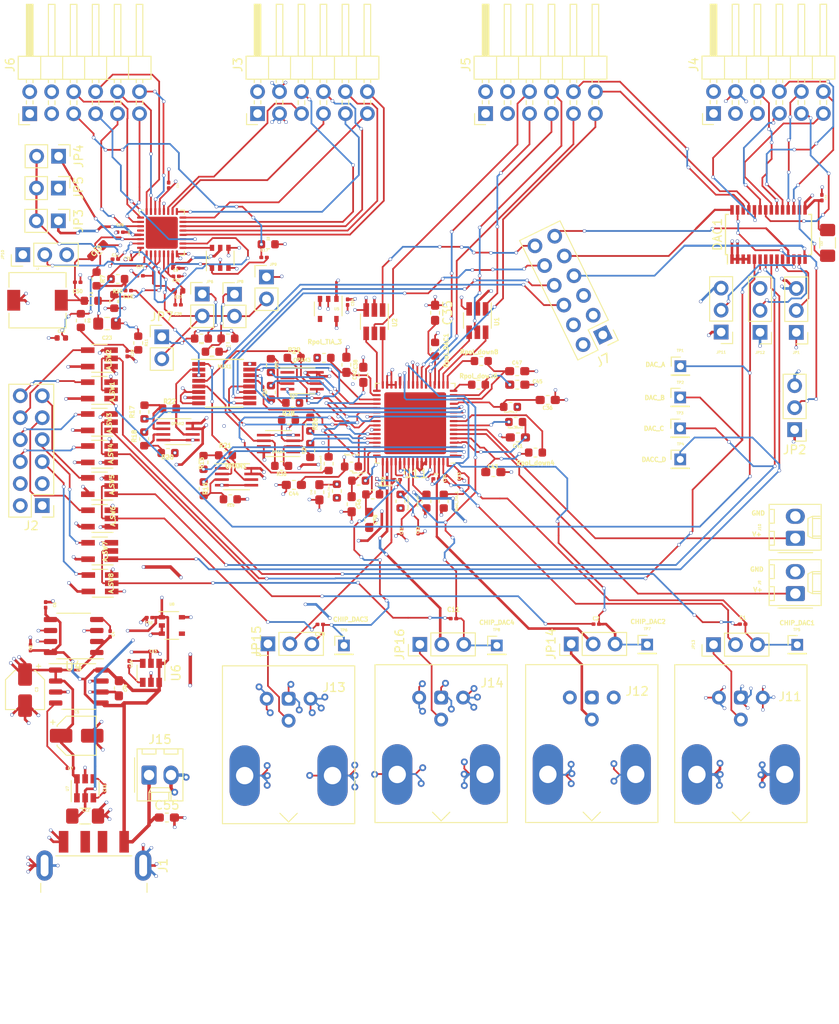
<source format=kicad_pcb>
(kicad_pcb (version 20171130) (host pcbnew 5.1.5+dfsg1-2build2)
  (layers (0 F.Cu signal) (1 In1.Cu power hide) (2 In2.Cu power) (31 B.Cu signal) (35 F.Paste user) (37 F.SilkS user) (39 F.Mask user) (44 Edge.Cuts user))
  (net 0 "")
  (net 1 "Net-(A_SW1-Pad2)")
  (net 2 JF1:MIO13)
  (net 3 JF2:MIO10)
  (net 4 "Net-(A_SW3-Pad2)")
  (net 5 JF3:MIO11)
  (net 6 JF4:MIO12)
  (net 7 "Net-(A_SW5-Pad2)")
  (net 8 JF7:MIO0)
  (net 9 JF8:MIO9)
  (net 10 "Net-(A_SW7-Pad2)")
  (net 11 JF9:MIO14)
  (net 12 JF10:MIO15)
  (net 13 VIN_TIA_1)
  (net 14 VIN_TIA_2)
  (net 15 "Net-(C4-Pad1)")
  (net 16 "Net-(C7-Pad1)")
  (net 17 VIN_TIA_3)
  (net 18 VIN_TIA_4)
  (net 19 -3V3)
  (net 20 "Net-(C13-Pad2)")
  (net 21 "Net-(C13-Pad1)")
  (net 22 -5V)
  (net 23 "Net-(C16-Pad2)")
  (net 24 "Net-(C16-Pad1)")
  (net 25 "Net-(C17-Pad2)")
  (net 26 JD10:V18)
  (net 27 "Net-(C18-Pad2)")
  (net 28 ADC_ANALOG_IN)
  (net 29 "Net-(C19-Pad1)")
  (net 30 "Net-(C20-Pad1)")
  (net 31 ADC_SENSE)
  (net 32 ADC_VCM)
  (net 33 ADC_AIN-)
  (net 34 ADC_AIN+)
  (net 35 ADC_REFH)
  (net 36 ADC_REFL)
  (net 37 Rpol_up)
  (net 38 Rpol_down)
  (net 39 Rpol_TIA_1)
  (net 40 Rpol_DAC)
  (net 41 Rpol_TIA_2)
  (net 42 Rpol_TIA_3)
  (net 43 Rpol_TIA_4)
  (net 44 IN_fbAmp_izq_1)
  (net 45 IN_fbAmp_izq_3)
  (net 46 IN_fbAmp_der_1)
  (net 47 IN_fbAmp_der_3)
  (net 48 IN_fbAmp_izq_2)
  (net 49 IN_fbAmp_izq_4)
  (net 50 IN_fbAmp_der_2)
  (net 51 IN_fbAmp_der_4)
  (net 52 DAC_VOUT_A)
  (net 53 DAC_VOUT_B)
  (net 54 DAC_VOUT_C)
  (net 55 DAC_VOUT_D)
  (net 56 DAC_CS')
  (net 57 JA7:N16)
  (net 58 DAC_A0)
  (net 59 DAC_A1)
  (net 60 JA9:J16)
  (net 61 JE1:V12)
  (net 62 JE2:W16)
  (net 63 JE3:J15)
  (net 64 JE4:H15)
  (net 65 JE7:V13)
  (net 66 JE8:U17)
  (net 67 JE9:T17)
  (net 68 JE10:Y17)
  (net 69 JB1:T20)
  (net 70 JB2:U20)
  (net 71 DAC_GAIN)
  (net 72 JA8:L15)
  (net 73 "Net-(J1-Pad2)")
  (net 74 "Net-(J1-Pad3)")
  (net 75 GND_FPGA)
  (net 76 VCC_FPGA)
  (net 77 JC10:U12)
  (net 78 JC9:T12)
  (net 79 JC8:Y14)
  (net 80 JC7:W14)
  (net 81 JC4:T10)
  (net 82 JC3:T11)
  (net 83 JC2:W15)
  (net 84 JC1:V15)
  (net 85 JB3:V20)
  (net 86 JB4:W20)
  (net 87 JB7:Y18)
  (net 88 JB8:Y19)
  (net 89 JB9:W18)
  (net 90 JB10:W19)
  (net 91 JD1:T14)
  (net 92 JD2:T15)
  (net 93 JD3:P14)
  (net 94 JD4:R14)
  (net 95 JD7:U14)
  (net 96 JD8:U15)
  (net 97 JD9:V17)
  (net 98 JA10:J14)
  (net 99 JA4:K14)
  (net 100 JA3:K16)
  (net 101 JA2:L14)
  (net 102 JA1:N15)
  (net 103 VIN_ref_disc)
  (net 104 Vadj_inv)
  (net 105 ADC_EXTERNAL_REF)
  (net 106 "Net-(JP6-Pad1)")
  (net 107 "Net-(JP7-Pad1)")
  (net 108 "Net-(JP8-Pad1)")
  (net 109 ADC_SHDN)
  (net 110 CHIP_INT_DIFF1)
  (net 111 CHIP_INT_DIFF2)
  (net 112 CHIP_INT_DIFF3)
  (net 113 CHIP_INT_DIFF4)
  (net 114 VOU_TIA_4)
  (net 115 VOU_TIA_1)
  (net 116 VOU_TIA_2)
  (net 117 VOU_TIA_3)
  (net 118 "Net-(OPAM1-Pad3)")
  (net 119 "Net-(OPAM1-Pad2)")
  (net 120 "Net-(OPAM1-Pad1)")
  (net 121 "Net-(OPAM2-Pad1)")
  (net 122 "Net-(OPAM2-Pad2)")
  (net 123 "Net-(OPAM2-Pad3)")
  (net 124 "Net-(OPAM3-Pad1)")
  (net 125 "Net-(OPAM3-Pad2)")
  (net 126 "Net-(OPAM3-Pad3)")
  (net 127 "Net-(OPAM4-Pad3)")
  (net 128 "Net-(OPAM4-Pad2)")
  (net 129 "Net-(OPAM4-Pad1)")
  (net 130 OUT_fbAmp_izq_1)
  (net 131 OUT_fbAmp_izq_3)
  (net 132 OUT_fbAmp_der_1)
  (net 133 OUT_fbAmp_der_3)
  (net 134 OUT_fbAmp_izq_2)
  (net 135 OUT_fbAmp_izq_4)
  (net 136 OUT_fbAmp_der_2)
  (net 137 OUT_fbAmp_der_4)
  (net 138 VOU_DISC_1)
  (net 139 VOU_DISC_2)
  (net 140 VOU_DISC_4)
  (net 141 VOU_DISC_3)
  (net 142 "Net-(U8-Pad4)")
  (net 143 ADC_CLK)
  (net 144 "Net-(U10-Pad28)")
  (net 145 "Net-(U5-Pad4)")
  (net 146 1.8vD)
  (net 147 1.8vA)
  (net 148 VOUT_int_1+)
  (net 149 VOUT_int_1-)
  (net 150 VOUT_int_2+)
  (net 151 VOUT_int_2-)
  (net 152 VOUT_int_3+)
  (net 153 VOUT_int_3-)
  (net 154 VOUT_int_4+)
  (net 155 VOUT_int_4-)
  (net 156 ADC_MODE)
  (net 157 +5V)
  (net 158 GND)
  (net 159 +3V3)
  (net 160 VIN_TIA_1_EXT)
  (net 161 VIN_TIA_2_EXT)
  (net 162 VIN_TIA_3_EXT)
  (net 163 VIN_TIA_4_EXT)
  (net 164 Detector1)
  (net 165 Detector2)
  (net 166 Detector3)
  (net 167 Detector4)
  (net 168 "Net-(C52-Pad1)")
  (module Capacitor_SMD:C_0201_0603Metric (layer F.Cu) (at 209.2 65.78 90)
    (fp_text reference C30 (at -0.01 -0.1 90) (layer F.SilkS) (effects (font (size 0.3 0.3) (thickness 0.075))))
    (fp_text value 0.5uF)
    (pad 2 smd roundrect (at 0.32 0 90) (size 0.46 0.4) (layers F.Cu F.Mask) (net 13 VIN_TIA_1))
    (pad 1 smd roundrect (at -0.32 0 90) (size 0.46 0.4) (layers F.Cu F.Mask) (net 160 VIN_TIA_1_EXT))
  )
  (module Package_SO:TSOP-6_1.65x3.05mm_P0.95mm (layer F.Cu) (at 183.14 40.31 90)
    (fp_text reference U9 (at 0 -1.27 90) (layer F.SilkS) (effects (font (size 0.2 0.2) (thickness 0.05))))
    (fp_text value SN74AUC2G06)
    (pad 1 smd rect (at -1.16 -0.95 90) (size 0.7 0.51) (layers F.Cu F.Paste F.Mask) (net 25 "Net-(C17-Pad2)"))
    (pad 2 smd rect (at -1.16 0 90) (size 0.7 0.51) (layers F.Cu F.Paste F.Mask) (net 158 GND))
    (pad 3 smd rect (at -1.16 0.95 90) (size 0.7 0.51) (layers F.Cu F.Paste F.Mask) (net 158 GND))
    (pad 4 smd rect (at 1.16 0.95 90) (size 0.7 0.51) (layers F.Cu F.Paste F.Mask) (net 158 GND))
    (pad 5 smd rect (at 1.16 0 90) (size 0.7 0.51) (layers F.Cu F.Paste F.Mask) (net 159 +3V3))
    (pad 6 smd rect (at 1.16 -0.95 90) (size 0.7 0.51) (layers F.Cu F.Paste F.Mask) (net 143 ADC_CLK))
  )
  (module Package_DFN_QFN:QFN-64-1EP_9x9mm_P0.5mm_EP7.15x7.15mm (layer F.Cu) (at 205.69 59.43 180)
    (fp_text reference U11 (at 0 -5.82) (layer F.SilkS))
    (fp_text value RenzoChip)
    (pad 65 smd roundrect (at 0 0 180) (size 7.15 7.15) (layers F.Cu F.Mask) (roundrect_rratio 0.034965))
    (pad 1 smd roundrect (at -4.4375 -3.75 180) (size 0.875 0.25) (layers F.Cu F.Paste F.Mask) (net 115 VOU_TIA_1))
    (pad 2 smd roundrect (at -4.4375 -3.25 180) (size 0.875 0.25) (layers F.Cu F.Paste F.Mask) (net 149 VOUT_int_1-))
    (pad 3 smd roundrect (at -4.4375 -2.75 180) (size 0.875 0.25) (layers F.Cu F.Paste F.Mask) (net 148 VOUT_int_1+))
    (pad 4 smd roundrect (at -4.4375 -2.25 180) (size 0.875 0.25) (layers F.Cu F.Paste F.Mask) (net 44 IN_fbAmp_izq_1))
    (pad 5 smd roundrect (at -4.4375 -1.75 180) (size 0.875 0.25) (layers F.Cu F.Paste F.Mask) (net 46 IN_fbAmp_der_1))
    (pad 6 smd roundrect (at -4.4375 -1.25 180) (size 0.875 0.25) (layers F.Cu F.Paste F.Mask) (net 103 VIN_ref_disc))
    (pad 7 smd roundrect (at -4.4375 -0.75 180) (size 0.875 0.25) (layers F.Cu F.Paste F.Mask) (net 104 Vadj_inv))
    (pad 8 smd roundrect (at -4.4375 -0.25 180) (size 0.875 0.25) (layers F.Cu F.Paste F.Mask) (net 130 OUT_fbAmp_izq_1))
    (pad 9 smd roundrect (at -4.4375 0.25 180) (size 0.875 0.25) (layers F.Cu F.Paste F.Mask) (net 132 OUT_fbAmp_der_1))
    (pad 10 smd roundrect (at -4.4375 0.75 180) (size 0.875 0.25) (layers F.Cu F.Paste F.Mask) (net 116 VOU_TIA_2))
    (pad 11 smd roundrect (at -4.4375 1.25 180) (size 0.875 0.25) (layers F.Cu F.Paste F.Mask) (net 151 VOUT_int_2-))
    (pad 12 smd roundrect (at -4.4375 1.75 180) (size 0.875 0.25) (layers F.Cu F.Paste F.Mask) (net 150 VOUT_int_2+))
    (pad 13 smd roundrect (at -4.4375 2.25 180) (size 0.875 0.25) (layers F.Cu F.Paste F.Mask) (net 41 Rpol_TIA_2))
    (pad 14 smd roundrect (at -4.4375 2.75 180) (size 0.875 0.25) (layers F.Cu F.Paste F.Mask) (net 50 IN_fbAmp_der_2))
    (pad 15 smd roundrect (at -4.4375 3.25 180) (size 0.875 0.25) (layers F.Cu F.Paste F.Mask) (net 48 IN_fbAmp_izq_2))
    (pad 16 smd roundrect (at -4.4375 3.75 180) (size 0.875 0.25) (layers F.Cu F.Paste F.Mask) (net 134 OUT_fbAmp_izq_2))
    (pad 17 smd roundrect (at -3.75 4.4375 180) (size 0.25 0.875) (layers F.Cu F.Paste F.Mask) (net 136 OUT_fbAmp_der_2))
    (pad 18 smd roundrect (at -3.25 4.4375 180) (size 0.25 0.875) (layers F.Cu F.Paste F.Mask) (net 138 VOU_DISC_1))
    (pad 19 smd roundrect (at -2.75 4.4375 180) (size 0.25 0.875) (layers F.Cu F.Paste F.Mask) (net 139 VOU_DISC_2))
    (pad 20 smd roundrect (at -2.25 4.4375 180) (size 0.25 0.875) (layers F.Cu F.Paste F.Mask) (net 40 Rpol_DAC))
    (pad 21 smd roundrect (at -1.75 4.4375 180) (size 0.25 0.875) (layers F.Cu F.Paste F.Mask) (net 87 JB7:Y18))
    (pad 22 smd roundrect (at -1.25 4.4375 180) (size 0.25 0.875) (layers F.Cu F.Paste F.Mask) (net 88 JB8:Y19))
    (pad 23 smd roundrect (at -0.75 4.4375 180) (size 0.25 0.875) (layers F.Cu F.Paste F.Mask) (net 89 JB9:W18))
    (pad 24 smd roundrect (at -0.25 4.4375 180) (size 0.25 0.875) (layers F.Cu F.Paste F.Mask) (net 160 VIN_TIA_1_EXT))
    (pad 25 smd roundrect (at 0.25 4.4375 180) (size 0.25 0.875) (layers F.Cu F.Paste F.Mask) (net 162 VIN_TIA_3_EXT))
    (pad 26 smd roundrect (at 0.75 4.4375 180) (size 0.25 0.875) (layers F.Cu F.Paste F.Mask) (net 163 VIN_TIA_4_EXT))
    (pad 27 smd roundrect (at 1.25 4.4375 180) (size 0.25 0.875) (layers F.Cu F.Paste F.Mask) (net 161 VIN_TIA_2_EXT))
    (pad 28 smd roundrect (at 1.75 4.4375 180) (size 0.25 0.875) (layers F.Cu F.Paste F.Mask) (net 147 1.8vA))
    (pad 29 smd roundrect (at 2.25 4.4375 180) (size 0.25 0.875) (layers F.Cu F.Paste F.Mask) (net 158 GND))
    (pad 30 smd roundrect (at 2.75 4.4375 180) (size 0.25 0.875) (layers F.Cu F.Paste F.Mask) (net 158 GND))
    (pad 31 smd roundrect (at 3.25 4.4375 180) (size 0.25 0.875) (layers F.Cu F.Paste F.Mask) (net 158 GND))
    (pad 32 smd roundrect (at 3.75 4.4375 180) (size 0.25 0.875) (layers F.Cu F.Paste F.Mask) (net 141 VOU_DISC_3))
    (pad 33 smd roundrect (at 4.4375 3.75 180) (size 0.875 0.25) (layers F.Cu F.Paste F.Mask) (net 140 VOU_DISC_4))
    (pad 34 smd roundrect (at 4.4375 3.25 180) (size 0.875 0.25) (layers F.Cu F.Paste F.Mask) (net 42 Rpol_TIA_3))
    (pad 35 smd roundrect (at 4.4375 2.75 180) (size 0.875 0.25) (layers F.Cu F.Paste F.Mask) (net 117 VOU_TIA_3))
    (pad 36 smd roundrect (at 4.4375 2.25 180) (size 0.875 0.25) (layers F.Cu F.Paste F.Mask) (net 153 VOUT_int_3-))
    (pad 37 smd roundrect (at 4.4375 1.75 180) (size 0.875 0.25) (layers F.Cu F.Paste F.Mask) (net 152 VOUT_int_3+))
    (pad 38 smd roundrect (at 4.4375 1.25 180) (size 0.875 0.25) (layers F.Cu F.Paste F.Mask) (net 45 IN_fbAmp_izq_3))
    (pad 39 smd roundrect (at 4.4375 0.75 180) (size 0.875 0.25) (layers F.Cu F.Paste F.Mask) (net 47 IN_fbAmp_der_3))
    (pad 40 smd roundrect (at 4.4375 0.25 180) (size 0.875 0.25) (layers F.Cu F.Paste F.Mask) (net 131 OUT_fbAmp_izq_3))
    (pad 41 smd roundrect (at 4.4375 -0.25 180) (size 0.875 0.25) (layers F.Cu F.Paste F.Mask) (net 133 OUT_fbAmp_der_3))
    (pad 42 smd roundrect (at 4.4375 -0.75 180) (size 0.875 0.25) (layers F.Cu F.Paste F.Mask) (net 43 Rpol_TIA_4))
    (pad 43 smd roundrect (at 4.4375 -1.25 180) (size 0.875 0.25) (layers F.Cu F.Paste F.Mask) (net 114 VOU_TIA_4))
    (pad 44 smd roundrect (at 4.4375 -1.75 180) (size 0.875 0.25) (layers F.Cu F.Paste F.Mask) (net 155 VOUT_int_4-))
    (pad 45 smd roundrect (at 4.4375 -2.25 180) (size 0.875 0.25) (layers F.Cu F.Paste F.Mask) (net 154 VOUT_int_4+))
    (pad 46 smd roundrect (at 4.4375 -2.75 180) (size 0.875 0.25) (layers F.Cu F.Paste F.Mask) (net 49 IN_fbAmp_izq_4))
    (pad 47 smd roundrect (at 4.4375 -3.25 180) (size 0.875 0.25) (layers F.Cu F.Paste F.Mask) (net 51 IN_fbAmp_der_4))
    (pad 48 smd roundrect (at 4.4375 -3.75 180) (size 0.875 0.25) (layers F.Cu F.Paste F.Mask) (net 135 OUT_fbAmp_izq_4))
    (pad 49 smd roundrect (at 3.75 -4.4375 180) (size 0.25 0.875) (layers F.Cu F.Paste F.Mask) (net 137 OUT_fbAmp_der_4))
    (pad 50 smd roundrect (at 3.25 -4.4375 180) (size 0.25 0.875) (layers F.Cu F.Paste F.Mask) (net 18 VIN_TIA_4))
    (pad 51 smd roundrect (at 2.75 -4.4375 180) (size 0.25 0.875) (layers F.Cu F.Paste F.Mask) (net 17 VIN_TIA_3))
    (pad 52 smd roundrect (at 2.25 -4.4375 180) (size 0.25 0.875) (layers F.Cu F.Paste F.Mask) (net 158 GND))
    (pad 53 smd roundrect (at 1.75 -4.4375 180) (size 0.25 0.875) (layers F.Cu F.Paste F.Mask) (net 146 1.8vD))
    (pad 54 smd roundrect (at 1.25 -4.4375 180) (size 0.25 0.875) (layers F.Cu F.Paste F.Mask) (net 158 GND))
    (pad 55 smd roundrect (at 0.75 -4.4375 180) (size 0.25 0.875) (layers F.Cu F.Paste F.Mask) (net 38 Rpol_down))
    (pad 56 smd roundrect (at 0.25 -4.4375 180) (size 0.25 0.875) (layers F.Cu F.Paste F.Mask) (net 37 Rpol_up))
    (pad 57 smd roundrect (at -0.25 -4.4375 180) (size 0.25 0.875) (layers F.Cu F.Paste F.Mask) (net 147 1.8vA))
    (pad 58 smd roundrect (at -0.75 -4.4375 180) (size 0.25 0.875) (layers F.Cu F.Paste F.Mask) (net 147 1.8vA))
    (pad 59 smd roundrect (at -1.25 -4.4375 180) (size 0.25 0.875) (layers F.Cu F.Paste F.Mask) (net 147 1.8vA))
    (pad 60 smd roundrect (at -1.75 -4.4375 180) (size 0.25 0.875) (layers F.Cu F.Paste F.Mask) (net 146 1.8vD))
    (pad 61 smd roundrect (at -2.25 -4.4375 180) (size 0.25 0.875) (layers F.Cu F.Paste F.Mask) (net 158 GND))
    (pad 62 smd roundrect (at -2.75 -4.4375 180) (size 0.25 0.875) (layers F.Cu F.Paste F.Mask) (net 14 VIN_TIA_2))
    (pad 63 smd roundrect (at -3.25 -4.4375 180) (size 0.25 0.875) (layers F.Cu F.Paste F.Mask) (net 13 VIN_TIA_1))
    (pad 64 smd roundrect (at -3.75 -4.4375 180) (size 0.25 0.875) (layers F.Cu F.Paste F.Mask) (net 39 Rpol_TIA_1))
  )
  (module Resistor_SMD:R_0603_1608Metric (layer F.Cu) (at 184.0325 49.63 180)
    (fp_text reference R13 (at -0.0575 -0.89) (layer F.SilkS) (effects (font (size 0.2 0.2) (thickness 0.05))))
    (fp_text value 1K)
    (pad 2 smd roundrect (at 0.7875 0 180) (size 0.875 0.95) (layers F.Cu F.Paste F.Mask) (net 108 "Net-(JP8-Pad1)"))
    (pad 1 smd roundrect (at -0.7875 0 180) (size 0.875 0.95) (layers F.Cu F.Paste F.Mask) (net 107 "Net-(JP7-Pad1)"))
  )
  (module Connector_PinHeader_2.54mm:PinHeader_2x06_P2.54mm_Horizontal (layer F.Cu) (at 187.46 23.63 90)
    (fp_text reference J3 (at 5.655 -2.27 90) (layer F.SilkS))
    (fp_text value Conn_02x06_Top_Bottom)
    (pad 1 thru_hole oval (at 2.54 12.7 90) (size 1.7 1.7) (drill 1) (layers *.Cu *.Mask) (net 84 JC1:V15))
    (pad 7 thru_hole oval (at 0 12.7 90) (size 1.7 1.7) (drill 1) (layers *.Cu *.Mask) (net 80 JC7:W14))
    (pad 2 thru_hole oval (at 2.54 10.16 90) (size 1.7 1.7) (drill 1) (layers *.Cu *.Mask) (net 83 JC2:W15))
    (pad 8 thru_hole oval (at 0 10.16 90) (size 1.7 1.7) (drill 1) (layers *.Cu *.Mask) (net 79 JC8:Y14))
    (pad 3 thru_hole oval (at 2.54 7.62 90) (size 1.7 1.7) (drill 1) (layers *.Cu *.Mask) (net 82 JC3:T11))
    (pad 9 thru_hole oval (at 0 7.62 90) (size 1.7 1.7) (drill 1) (layers *.Cu *.Mask) (net 78 JC9:T12))
    (pad 4 thru_hole oval (at 2.54 5.08 90) (size 1.7 1.7) (drill 1) (layers *.Cu *.Mask) (net 81 JC4:T10))
    (pad 10 thru_hole oval (at 0 5.08 90) (size 1.7 1.7) (drill 1) (layers *.Cu *.Mask) (net 77 JC10:U12))
    (pad 5 thru_hole oval (at 2.54 2.54 90) (size 1.7 1.7) (drill 1) (layers *.Cu *.Mask) (net 158 GND))
    (pad 11 thru_hole oval (at 0 2.54 90) (size 1.7 1.7) (drill 1) (layers *.Cu *.Mask) (net 158 GND))
    (pad 6 thru_hole oval (at 2.54 0 90) (size 1.7 1.7) (drill 1) (layers *.Cu *.Mask) (net 76 VCC_FPGA))
    (pad 12 thru_hole rect (at 0 0 90) (size 1.7 1.7) (drill 1) (layers *.Cu *.Mask) (net 76 VCC_FPGA))
  )
  (module Capacitor_SMD:C_0201_0603Metric (layer F.Cu) (at 171.01 40.46)
    (fp_text reference C21 (at 0.03 -0.47) (layer F.SilkS) (effects (font (size 0.3 0.3) (thickness 0.075))))
    (fp_text value 0.1uF)
    (pad 2 smd roundrect (at 0.32 0) (size 0.46 0.4) (layers F.Cu F.Mask) (net 31 ADC_SENSE))
    (pad 1 smd roundrect (at -0.32 0) (size 0.46 0.4) (layers F.Cu F.Mask) (net 158 GND))
  )
  (module Capacitor_SMD:C_0201_0603Metric (layer F.Cu) (at 172.52 40.49)
    (fp_text reference C29 (at -0.11 -0.12) (layer F.SilkS) (effects (font (size 0.3 0.3) (thickness 0.075))))
    (fp_text value 0.1uF)
    (pad 2 smd roundrect (at 0.32 0) (size 0.46 0.4) (layers F.Cu F.Mask) (net 156 ADC_MODE))
    (pad 1 smd roundrect (at -0.32 0) (size 0.46 0.4) (layers F.Cu F.Mask) (net 158 GND))
  )
  (module Connector_Coaxial:BNC_Win_364A2x95_Horizontal (layer F.Cu) (at 243.35 91.15 180)
    (fp_text reference J11 (at -5.69 0.1) (layer F.SilkS))
    (fp_text value Conn_01x03_Male)
    (pad 3 thru_hole circle (at 2.54 0 180) (size 1.6 1.6) (drill 0.89) (layers *.Cu *.Mask) (net 158 GND))
    (pad 2 thru_hole circle (at 0 -2.54 180) (size 1.6 1.6) (drill 0.89) (layers *.Cu *.Mask) (net 164 Detector1))
    (pad 3 thru_hole circle (at -2.54 0 180) (size 1.6 1.6) (drill 0.89) (layers *.Cu *.Mask) (net 158 GND))
    (pad 1 thru_hole roundrect (at 0 0 180) (size 1.6 1.6) (drill 0.89) (layers *.Cu *.Mask) (net 158 GND))
    (pad 3 thru_hole oval (at 5.08 -8.89 180) (size 3.5 7) (drill 2.01) (layers *.Cu *.Mask) (net 158 GND))
    (pad 3 thru_hole oval (at -5.08 -8.89 180) (size 3.5 7) (drill 2.01) (layers *.Cu *.Mask) (net 158 GND))
  )
  (module Connector_Coaxial:BNC_Win_364A2x95_Horizontal (layer F.Cu) (at 226.11 91.14 180)
    (fp_text reference J12 (at -5.25 0.72) (layer F.SilkS))
    (fp_text value Conn_01x03_Male)
    (pad 3 thru_hole circle (at 2.54 0 180) (size 1.6 1.6) (drill 0.89) (layers *.Cu *.Mask) (net 158 GND))
    (pad 2 thru_hole circle (at 0 -2.54 180) (size 1.6 1.6) (drill 0.89) (layers *.Cu *.Mask) (net 165 Detector2))
    (pad 3 thru_hole circle (at -2.54 0 180) (size 1.6 1.6) (drill 0.89) (layers *.Cu *.Mask) (net 158 GND))
    (pad 1 thru_hole roundrect (at 0 0 180) (size 1.6 1.6) (drill 0.89) (layers *.Cu *.Mask) (net 158 GND))
    (pad 3 thru_hole oval (at 5.08 -8.89 180) (size 3.5 7) (drill 2.01) (layers *.Cu *.Mask) (net 158 GND))
    (pad 3 thru_hole oval (at -5.08 -8.89 180) (size 3.5 7) (drill 2.01) (layers *.Cu *.Mask) (net 158 GND))
  )
  (module Capacitor_SMD:C_0201_0603Metric (layer F.Cu) (at 210.79 65.53 90)
    (fp_text reference C33 (at -0.015 0 90) (layer F.SilkS) (effects (font (size 0.3 0.3) (thickness 0.075))))
    (fp_text value 20uF)
    (pad 2 smd roundrect (at 0.32 0 90) (size 0.46 0.4) (layers F.Cu F.Mask) (net 39 Rpol_TIA_1))
    (pad 1 smd roundrect (at -0.32 0 90) (size 0.46 0.4) (layers F.Cu F.Mask) (net 158 GND))
  )
  (module Connector_PinHeader_2.54mm:PinHeader_2x06_P2.54mm_Vertical (layer F.Cu) (at 227.39025 49.221222 206)
    (fp_text reference J7 (at 1.236703 -2.635076 26) (layer F.SilkS))
    (fp_text value Conn_02x06_Top_Bottom)
    (pad 1 thru_hole oval (at 2.54 12.7 206) (size 1.7 1.7) (drill 1) (layers *.Cu *.Mask) (net 102 JA1:N15))
    (pad 7 thru_hole oval (at 0 12.7 206) (size 1.7 1.7) (drill 1) (layers *.Cu *.Mask) (net 57 JA7:N16))
    (pad 2 thru_hole oval (at 2.54 10.16 206) (size 1.7 1.7) (drill 1) (layers *.Cu *.Mask) (net 101 JA2:L14))
    (pad 8 thru_hole oval (at 0 10.16 206) (size 1.7 1.7) (drill 1) (layers *.Cu *.Mask) (net 72 JA8:L15))
    (pad 3 thru_hole oval (at 2.54 7.62 206) (size 1.7 1.7) (drill 1) (layers *.Cu *.Mask) (net 100 JA3:K16))
    (pad 9 thru_hole oval (at 0 7.62 206) (size 1.7 1.7) (drill 1) (layers *.Cu *.Mask) (net 60 JA9:J16))
    (pad 4 thru_hole oval (at 2.54 5.08 206) (size 1.7 1.7) (drill 1) (layers *.Cu *.Mask) (net 99 JA4:K14))
    (pad 10 thru_hole oval (at 0 5.08 206) (size 1.7 1.7) (drill 1) (layers *.Cu *.Mask) (net 98 JA10:J14))
    (pad 5 thru_hole oval (at 2.54 2.54 206) (size 1.7 1.7) (drill 1) (layers *.Cu *.Mask) (net 158 GND))
    (pad 11 thru_hole oval (at 0 2.54 206) (size 1.7 1.7) (drill 1) (layers *.Cu *.Mask) (net 158 GND))
    (pad 6 thru_hole oval (at 2.54 0 206) (size 1.7 1.7) (drill 1) (layers *.Cu *.Mask) (net 76 VCC_FPGA))
    (pad 12 thru_hole rect (at 0 0 206) (size 1.7 1.7) (drill 1) (layers *.Cu *.Mask) (net 76 VCC_FPGA))
  )
  (module Capacitor_SMD:C_0201_0603Metric (layer F.Cu) (at 206.03 71.86 90)
    (fp_text reference C32 (at 0.0675 -0.02 90) (layer F.SilkS) (effects (font (size 0.3 0.3) (thickness 0.075))))
    (fp_text value 20uF)
    (pad 2 smd roundrect (at 0.32 0 90) (size 0.46 0.4) (layers F.Cu F.Mask) (net 38 Rpol_down))
    (pad 1 smd roundrect (at -0.32 0 90) (size 0.46 0.4) (layers F.Cu F.Mask) (net 158 GND))
  )
  (module Capacitor_SMD:C_0201_0603Metric (layer F.Cu) (at 204.12 71.925 90)
    (fp_text reference C31 (at 0.055 -0.03 90) (layer F.SilkS) (effects (font (size 0.3 0.3) (thickness 0.075))))
    (fp_text value 20uF)
    (pad 2 smd roundrect (at 0.32 0 90) (size 0.46 0.4) (layers F.Cu F.Mask) (net 37 Rpol_up))
    (pad 1 smd roundrect (at -0.32 0 90) (size 0.46 0.4) (layers F.Cu F.Mask) (net 158 GND))
  )
  (module Capacitor_SMD:C_0201_0603Metric (layer F.Cu) (at 178.27 45.74 180)
    (fp_text reference C28 (at 0 -1.05) (layer F.SilkS) (effects (font (size 0.3 0.3) (thickness 0.075))))
    (fp_text value 0.1uF)
    (pad 2 smd roundrect (at 0.32 0 180) (size 0.46 0.4) (layers F.Cu F.Mask) (net 35 ADC_REFH))
    (pad 1 smd roundrect (at -0.32 0 180) (size 0.46 0.4) (layers F.Cu F.Mask) (net 36 ADC_REFL))
  )
  (module Capacitor_SMD:C_0201_0603Metric (layer F.Cu) (at 208.11 65.86)
    (fp_text reference C34 (at 0 -0.54) (layer F.SilkS) (effects (font (size 0.2 0.2) (thickness 0.05))))
    (fp_text value 0.5uF)
    (pad 2 smd roundrect (at 0.32 0) (size 0.46 0.4) (layers F.Cu F.Mask) (net 14 VIN_TIA_2))
    (pad 1 smd roundrect (at -0.32 0) (size 0.46 0.4) (layers F.Cu F.Mask) (net 161 VIN_TIA_2_EXT))
  )
  (module Package_SO:TSSOP-16_4.4x5mm_P0.65mm (layer F.Cu) (at 183.61 54.85)
    (fp_text reference MUX1 (at 0.04 -1.97) (layer F.SilkS) (effects (font (size 0.4 0.4) (thickness 0.1))))
    (fp_text value DG4051E)
    (pad 1 smd rect (at -2.95 -2.275) (size 1.5 0.45) (layers F.Cu F.Paste F.Mask) (net 110 CHIP_INT_DIFF1))
    (pad 2 smd rect (at -2.95 -1.625) (size 1.5 0.45) (layers F.Cu F.Paste F.Mask) (net 111 CHIP_INT_DIFF2))
    (pad 3 smd rect (at -2.95 -0.975) (size 1.5 0.45) (layers F.Cu F.Paste F.Mask) (net 28 ADC_ANALOG_IN))
    (pad 4 smd rect (at -2.95 -0.325) (size 1.5 0.45) (layers F.Cu F.Paste F.Mask) (net 112 CHIP_INT_DIFF3))
    (pad 5 smd rect (at -2.95 0.325) (size 1.5 0.45) (layers F.Cu F.Paste F.Mask) (net 113 CHIP_INT_DIFF4))
    (pad 6 smd rect (at -2.95 0.975) (size 1.5 0.45) (layers F.Cu F.Paste F.Mask) (net 158 GND))
    (pad 7 smd rect (at -2.95 1.625) (size 1.5 0.45) (layers F.Cu F.Paste F.Mask) (net 22 -5V))
    (pad 8 smd rect (at -2.95 2.275) (size 1.5 0.45) (layers F.Cu F.Paste F.Mask) (net 158 GND))
    (pad 9 smd rect (at 2.95 2.275) (size 1.5 0.45) (layers F.Cu F.Paste F.Mask) (net 99 JA4:K14))
    (pad 10 smd rect (at 2.95 1.625) (size 1.5 0.45) (layers F.Cu F.Paste F.Mask) (net 100 JA3:K16))
    (pad 11 smd rect (at 2.95 0.975) (size 1.5 0.45) (layers F.Cu F.Paste F.Mask) (net 101 JA2:L14))
    (pad 12 smd rect (at 2.95 0.325) (size 1.5 0.45) (layers F.Cu F.Paste F.Mask) (net 114 VOU_TIA_4))
    (pad 13 smd rect (at 2.95 -0.325) (size 1.5 0.45) (layers F.Cu F.Paste F.Mask) (net 115 VOU_TIA_1))
    (pad 14 smd rect (at 2.95 -0.975) (size 1.5 0.45) (layers F.Cu F.Paste F.Mask) (net 116 VOU_TIA_2))
    (pad 15 smd rect (at 2.95 -1.625) (size 1.5 0.45) (layers F.Cu F.Paste F.Mask) (net 117 VOU_TIA_3))
    (pad 16 smd rect (at 2.95 -2.275) (size 1.5 0.45) (layers F.Cu F.Paste F.Mask) (net 157 +5V))
  )
  (module Capacitor_SMD:C_0201_0603Metric (layer F.Cu) (at 243.56 82.66)
    (fp_text reference C1 (at 0 -0.73) (layer F.SilkS) (effects (font (size 0.4 0.4) (thickness 0.1))))
    (fp_text value 350p)
    (pad 2 smd roundrect (at 0.32 0) (size 0.46 0.4) (layers F.Cu F.Mask) (net 160 VIN_TIA_1_EXT))
    (pad 1 smd roundrect (at -0.32 0) (size 0.46 0.4) (layers F.Cu F.Mask) (net 1 "Net-(A_SW1-Pad2)"))
  )
  (module Capacitor_SMD:C_0201_0603Metric (layer F.Cu) (at 226.63 82.66)
    (fp_text reference C2 (at -0.03 -0.65) (layer F.SilkS) (effects (font (size 0.4 0.4) (thickness 0.1))))
    (fp_text value 350p)
    (pad 2 smd roundrect (at 0.32 0) (size 0.46 0.4) (layers F.Cu F.Mask) (net 161 VIN_TIA_2_EXT))
    (pad 1 smd roundrect (at -0.32 0) (size 0.46 0.4) (layers F.Cu F.Mask) (net 4 "Net-(A_SW3-Pad2)"))
  )
  (module Capacitor_SMD:C_0201_0603Metric (layer F.Cu) (at 197.87 45.43 270)
    (fp_text reference C54 (at 0.02 -0.59 90) (layer F.SilkS) (effects (font (size 0.3 0.3) (thickness 0.075))))
    (fp_text value 1uF)
    (pad 2 smd roundrect (at 0.32 0 270) (size 0.46 0.4) (layers F.Cu F.Mask) (net 158 GND))
    (pad 1 smd roundrect (at -0.32 0 270) (size 0.46 0.4) (layers F.Cu F.Mask) (net 76 VCC_FPGA))
  )
  (module Capacitor_SMD:C_0201_0603Metric (layer F.Cu) (at 252.72 33.35 270)
    (fp_text reference C53 (at -0.04 -0.46 90) (layer F.SilkS) (effects (font (size 0.2 0.2) (thickness 0.05))))
    (fp_text value 0.1uF)
    (pad 2 smd roundrect (at 0.32 0 270) (size 0.46 0.4) (layers F.Cu F.Mask) (net 76 VCC_FPGA))
    (pad 1 smd roundrect (at -0.32 0 270) (size 0.46 0.4) (layers F.Cu F.Mask) (net 158 GND))
  )
  (module Capacitor_SMD:C_1206_3216Metric_Pad1.42x1.75mm_HandSolder (layer F.Cu) (at 253.38 38.5775 90)
    (fp_text reference C52 (at -0.07 -0.67 90) (layer F.SilkS) (effects (font (size 0.2 0.2) (thickness 0.05))))
    (fp_text value 10uF)
    (pad 2 smd roundrect (at 1.4875 0 90) (size 1.425 1.75) (layers F.Cu F.Paste F.Mask) (roundrect_rratio 0.175439) (net 76 VCC_FPGA))
    (pad 1 smd roundrect (at -1.4875 0 90) (size 1.425 1.75) (layers F.Cu F.Paste F.Mask) (roundrect_rratio 0.175439) (net 168 "Net-(C52-Pad1)"))
  )
  (module Capacitor_SMD:C_0201_0603Metric (layer F.Cu) (at 174.96 81.9 180)
    (fp_text reference C51 (at 0.01 -0.61) (layer F.SilkS) (effects (font (size 0.3 0.3) (thickness 0.075))))
    (fp_text value 1uF)
    (pad 2 smd roundrect (at 0.32 0 180) (size 0.46 0.4) (layers F.Cu F.Mask) (net 158 GND))
    (pad 1 smd roundrect (at -0.32 0 180) (size 0.46 0.4) (layers F.Cu F.Mask) (net 157 +5V))
  )
  (module Connector_PinHeader_2.54mm:PinHeader_1x03_P2.54mm_Vertical (layer F.Cu) (at 245.57 48.92 180)
    (fp_text reference JP12 (at 0 -2.33) (layer F.SilkS) (effects (font (size 0.3 0.3) (thickness 0.075))))
    (fp_text value "A1 = 0 (to GND) | A1 = 1 (to 3.3v) ")
    (pad 3 thru_hole oval (at 0 5.08 180) (size 1.7 1.7) (drill 1) (layers *.Cu *.Mask) (net 159 +3V3))
    (pad 2 thru_hole oval (at 0 2.54 180) (size 1.7 1.7) (drill 1) (layers *.Cu *.Mask) (net 59 DAC_A1))
    (pad 1 thru_hole rect (at 0 0 180) (size 1.7 1.7) (drill 1) (layers *.Cu *.Mask) (net 158 GND))
  )
  (module Capacitor_SMD:C_0201_0603Metric (layer F.Cu) (at 210.11 82.02)
    (fp_text reference C11 (at 0 -1.05) (layer F.SilkS) (effects (font (size 0.5 0.5) (thickness 0.125))))
    (fp_text value 350p)
    (pad 2 smd roundrect (at 0.32 0) (size 0.46 0.4) (layers F.Cu F.Mask) (net 163 VIN_TIA_4_EXT))
    (pad 1 smd roundrect (at -0.32 0) (size 0.46 0.4) (layers F.Cu F.Mask) (net 10 "Net-(A_SW7-Pad2)"))
  )
  (module Package_TO_SOT_SMD:SOT-23-5_HandSoldering (layer F.Cu) (at 169.18 66.69 180)
    (fp_text reference A_SW5 (at -1.43 0.15 90) (layer F.SilkS) (effects (font (size 0.5 0.5) (thickness 0.125))))
    (fp_text value PI5A3166)
    (pad 5 smd rect (at 1.35 -0.95 180) (size 1.56 0.65) (layers F.Cu F.Paste F.Mask) (net 76 VCC_FPGA))
    (pad 4 smd rect (at 1.35 0.95 180) (size 1.56 0.65) (layers F.Cu F.Paste F.Mask) (net 8 JF7:MIO0))
    (pad 3 smd rect (at -1.35 0.95 180) (size 1.56 0.65) (layers F.Cu F.Paste F.Mask) (net 158 GND))
    (pad 2 smd rect (at -1.35 0 180) (size 1.56 0.65) (layers F.Cu F.Paste F.Mask) (net 7 "Net-(A_SW5-Pad2)"))
    (pad 1 smd rect (at -1.35 -0.95 180) (size 1.56 0.65) (layers F.Cu F.Paste F.Mask) (net 54 DAC_VOUT_C))
  )
  (module Connector_PinHeader_2.54mm:PinHeader_2x06_P2.54mm_Vertical (layer F.Cu) (at 162.56 68.95 180)
    (fp_text reference J2 (at 1.27 -2.33) (layer F.SilkS))
    (fp_text value Conn_02x06_Top_Bottom)
    (pad 12 thru_hole rect (at 0 0 180) (size 1.7 1.7) (drill 1) (layers *.Cu *.Mask) (net 76 VCC_FPGA))
    (pad 6 thru_hole oval (at 2.54 0 180) (size 1.7 1.7) (drill 1) (layers *.Cu *.Mask) (net 76 VCC_FPGA))
    (pad 11 thru_hole oval (at 0 2.54 180) (size 1.7 1.7) (drill 1) (layers *.Cu *.Mask) (net 158 GND))
    (pad 5 thru_hole oval (at 2.54 2.54 180) (size 1.7 1.7) (drill 1) (layers *.Cu *.Mask) (net 158 GND))
    (pad 10 thru_hole oval (at 0 5.08 180) (size 1.7 1.7) (drill 1) (layers *.Cu *.Mask) (net 12 JF10:MIO15))
    (pad 4 thru_hole oval (at 2.54 5.08 180) (size 1.7 1.7) (drill 1) (layers *.Cu *.Mask) (net 6 JF4:MIO12))
    (pad 9 thru_hole oval (at 0 7.62 180) (size 1.7 1.7) (drill 1) (layers *.Cu *.Mask) (net 11 JF9:MIO14))
    (pad 3 thru_hole oval (at 2.54 7.62 180) (size 1.7 1.7) (drill 1) (layers *.Cu *.Mask) (net 5 JF3:MIO11))
    (pad 8 thru_hole oval (at 0 10.16 180) (size 1.7 1.7) (drill 1) (layers *.Cu *.Mask) (net 9 JF8:MIO9))
    (pad 2 thru_hole oval (at 2.54 10.16 180) (size 1.7 1.7) (drill 1) (layers *.Cu *.Mask) (net 3 JF2:MIO10))
    (pad 7 thru_hole oval (at 0 12.7 180) (size 1.7 1.7) (drill 1) (layers *.Cu *.Mask) (net 8 JF7:MIO0))
    (pad 1 thru_hole oval (at 2.54 12.7 180) (size 1.7 1.7) (drill 1) (layers *.Cu *.Mask) (net 2 JF1:MIO13))
  )
  (module Connector_PinHeader_2.54mm:PinHeader_1x03_P2.54mm_Vertical (layer F.Cu) (at 206.23 85 90)
    (fp_text reference JP16 (at 0 -2.33 90) (layer F.SilkS))
    (fp_text value "350p | Detector")
    (pad 3 thru_hole oval (at 0 5.08 90) (size 1.7 1.7) (drill 1) (layers *.Cu *.Mask) (net 163 VIN_TIA_4_EXT))
    (pad 2 thru_hole oval (at 0 2.54 90) (size 1.7 1.7) (drill 1) (layers *.Cu *.Mask) (net 18 VIN_TIA_4))
    (pad 1 thru_hole rect (at 0 0 90) (size 1.7 1.7) (drill 1) (layers *.Cu *.Mask) (net 167 Detector4))
  )
  (module Connector_PinHeader_2.54mm:PinHeader_1x03_P2.54mm_Vertical (layer F.Cu) (at 188.66 84.94 90)
    (fp_text reference JP15 (at 0.28 -1.32 90) (layer F.SilkS))
    (fp_text value "350p | Detector")
    (pad 3 thru_hole oval (at 0 5.08 90) (size 1.7 1.7) (drill 1) (layers *.Cu *.Mask) (net 162 VIN_TIA_3_EXT))
    (pad 2 thru_hole oval (at 0 2.54 90) (size 1.7 1.7) (drill 1) (layers *.Cu *.Mask) (net 17 VIN_TIA_3))
    (pad 1 thru_hole rect (at 0 0 90) (size 1.7 1.7) (drill 1) (layers *.Cu *.Mask) (net 166 Detector3))
  )
  (module Connector_PinHeader_2.54mm:PinHeader_1x03_P2.54mm_Vertical (layer F.Cu) (at 223.73 84.95 90)
    (fp_text reference JP14 (at 0 -2.33 90) (layer F.SilkS))
    (fp_text value "350p | Detector")
    (pad 3 thru_hole oval (at 0 5.08 90) (size 1.7 1.7) (drill 1) (layers *.Cu *.Mask) (net 161 VIN_TIA_2_EXT))
    (pad 2 thru_hole oval (at 0 2.54 90) (size 1.7 1.7) (drill 1) (layers *.Cu *.Mask) (net 14 VIN_TIA_2))
    (pad 1 thru_hole rect (at 0 0 90) (size 1.7 1.7) (drill 1) (layers *.Cu *.Mask) (net 165 Detector2))
  )
  (module Connector_PinHeader_2.54mm:PinHeader_1x03_P2.54mm_Vertical (layer F.Cu) (at 240.19 85.03 90)
    (fp_text reference JP13 (at 0 -2.33 90) (layer F.SilkS) (effects (font (size 0.3 0.3) (thickness 0.075))))
    (fp_text value "350p | Detector")
    (pad 3 thru_hole oval (at 0 5.08 90) (size 1.7 1.7) (drill 1) (layers *.Cu *.Mask) (net 160 VIN_TIA_1_EXT))
    (pad 2 thru_hole oval (at 0 2.54 90) (size 1.7 1.7) (drill 1) (layers *.Cu *.Mask) (net 13 VIN_TIA_1))
    (pad 1 thru_hole rect (at 0 0 90) (size 1.7 1.7) (drill 1) (layers *.Cu *.Mask) (net 164 Detector1))
  )
  (module Connector_PinHeader_2.54mm:PinHeader_1x03_P2.54mm_Vertical (layer F.Cu) (at 241.07 48.89 180)
    (fp_text reference JP11 (at 0 -2.33) (layer F.SilkS) (effects (font (size 0.3 0.3) (thickness 0.075))))
    (fp_text value "A0 = 0 (to GND) | A0 = 1 (to 3.3v) ")
    (pad 3 thru_hole oval (at 0 5.08 180) (size 1.7 1.7) (drill 1) (layers *.Cu *.Mask) (net 159 +3V3))
    (pad 2 thru_hole oval (at 0 2.54 180) (size 1.7 1.7) (drill 1) (layers *.Cu *.Mask) (net 58 DAC_A0))
    (pad 1 thru_hole rect (at 0 0 180) (size 1.7 1.7) (drill 1) (layers *.Cu *.Mask) (net 158 GND))
  )
  (module Connector_PinHeader_2.54mm:PinHeader_1x03_P2.54mm_Vertical (layer F.Cu) (at 160.31 39.94 90)
    (fp_text reference JP10 (at 0 -2.33 90) (layer F.SilkS) (effects (font (size 0.3 0.3) (thickness 0.075))))
    (fp_text value Jumper_3_Bridged12)
    (pad 3 thru_hole oval (at 0 5.08 90) (size 1.7 1.7) (drill 1) (layers *.Cu *.Mask) (net 159 +3V3))
    (pad 2 thru_hole oval (at 0 2.54 90) (size 1.7 1.7) (drill 1) (layers *.Cu *.Mask) (net 109 ADC_SHDN))
    (pad 1 thru_hole rect (at 0 0 90) (size 1.7 1.7) (drill 1) (layers *.Cu *.Mask) (net 158 GND))
  )
  (module Connector_PinHeader_2.54mm:PinHeader_1x02_P2.54mm_Vertical (layer F.Cu) (at 188.49 42.52)
    (fp_text reference JP9 (at 0.78 -1.45) (layer F.SilkS) (effects (font (size 0.3 0.3) (thickness 0.075))))
    (fp_text value GND)
    (pad 2 thru_hole oval (at 0 2.54) (size 1.7 1.7) (drill 1) (layers *.Cu *.Mask) (net 156 ADC_MODE))
    (pad 1 thru_hole rect (at 0 0) (size 1.7 1.7) (drill 1) (layers *.Cu *.Mask) (net 158 GND))
  )
  (module Connector_PinHeader_2.54mm:PinHeader_1x02_P2.54mm_Vertical (layer F.Cu) (at 184.79 44.51)
    (fp_text reference JP8 (at 0.63 -1.45) (layer F.SilkS) (effects (font (size 0.3 0.3) (thickness 0.075))))
    (fp_text value 1/3VDD)
    (pad 2 thru_hole oval (at 0 2.54) (size 1.7 1.7) (drill 1) (layers *.Cu *.Mask) (net 156 ADC_MODE))
    (pad 1 thru_hole rect (at 0 0) (size 1.7 1.7) (drill 1) (layers *.Cu *.Mask) (net 108 "Net-(JP8-Pad1)"))
  )
  (module Connector_PinHeader_2.54mm:PinHeader_1x02_P2.54mm_Vertical (layer F.Cu) (at 176.38 49.44)
    (fp_text reference JP7 (at 0 -2.33) (layer F.SilkS))
    (fp_text value 2/3VDD)
    (pad 2 thru_hole oval (at 0 2.54) (size 1.7 1.7) (drill 1) (layers *.Cu *.Mask) (net 156 ADC_MODE))
    (pad 1 thru_hole rect (at 0 0) (size 1.7 1.7) (drill 1) (layers *.Cu *.Mask) (net 107 "Net-(JP7-Pad1)"))
  )
  (module Connector_PinHeader_2.54mm:PinHeader_1x02_P2.54mm_Vertical (layer F.Cu) (at 181.06 44.49)
    (fp_text reference JP6 (at 0.87 -1.42) (layer F.SilkS) (effects (font (size 0.3 0.3) (thickness 0.075))))
    (fp_text value VDD)
    (pad 2 thru_hole oval (at 0 2.54) (size 1.7 1.7) (drill 1) (layers *.Cu *.Mask) (net 156 ADC_MODE))
    (pad 1 thru_hole rect (at 0 0) (size 1.7 1.7) (drill 1) (layers *.Cu *.Mask) (net 106 "Net-(JP6-Pad1)"))
  )
  (module Connector_PinHeader_2.54mm:PinHeader_1x02_P2.54mm_Vertical (layer F.Cu) (at 164.43 32.24 270)
    (fp_text reference JP5 (at 0 -2.33 90) (layer F.SilkS))
    (fp_text value 1/3VDD)
    (pad 2 thru_hole oval (at 0 2.54 270) (size 1.7 1.7) (drill 1) (layers *.Cu *.Mask) (net 31 ADC_SENSE))
    (pad 1 thru_hole rect (at 0 0 270) (size 1.7 1.7) (drill 1) (layers *.Cu *.Mask) (net 105 ADC_EXTERNAL_REF))
  )
  (module Connector_PinHeader_2.54mm:PinHeader_1x02_P2.54mm_Vertical (layer F.Cu) (at 164.45 28.56 270)
    (fp_text reference JP4 (at 0 -2.33 90) (layer F.SilkS))
    (fp_text value 2/3VDD)
    (pad 2 thru_hole oval (at 0 2.54 270) (size 1.7 1.7) (drill 1) (layers *.Cu *.Mask) (net 31 ADC_SENSE))
    (pad 1 thru_hole rect (at 0 0 270) (size 1.7 1.7) (drill 1) (layers *.Cu *.Mask) (net 32 ADC_VCM))
  )
  (module Connector_PinHeader_2.54mm:PinHeader_1x02_P2.54mm_Vertical (layer F.Cu) (at 164.42 36.03 270)
    (fp_text reference JP3 (at 0 -2.33 90) (layer F.SilkS))
    (fp_text value VDD)
    (pad 2 thru_hole oval (at 0 2.54 270) (size 1.7 1.7) (drill 1) (layers *.Cu *.Mask) (net 31 ADC_SENSE))
    (pad 1 thru_hole rect (at 0 0 270) (size 1.7 1.7) (drill 1) (layers *.Cu *.Mask) (net 159 +3V3))
  )
  (module Connector_PinHeader_2.54mm:PinHeader_1x03_P2.54mm_Vertical (layer F.Cu) (at 249.57 60.17 180)
    (fp_text reference JP2 (at 0 -2.33) (layer F.SilkS))
    (fp_text value "GAIN = 1 (GND) | GAIN = 2 (VDD)")
    (pad 3 thru_hole oval (at 0 5.08 180) (size 1.7 1.7) (drill 1) (layers *.Cu *.Mask) (net 159 +3V3))
    (pad 2 thru_hole oval (at 0 2.54 180) (size 1.7 1.7) (drill 1) (layers *.Cu *.Mask) (net 71 DAC_GAIN))
    (pad 1 thru_hole rect (at 0 0 180) (size 1.7 1.7) (drill 1) (layers *.Cu *.Mask) (net 158 GND))
  )
  (module Connector_PinHeader_2.54mm:PinHeader_1x03_P2.54mm_Vertical (layer F.Cu) (at 249.76 48.93 180)
    (fp_text reference JP1 (at 0 -2.33) (layer F.SilkS) (effects (font (size 0.3 0.3) (thickness 0.075))))
    (fp_text value "GND -> Normal op. | 3.3v -> NO data trasnfer")
    (pad 3 thru_hole oval (at 0 5.08 180) (size 1.7 1.7) (drill 1) (layers *.Cu *.Mask) (net 159 +3V3))
    (pad 2 thru_hole oval (at 0 2.54 180) (size 1.7 1.7) (drill 1) (layers *.Cu *.Mask) (net 56 DAC_CS'))
    (pad 1 thru_hole rect (at 0 0 180) (size 1.7 1.7) (drill 1) (layers *.Cu *.Mask) (net 158 GND))
  )
  (module Connector_Coaxial:BNC_Win_364A2x95_Horizontal (layer F.Cu) (at 208.69 91.15 180)
    (fp_text reference J14 (at -5.89 1.69) (layer F.SilkS))
    (fp_text value Conn_01x03_Male)
    (pad 3 thru_hole circle (at 2.54 0 180) (size 1.6 1.6) (drill 0.89) (layers *.Cu *.Mask) (net 158 GND))
    (pad 2 thru_hole circle (at 0 -2.54 180) (size 1.6 1.6) (drill 0.89) (layers *.Cu *.Mask) (net 167 Detector4))
    (pad 3 thru_hole circle (at -2.54 0 180) (size 1.6 1.6) (drill 0.89) (layers *.Cu *.Mask) (net 158 GND))
    (pad 1 thru_hole roundrect (at 0 0 180) (size 1.6 1.6) (drill 0.89) (layers *.Cu *.Mask) (net 158 GND))
    (pad 3 thru_hole oval (at 5.08 -8.89 180) (size 3.5 7) (drill 2.01) (layers *.Cu *.Mask) (net 158 GND))
    (pad 3 thru_hole oval (at -5.08 -8.89 180) (size 3.5 7) (drill 2.01) (layers *.Cu *.Mask) (net 158 GND))
  )
  (module Connector_Coaxial:BNC_Win_364A2x95_Horizontal (layer F.Cu) (at 191.05 91.28 180)
    (fp_text reference J13 (at -5.26 1.3) (layer F.SilkS))
    (fp_text value Conn_01x03_Male)
    (pad 3 thru_hole circle (at 2.54 0 180) (size 1.6 1.6) (drill 0.89) (layers *.Cu *.Mask) (net 158 GND))
    (pad 2 thru_hole circle (at 0 -2.54 180) (size 1.6 1.6) (drill 0.89) (layers *.Cu *.Mask) (net 166 Detector3))
    (pad 3 thru_hole circle (at -2.54 0 180) (size 1.6 1.6) (drill 0.89) (layers *.Cu *.Mask) (net 158 GND))
    (pad 1 thru_hole roundrect (at 0 0 180) (size 1.6 1.6) (drill 0.89) (layers *.Cu *.Mask) (net 158 GND))
    (pad 3 thru_hole oval (at 5.08 -8.89 180) (size 3.5 7) (drill 2.01) (layers *.Cu *.Mask) (net 158 GND))
    (pad 3 thru_hole oval (at -5.08 -8.89 180) (size 3.5 7) (drill 2.01) (layers *.Cu *.Mask) (net 158 GND))
  )
  (module Capacitor_SMD:CP_Elec_4x3 (layer F.Cu) (at 166.54 95.56)
    (fp_text reference C5 (at 0.01 -2.74) (layer F.SilkS) (effects (font (size 0.3 0.3) (thickness 0.075))))
    (fp_text value 10uF)
    (pad 2 smd roundrect (at 1.8 0) (size 2.6 1.6) (layers F.Cu F.Paste F.Mask) (roundrect_rratio 0.15625) (net 158 GND))
    (pad 1 smd roundrect (at -1.8 0) (size 2.6 1.6) (layers F.Cu F.Paste F.Mask) (roundrect_rratio 0.15625) (net 159 +3V3))
  )
  (module Capacitor_SMD:CP_Elec_4x3 (layer F.Cu) (at 160.57 90.28 270)
    (fp_text reference C3 (at -0.06 -1.35 90) (layer F.SilkS) (effects (font (size 0.3 0.3) (thickness 0.075))))
    (fp_text value 10uF)
    (pad 2 smd roundrect (at 1.8 0 270) (size 2.6 1.6) (layers F.Cu F.Paste F.Mask) (roundrect_rratio 0.15625) (net 158 GND))
    (pad 1 smd roundrect (at -1.8 0 270) (size 2.6 1.6) (layers F.Cu F.Paste F.Mask) (roundrect_rratio 0.15625) (net 159 +3V3))
  )
  (module Connector_PinHeader_2.54mm:PinHeader_2x06_P2.54mm_Horizontal (layer F.Cu) (at 161.11 23.64 90)
    (fp_text reference J6 (at 5.655 -2.27 90) (layer F.SilkS))
    (fp_text value Conn_02x06_Top_Bottom)
    (pad 1 thru_hole oval (at 2.54 12.7 90) (size 1.7 1.7) (drill 1) (layers *.Cu *.Mask) (net 91 JD1:T14))
    (pad 7 thru_hole oval (at 0 12.7 90) (size 1.7 1.7) (drill 1) (layers *.Cu *.Mask) (net 95 JD7:U14))
    (pad 2 thru_hole oval (at 2.54 10.16 90) (size 1.7 1.7) (drill 1) (layers *.Cu *.Mask) (net 92 JD2:T15))
    (pad 8 thru_hole oval (at 0 10.16 90) (size 1.7 1.7) (drill 1) (layers *.Cu *.Mask) (net 96 JD8:U15))
    (pad 3 thru_hole oval (at 2.54 7.62 90) (size 1.7 1.7) (drill 1) (layers *.Cu *.Mask) (net 93 JD3:P14))
    (pad 9 thru_hole oval (at 0 7.62 90) (size 1.7 1.7) (drill 1) (layers *.Cu *.Mask) (net 97 JD9:V17))
    (pad 4 thru_hole oval (at 2.54 5.08 90) (size 1.7 1.7) (drill 1) (layers *.Cu *.Mask) (net 94 JD4:R14))
    (pad 10 thru_hole oval (at 0 5.08 90) (size 1.7 1.7) (drill 1) (layers *.Cu *.Mask) (net 26 JD10:V18))
    (pad 5 thru_hole oval (at 2.54 2.54 90) (size 1.7 1.7) (drill 1) (layers *.Cu *.Mask) (net 158 GND))
    (pad 11 thru_hole oval (at 0 2.54 90) (size 1.7 1.7) (drill 1) (layers *.Cu *.Mask) (net 158 GND))
    (pad 6 thru_hole oval (at 2.54 0 90) (size 1.7 1.7) (drill 1) (layers *.Cu *.Mask) (net 76 VCC_FPGA))
    (pad 12 thru_hole rect (at 0 0 90) (size 1.7 1.7) (drill 1) (layers *.Cu *.Mask) (net 76 VCC_FPGA))
  )
  (module Connector_PinHeader_2.54mm:PinHeader_2x06_P2.54mm_Horizontal (layer F.Cu) (at 213.83 23.63 90)
    (fp_text reference J5 (at 5.655 -2.27 90) (layer F.SilkS))
    (fp_text value Conn_02x06_Top_Bottom)
    (pad 1 thru_hole oval (at 2.54 12.7 90) (size 1.7 1.7) (drill 1) (layers *.Cu *.Mask) (net 69 JB1:T20))
    (pad 7 thru_hole oval (at 0 12.7 90) (size 1.7 1.7) (drill 1) (layers *.Cu *.Mask) (net 87 JB7:Y18))
    (pad 2 thru_hole oval (at 2.54 10.16 90) (size 1.7 1.7) (drill 1) (layers *.Cu *.Mask) (net 70 JB2:U20))
    (pad 8 thru_hole oval (at 0 10.16 90) (size 1.7 1.7) (drill 1) (layers *.Cu *.Mask) (net 88 JB8:Y19))
    (pad 3 thru_hole oval (at 2.54 7.62 90) (size 1.7 1.7) (drill 1) (layers *.Cu *.Mask) (net 85 JB3:V20))
    (pad 9 thru_hole oval (at 0 7.62 90) (size 1.7 1.7) (drill 1) (layers *.Cu *.Mask) (net 89 JB9:W18))
    (pad 4 thru_hole oval (at 2.54 5.08 90) (size 1.7 1.7) (drill 1) (layers *.Cu *.Mask) (net 86 JB4:W20))
    (pad 10 thru_hole oval (at 0 5.08 90) (size 1.7 1.7) (drill 1) (layers *.Cu *.Mask) (net 90 JB10:W19))
    (pad 5 thru_hole oval (at 2.54 2.54 90) (size 1.7 1.7) (drill 1) (layers *.Cu *.Mask) (net 158 GND))
    (pad 11 thru_hole oval (at 0 2.54 90) (size 1.7 1.7) (drill 1) (layers *.Cu *.Mask) (net 158 GND))
    (pad 6 thru_hole oval (at 2.54 0 90) (size 1.7 1.7) (drill 1) (layers *.Cu *.Mask) (net 76 VCC_FPGA))
    (pad 12 thru_hole rect (at 0 0 90) (size 1.7 1.7) (drill 1) (layers *.Cu *.Mask) (net 76 VCC_FPGA))
  )
  (module Connector_PinHeader_2.54mm:PinHeader_2x06_P2.54mm_Horizontal (layer F.Cu) (at 240.19 23.62 90)
    (fp_text reference J4 (at 5.655 -2.27 90) (layer F.SilkS))
    (fp_text value Conn_02x06_Top_Bottom)
    (pad 1 thru_hole oval (at 2.54 12.7 90) (size 1.7 1.7) (drill 1) (layers *.Cu *.Mask) (net 61 JE1:V12))
    (pad 7 thru_hole oval (at 0 12.7 90) (size 1.7 1.7) (drill 1) (layers *.Cu *.Mask) (net 65 JE7:V13))
    (pad 2 thru_hole oval (at 2.54 10.16 90) (size 1.7 1.7) (drill 1) (layers *.Cu *.Mask) (net 62 JE2:W16))
    (pad 8 thru_hole oval (at 0 10.16 90) (size 1.7 1.7) (drill 1) (layers *.Cu *.Mask) (net 66 JE8:U17))
    (pad 3 thru_hole oval (at 2.54 7.62 90) (size 1.7 1.7) (drill 1) (layers *.Cu *.Mask) (net 63 JE3:J15))
    (pad 9 thru_hole oval (at 0 7.62 90) (size 1.7 1.7) (drill 1) (layers *.Cu *.Mask) (net 67 JE9:T17))
    (pad 4 thru_hole oval (at 2.54 5.08 90) (size 1.7 1.7) (drill 1) (layers *.Cu *.Mask) (net 64 JE4:H15))
    (pad 10 thru_hole oval (at 0 5.08 90) (size 1.7 1.7) (drill 1) (layers *.Cu *.Mask) (net 68 JE10:Y17))
    (pad 5 thru_hole oval (at 2.54 2.54 90) (size 1.7 1.7) (drill 1) (layers *.Cu *.Mask) (net 158 GND))
    (pad 11 thru_hole oval (at 0 2.54 90) (size 1.7 1.7) (drill 1) (layers *.Cu *.Mask) (net 158 GND))
    (pad 6 thru_hole oval (at 2.54 0 90) (size 1.7 1.7) (drill 1) (layers *.Cu *.Mask) (net 76 VCC_FPGA))
    (pad 12 thru_hole rect (at 0 0 90) (size 1.7 1.7) (drill 1) (layers *.Cu *.Mask) (net 76 VCC_FPGA))
  )
  (module Capacitor_SMD:C_0201_0603Metric (layer F.Cu) (at 177.18 31.93 270)
    (fp_text reference C14 (at 0 -1.05 90) (layer F.SilkS) (effects (font (size 0.2 0.2) (thickness 0.05))))
    (fp_text value 0.1uF)
    (pad 2 smd roundrect (at 0.32 0 270) (size 0.46 0.4) (layers F.Cu F.Mask) (net 76 VCC_FPGA))
    (pad 1 smd roundrect (at -0.32 0 270) (size 0.46 0.4) (layers F.Cu F.Mask) (net 158 GND))
  )
  (module Capacitor_SMD:C_0201_0603Metric (layer F.Cu) (at 178 41.51 180)
    (fp_text reference C9 (at 0.01 -0.24) (layer F.SilkS) (effects (font (size 0.3 0.3) (thickness 0.075))))
    (fp_text value 0.1uF)
    (pad 2 smd roundrect (at 0.32 0 180) (size 0.46 0.4) (layers F.Cu F.Mask) (net 159 +3V3))
    (pad 1 smd roundrect (at -0.32 0 180) (size 0.46 0.4) (layers F.Cu F.Mask) (net 158 GND))
  )
  (module Resistor_SMD:R_0603_1608Metric (layer F.Cu) (at 190.2475 64.36 180)
    (fp_text reference R30 (at 0.0125 -0.95) (layer F.SilkS) (effects (font (size 0.4 0.4) (thickness 0.1))))
    (fp_text value 100)
    (pad 1 smd roundrect (at -0.7875 0 180) (size 0.875 0.95) (layers F.Cu F.Paste F.Mask) (net 128 "Net-(OPAM4-Pad2)"))
    (pad 2 smd roundrect (at 0.7875 0 180) (size 0.875 0.95) (layers F.Cu F.Paste F.Mask) (net 113 CHIP_INT_DIFF4))
  )
  (module Capacitor_SMD:C_0201_0603Metric (layer F.Cu) (at 166.66 43.13 180)
    (fp_text reference C50 (at 0 -1.05) (layer F.SilkS) (effects (font (size 0.4 0.4) (thickness 0.1))))
    (fp_text value 0.1uF)
    (pad 2 smd roundrect (at 0.32 0 180) (size 0.46 0.4) (layers F.Cu F.Mask) (net 29 "Net-(C19-Pad1)"))
    (pad 1 smd roundrect (at -0.32 0 180) (size 0.46 0.4) (layers F.Cu F.Mask) (net 158 GND))
  )
  (module Capacitor_SMD:C_0603_1608Metric_Pad1.05x0.95mm_HandSolder (layer F.Cu) (at 171.42 90.075 270)
    (fp_text reference C49 (at -0.01 -0.78 90) (layer F.SilkS) (effects (font (size 0.3 0.3) (thickness 0.075))))
    (fp_text value 10uF)
    (pad 2 smd roundrect (at 0.875 0 270) (size 1.05 0.95) (layers F.Cu F.Paste F.Mask) (net 158 GND))
    (pad 1 smd roundrect (at -0.875 0 270) (size 1.05 0.95) (layers F.Cu F.Paste F.Mask) (net 157 +5V))
  )
  (module Capacitor_SMD:C_0603_1608Metric_Pad1.05x0.95mm_HandSolder (layer F.Cu) (at 200.37 70.605 270)
    (fp_text reference C48 (at -0.0275 -0.71 90) (layer F.SilkS) (effects (font (size 0.4 0.4) (thickness 0.1))))
    (fp_text value 20uF)
    (pad 2 smd roundrect (at 0.875 0 270) (size 1.05 0.95) (layers F.Cu F.Paste F.Mask) (net 158 GND))
    (pad 1 smd roundrect (at -0.875 0 270) (size 1.05 0.95) (layers F.Cu F.Paste F.Mask) (net 51 IN_fbAmp_der_4))
  )
  (module Capacitor_SMD:C_0603_1608Metric_Pad1.05x0.95mm_HandSolder (layer F.Cu) (at 217.485 53.41)
    (fp_text reference C47 (at -0.0175 -0.97) (layer F.SilkS) (effects (font (size 0.4 0.4) (thickness 0.1))))
    (fp_text value 20uF)
    (pad 2 smd roundrect (at 0.875 0) (size 1.05 0.95) (layers F.Cu F.Paste F.Mask) (net 158 GND))
    (pad 1 smd roundrect (at -0.875 0) (size 1.05 0.95) (layers F.Cu F.Paste F.Mask) (net 50 IN_fbAmp_der_2))
  )
  (module Capacitor_SMD:C_0603_1608Metric_Pad1.05x0.95mm_HandSolder (layer F.Cu) (at 198.34 68.795 270)
    (fp_text reference C46 (at -0.0275 -0.85 90) (layer F.SilkS) (effects (font (size 0.4 0.4) (thickness 0.1))))
    (fp_text value 20uF)
    (pad 2 smd roundrect (at 0.875 0 270) (size 1.05 0.95) (layers F.Cu F.Paste F.Mask) (net 158 GND))
    (pad 1 smd roundrect (at -0.875 0 270) (size 1.05 0.95) (layers F.Cu F.Paste F.Mask) (net 49 IN_fbAmp_izq_4))
  )
  (module Capacitor_SMD:C_0603_1608Metric_Pad1.05x0.95mm_HandSolder (layer F.Cu) (at 217.4975 54.97)
    (fp_text reference C45 (at 2.3325 -0.36) (layer F.SilkS) (effects (font (size 0.4 0.4) (thickness 0.1))))
    (fp_text value 20uF)
    (pad 2 smd roundrect (at 0.875 0) (size 1.05 0.95) (layers F.Cu F.Paste F.Mask) (net 158 GND))
    (pad 1 smd roundrect (at -0.875 0) (size 1.05 0.95) (layers F.Cu F.Paste F.Mask) (net 48 IN_fbAmp_izq_2))
  )
  (module Capacitor_SMD:C_0603_1608Metric_Pad1.05x0.95mm_HandSolder (layer F.Cu) (at 191.655 66.56 180)
    (fp_text reference C44 (at 0.0125 -1.03) (layer F.SilkS) (effects (font (size 0.4 0.4) (thickness 0.1))))
    (fp_text value 20uF)
    (pad 2 smd roundrect (at 0.875 0 180) (size 1.05 0.95) (layers F.Cu F.Paste F.Mask) (net 158 GND))
    (pad 1 smd roundrect (at -0.875 0 180) (size 1.05 0.95) (layers F.Cu F.Paste F.Mask) (net 47 IN_fbAmp_der_3))
  )
  (module Capacitor_SMD:C_0603_1608Metric_Pad1.05x0.95mm_HandSolder (layer F.Cu) (at 214.725 65.08)
    (fp_text reference C43 (at -0.055 -0.64) (layer F.SilkS) (effects (font (size 0.4 0.4) (thickness 0.1))))
    (fp_text value 20uF)
    (pad 2 smd roundrect (at 0.875 0) (size 1.05 0.95) (layers F.Cu F.Paste F.Mask) (net 158 GND))
    (pad 1 smd roundrect (at -0.875 0) (size 1.05 0.95) (layers F.Cu F.Paste F.Mask) (net 46 IN_fbAmp_der_1))
  )
  (module Capacitor_SMD:C_0603_1608Metric_Pad1.05x0.95mm_HandSolder (layer F.Cu) (at 199.69 53.835 90)
    (fp_text reference C42 (at 0.0125 -0.99 90) (layer F.SilkS) (effects (font (size 0.4 0.4) (thickness 0.1))))
    (fp_text value 20uF)
    (pad 2 smd roundrect (at 0.875 0 90) (size 1.05 0.95) (layers F.Cu F.Paste F.Mask) (net 158 GND))
    (pad 1 smd roundrect (at -0.875 0 90) (size 1.05 0.95) (layers F.Cu F.Paste F.Mask) (net 45 IN_fbAmp_izq_3))
  )
  (module Capacitor_SMD:C_0603_1608Metric_Pad1.05x0.95mm_HandSolder (layer F.Cu) (at 217.565 61.07 180)
    (fp_text reference C41 (at 0 -1) (layer F.SilkS) (effects (font (size 0.4 0.4) (thickness 0.1))))
    (fp_text value 20uF)
    (pad 2 smd roundrect (at 0.875 0 180) (size 1.05 0.95) (layers F.Cu F.Paste F.Mask) (net 158 GND))
    (pad 1 smd roundrect (at -0.875 0 180) (size 1.05 0.95) (layers F.Cu F.Paste F.Mask) (net 44 IN_fbAmp_izq_1))
  )
  (module Capacitor_SMD:C_0603_1608Metric_Pad1.05x0.95mm_HandSolder (layer F.Cu) (at 194.61 67.41 90)
    (fp_text reference C40 (at 0.0075 -0.93 90) (layer F.SilkS) (effects (font (size 0.2 0.2) (thickness 0.05))))
    (fp_text value 20uF)
    (pad 2 smd roundrect (at 0.875 0 90) (size 1.05 0.95) (layers F.Cu F.Paste F.Mask) (net 43 Rpol_TIA_4))
    (pad 1 smd roundrect (at -0.875 0 90) (size 1.05 0.95) (layers F.Cu F.Paste F.Mask) (net 158 GND))
  )
  (module Capacitor_SMD:C_0201_0603Metric (layer F.Cu) (at 201.26 66.19 270)
    (fp_text reference C39 (at 0 -0.74 90) (layer F.SilkS) (effects (font (size 0.4 0.4) (thickness 0.1))))
    (fp_text value 0.5uF)
    (pad 2 smd roundrect (at 0.32 0 270) (size 0.46 0.4) (layers F.Cu F.Mask) (net 18 VIN_TIA_4))
    (pad 1 smd roundrect (at -0.32 0 270) (size 0.46 0.4) (layers F.Cu F.Mask) (net 163 VIN_TIA_4_EXT))
  )
  (module Capacitor_SMD:C_0603_1608Metric_Pad1.05x0.95mm_HandSolder (layer F.Cu) (at 197.73 52.675 270)
    (fp_text reference C38 (at -0.0325 -1.06 90) (layer F.SilkS) (effects (font (size 0.4 0.4) (thickness 0.1))))
    (fp_text value 20uF)
    (pad 2 smd roundrect (at 0.875 0 270) (size 1.05 0.95) (layers F.Cu F.Paste F.Mask) (net 42 Rpol_TIA_3))
    (pad 1 smd roundrect (at -0.875 0 270) (size 1.05 0.95) (layers F.Cu F.Paste F.Mask) (net 158 GND))
  )
  (module Capacitor_SMD:C_0201_0603Metric (layer F.Cu) (at 203.61 65.96 180)
    (fp_text reference C37 (at -0.01 -0.09) (layer F.SilkS) (effects (font (size 0.2 0.2) (thickness 0.05))))
    (fp_text value 0.5uF)
    (pad 2 smd roundrect (at 0.32 0 180) (size 0.46 0.4) (layers F.Cu F.Mask) (net 17 VIN_TIA_3))
    (pad 1 smd roundrect (at -0.32 0 180) (size 0.46 0.4) (layers F.Cu F.Mask) (net 162 VIN_TIA_3_EXT))
  )
  (module Capacitor_SMD:C_0603_1608Metric_Pad1.05x0.95mm_HandSolder (layer F.Cu) (at 221.015 56.74 180)
    (fp_text reference C36 (at 0.015 -0.92) (layer F.SilkS) (effects (font (size 0.4 0.4) (thickness 0.1))))
    (fp_text value 20uF)
    (pad 2 smd roundrect (at 0.875 0 180) (size 1.05 0.95) (layers F.Cu F.Paste F.Mask) (net 41 Rpol_TIA_2))
    (pad 1 smd roundrect (at -0.875 0 180) (size 1.05 0.95) (layers F.Cu F.Paste F.Mask) (net 158 GND))
  )
  (module Capacitor_SMD:C_0603_1608Metric_Pad1.05x0.95mm_HandSolder (layer F.Cu) (at 207.99 46.66 270)
    (fp_text reference C35 (at 0 -1.43 90) (layer F.SilkS))
    (fp_text value 20uF)
    (pad 2 smd roundrect (at 0.875 0 270) (size 1.05 0.95) (layers F.Cu F.Paste F.Mask) (net 40 Rpol_DAC))
    (pad 1 smd roundrect (at -0.875 0 270) (size 1.05 0.95) (layers F.Cu F.Paste F.Mask) (net 158 GND))
  )
  (module Capacitor_SMD:C_0402_1005Metric (layer F.Cu) (at 178.325 44.13 180)
    (fp_text reference C27 (at 0.0175 -0.71) (layer F.SilkS) (effects (font (size 0.3 0.3) (thickness 0.075))))
    (fp_text value 2.2uF)
    (pad 2 smd roundrect (at 0.485 0 180) (size 0.59 0.64) (layers F.Cu F.Paste F.Mask) (net 35 ADC_REFH))
    (pad 1 smd roundrect (at -0.485 0 180) (size 0.59 0.64) (layers F.Cu F.Paste F.Mask) (net 36 ADC_REFL))
  )
  (module Capacitor_SMD:C_0201_0603Metric (layer F.Cu) (at 171.57 37.34)
    (fp_text reference C26 (at -0.01 -0.84) (layer F.SilkS) (effects (font (size 0.3 0.3) (thickness 0.075))))
    (fp_text value 0.1uF)
    (pad 2 smd roundrect (at 0.32 0) (size 0.46 0.4) (layers F.Cu F.Mask) (net 159 +3V3))
    (pad 1 smd roundrect (at -0.32 0) (size 0.46 0.4) (layers F.Cu F.Mask) (net 158 GND))
  )
  (module Capacitor_SMD:C_0201_0603Metric (layer F.Cu) (at 178.04 42.44 180)
    (fp_text reference C25 (at 0.01 -0.49) (layer F.SilkS) (effects (font (size 0.3 0.3) (thickness 0.075))))
    (fp_text value 1uF)
    (pad 2 smd roundrect (at 0.32 0 180) (size 0.46 0.4) (layers F.Cu F.Mask) (net 36 ADC_REFL))
    (pad 1 smd roundrect (at -0.32 0 180) (size 0.46 0.4) (layers F.Cu F.Mask) (net 158 GND))
  )
  (module Capacitor_SMD:C_0201_0603Metric (layer F.Cu) (at 173.8725 42.38)
    (fp_text reference C24 (at 0 -1.05) (layer F.SilkS) (effects (font (size 0.3 0.3) (thickness 0.075))))
    (fp_text value 1uF)
    (pad 2 smd roundrect (at 0.32 0) (size 0.46 0.4) (layers F.Cu F.Mask) (net 35 ADC_REFH))
    (pad 1 smd roundrect (at -0.32 0) (size 0.46 0.4) (layers F.Cu F.Mask) (net 158 GND))
  )
  (module Capacitor_SMD:C_0402_1005Metric (layer F.Cu) (at 164.765 49.57)
    (fp_text reference C22 (at 0.005 -0.78) (layer F.SilkS) (effects (font (size 0.3 0.3) (thickness 0.075))))
    (fp_text value 2.2uF)
    (pad 2 smd roundrect (at 0.485 0) (size 0.59 0.64) (layers F.Cu F.Paste F.Mask) (net 32 ADC_VCM))
    (pad 1 smd roundrect (at -0.485 0) (size 0.59 0.64) (layers F.Cu F.Paste F.Mask) (net 158 GND))
  )
  (module Capacitor_SMD:C_0201_0603Metric (layer F.Cu) (at 172.38 51.38 270)
    (fp_text reference C20 (at -0.05 -0.61 90) (layer F.SilkS) (effects (font (size 0.3 0.3) (thickness 0.075))))
    (fp_text value 0.1uF)
    (pad 2 smd roundrect (at 0.32 0 270) (size 0.46 0.4) (layers F.Cu F.Mask) (net 158 GND))
    (pad 1 smd roundrect (at -0.32 0 270) (size 0.46 0.4) (layers F.Cu F.Mask) (net 30 "Net-(C20-Pad1)"))
  )
  (module Capacitor_SMD:C_0603_1608Metric_Pad1.05x0.95mm_HandSolder (layer F.Cu) (at 168.971282 39.468718 45)
    (fp_text reference C19 (at -0.11495 -0.056569 45) (layer F.SilkS) (effects (font (size 0.5 0.5) (thickness 0.125))))
    (fp_text value 4.7uF)
    (pad 2 smd roundrect (at 0.875 0 45) (size 1.05 0.95) (layers F.Cu F.Paste F.Mask) (net 158 GND))
    (pad 1 smd roundrect (at -0.875 0 45) (size 1.05 0.95) (layers F.Cu F.Paste F.Mask) (net 29 "Net-(C19-Pad1)"))
  )
  (module Capacitor_SMD:C_0201_0603Metric (layer F.Cu) (at 172.5 44.1 180)
    (fp_text reference C18 (at -0.02 -0.7) (layer F.SilkS) (effects (font (size 0.4 0.4) (thickness 0.1))))
    (fp_text value 0.1uF)
    (pad 2 smd roundrect (at 0.32 0 180) (size 0.46 0.4) (layers F.Cu F.Mask) (net 27 "Net-(C18-Pad2)"))
    (pad 1 smd roundrect (at -0.32 0 180) (size 0.46 0.4) (layers F.Cu F.Mask) (net 28 ADC_ANALOG_IN))
  )
  (module Capacitor_SMD:C_0201_0603Metric (layer F.Cu) (at 188.21 40.26)
    (fp_text reference C17 (at 0.0475 -0.84) (layer F.SilkS) (effects (font (size 0.3 0.3) (thickness 0.075))))
    (fp_text value 0.1uF)
    (pad 2 smd roundrect (at 0.32 0) (size 0.46 0.4) (layers F.Cu F.Mask) (net 25 "Net-(C17-Pad2)"))
    (pad 1 smd roundrect (at -0.32 0) (size 0.46 0.4) (layers F.Cu F.Mask) (net 26 JD10:V18))
  )
  (module Capacitor_SMD:C_0201_0603Metric (layer F.Cu) (at 172.61 87.23 270)
    (fp_text reference C16 (at 0.03 -0.22 90) (layer F.SilkS) (effects (font (size 0.3 0.3) (thickness 0.075))))
    (fp_text value 1uF)
    (pad 2 smd roundrect (at 0.32 0 270) (size 0.46 0.4) (layers F.Cu F.Mask) (net 23 "Net-(C16-Pad2)"))
    (pad 1 smd roundrect (at -0.32 0 270) (size 0.46 0.4) (layers F.Cu F.Mask) (net 24 "Net-(C16-Pad1)"))
  )
  (module Capacitor_SMD:C_0201_0603Metric (layer F.Cu) (at 175.37 85.8)
    (fp_text reference C15 (at 0.02 -0.02) (layer F.SilkS) (effects (font (size 0.3 0.3) (thickness 0.075))))
    (fp_text value 10uF)
    (pad 2 smd roundrect (at 0.32 0) (size 0.46 0.4) (layers F.Cu F.Mask) (net 158 GND))
    (pad 1 smd roundrect (at -0.32 0) (size 0.46 0.4) (layers F.Cu F.Mask) (net 22 -5V))
  )
  (module Capacitor_SMD:C_0201_0603Metric (layer F.Cu) (at 169.77 101.63 90)
    (fp_text reference C13 (at -0.01 0.02 90) (layer F.SilkS) (effects (font (size 0.3 0.3) (thickness 0.075))))
    (fp_text value 1uF)
    (pad 2 smd roundrect (at 0.32 0 90) (size 0.46 0.4) (layers F.Cu F.Mask) (net 20 "Net-(C13-Pad2)"))
    (pad 1 smd roundrect (at -0.32 0 90) (size 0.46 0.4) (layers F.Cu F.Mask) (net 21 "Net-(C13-Pad1)"))
  )
  (module Capacitor_SMD:C_0201_0603Metric (layer F.Cu) (at 194.71 82.69)
    (fp_text reference C10 (at -0.04 1.13) (layer F.SilkS) (effects (font (size 0.4 0.4) (thickness 0.1))))
    (fp_text value 350p)
    (pad 2 smd roundrect (at 0.32 0) (size 0.46 0.4) (layers F.Cu F.Mask) (net 162 VIN_TIA_3_EXT))
    (pad 1 smd roundrect (at -0.32 0) (size 0.46 0.4) (layers F.Cu F.Mask) (net 7 "Net-(A_SW5-Pad2)"))
  )
  (module Capacitor_SMD:C_0201_0603Metric (layer F.Cu) (at 161.2 85.38 270)
    (fp_text reference C8 (at 0.02 -0.03 90) (layer F.SilkS) (effects (font (size 0.3 0.3) (thickness 0.075))))
    (fp_text value 1uF)
    (pad 2 smd roundrect (at 0.32 0 270) (size 0.46 0.4) (layers F.Cu F.Mask) (net 157 +5V))
    (pad 1 smd roundrect (at -0.32 0 270) (size 0.46 0.4) (layers F.Cu F.Mask) (net 158 GND))
  )
  (module Capacitor_SMD:C_0201_0603Metric (layer F.Cu) (at 165.81 99.32)
    (fp_text reference C7 (at 0.01 0.03) (layer F.SilkS) (effects (font (size 0.3 0.3) (thickness 0.075))))
    (fp_text value 1uF)
    (pad 2 smd roundrect (at 0.32 0) (size 0.46 0.4) (layers F.Cu F.Mask) (net 159 +3V3))
    (pad 1 smd roundrect (at -0.32 0) (size 0.46 0.4) (layers F.Cu F.Mask) (net 16 "Net-(C7-Pad1)"))
  )
  (module Capacitor_SMD:C_0201_0603Metric (layer F.Cu) (at 162.95 80.43 270)
    (fp_text reference C6 (at 0 -1.05 90) (layer F.SilkS) (effects (font (size 0.3 0.3) (thickness 0.075))))
    (fp_text value 1uF)
    (pad 2 smd roundrect (at 0.32 0 270) (size 0.46 0.4) (layers F.Cu F.Mask) (net 157 +5V))
    (pad 1 smd roundrect (at -0.32 0 270) (size 0.46 0.4) (layers F.Cu F.Mask) (net 158 GND))
  )
  (module Capacitor_SMD:C_0201_0603Metric (layer F.Cu) (at 170.41 83.79 270)
    (fp_text reference C4 (at 0.02 -0.36 90) (layer F.SilkS) (effects (font (size 0.3 0.3) (thickness 0.075))))
    (fp_text value 1uF)
    (pad 2 smd roundrect (at 0.32 0 270) (size 0.46 0.4) (layers F.Cu F.Mask) (net 159 +3V3))
    (pad 1 smd roundrect (at -0.32 0 270) (size 0.46 0.4) (layers F.Cu F.Mask) (net 15 "Net-(C4-Pad1)"))
  )
  (module Resistor_SMD:R_0603_1608Metric (layer F.Cu) (at 188.6875 38.74)
    (fp_text reference R5 (at 0 -0.74) (layer F.SilkS) (effects (font (size 0.2 0.2) (thickness 0.05))))
    (fp_text value 50)
    (pad 2 smd roundrect (at 0.7875 0) (size 0.875 0.95) (layers F.Cu F.Paste F.Mask) (net 158 GND))
    (pad 1 smd roundrect (at -0.7875 0) (size 0.875 0.95) (layers F.Cu F.Paste F.Mask) (net 26 JD10:V18))
  )
  (module Package_SO:SSOP-8_2.95x2.8mm_P0.65mm (layer F.Cu) (at 185.03 65.62)
    (fp_text reference OPAM1 (at -0.06 -1.23) (layer F.SilkS) (effects (font (size 0.5 0.5) (thickness 0.125))))
    (fp_text value LTC6226)
    (pad 8 smd rect (at 1.7 -0.975 270) (size 0.3 1.6) (layers F.Cu F.Paste F.Mask) (net 159 +3V3))
    (pad 7 smd rect (at 1.7 -0.325 270) (size 0.3 1.6) (layers F.Cu F.Paste F.Mask) (net 159 +3V3))
    (pad 6 smd rect (at 1.7 0.325 270) (size 0.3 1.6) (layers F.Cu F.Paste F.Mask) (net 110 CHIP_INT_DIFF1))
    (pad 5 smd rect (at 1.7 0.975 270) (size 0.3 1.6) (layers F.Cu F.Paste F.Mask) (net 19 -3V3))
    (pad 4 smd rect (at -1.7 0.975 270) (size 0.3 1.6) (layers F.Cu F.Paste F.Mask) (net 19 -3V3))
    (pad 3 smd rect (at -1.7 0.325 270) (size 0.3 1.6) (layers F.Cu F.Paste F.Mask) (net 118 "Net-(OPAM1-Pad3)"))
    (pad 2 smd rect (at -1.7 -0.325 270) (size 0.3 1.6) (layers F.Cu F.Paste F.Mask) (net 119 "Net-(OPAM1-Pad2)"))
    (pad 1 smd rect (at -1.7 -0.975 270) (size 0.3 1.6) (layers F.Cu F.Paste F.Mask) (net 120 "Net-(OPAM1-Pad1)"))
  )
  (module Resistor_SMD:R_0603_1608Metric (layer F.Cu) (at 200.7775 67.66)
    (fp_text reference Rpol_down9 (at 1.3625 -1.04) (layer F.SilkS) (effects (font (size 0.2 0.2) (thickness 0.05))))
    (fp_text value 100K)
    (pad 2 smd roundrect (at 0.7875 0) (size 0.875 0.95) (layers F.Cu F.Paste F.Mask) (net 137 OUT_fbAmp_der_4))
    (pad 1 smd roundrect (at -0.7875 0) (size 0.875 0.95) (layers F.Cu F.Paste F.Mask) (net 51 IN_fbAmp_der_4))
  )
  (module Resistor_SMD:R_0603_1608Metric (layer F.Cu) (at 177.2625 57.71)
    (fp_text reference R22 (at 0.03 -0.81) (layer F.SilkS) (effects (font (size 0.5 0.5) (thickness 0.125))))
    (fp_text value 100)
    (pad 1 smd roundrect (at -0.7875 0) (size 0.875 0.95) (layers F.Cu F.Paste F.Mask) (net 122 "Net-(OPAM2-Pad2)"))
    (pad 2 smd roundrect (at 0.7875 0) (size 0.875 0.95) (layers F.Cu F.Paste F.Mask) (net 111 CHIP_INT_DIFF2))
  )
  (module Resistor_SMD:R_0603_1608Metric (layer F.Cu) (at 189.01 55.8675 270)
    (fp_text reference R23 (at -0.0025 0.77 90) (layer F.SilkS) (effects (font (size 0.3 0.3) (thickness 0.075))))
    (fp_text value 100)
    (pad 1 smd roundrect (at -0.7875 0 270) (size 0.875 0.95) (layers F.Cu F.Paste F.Mask) (net 152 VOUT_int_3+))
    (pad 2 smd roundrect (at 0.7875 0 270) (size 0.875 0.95) (layers F.Cu F.Paste F.Mask) (net 125 "Net-(OPAM3-Pad2)"))
  )
  (module Resistor_SMD:R_0603_1608Metric (layer F.Cu) (at 189 52.76 270)
    (fp_text reference R24 (at -0.06 -0.7 90) (layer F.SilkS) (effects (font (size 0.3 0.3) (thickness 0.075))))
    (fp_text value 100)
    (pad 2 smd roundrect (at 0.7875 0 270) (size 0.875 0.95) (layers F.Cu F.Paste F.Mask) (net 153 VOUT_int_3-))
    (pad 1 smd roundrect (at -0.7875 0 270) (size 0.875 0.95) (layers F.Cu F.Paste F.Mask) (net 126 "Net-(OPAM3-Pad3)"))
  )
  (module Resistor_SMD:R_0603_1608Metric (layer F.Cu) (at 193.55 62.5775 270)
    (fp_text reference R25 (at -0.0175 0.77 90) (layer F.SilkS) (effects (font (size 0.3 0.3) (thickness 0.075))))
    (fp_text value 100)
    (pad 1 smd roundrect (at -0.7875 0 270) (size 0.875 0.95) (layers F.Cu F.Paste F.Mask) (net 154 VOUT_int_4+))
    (pad 2 smd roundrect (at 0.7875 0 270) (size 0.875 0.95) (layers F.Cu F.Paste F.Mask) (net 128 "Net-(OPAM4-Pad2)"))
  )
  (module Resistor_SMD:R_0603_1608Metric (layer F.Cu) (at 193.55 59.53 270)
    (fp_text reference R26 (at -0.0225 -0.58 90) (layer F.SilkS) (effects (font (size 0.5 0.5) (thickness 0.125))))
    (fp_text value 100)
    (pad 1 smd roundrect (at -0.7875 0 270) (size 0.875 0.95) (layers F.Cu F.Paste F.Mask) (net 127 "Net-(OPAM4-Pad3)"))
    (pad 2 smd roundrect (at 0.7875 0 270) (size 0.875 0.95) (layers F.Cu F.Paste F.Mask) (net 155 VOUT_int_4-))
  )
  (module Resistor_SMD:R_0603_1608Metric (layer F.Cu) (at 191.52 57.07 180)
    (fp_text reference R27 (at -0.1075 0.77) (layer F.SilkS) (effects (font (size 0.3 0.3) (thickness 0.075))))
    (fp_text value 100)
    (pad 2 smd roundrect (at 0.7875 0 180) (size 0.875 0.95) (layers F.Cu F.Paste F.Mask) (net 126 "Net-(OPAM3-Pad3)"))
    (pad 1 smd roundrect (at -0.7875 0 180) (size 0.875 0.95) (layers F.Cu F.Paste F.Mask) (net 158 GND))
  )
  (module Resistor_SMD:R_0603_1608Metric (layer F.Cu) (at 191.0375 59.04 180)
    (fp_text reference R28 (at 0.0125 0.73) (layer F.SilkS) (effects (font (size 0.5 0.5) (thickness 0.125))))
    (fp_text value 100)
    (pad 2 smd roundrect (at 0.7875 0 180) (size 0.875 0.95) (layers F.Cu F.Paste F.Mask) (net 127 "Net-(OPAM4-Pad3)"))
    (pad 1 smd roundrect (at -0.7875 0 180) (size 0.875 0.95) (layers F.Cu F.Paste F.Mask) (net 158 GND))
  )
  (module Resistor_SMD:R_0603_1608Metric (layer F.Cu) (at 191.69 51.87)
    (fp_text reference R29 (at 0 -0.91) (layer F.SilkS) (effects (font (size 0.5 0.5) (thickness 0.125))))
    (fp_text value 100)
    (pad 1 smd roundrect (at -0.7875 0) (size 0.875 0.95) (layers F.Cu F.Paste F.Mask) (net 125 "Net-(OPAM3-Pad2)"))
    (pad 2 smd roundrect (at 0.7875 0) (size 0.875 0.95) (layers F.Cu F.Paste F.Mask) (net 112 CHIP_INT_DIFF3))
  )
  (module Resistor_SMD:R_0603_1608Metric (layer F.Cu) (at 174.35 61.24 90)
    (fp_text reference R18 (at 0.32 -1.15 90) (layer F.SilkS) (effects (font (size 0.5 0.5) (thickness 0.125))))
    (fp_text value 100)
    (pad 1 smd roundrect (at -0.7875 0 90) (size 0.875 0.95) (layers F.Cu F.Paste F.Mask) (net 123 "Net-(OPAM2-Pad3)"))
    (pad 2 smd roundrect (at 0.7875 0 90) (size 0.875 0.95) (layers F.Cu F.Paste F.Mask) (net 151 VOUT_int_2-))
  )
  (module Resistor_SMD:R_0603_1608Metric (layer F.Cu) (at 184.3075 68.22 180)
    (fp_text reference R19 (at -0.0525 -0.7) (layer F.SilkS) (effects (font (size 0.3 0.3) (thickness 0.075))))
    (fp_text value 100)
    (pad 1 smd roundrect (at -0.7875 0 180) (size 0.875 0.95) (layers F.Cu F.Paste F.Mask) (net 158 GND))
    (pad 2 smd roundrect (at 0.7875 0 180) (size 0.875 0.95) (layers F.Cu F.Paste F.Mask) (net 118 "Net-(OPAM1-Pad3)"))
  )
  (module Resistor_SMD:R_0603_1608Metric (layer F.Cu) (at 177.1025 62.87 180)
    (fp_text reference R20 (at 0.06 -0.49) (layer F.SilkS) (effects (font (size 0.5 0.5) (thickness 0.125))))
    (fp_text value 100)
    (pad 1 smd roundrect (at -0.7875 0 180) (size 0.875 0.95) (layers F.Cu F.Paste F.Mask) (net 158 GND))
    (pad 2 smd roundrect (at 0.7875 0 180) (size 0.875 0.95) (layers F.Cu F.Paste F.Mask) (net 123 "Net-(OPAM2-Pad3)"))
  )
  (module Resistor_SMD:R_0603_1608Metric (layer F.Cu) (at 183.75 63.14)
    (fp_text reference R21 (at -0.0225 -1.13) (layer F.SilkS) (effects (font (size 0.5 0.5) (thickness 0.125))))
    (fp_text value 100)
    (pad 1 smd roundrect (at -0.7875 0) (size 0.875 0.95) (layers F.Cu F.Paste F.Mask) (net 119 "Net-(OPAM1-Pad2)"))
    (pad 2 smd roundrect (at 0.7875 0) (size 0.875 0.95) (layers F.Cu F.Paste F.Mask) (net 110 CHIP_INT_DIFF1))
  )
  (module Resistor_SMD:R_0603_1608Metric (layer F.Cu) (at 181.21 63.96 90)
    (fp_text reference R15 (at -0.1 -0.23 90) (layer F.SilkS) (effects (font (size 0.5 0.5) (thickness 0.125))))
    (fp_text value 100)
    (pad 1 smd roundrect (at -0.7875 0 90) (size 0.875 0.95) (layers F.Cu F.Paste F.Mask) (net 148 VOUT_int_1+))
    (pad 2 smd roundrect (at 0.7875 0 90) (size 0.875 0.95) (layers F.Cu F.Paste F.Mask) (net 119 "Net-(OPAM1-Pad2)"))
  )
  (module Resistor_SMD:R_0603_1608Metric (layer F.Cu) (at 174.38 58.13 90)
    (fp_text reference R17 (at 0 -1.43 90) (layer F.SilkS) (effects (font (size 0.5 0.5) (thickness 0.125))))
    (fp_text value 100)
    (pad 1 smd roundrect (at -0.7875 0 90) (size 0.875 0.95) (layers F.Cu F.Paste F.Mask) (net 150 VOUT_int_2+))
    (pad 2 smd roundrect (at 0.7875 0 90) (size 0.875 0.95) (layers F.Cu F.Paste F.Mask) (net 122 "Net-(OPAM2-Pad2)"))
  )
  (module Package_SO:SSOP-8_2.95x2.8mm_P0.65mm (layer F.Cu) (at 178.26 60.4)
    (fp_text reference OPAM2 (at -0.04 -0.92) (layer F.SilkS) (effects (font (size 0.3 0.3) (thickness 0.075))))
    (fp_text value LTC6226)
    (pad 1 smd rect (at -1.7 -0.975 270) (size 0.3 1.6) (layers F.Cu F.Paste F.Mask) (net 121 "Net-(OPAM2-Pad1)"))
    (pad 2 smd rect (at -1.7 -0.325 270) (size 0.3 1.6) (layers F.Cu F.Paste F.Mask) (net 122 "Net-(OPAM2-Pad2)"))
    (pad 3 smd rect (at -1.7 0.325 270) (size 0.3 1.6) (layers F.Cu F.Paste F.Mask) (net 123 "Net-(OPAM2-Pad3)"))
    (pad 4 smd rect (at -1.7 0.975 270) (size 0.3 1.6) (layers F.Cu F.Paste F.Mask) (net 19 -3V3))
    (pad 5 smd rect (at 1.7 0.975 270) (size 0.3 1.6) (layers F.Cu F.Paste F.Mask) (net 19 -3V3))
    (pad 6 smd rect (at 1.7 0.325 270) (size 0.3 1.6) (layers F.Cu F.Paste F.Mask) (net 111 CHIP_INT_DIFF2))
    (pad 7 smd rect (at 1.7 -0.325 270) (size 0.3 1.6) (layers F.Cu F.Paste F.Mask) (net 159 +3V3))
    (pad 8 smd rect (at 1.7 -0.975 270) (size 0.3 1.6) (layers F.Cu F.Paste F.Mask) (net 159 +3V3))
  )
  (module Package_SO:SSOP-8_2.95x2.8mm_P0.65mm (layer F.Cu) (at 192.61 54.52)
    (fp_text reference OPAM3 (at 0 -2.4) (layer F.SilkS) (effects (font (size 0.4 0.4) (thickness 0.1))))
    (fp_text value LTC6226)
    (pad 1 smd rect (at -1.7 -0.975 270) (size 0.3 1.6) (layers F.Cu F.Paste F.Mask) (net 124 "Net-(OPAM3-Pad1)"))
    (pad 2 smd rect (at -1.7 -0.325 270) (size 0.3 1.6) (layers F.Cu F.Paste F.Mask) (net 125 "Net-(OPAM3-Pad2)"))
    (pad 3 smd rect (at -1.7 0.325 270) (size 0.3 1.6) (layers F.Cu F.Paste F.Mask) (net 126 "Net-(OPAM3-Pad3)"))
    (pad 4 smd rect (at -1.7 0.975 270) (size 0.3 1.6) (layers F.Cu F.Paste F.Mask) (net 19 -3V3))
    (pad 5 smd rect (at 1.7 0.975 270) (size 0.3 1.6) (layers F.Cu F.Paste F.Mask) (net 19 -3V3))
    (pad 6 smd rect (at 1.7 0.325 270) (size 0.3 1.6) (layers F.Cu F.Paste F.Mask) (net 112 CHIP_INT_DIFF3))
    (pad 7 smd rect (at 1.7 -0.325 270) (size 0.3 1.6) (layers F.Cu F.Paste F.Mask) (net 159 +3V3))
    (pad 8 smd rect (at 1.7 -0.975 270) (size 0.3 1.6) (layers F.Cu F.Paste F.Mask) (net 159 +3V3))
  )
  (module Package_SO:SSOP-8_2.95x2.8mm_P0.65mm (layer F.Cu) (at 189.88 61.78 180)
    (fp_text reference OPAM4 (at -0.01 -0.99) (layer F.SilkS) (effects (font (size 0.3 0.3) (thickness 0.075))))
    (fp_text value LTC6226)
    (pad 8 smd rect (at 1.7 -0.975 90) (size 0.3 1.6) (layers F.Cu F.Paste F.Mask) (net 159 +3V3))
    (pad 7 smd rect (at 1.7 -0.325 90) (size 0.3 1.6) (layers F.Cu F.Paste F.Mask) (net 159 +3V3))
    (pad 6 smd rect (at 1.7 0.325 90) (size 0.3 1.6) (layers F.Cu F.Paste F.Mask) (net 113 CHIP_INT_DIFF4))
    (pad 5 smd rect (at 1.7 0.975 90) (size 0.3 1.6) (layers F.Cu F.Paste F.Mask) (net 19 -3V3))
    (pad 4 smd rect (at -1.7 0.975 90) (size 0.3 1.6) (layers F.Cu F.Paste F.Mask) (net 19 -3V3))
    (pad 3 smd rect (at -1.7 0.325 90) (size 0.3 1.6) (layers F.Cu F.Paste F.Mask) (net 127 "Net-(OPAM4-Pad3)"))
    (pad 2 smd rect (at -1.7 -0.325 90) (size 0.3 1.6) (layers F.Cu F.Paste F.Mask) (net 128 "Net-(OPAM4-Pad2)"))
    (pad 1 smd rect (at -1.7 -0.975 90) (size 0.3 1.6) (layers F.Cu F.Paste F.Mask) (net 129 "Net-(OPAM4-Pad1)"))
  )
  (module Resistor_SMD:R_0603_1608Metric (layer F.Cu) (at 181.23 67.0075 90)
    (fp_text reference R16 (at 0.02 0.2 90) (layer F.SilkS) (effects (font (size 0.5 0.5) (thickness 0.125))))
    (fp_text value 100)
    (pad 1 smd roundrect (at -0.7875 0 90) (size 0.875 0.95) (layers F.Cu F.Paste F.Mask) (net 118 "Net-(OPAM1-Pad3)"))
    (pad 2 smd roundrect (at 0.7875 0 90) (size 0.875 0.95) (layers F.Cu F.Paste F.Mask) (net 149 VOUT_int_1-))
  )
  (module Resistor_SMD:R_0603_1608Metric (layer F.Cu) (at 196.63 67.2675 90)
    (fp_text reference Rpol_TIA_4 (at 0 -0.93 90) (layer F.SilkS) (effects (font (size 0.2 0.2) (thickness 0.05))))
    (fp_text value 973)
    (pad 1 smd roundrect (at -0.7875 0 90) (size 0.875 0.95) (layers F.Cu F.Paste F.Mask) (net 147 1.8vA))
    (pad 2 smd roundrect (at 0.7875 0 90) (size 0.875 0.95) (layers F.Cu F.Paste F.Mask) (net 43 Rpol_TIA_4))
  )
  (module Package_TO_SOT_SMD:SOT-23-5_HandSoldering (layer F.Cu) (at 169.17 55.63 180)
    (fp_text reference A_SW1 (at -1.48 -0.16 90) (layer F.SilkS) (effects (font (size 0.5 0.5) (thickness 0.125))))
    (fp_text value PI5A3166)
    (pad 5 smd rect (at 1.35 -0.95 180) (size 1.56 0.65) (layers F.Cu F.Paste F.Mask) (net 76 VCC_FPGA))
    (pad 4 smd rect (at 1.35 0.95 180) (size 1.56 0.65) (layers F.Cu F.Paste F.Mask) (net 2 JF1:MIO13))
    (pad 3 smd rect (at -1.35 0.95 180) (size 1.56 0.65) (layers F.Cu F.Paste F.Mask) (net 158 GND))
    (pad 2 smd rect (at -1.35 0 180) (size 1.56 0.65) (layers F.Cu F.Paste F.Mask) (net 1 "Net-(A_SW1-Pad2)"))
    (pad 1 smd rect (at -1.35 -0.95 180) (size 1.56 0.65) (layers F.Cu F.Paste F.Mask) (net 52 DAC_VOUT_A))
  )
  (module Package_TO_SOT_SMD:SOT-23-5_HandSoldering (layer F.Cu) (at 169.17 51.93 180)
    (fp_text reference A_SW2 (at -1.08 -0.15 90) (layer F.SilkS) (effects (font (size 0.5 0.5) (thickness 0.125))))
    (fp_text value PI5A3166)
    (pad 1 smd rect (at -1.35 -0.95 180) (size 1.56 0.65) (layers F.Cu F.Paste F.Mask) (net 158 GND))
    (pad 2 smd rect (at -1.35 0 180) (size 1.56 0.65) (layers F.Cu F.Paste F.Mask) (net 1 "Net-(A_SW1-Pad2)"))
    (pad 3 smd rect (at -1.35 0.95 180) (size 1.56 0.65) (layers F.Cu F.Paste F.Mask) (net 158 GND))
    (pad 4 smd rect (at 1.35 0.95 180) (size 1.56 0.65) (layers F.Cu F.Paste F.Mask) (net 3 JF2:MIO10))
    (pad 5 smd rect (at 1.35 -0.95 180) (size 1.56 0.65) (layers F.Cu F.Paste F.Mask) (net 76 VCC_FPGA))
  )
  (module Package_TO_SOT_SMD:SOT-23-5_HandSoldering (layer F.Cu) (at 169.17 59.31 180)
    (fp_text reference A_SW3 (at -1.14 -0.09 90) (layer F.SilkS) (effects (font (size 0.5 0.5) (thickness 0.125))))
    (fp_text value PI5A3166)
    (pad 5 smd rect (at 1.35 -0.95 180) (size 1.56 0.65) (layers F.Cu F.Paste F.Mask) (net 76 VCC_FPGA))
    (pad 4 smd rect (at 1.35 0.95 180) (size 1.56 0.65) (layers F.Cu F.Paste F.Mask) (net 5 JF3:MIO11))
    (pad 3 smd rect (at -1.35 0.95 180) (size 1.56 0.65) (layers F.Cu F.Paste F.Mask) (net 158 GND))
    (pad 2 smd rect (at -1.35 0 180) (size 1.56 0.65) (layers F.Cu F.Paste F.Mask) (net 4 "Net-(A_SW3-Pad2)"))
    (pad 1 smd rect (at -1.35 -0.95 180) (size 1.56 0.65) (layers F.Cu F.Paste F.Mask) (net 53 DAC_VOUT_B))
  )
  (module Package_TO_SOT_SMD:SOT-23-5_HandSoldering (layer F.Cu) (at 169.18 63.01 180)
    (fp_text reference A_SW4 (at -1.3 0.07 90) (layer F.SilkS) (effects (font (size 0.5 0.5) (thickness 0.125))))
    (fp_text value PI5A3166)
    (pad 1 smd rect (at -1.35 -0.95 180) (size 1.56 0.65) (layers F.Cu F.Paste F.Mask) (net 158 GND))
    (pad 2 smd rect (at -1.35 0 180) (size 1.56 0.65) (layers F.Cu F.Paste F.Mask) (net 4 "Net-(A_SW3-Pad2)"))
    (pad 3 smd rect (at -1.35 0.95 180) (size 1.56 0.65) (layers F.Cu F.Paste F.Mask) (net 158 GND))
    (pad 4 smd rect (at 1.35 0.95 180) (size 1.56 0.65) (layers F.Cu F.Paste F.Mask) (net 6 JF4:MIO12))
    (pad 5 smd rect (at 1.35 -0.95 180) (size 1.56 0.65) (layers F.Cu F.Paste F.Mask) (net 76 VCC_FPGA))
  )
  (module Package_TO_SOT_SMD:SOT-23-5_HandSoldering (layer F.Cu) (at 169.2 70.44 180)
    (fp_text reference A_SW6 (at -1.53 0.25 90) (layer F.SilkS) (effects (font (size 0.5 0.5) (thickness 0.125))))
    (fp_text value PI5A3166)
    (pad 1 smd rect (at -1.35 -0.95 180) (size 1.56 0.65) (layers F.Cu F.Paste F.Mask) (net 158 GND))
    (pad 2 smd rect (at -1.35 0 180) (size 1.56 0.65) (layers F.Cu F.Paste F.Mask) (net 7 "Net-(A_SW5-Pad2)"))
    (pad 3 smd rect (at -1.35 0.95 180) (size 1.56 0.65) (layers F.Cu F.Paste F.Mask) (net 158 GND))
    (pad 4 smd rect (at 1.35 0.95 180) (size 1.56 0.65) (layers F.Cu F.Paste F.Mask) (net 9 JF8:MIO9))
    (pad 5 smd rect (at 1.35 -0.95 180) (size 1.56 0.65) (layers F.Cu F.Paste F.Mask) (net 76 VCC_FPGA))
  )
  (module Package_TO_SOT_SMD:SOT-23-5_HandSoldering (layer F.Cu) (at 169.21 74.2 180)
    (fp_text reference A_SW7 (at -0.62 -0.06 270) (layer F.SilkS) (effects (font (size 0.5 0.5) (thickness 0.125))))
    (fp_text value PI5A3166)
    (pad 5 smd rect (at 1.35 -0.95 180) (size 1.56 0.65) (layers F.Cu F.Paste F.Mask) (net 76 VCC_FPGA))
    (pad 4 smd rect (at 1.35 0.95 180) (size 1.56 0.65) (layers F.Cu F.Paste F.Mask) (net 11 JF9:MIO14))
    (pad 3 smd rect (at -1.35 0.95 180) (size 1.56 0.65) (layers F.Cu F.Paste F.Mask) (net 158 GND))
    (pad 2 smd rect (at -1.35 0 180) (size 1.56 0.65) (layers F.Cu F.Paste F.Mask) (net 10 "Net-(A_SW7-Pad2)"))
    (pad 1 smd rect (at -1.35 -0.95 180) (size 1.56 0.65) (layers F.Cu F.Paste F.Mask) (net 55 DAC_VOUT_D))
  )
  (module Package_TO_SOT_SMD:SOT-23-5_HandSoldering (layer F.Cu) (at 169.24 77.93 180)
    (fp_text reference A_SW8 (at -1.27 0 270) (layer F.SilkS) (effects (font (size 0.5 0.5) (thickness 0.125))))
    (fp_text value PI5A3166)
    (pad 1 smd rect (at -1.35 -0.95 180) (size 1.56 0.65) (layers F.Cu F.Paste F.Mask) (net 158 GND))
    (pad 2 smd rect (at -1.35 0 180) (size 1.56 0.65) (layers F.Cu F.Paste F.Mask) (net 10 "Net-(A_SW7-Pad2)"))
    (pad 3 smd rect (at -1.35 0.95 180) (size 1.56 0.65) (layers F.Cu F.Paste F.Mask) (net 158 GND))
    (pad 4 smd rect (at 1.35 0.95 180) (size 1.56 0.65) (layers F.Cu F.Paste F.Mask) (net 12 JF10:MIO15))
    (pad 5 smd rect (at 1.35 -0.95 180) (size 1.56 0.65) (layers F.Cu F.Paste F.Mask) (net 76 VCC_FPGA))
  )
  (module Capacitor_SMD:C_1206_3216Metric_Pad1.42x1.75mm_HandSolder (layer F.Cu) (at 167.52 104.85)
    (fp_text reference C12 (at 0.08 -0.68) (layer F.SilkS) (effects (font (size 0.3 0.3) (thickness 0.075))))
    (fp_text value 10uF)
    (pad 1 smd roundrect (at -1.4875 0) (size 1.425 1.75) (layers F.Cu F.Paste F.Mask) (roundrect_rratio 0.175439) (net 19 -3V3))
    (pad 2 smd roundrect (at 1.4875 0) (size 1.425 1.75) (layers F.Cu F.Paste F.Mask) (roundrect_rratio 0.175439) (net 158 GND))
  )
  (module Capacitor_SMD:C_0805_2012Metric_Pad1.15x1.40mm_HandSolder (layer F.Cu) (at 170.055 47.91 180)
    (fp_text reference C23 (at 0 -1.65) (layer F.SilkS) (effects (font (size 0.4 0.4) (thickness 0.1))))
    (fp_text value 12pF)
    (pad 1 smd roundrect (at -1.025 0 180) (size 1.15 1.4) (layers F.Cu F.Paste F.Mask) (roundrect_rratio 0.217391) (net 33 ADC_AIN-))
    (pad 2 smd roundrect (at 1.025 0 180) (size 1.15 1.4) (layers F.Cu F.Paste F.Mask) (roundrect_rratio 0.217391) (net 34 ADC_AIN+))
  )
  (module Package_SO:TSSOP-28_4.4x9.7mm_P0.65mm (layer F.Cu) (at 246.55 37.61 90)
    (fp_text reference DAC1 (at 0 -5.9 90) (layer F.SilkS))
    (fp_text value AD5336)
    (pad 1 smd rect (at -2.85 -4.225 90) (size 1.1 0.4) (layers F.Cu F.Paste F.Mask) (net 76 VCC_FPGA))
    (pad 2 smd rect (at -2.85 -3.575 90) (size 1.1 0.4) (layers F.Cu F.Paste F.Mask) (net 76 VCC_FPGA))
    (pad 3 smd rect (at -2.85 -2.925 90) (size 1.1 0.4) (layers F.Cu F.Paste F.Mask) (net 76 VCC_FPGA))
    (pad 4 smd rect (at -2.85 -2.275 90) (size 1.1 0.4) (layers F.Cu F.Paste F.Mask) (net 76 VCC_FPGA))
    (pad 5 smd rect (at -2.85 -1.625 90) (size 1.1 0.4) (layers F.Cu F.Paste F.Mask) (net 52 DAC_VOUT_A))
    (pad 6 smd rect (at -2.85 -0.975 90) (size 1.1 0.4) (layers F.Cu F.Paste F.Mask) (net 53 DAC_VOUT_B))
    (pad 7 smd rect (at -2.85 -0.325 90) (size 1.1 0.4) (layers F.Cu F.Paste F.Mask) (net 54 DAC_VOUT_C))
    (pad 8 smd rect (at -2.85 0.325 90) (size 1.1 0.4) (layers F.Cu F.Paste F.Mask) (net 55 DAC_VOUT_D))
    (pad 9 smd rect (at -2.85 0.975 90) (size 1.1 0.4) (layers F.Cu F.Paste F.Mask) (net 158 GND))
    (pad 10 smd rect (at -2.85 1.625 90) (size 1.1 0.4) (layers F.Cu F.Paste F.Mask) (net 56 DAC_CS'))
    (pad 11 smd rect (at -2.85 2.275 90) (size 1.1 0.4) (layers F.Cu F.Paste F.Mask) (net 57 JA7:N16))
    (pad 12 smd rect (at -2.85 2.925 90) (size 1.1 0.4) (layers F.Cu F.Paste F.Mask) (net 58 DAC_A0))
    (pad 13 smd rect (at -2.85 3.575 90) (size 1.1 0.4) (layers F.Cu F.Paste F.Mask) (net 59 DAC_A1))
    (pad 14 smd rect (at -2.85 4.225 90) (size 1.1 0.4) (layers F.Cu F.Paste F.Mask) (net 60 JA9:J16))
    (pad 15 smd rect (at 2.85 4.225 90) (size 1.1 0.4) (layers F.Cu F.Paste F.Mask) (net 76 VCC_FPGA))
    (pad 16 smd rect (at 2.85 3.575 90) (size 1.1 0.4) (layers F.Cu F.Paste F.Mask) (net 168 "Net-(C52-Pad1)"))
    (pad 17 smd rect (at 2.85 2.925 90) (size 1.1 0.4) (layers F.Cu F.Paste F.Mask) (net 61 JE1:V12))
    (pad 18 smd rect (at 2.85 2.275 90) (size 1.1 0.4) (layers F.Cu F.Paste F.Mask) (net 62 JE2:W16))
    (pad 19 smd rect (at 2.85 1.625 90) (size 1.1 0.4) (layers F.Cu F.Paste F.Mask) (net 63 JE3:J15))
    (pad 20 smd rect (at 2.85 0.975 90) (size 1.1 0.4) (layers F.Cu F.Paste F.Mask) (net 64 JE4:H15))
    (pad 21 smd rect (at 2.85 0.325 90) (size 1.1 0.4) (layers F.Cu F.Paste F.Mask) (net 65 JE7:V13))
    (pad 22 smd rect (at 2.85 -0.325 90) (size 1.1 0.4) (layers F.Cu F.Paste F.Mask) (net 66 JE8:U17))
    (pad 23 smd rect (at 2.85 -0.975 90) (size 1.1 0.4) (layers F.Cu F.Paste F.Mask) (net 67 JE9:T17))
    (pad 24 smd rect (at 2.85 -1.625 90) (size 1.1 0.4) (layers F.Cu F.Paste F.Mask) (net 68 JE10:Y17))
    (pad 25 smd rect (at 2.85 -2.275 90) (size 1.1 0.4) (layers F.Cu F.Paste F.Mask) (net 69 JB1:T20))
    (pad 26 smd rect (at 2.85 -2.925 90) (size 1.1 0.4) (layers F.Cu F.Paste F.Mask) (net 70 JB2:U20))
    (pad 27 smd rect (at 2.85 -3.575 90) (size 1.1 0.4) (layers F.Cu F.Paste F.Mask) (net 71 DAC_GAIN))
    (pad 28 smd rect (at 2.85 -4.225 90) (size 1.1 0.4) (layers F.Cu F.Paste F.Mask) (net 72 JA8:L15))
  )
  (module Connector_USB:USB_A_CNCTech_1001-011-01101_Horizontal (layer F.Cu) (at 168.53 117.47 270)
    (fp_text reference J1 (at -6.9 -8 90) (layer F.SilkS))
    (fp_text value USB_A)
    (pad 2 smd rect (at -9.65 -1 270) (size 2.5 1.1) (layers F.Cu F.Paste F.Mask) (net 73 "Net-(J1-Pad2)"))
    (pad 3 smd rect (at -9.65 1 270) (size 2.5 1.1) (layers F.Cu F.Paste F.Mask) (net 74 "Net-(J1-Pad3)"))
    (pad 1 smd rect (at -9.65 -3.5 270) (size 2.5 1.1) (layers F.Cu F.Paste F.Mask) (net 157 +5V))
    (pad 4 smd rect (at -9.65 3.5 270) (size 2.5 1.1) (layers F.Cu F.Paste F.Mask) (net 158 GND))
    (pad 5 thru_hole oval (at -6.9 -5.7 270) (size 3.5 1.9) (drill oval 2.5 0.9) (layers *.Cu *.Mask) (net 158 GND))
    (pad 5 thru_hole oval (at -6.9 5.7 270) (size 3.5 1.9) (drill oval 2.5 0.9) (layers *.Cu *.Mask) (net 158 GND))
    (pad "" np_thru_hole circle (at -6.9 -2.3 270) (size 1.1 1.1) (drill 1.1) (layers *.Cu *.Mask))
    (pad "" np_thru_hole circle (at -6.9 2.3 270) (size 1.1 1.1) (drill 1.1) (layers *.Cu *.Mask))
  )
  (module Inductor_SMD:L_6.3x6.3_H3 (layer F.Cu) (at 162.01 45.21)
    (fp_text reference L2 (at 0.02 -3.63) (layer F.SilkS) (effects (font (size 0.2 0.2) (thickness 0.05))))
    (fp_text value L_Core_Ferrite_Small)
    (pad 1 smd rect (at -2.75 0) (size 1.5 2.4) (layers F.Cu F.Paste F.Mask) (net 159 +3V3))
    (pad 2 smd rect (at 2.75 0) (size 1.5 2.4) (layers F.Cu F.Paste F.Mask) (net 29 "Net-(C19-Pad1)"))
  )
  (module Package_TO_SOT_SMD:SOT-23-6_Handsoldering (layer F.Cu) (at 212.88 47.56 270)
    (fp_text reference U1 (at 0.12 -2.25 90) (layer F.SilkS) (effects (font (size 0.5 0.5) (thickness 0.125))))
    (fp_text value TMUX1119)
    (pad 5 smd rect (at 1.35 0 270) (size 1.56 0.65) (layers F.Cu F.Paste F.Mask) (net 85 JB3:V20))
    (pad 6 smd rect (at 1.35 -0.95 270) (size 1.56 0.65) (layers F.Cu F.Paste F.Mask) (net 138 VOU_DISC_1))
    (pad 4 smd rect (at 1.35 0.95 270) (size 1.56 0.65) (layers F.Cu F.Paste F.Mask) (net 139 VOU_DISC_2))
    (pad 3 smd rect (at -1.35 0.95 270) (size 1.56 0.65) (layers F.Cu F.Paste F.Mask) (net 158 GND))
    (pad 2 smd rect (at -1.35 0 270) (size 1.56 0.65) (layers F.Cu F.Paste F.Mask) (net 76 VCC_FPGA))
    (pad 1 smd rect (at -1.35 -0.95 270) (size 1.56 0.65) (layers F.Cu F.Paste F.Mask) (net 90 JB10:W19))
  )
  (module Package_TO_SOT_SMD:SOT-23-6_Handsoldering (layer F.Cu) (at 200.97 47.69 270)
    (fp_text reference U2 (at 0.1 -2.36 90) (layer F.SilkS) (effects (font (size 0.5 0.5) (thickness 0.125))))
    (fp_text value TMUX1119)
    (pad 1 smd rect (at -1.35 -0.95 270) (size 1.56 0.65) (layers F.Cu F.Paste F.Mask) (net 102 JA1:N15))
    (pad 2 smd rect (at -1.35 0 270) (size 1.56 0.65) (layers F.Cu F.Paste F.Mask) (net 76 VCC_FPGA))
    (pad 3 smd rect (at -1.35 0.95 270) (size 1.56 0.65) (layers F.Cu F.Paste F.Mask) (net 158 GND))
    (pad 4 smd rect (at 1.35 0.95 270) (size 1.56 0.65) (layers F.Cu F.Paste F.Mask) (net 140 VOU_DISC_4))
    (pad 6 smd rect (at 1.35 -0.95 270) (size 1.56 0.65) (layers F.Cu F.Paste F.Mask) (net 141 VOU_DISC_3))
    (pad 5 smd rect (at 1.35 0 270) (size 1.56 0.65) (layers F.Cu F.Paste F.Mask) (net 86 JB4:W20))
  )
  (module Package_SO:SSOP-8_3.9x5.05mm_P1.27mm (layer F.Cu) (at 166.79 89.87)
    (fp_text reference U3 (at 0.01 -1.99) (layer F.SilkS) (effects (font (size 0.3 0.3) (thickness 0.075))))
    (fp_text value LT1763)
    (pad 1 smd roundrect (at -2.675 -1.905) (size 1.55 0.6) (layers F.Cu F.Paste F.Mask) (net 159 +3V3))
    (pad 2 smd roundrect (at -2.675 -0.635) (size 1.55 0.6) (layers F.Cu F.Paste F.Mask) (net 159 +3V3))
    (pad 3 smd roundrect (at -2.675 0.635) (size 1.55 0.6) (layers F.Cu F.Paste F.Mask) (net 158 GND))
    (pad 4 smd roundrect (at -2.675 1.905) (size 1.55 0.6) (layers F.Cu F.Paste F.Mask) (net 16 "Net-(C7-Pad1)"))
    (pad 5 smd roundrect (at 2.675 1.905) (size 1.55 0.6) (layers F.Cu F.Paste F.Mask) (net 157 +5V))
    (pad 6 smd roundrect (at 2.675 0.635) (size 1.55 0.6) (layers F.Cu F.Paste F.Mask) (net 158 GND))
    (pad 7 smd roundrect (at 2.675 -0.635) (size 1.55 0.6) (layers F.Cu F.Paste F.Mask) (net 158 GND))
    (pad 8 smd roundrect (at 2.675 -1.905) (size 1.55 0.6) (layers F.Cu F.Paste F.Mask) (net 157 +5V))
  )
  (module Package_SO:SSOP-8_3.9x5.05mm_P1.27mm (layer F.Cu) (at 166.19 84.03 180)
    (fp_text reference U4 (at 0 -3.48) (layer F.SilkS))
    (fp_text value LT1763)
    (pad 8 smd roundrect (at 2.675 -1.905 180) (size 1.55 0.6) (layers F.Cu F.Paste F.Mask) (net 157 +5V))
    (pad 7 smd roundrect (at 2.675 -0.635 180) (size 1.55 0.6) (layers F.Cu F.Paste F.Mask) (net 158 GND))
    (pad 6 smd roundrect (at 2.675 0.635 180) (size 1.55 0.6) (layers F.Cu F.Paste F.Mask) (net 158 GND))
    (pad 5 smd roundrect (at 2.675 1.905 180) (size 1.55 0.6) (layers F.Cu F.Paste F.Mask) (net 157 +5V))
    (pad 4 smd roundrect (at -2.675 1.905 180) (size 1.55 0.6) (layers F.Cu F.Paste F.Mask) (net 15 "Net-(C4-Pad1)"))
    (pad 3 smd roundrect (at -2.675 0.635 180) (size 1.55 0.6) (layers F.Cu F.Paste F.Mask) (net 158 GND))
    (pad 2 smd roundrect (at -2.675 -0.635 180) (size 1.55 0.6) (layers F.Cu F.Paste F.Mask) (net 159 +3V3))
    (pad 1 smd roundrect (at -2.675 -1.905 180) (size 1.55 0.6) (layers F.Cu F.Paste F.Mask) (net 159 +3V3))
  )
  (module Package_TO_SOT_SMD:SOT-23-6 (layer F.Cu) (at 175.13 88.29 270)
    (fp_text reference U6 (at 0 -2.9 90) (layer F.SilkS))
    (fp_text value LTC1983-3)
    (pad 5 smd rect (at 1.1 0 270) (size 1.06 0.65) (layers F.Cu F.Paste F.Mask) (net 158 GND))
    (pad 6 smd rect (at 1.1 -0.95 270) (size 1.06 0.65) (layers F.Cu F.Paste F.Mask) (net 157 +5V))
    (pad 4 smd rect (at 1.1 0.95 270) (size 1.06 0.65) (layers F.Cu F.Paste F.Mask) (net 23 "Net-(C16-Pad2)"))
    (pad 3 smd rect (at -1.1 0.95 270) (size 1.06 0.65) (layers F.Cu F.Paste F.Mask) (net 24 "Net-(C16-Pad1)"))
    (pad 2 smd rect (at -1.1 0 270) (size 1.06 0.65) (layers F.Cu F.Paste F.Mask) (net 22 -5V))
    (pad 1 smd rect (at -1.1 -0.95 270) (size 1.06 0.65) (layers F.Cu F.Paste F.Mask) (net 157 +5V))
  )
  (module Package_TO_SOT_SMD:SOT-23-6 (layer F.Cu) (at 167.52 101.64 90)
    (fp_text reference U7 (at -0.04 -2.05 90) (layer F.SilkS) (effects (font (size 0.3 0.3) (thickness 0.075))))
    (fp_text value LTC1983-3)
    (pad 1 smd rect (at -1.1 -0.95 90) (size 1.06 0.65) (layers F.Cu F.Paste F.Mask) (net 159 +3V3))
    (pad 2 smd rect (at -1.1 0 90) (size 1.06 0.65) (layers F.Cu F.Paste F.Mask) (net 19 -3V3))
    (pad 3 smd rect (at -1.1 0.95 90) (size 1.06 0.65) (layers F.Cu F.Paste F.Mask) (net 21 "Net-(C13-Pad1)"))
    (pad 4 smd rect (at 1.1 0.95 90) (size 1.06 0.65) (layers F.Cu F.Paste F.Mask) (net 20 "Net-(C13-Pad2)"))
    (pad 6 smd rect (at 1.1 -0.95 90) (size 1.06 0.65) (layers F.Cu F.Paste F.Mask) (net 159 +3V3))
    (pad 5 smd rect (at 1.1 0 90) (size 1.06 0.65) (layers F.Cu F.Paste F.Mask) (net 158 GND))
  )
  (module Package_SO:TSOP-5_1.65x3.05mm_P0.95mm (layer F.Cu) (at 177.55 82.81)
    (fp_text reference U8 (at 0 -2.45) (layer F.SilkS) (effects (font (size 0.3 0.3) (thickness 0.075))))
    (fp_text value NCP164ASN180T1G)
    (pad 1 smd rect (at -1.16 -0.95) (size 0.7 0.51) (layers F.Cu F.Paste F.Mask) (net 157 +5V))
    (pad 2 smd rect (at -1.16 0) (size 0.7 0.51) (layers F.Cu F.Paste F.Mask) (net 158 GND))
    (pad 3 smd rect (at -1.16 0.95) (size 0.7 0.51) (layers F.Cu F.Paste F.Mask) (net 158 GND))
    (pad 4 smd rect (at 1.16 0.95) (size 0.7 0.51) (layers F.Cu F.Paste F.Mask) (net 142 "Net-(U8-Pad4)"))
    (pad 5 smd rect (at 1.16 -0.95) (size 0.7 0.51) (layers F.Cu F.Paste F.Mask) (net 147 1.8vA))
  )
  (module Package_DFN_QFN:QFN-32-1EP_5x5mm_P0.5mm_EP3.7x3.7mm (layer F.Cu) (at 176.38 37.4 90)
    (fp_text reference U10 (at 0 -3.8 90) (layer F.SilkS) (effects (font (size 0.2 0.2) (thickness 0.05))))
    (fp_text value LTC2245)
    (pad 33 smd roundrect (at 0 0 90) (size 3.7 3.7) (layers F.Cu F.Mask) (roundrect_rratio 0.067568))
    (pad 1 smd roundrect (at -2.45 -1.75 90) (size 0.8 0.25) (layers F.Cu F.Paste F.Mask) (net 34 ADC_AIN+))
    (pad 2 smd roundrect (at -2.45 -1.25 90) (size 0.8 0.25) (layers F.Cu F.Paste F.Mask) (net 33 ADC_AIN-))
    (pad 3 smd roundrect (at -2.45 -0.75 90) (size 0.8 0.25) (layers F.Cu F.Paste F.Mask) (net 35 ADC_REFH))
    (pad 4 smd roundrect (at -2.45 -0.25 90) (size 0.8 0.25) (layers F.Cu F.Paste F.Mask) (net 35 ADC_REFH))
    (pad 5 smd roundrect (at -2.45 0.25 90) (size 0.8 0.25) (layers F.Cu F.Paste F.Mask) (net 36 ADC_REFL))
    (pad 6 smd roundrect (at -2.45 0.75 90) (size 0.8 0.25) (layers F.Cu F.Paste F.Mask) (net 36 ADC_REFL))
    (pad 7 smd roundrect (at -2.45 1.25 90) (size 0.8 0.25) (layers F.Cu F.Paste F.Mask) (net 159 +3V3))
    (pad 8 smd roundrect (at -2.45 1.75 90) (size 0.8 0.25) (layers F.Cu F.Paste F.Mask) (net 158 GND))
    (pad 9 smd roundrect (at -1.75 2.45 90) (size 0.25 0.8) (layers F.Cu F.Paste F.Mask) (net 143 ADC_CLK))
    (pad 10 smd roundrect (at -1.25 2.45 90) (size 0.25 0.8) (layers F.Cu F.Paste F.Mask) (net 109 ADC_SHDN))
    (pad 11 smd roundrect (at -0.75 2.45 90) (size 0.25 0.8) (layers F.Cu F.Paste F.Mask) (net 97 JD9:V17))
    (pad 12 smd roundrect (at -0.25 2.45 90) (size 0.25 0.8) (layers F.Cu F.Paste F.Mask) (net 84 JC1:V15))
    (pad 13 smd roundrect (at 0.25 2.45 90) (size 0.25 0.8) (layers F.Cu F.Paste F.Mask) (net 83 JC2:W15))
    (pad 14 smd roundrect (at 0.75 2.45 90) (size 0.25 0.8) (layers F.Cu F.Paste F.Mask) (net 82 JC3:T11))
    (pad 15 smd roundrect (at 1.25 2.45 90) (size 0.25 0.8) (layers F.Cu F.Paste F.Mask) (net 81 JC4:T10))
    (pad 16 smd roundrect (at 1.75 2.45 90) (size 0.25 0.8) (layers F.Cu F.Paste F.Mask) (net 80 JC7:W14))
    (pad 17 smd roundrect (at 2.45 1.75 90) (size 0.8 0.25) (layers F.Cu F.Paste F.Mask) (net 79 JC8:Y14))
    (pad 18 smd roundrect (at 2.45 1.25 90) (size 0.8 0.25) (layers F.Cu F.Paste F.Mask) (net 78 JC9:T12))
    (pad 19 smd roundrect (at 2.45 0.75 90) (size 0.8 0.25) (layers F.Cu F.Paste F.Mask) (net 77 JC10:U12))
    (pad 20 smd roundrect (at 2.45 0.25 90) (size 0.8 0.25) (layers F.Cu F.Paste F.Mask) (net 158 GND))
    (pad 21 smd roundrect (at 2.45 -0.25 90) (size 0.8 0.25) (layers F.Cu F.Paste F.Mask) (net 76 VCC_FPGA))
    (pad 22 smd roundrect (at 2.45 -0.75 90) (size 0.8 0.25) (layers F.Cu F.Paste F.Mask) (net 91 JD1:T14))
    (pad 23 smd roundrect (at 2.45 -1.25 90) (size 0.8 0.25) (layers F.Cu F.Paste F.Mask) (net 92 JD2:T15))
    (pad 24 smd roundrect (at 2.45 -1.75 90) (size 0.8 0.25) (layers F.Cu F.Paste F.Mask) (net 93 JD3:P14))
    (pad 25 smd roundrect (at 1.75 -2.45 90) (size 0.25 0.8) (layers F.Cu F.Paste F.Mask) (net 94 JD4:R14))
    (pad 26 smd roundrect (at 1.25 -2.45 90) (size 0.25 0.8) (layers F.Cu F.Paste F.Mask) (net 95 JD7:U14))
    (pad 27 smd roundrect (at 0.75 -2.45 90) (size 0.25 0.8) (layers F.Cu F.Paste F.Mask) (net 96 JD8:U15))
    (pad 28 smd roundrect (at 0.25 -2.45 90) (size 0.25 0.8) (layers F.Cu F.Paste F.Mask) (net 144 "Net-(U10-Pad28)"))
    (pad 29 smd roundrect (at -0.25 -2.45 90) (size 0.25 0.8) (layers F.Cu F.Paste F.Mask) (net 159 +3V3))
    (pad 30 smd roundrect (at -0.75 -2.45 90) (size 0.25 0.8) (layers F.Cu F.Paste F.Mask) (net 32 ADC_VCM))
    (pad 31 smd roundrect (at -1.25 -2.45 90) (size 0.25 0.8) (layers F.Cu F.Paste F.Mask) (net 31 ADC_SENSE))
    (pad 32 smd roundrect (at -1.75 -2.45 90) (size 0.25 0.8) (layers F.Cu F.Paste F.Mask) (net 156 ADC_MODE))
  )
  (module Resistor_SMD:R_0603_1608Metric (layer F.Cu) (at 170.89 45.3425 270)
    (fp_text reference R6 (at 0 -0.44 270) (layer F.SilkS) (effects (font (size 0.2 0.2) (thickness 0.05))))
    (fp_text value 1K)
    (pad 1 smd roundrect (at -0.7875 0 270) (size 0.875 0.95) (layers F.Cu F.Paste F.Mask) (net 25 "Net-(C17-Pad2)"))
    (pad 2 smd roundrect (at 0.7875 0 270) (size 0.875 0.95) (layers F.Cu F.Paste F.Mask) (net 158 GND))
  )
  (module Resistor_SMD:R_0603_1608Metric (layer F.Cu) (at 168.84 42.75 270)
    (fp_text reference R7 (at -0.0075 -0.71 90) (layer F.SilkS) (effects (font (size 0.5 0.5) (thickness 0.125))))
    (fp_text value 1K)
    (pad 2 smd roundrect (at 0.7875 0 270) (size 0.875 0.95) (layers F.Cu F.Paste F.Mask) (net 27 "Net-(C18-Pad2)"))
    (pad 1 smd roundrect (at -0.7875 0 270) (size 0.875 0.95) (layers F.Cu F.Paste F.Mask) (net 32 ADC_VCM))
  )
  (module Resistor_SMD:R_0603_1608Metric (layer F.Cu) (at 168.22 45.27)
    (fp_text reference R8 (at 0.01 -0.88) (layer F.SilkS) (effects (font (size 0.2 0.2) (thickness 0.05))))
    (fp_text value 1K)
    (pad 2 smd roundrect (at 0.7875 0) (size 0.875 0.95) (layers F.Cu F.Paste F.Mask) (net 25 "Net-(C17-Pad2)"))
    (pad 1 smd roundrect (at -0.7875 0) (size 0.875 0.95) (layers F.Cu F.Paste F.Mask) (net 29 "Net-(C19-Pad1)"))
  )
  (module Resistor_SMD:R_0603_1608Metric (layer F.Cu) (at 167.02 47.5575 270)
    (fp_text reference R9 (at 0 -0.98 90) (layer F.SilkS) (effects (font (size 0.3 0.3) (thickness 0.075))))
    (fp_text value 1K)
    (pad 1 smd roundrect (at -0.7875 0 270) (size 0.875 0.95) (layers F.Cu F.Paste F.Mask) (net 32 ADC_VCM))
    (pad 2 smd roundrect (at 0.7875 0 270) (size 0.875 0.95) (layers F.Cu F.Paste F.Mask) (net 30 "Net-(C20-Pad1)"))
  )
  (module Resistor_SMD:R_0603_1608Metric (layer F.Cu) (at 171.2925 42.75 180)
    (fp_text reference R10 (at 0 -1.43) (layer F.SilkS) (effects (font (size 0.4 0.4) (thickness 0.1))))
    (fp_text value 25)
    (pad 2 smd roundrect (at 0.7875 0 180) (size 0.875 0.95) (layers F.Cu F.Paste F.Mask) (net 34 ADC_AIN+))
    (pad 1 smd roundrect (at -0.7875 0 180) (size 0.875 0.95) (layers F.Cu F.Paste F.Mask) (net 27 "Net-(C18-Pad2)"))
  )
  (module Resistor_SMD:R_0603_1608Metric (layer F.Cu) (at 173.66 50.1525 270)
    (fp_text reference R11 (at -0.04 -0.95 90) (layer F.SilkS) (effects (font (size 0.3 0.3) (thickness 0.075))))
    (fp_text value 25)
    (pad 1 smd roundrect (at -0.7875 0 270) (size 0.875 0.95) (layers F.Cu F.Paste F.Mask) (net 33 ADC_AIN-))
    (pad 2 smd roundrect (at 0.7875 0 270) (size 0.875 0.95) (layers F.Cu F.Paste F.Mask) (net 30 "Net-(C20-Pad1)"))
  )
  (module Resistor_SMD:R_0603_1608Metric (layer F.Cu) (at 180.97 49.64 180)
    (fp_text reference R12 (at 0 -0.53) (layer F.SilkS) (effects (font (size 0.2 0.2) (thickness 0.05))))
    (fp_text value 1K)
    (pad 2 smd roundrect (at 0.7875 0 180) (size 0.875 0.95) (layers F.Cu F.Paste F.Mask) (net 107 "Net-(JP7-Pad1)"))
    (pad 1 smd roundrect (at -0.7875 0 180) (size 0.875 0.95) (layers F.Cu F.Paste F.Mask) (net 106 "Net-(JP6-Pad1)"))
  )
  (module Resistor_SMD:R_0603_1608Metric (layer F.Cu) (at 182.22 51.16)
    (fp_text reference R14 (at -0.03 0.58) (layer F.SilkS) (effects (font (size 0.2 0.2) (thickness 0.05))))
    (fp_text value 1K)
    (pad 1 smd roundrect (at -0.7875 0) (size 0.875 0.95) (layers F.Cu F.Paste F.Mask) (net 108 "Net-(JP8-Pad1)"))
    (pad 2 smd roundrect (at 0.7875 0) (size 0.875 0.95) (layers F.Cu F.Paste F.Mask) (net 158 GND))
  )
  (module Resistor_SMD:R_0603_1608Metric (layer F.Cu) (at 207.99 50.8725 90)
    (fp_text reference Rpol_DAC1 (at -0.1375 1.28 90) (layer F.SilkS) (effects (font (size 0.5 0.5) (thickness 0.125))))
    (fp_text value 32K)
    (pad 2 smd roundrect (at 0.7875 0 90) (size 0.875 0.95) (layers F.Cu F.Paste F.Mask) (net 158 GND))
    (pad 1 smd roundrect (at -0.7875 0 90) (size 0.875 0.95) (layers F.Cu F.Paste F.Mask) (net 40 Rpol_DAC))
  )
  (module Resistor_SMD:R_0603_1608Metric (layer F.Cu) (at 203.99 68.4475 270)
    (fp_text reference Rpol_down1 (at 0.1825 -0.86 90) (layer F.SilkS) (effects (font (size 0.2 0.2) (thickness 0.05))))
    (fp_text value 720)
    (pad 2 smd roundrect (at 0.7875 0 270) (size 0.875 0.95) (layers F.Cu F.Paste F.Mask) (net 158 GND))
    (pad 1 smd roundrect (at -0.7875 0 270) (size 0.875 0.95) (layers F.Cu F.Paste F.Mask) (net 38 Rpol_down))
  )
  (module Resistor_SMD:R_0603_1608Metric (layer F.Cu) (at 217.3125 59.28 180)
    (fp_text reference Rpol_down2 (at 0.0575 -0.66) (layer F.SilkS) (effects (font (size 0.2 0.2) (thickness 0.05))))
    (fp_text value 100K)
    (pad 2 smd roundrect (at 0.7875 0 180) (size 0.875 0.95) (layers F.Cu F.Paste F.Mask) (net 130 OUT_fbAmp_izq_1))
    (pad 1 smd roundrect (at -0.7875 0 180) (size 0.875 0.95) (layers F.Cu F.Paste F.Mask) (net 44 IN_fbAmp_izq_1))
  )
  (module Resistor_SMD:R_0603_1608Metric (layer F.Cu) (at 195.68 64.1075 270)
    (fp_text reference Rpol_down3 (at -0.0475 0.92 90) (layer F.SilkS) (effects (font (size 0.2 0.2) (thickness 0.05))))
    (fp_text value 100K)
    (pad 2 smd roundrect (at 0.7875 0 270) (size 0.875 0.95) (layers F.Cu F.Paste F.Mask) (net 131 OUT_fbAmp_izq_3))
    (pad 1 smd roundrect (at -0.7875 0 270) (size 0.875 0.95) (layers F.Cu F.Paste F.Mask) (net 45 IN_fbAmp_izq_3))
  )
  (module Resistor_SMD:R_0603_1608Metric (layer F.Cu) (at 219.6025 62.82)
    (fp_text reference Rpol_down4 (at 0 1.2) (layer F.SilkS) (effects (font (size 0.5 0.5) (thickness 0.125))))
    (fp_text value 100K)
    (pad 2 smd roundrect (at 0.7875 0) (size 0.875 0.95) (layers F.Cu F.Paste F.Mask) (net 132 OUT_fbAmp_der_1))
    (pad 1 smd roundrect (at -0.7875 0) (size 0.875 0.95) (layers F.Cu F.Paste F.Mask) (net 46 IN_fbAmp_der_1))
  )
  (module Resistor_SMD:R_0603_1608Metric (layer F.Cu) (at 198.3225 64.44)
    (fp_text reference Rpol_down5 (at 0.02 -1.38) (layer F.SilkS) (effects (font (size 0.2 0.2) (thickness 0.05))))
    (fp_text value 100K)
    (pad 2 smd roundrect (at 0.7875 0) (size 0.875 0.95) (layers F.Cu F.Paste F.Mask) (net 133 OUT_fbAmp_der_3))
    (pad 1 smd roundrect (at -0.7875 0) (size 0.875 0.95) (layers F.Cu F.Paste F.Mask) (net 47 IN_fbAmp_der_3))
  )
  (module Resistor_SMD:R_0603_1608Metric (layer F.Cu) (at 213.0125 54.97 180)
    (fp_text reference Rpol_down6 (at 0 1) (layer F.SilkS) (effects (font (size 0.5 0.5) (thickness 0.125))))
    (fp_text value 100K)
    (pad 2 smd roundrect (at 0.7875 0 180) (size 0.875 0.95) (layers F.Cu F.Paste F.Mask) (net 134 OUT_fbAmp_izq_2))
    (pad 1 smd roundrect (at -0.7875 0 180) (size 0.875 0.95) (layers F.Cu F.Paste F.Mask) (net 48 IN_fbAmp_izq_2))
  )
  (module Resistor_SMD:R_0603_1608Metric (layer F.Cu) (at 199.15 66.07)
    (fp_text reference Rpol_down7 (at 0.0775 -0.92) (layer F.SilkS) (effects (font (size 0.2 0.2) (thickness 0.05))))
    (fp_text value 100K)
    (pad 2 smd roundrect (at 0.7875 0) (size 0.875 0.95) (layers F.Cu F.Paste F.Mask) (net 135 OUT_fbAmp_izq_4))
    (pad 1 smd roundrect (at -0.7875 0) (size 0.875 0.95) (layers F.Cu F.Paste F.Mask) (net 49 IN_fbAmp_izq_4))
  )
  (module Resistor_SMD:R_0603_1608Metric (layer F.Cu) (at 213.3325 52.24 180)
    (fp_text reference Rpol_down8 (at 0.24 1.05) (layer F.SilkS) (effects (font (size 0.5 0.5) (thickness 0.125))))
    (fp_text value 100K)
    (pad 2 smd roundrect (at 0.7875 0 180) (size 0.875 0.95) (layers F.Cu F.Paste F.Mask) (net 136 OUT_fbAmp_der_2))
    (pad 1 smd roundrect (at -0.7875 0 180) (size 0.875 0.95) (layers F.Cu F.Paste F.Mask) (net 50 IN_fbAmp_der_2))
  )
  (module Resistor_SMD:R_0603_1608Metric (layer F.Cu) (at 208.99 68.4475 90)
    (fp_text reference Rpol_TIA_1 (at -0.0225 1.48 90) (layer F.SilkS) (effects (font (size 0.3 0.3) (thickness 0.075))))
    (fp_text value 973)
    (pad 2 smd roundrect (at 0.7875 0 90) (size 0.875 0.95) (layers F.Cu F.Paste F.Mask) (net 39 Rpol_TIA_1))
    (pad 1 smd roundrect (at -0.7875 0 90) (size 0.875 0.95) (layers F.Cu F.Paste F.Mask) (net 147 1.8vA))
  )
  (module Resistor_SMD:R_0603_1608Metric (layer F.Cu) (at 216.7125 57.54 180)
    (fp_text reference Rpol_TIA_2 (at 0.0025 -0.6) (layer F.SilkS) (effects (font (size 0.2 0.2) (thickness 0.05))))
    (fp_text value 973)
    (pad 1 smd roundrect (at -0.7875 0 180) (size 0.875 0.95) (layers F.Cu F.Paste F.Mask) (net 147 1.8vA))
    (pad 2 smd roundrect (at 0.7875 0 180) (size 0.875 0.95) (layers F.Cu F.Paste F.Mask) (net 41 Rpol_TIA_2))
  )
  (module Resistor_SMD:R_0603_1608Metric (layer F.Cu) (at 195.1425 51.87)
    (fp_text reference Rpol_TIA_3 (at 0.0875 -1.85) (layer F.SilkS) (effects (font (size 0.5 0.5) (thickness 0.125))))
    (fp_text value 973)
    (pad 2 smd roundrect (at 0.7875 0) (size 0.875 0.95) (layers F.Cu F.Paste F.Mask) (net 42 Rpol_TIA_3))
    (pad 1 smd roundrect (at -0.7875 0) (size 0.875 0.95) (layers F.Cu F.Paste F.Mask) (net 147 1.8vA))
  )
  (module Resistor_SMD:R_0603_1608Metric (layer F.Cu) (at 206.99 68.4475 90)
    (fp_text reference Rpol_up1 (at 0.0275 -1.04 90) (layer F.SilkS) (effects (font (size 0.2 0.2) (thickness 0.05))))
    (fp_text value 2.1K)
    (pad 1 smd roundrect (at -0.7875 0 90) (size 0.875 0.95) (layers F.Cu F.Paste F.Mask) (net 147 1.8vA))
    (pad 2 smd roundrect (at 0.7875 0 90) (size 0.875 0.95) (layers F.Cu F.Paste F.Mask) (net 37 Rpol_up))
  )
  (module Package_SO:TSOP-5_1.65x3.05mm_P0.95mm (layer F.Cu) (at 195.63 46.21 270)
    (fp_text reference U5 (at 0 -0.98 180) (layer F.SilkS) (effects (font (size 0.3 0.3) (thickness 0.075))))
    (fp_text value NCP164ASN180T1G)
    (pad 1 smd rect (at -1.16 -0.95 270) (size 0.7 0.51) (layers F.Cu F.Paste F.Mask) (net 76 VCC_FPGA))
    (pad 2 smd rect (at -1.16 0 270) (size 0.7 0.51) (layers F.Cu F.Paste F.Mask) (net 158 GND))
    (pad 3 smd rect (at -1.16 0.95 270) (size 0.7 0.51) (layers F.Cu F.Paste F.Mask) (net 158 GND))
    (pad 4 smd rect (at 1.16 0.95 270) (size 0.7 0.51) (layers F.Cu F.Paste F.Mask) (net 145 "Net-(U5-Pad4)"))
    (pad 5 smd rect (at 1.16 -0.95 270) (size 0.7 0.51) (layers F.Cu F.Paste F.Mask) (net 146 1.8vD))
  )
  (module Connector_Molex:Molex_KK-254_AE-6410-02A_1x02_P2.54mm_Vertical (layer F.Cu) (at 249.65 79.13 90)
    (fp_text reference J9 (at 1.27 -4.12 90) (layer F.SilkS) (effects (font (size 0.3 0.3) (thickness 0.075))))
    (fp_text value Conn_01x02_Female)
    (pad 1 thru_hole roundrect (at 0 0 90) (size 1.74 2.2) (drill 1.2) (layers *.Cu *.Mask) (roundrect_rratio 0.143678) (net 103 VIN_ref_disc))
    (pad 2 thru_hole oval (at 2.54 0 90) (size 1.74 2.2) (drill 1.2) (layers *.Cu *.Mask) (net 158 GND))
  )
  (module Connector_Molex:Molex_KK-254_AE-6410-02A_1x02_P2.54mm_Vertical (layer F.Cu) (at 249.65 72.73 90)
    (fp_text reference J10 (at 1.27 -4.12 90) (layer F.SilkS) (effects (font (size 0.3 0.3) (thickness 0.075))))
    (fp_text value Conn_01x02_Female)
    (pad 2 thru_hole oval (at 2.54 0 90) (size 1.74 2.2) (drill 1.2) (layers *.Cu *.Mask) (net 158 GND))
    (pad 1 thru_hole roundrect (at 0 0 90) (size 1.74 2.2) (drill 1.2) (layers *.Cu *.Mask) (roundrect_rratio 0.143678) (net 104 Vadj_inv))
  )
  (module Capacitor_SMD:C_0603_1608Metric_Pad1.05x0.95mm_HandSolder (layer F.Cu) (at 176.97 105.02)
    (fp_text reference C55 (at 0 -1.43) (layer F.SilkS))
    (fp_text value 10uF)
    (pad 1 smd roundrect (at -0.875 0) (size 1.05 0.95) (layers F.Cu F.Paste F.Mask) (net 157 +5V))
    (pad 2 smd roundrect (at 0.875 0) (size 1.05 0.95) (layers F.Cu F.Paste F.Mask) (net 158 GND))
  )
  (module Connector_Molex:Molex_KK-254_AE-6410-02A_1x02_P2.54mm_Vertical (layer F.Cu) (at 174.91 100.11)
    (fp_text reference J15 (at 1.27 -4.12) (layer F.SilkS))
    (fp_text value Conn_01x02_Female)
    (pad 2 thru_hole oval (at 2.54 0) (size 1.74 2.2) (drill 1.2) (layers *.Cu *.Mask) (net 158 GND))
    (pad 1 thru_hole roundrect (at 0 0) (size 1.74 2.2) (drill 1.2) (layers *.Cu *.Mask) (roundrect_rratio 0.143678) (net 157 +5V))
  )
  (module Connector_PinHeader_2.00mm:PinHeader_1x01_P2.00mm_Vertical (layer F.Cu) (at 236.36 52.84)
    (fp_text reference TP1 (at -0.02 -1.81) (layer F.SilkS) (effects (font (size 0.3 0.3) (thickness 0.075))))
    (fp_text value TestPoint)
    (pad 1 thru_hole rect (at 0 0) (size 1.35 1.35) (drill 0.8) (layers *.Cu *.Mask) (net 52 DAC_VOUT_A))
  )
  (module Connector_PinHeader_2.00mm:PinHeader_1x01_P2.00mm_Vertical (layer F.Cu) (at 236.33 56.45)
    (fp_text reference TP2 (at 0.02 -1.73) (layer F.SilkS) (effects (font (size 0.3 0.3) (thickness 0.075))))
    (fp_text value TestPoint)
    (pad 1 thru_hole rect (at 0 0) (size 1.35 1.35) (drill 0.8) (layers *.Cu *.Mask) (net 53 DAC_VOUT_B))
  )
  (module Connector_PinHeader_2.00mm:PinHeader_1x01_P2.00mm_Vertical (layer F.Cu) (at 236.32 60.02)
    (fp_text reference TP3 (at -0.01 -1.77) (layer F.SilkS) (effects (font (size 0.3 0.3) (thickness 0.075))))
    (fp_text value TestPoint)
    (pad 1 thru_hole rect (at 0 0) (size 1.35 1.35) (drill 0.8) (layers *.Cu *.Mask) (net 54 DAC_VOUT_C))
  )
  (module Connector_PinHeader_2.00mm:PinHeader_1x01_P2.00mm_Vertical (layer F.Cu) (at 236.34 63.61)
    (fp_text reference TP4 (at 0.04 -1.77) (layer F.SilkS) (effects (font (size 0.3 0.3) (thickness 0.075))))
    (fp_text value TestPoint)
    (pad 1 thru_hole rect (at 0 0) (size 1.35 1.35) (drill 0.8) (layers *.Cu *.Mask) (net 55 DAC_VOUT_D))
  )
  (module Connector_PinHeader_2.00mm:PinHeader_1x01_P2.00mm_Vertical (layer F.Cu) (at 249.87 85.04)
    (fp_text reference TP5 (at -0.05 -1.74) (layer F.SilkS) (effects (font (size 0.3 0.3) (thickness 0.075))))
    (fp_text value TestPoint)
    (pad 1 thru_hole rect (at 0 0) (size 1.35 1.35) (drill 0.8) (layers *.Cu *.Mask) (net 160 VIN_TIA_1_EXT))
  )
  (module Connector_PinHeader_2.00mm:PinHeader_1x01_P2.00mm_Vertical (layer F.Cu) (at 197.45 85.12)
    (fp_text reference TP6 (at 0 -1.77) (layer F.SilkS) (effects (font (size 0.3 0.3) (thickness 0.075))))
    (fp_text value TestPoint)
    (pad 1 thru_hole rect (at 0 0) (size 1.35 1.35) (drill 0.8) (layers *.Cu *.Mask) (net 162 VIN_TIA_3_EXT))
  )
  (module Connector_PinHeader_2.00mm:PinHeader_1x01_P2.00mm_Vertical (layer F.Cu) (at 232.52 85.02)
    (fp_text reference TP7 (at 0 -1.81) (layer F.SilkS) (effects (font (size 0.3 0.3) (thickness 0.075))))
    (fp_text value TestPoint)
    (pad 1 thru_hole rect (at 0 0) (size 1.35 1.35) (drill 0.8) (layers *.Cu *.Mask) (net 161 VIN_TIA_2_EXT))
  )
  (module Connector_PinHeader_2.00mm:PinHeader_1x01_P2.00mm_Vertical (layer F.Cu) (at 215.13 85.12)
    (fp_text reference TP8 (at -0.03 -1.81) (layer F.SilkS) (effects (font (size 0.3 0.3) (thickness 0.075))))
    (fp_text value TestPoint)
    (pad 1 thru_hole rect (at 0 0) (size 1.35 1.35) (drill 0.8) (layers *.Cu *.Mask) (net 163 VIN_TIA_4_EXT))
  )
  (gr_text DACC_D (at 233.3 63.63) (layer F.SilkS) (effects (font (size 0.5 0.5) (thickness 0.125))))
  (gr_text DAC_C (at 233.3 60.04) (layer F.SilkS) (effects (font (size 0.5 0.5) (thickness 0.125))))
  (gr_text DAC_B (at 233.39 56.48) (layer F.SilkS) (effects (font (size 0.5 0.5) (thickness 0.125))))
  (gr_text DAC_A (at 233.46 52.65) (layer F.SilkS) (effects (font (size 0.5 0.5) (thickness 0.125))))
  (gr_text CHIP_DAC3 (at 198.22 82.11) (layer F.SilkS) (effects (font (size 0.5 0.5) (thickness 0.125))))
  (gr_text CHIP_DAC4 (at 215.13 82.47) (layer F.SilkS) (effects (font (size 0.5 0.5) (thickness 0.125))))
  (gr_text CHIP_DAC2 (at 232.62 82.37) (layer F.SilkS) (effects (font (size 0.5 0.5) (thickness 0.125))))
  (gr_text CHIP_DAC1 (at 249.86 82.52) (layer F.SilkS) (effects (font (size 0.5 0.5) (thickness 0.125))))
  (gr_text V+ (at 245.21 72.27) (layer F.SilkS) (effects (font (size 0.5 0.5) (thickness 0.125))))
  (gr_text V+ (at 245.32 78.68) (layer F.SilkS) (effects (font (size 0.5 0.5) (thickness 0.125))))
  (gr_text GND (at 245.2 76.32) (layer F.SilkS) (effects (font (size 0.5 0.5) (thickness 0.125))))
  (gr_text GND (at 245.36 69.83) (layer F.SilkS) (effects (font (size 0.5 0.5) (thickness 0.125))))
  (gr_arc (start 123.37 132.86) (end 124.129999 133.239999) (angle -48.53955917) (layer B.SilkS) (width 0.12))
  (gr_arc (start 128.16 134.56) (end 125.110001 132.990001) (angle -265.6298284) (layer B.SilkS) (width 0.12))
  (gr_line (start 128.97 134.62) (end 127.46 134.59) (layer B.SilkS) (width 0.12))
  (gr_line (start 124.19 134.76) (end 128.97 134.62) (layer B.SilkS) (width 0.12))
  (gr_circle (center 124.89 134.45) (end 123.66 135.23) (layer B.SilkS) (width 0.12))
  (gr_arc (start 126.4 134.05) (end 123.900001 136.049999) (angle -45.80330938) (layer B.SilkS) (width 0.12))
  (gr_arc (start 126.34 134.7) (end 123.010001 135.079999) (angle -308.2306485) (layer B.SilkS) (width 0.12))
  (segment (start 205.8 59.43) (end 206.22 59.85) (width 0.3) (layer F.Cu) (net 0))
  (segment (start 205.69 59.43) (end 205.8 59.43) (width 0.3) (layer F.Cu) (net 0))
  (via (at 197.27 76.86) (size 0.4) (drill 0.3) (layers F.Cu B.Cu) (net 1))
  (segment (start 187.97386 76.86) (end 197.27 76.86) (width 0.2) (layer F.Cu) (net 1))
  (segment (start 171.87999 60.76613) (end 187.97386 76.86) (width 0.2) (layer F.Cu) (net 1))
  (segment (start 171.87999 52.30999) (end 171.87999 60.76613) (width 0.2) (layer F.Cu) (net 1))
  (segment (start 171.5 51.93) (end 171.87999 52.30999) (width 0.2) (layer F.Cu) (net 1))
  (segment (start 170.52 51.93) (end 171.5 51.93) (width 0.2) (layer F.Cu) (net 1))
  (via (at 237.98 81.61) (size 0.4) (drill 0.3) (layers F.Cu B.Cu) (net 1))
  (segment (start 233.23 76.86) (end 237.98 81.61) (width 0.2) (layer B.Cu) (net 1))
  (segment (start 197.27 76.86) (end 233.23 76.86) (width 0.2) (layer B.Cu) (net 1))
  (segment (start 238.11 81.61) (end 238.93 82.43) (width 0.2) (layer F.Cu) (net 1))
  (segment (start 237.98 81.61) (end 238.11 81.61) (width 0.2) (layer F.Cu) (net 1))
  (segment (start 169.54 51.93) (end 170.52 51.93) (width 0.2) (layer F.Cu) (net 1))
  (segment (start 169.439999 52.030001) (end 169.54 51.93) (width 0.2) (layer F.Cu) (net 1))
  (segment (start 169.439999 55.529999) (end 169.439999 52.030001) (width 0.2) (layer F.Cu) (net 1))
  (segment (start 169.54 55.63) (end 169.439999 55.529999) (width 0.2) (layer F.Cu) (net 1))
  (segment (start 170.52 55.63) (end 169.54 55.63) (width 0.2) (layer F.Cu) (net 1))
  (via (at 241.09 82.42) (size 0.4) (drill 0.3) (layers F.Cu B.Cu) (net 1))
  (segment (start 241.08 82.43) (end 241.09 82.42) (width 0.2) (layer F.Cu) (net 1))
  (segment (start 238.93 82.43) (end 241.08 82.43) (width 0.2) (layer F.Cu) (net 1))
  (via (at 242.41 82.55) (size 0.4) (drill 0.3) (layers F.Cu B.Cu) (net 1))
  (segment (start 242.28 82.42) (end 242.41 82.55) (width 0.2) (layer B.Cu) (net 1))
  (segment (start 241.09 82.42) (end 242.28 82.42) (width 0.2) (layer B.Cu) (net 1))
  (segment (start 242.609999 82.749999) (end 242.919999 82.749999) (width 0.2) (layer F.Cu) (net 1))
  (segment (start 242.41 82.55) (end 242.609999 82.749999) (width 0.2) (layer F.Cu) (net 1))
  (segment (start 243.01 82.66) (end 243.24 82.66) (width 0.2) (layer F.Cu) (net 1))
  (segment (start 242.919999 82.749999) (end 243.01 82.66) (width 0.2) (layer F.Cu) (net 1))
  (segment (start 160.02 56.25) (end 161.36 54.91) (width 0.2) (layer F.Cu) (net 2))
  (via (at 164.34 54.55) (size 0.4) (drill 0.3) (layers F.Cu B.Cu) (net 2))
  (segment (start 161.72 54.55) (end 161.36 54.91) (width 0.2) (layer B.Cu) (net 2))
  (segment (start 164.34 54.55) (end 161.72 54.55) (width 0.2) (layer B.Cu) (net 2))
  (via (at 161.36 54.91) (size 0.4) (drill 0.3) (layers F.Cu B.Cu) (net 2))
  (segment (start 167.82 54.68) (end 166.37 54.68) (width 0.2) (layer F.Cu) (net 2))
  (segment (start 166.24 54.55) (end 164.34 54.55) (width 0.2) (layer F.Cu) (net 2))
  (segment (start 166.37 54.68) (end 166.24 54.55) (width 0.2) (layer F.Cu) (net 2))
  (segment (start 161.170001 57.639999) (end 161.170001 55.937997) (width 0.2) (layer F.Cu) (net 3))
  (segment (start 160.02 58.79) (end 161.170001 57.639999) (width 0.2) (layer F.Cu) (net 3))
  (segment (start 161.170001 55.937997) (end 166.127998 50.98) (width 0.2) (layer F.Cu) (net 3))
  (segment (start 166.84 50.98) (end 167.82 50.98) (width 0.2) (layer F.Cu) (net 3))
  (segment (start 166.127998 50.98) (end 166.84 50.98) (width 0.2) (layer F.Cu) (net 3))
  (segment (start 169.55 63.01) (end 170.53 63.01) (width 0.2) (layer F.Cu) (net 4))
  (segment (start 169.439999 62.899999) (end 169.55 63.01) (width 0.2) (layer F.Cu) (net 4))
  (segment (start 169.439999 59.410001) (end 169.439999 62.899999) (width 0.2) (layer F.Cu) (net 4))
  (segment (start 169.54 59.31) (end 169.439999 59.410001) (width 0.2) (layer F.Cu) (net 4))
  (segment (start 170.52 59.31) (end 169.54 59.31) (width 0.2) (layer F.Cu) (net 4))
  (via (at 194.923092 79.433092) (size 0.4) (drill 0.3) (layers F.Cu B.Cu) (net 4))
  (segment (start 189.127394 79.433092) (end 194.923092 79.433092) (width 0.2) (layer F.Cu) (net 4))
  (segment (start 172.704302 63.01) (end 189.127394 79.433092) (width 0.2) (layer F.Cu) (net 4))
  (segment (start 170.53 63.01) (end 172.704302 63.01) (width 0.2) (layer F.Cu) (net 4))
  (segment (start 194.923092 79.433092) (end 217.603102 79.433092) (width 0.2) (layer B.Cu) (net 4))
  (via (at 220.76 82.62) (size 0.4) (drill 0.3) (layers F.Cu B.Cu) (net 4))
  (segment (start 220.8 82.66) (end 220.76 82.62) (width 0.2) (layer F.Cu) (net 4))
  (segment (start 217.603102 79.433092) (end 220.76 82.62) (width 0.2) (layer B.Cu) (net 4))
  (segment (start 226.27 82.62) (end 226.31 82.66) (width 0.2) (layer F.Cu) (net 4))
  (segment (start 220.76 82.62) (end 226.27 82.62) (width 0.2) (layer F.Cu) (net 4))
  (via (at 160.56 60.13) (size 0.4) (drill 0.3) (layers F.Cu B.Cu) (net 5))
  (segment (start 160.02 60.67) (end 160.56 60.13) (width 0.2) (layer F.Cu) (net 5))
  (segment (start 160.02 61.33) (end 160.02 60.67) (width 0.2) (layer F.Cu) (net 5))
  (segment (start 164.72 60.13) (end 166.42 58.43) (width 0.2) (layer B.Cu) (net 5))
  (via (at 166.42 58.43) (size 0.4) (drill 0.3) (layers F.Cu B.Cu) (net 5))
  (segment (start 160.56 60.13) (end 164.72 60.13) (width 0.2) (layer B.Cu) (net 5))
  (segment (start 167.75 58.43) (end 167.82 58.36) (width 0.2) (layer F.Cu) (net 5))
  (segment (start 166.42 58.43) (end 167.75 58.43) (width 0.2) (layer F.Cu) (net 5))
  (segment (start 160.02 63.14) (end 160.58 62.58) (width 0.2) (layer F.Cu) (net 6))
  (via (at 160.58 62.58) (size 0.4) (drill 0.3) (layers F.Cu B.Cu) (net 6))
  (segment (start 160.02 63.87) (end 160.02 63.14) (width 0.2) (layer F.Cu) (net 6))
  (via (at 166.2 62.23) (size 0.4) (drill 0.3) (layers F.Cu B.Cu) (net 6))
  (segment (start 165.85 62.58) (end 166.2 62.23) (width 0.2) (layer B.Cu) (net 6))
  (segment (start 160.58 62.58) (end 165.85 62.58) (width 0.2) (layer B.Cu) (net 6))
  (segment (start 167.66 62.23) (end 167.83 62.06) (width 0.2) (layer F.Cu) (net 6))
  (segment (start 166.2 62.23) (end 167.66 62.23) (width 0.2) (layer F.Cu) (net 6))
  (segment (start 169.57 70.44) (end 170.55 70.44) (width 0.2) (layer F.Cu) (net 7))
  (segment (start 169.449999 66.790001) (end 169.449999 70.319999) (width 0.2) (layer F.Cu) (net 7))
  (segment (start 169.55 66.69) (end 169.449999 66.790001) (width 0.2) (layer F.Cu) (net 7))
  (segment (start 169.449999 70.319999) (end 169.57 70.44) (width 0.2) (layer F.Cu) (net 7))
  (segment (start 170.53 66.69) (end 169.55 66.69) (width 0.2) (layer F.Cu) (net 7))
  (via (at 193.74 83.29) (size 0.4) (drill 0.3) (layers F.Cu B.Cu) (net 7))
  (segment (start 194.34 82.69) (end 193.74 83.29) (width 0.2) (layer F.Cu) (net 7))
  (segment (start 194.39 82.69) (end 194.34 82.69) (width 0.2) (layer F.Cu) (net 7))
  (via (at 188.65 82.41) (size 0.4) (drill 0.3) (layers F.Cu B.Cu) (net 7))
  (segment (start 192.86 82.41) (end 188.65 82.41) (width 0.2) (layer B.Cu) (net 7))
  (segment (start 193.74 83.29) (end 192.86 82.41) (width 0.2) (layer B.Cu) (net 7))
  (segment (start 176.68 70.44) (end 188.65 82.41) (width 0.2) (layer F.Cu) (net 7))
  (segment (start 170.55 70.44) (end 176.68 70.44) (width 0.2) (layer F.Cu) (net 7))
  (segment (start 166.85 65.74) (end 167.83 65.74) (width 0.2) (layer F.Cu) (net 8))
  (segment (start 163.710001 62.600001) (end 166.85 65.74) (width 0.2) (layer F.Cu) (net 8))
  (segment (start 163.710001 57.400001) (end 163.710001 62.600001) (width 0.2) (layer F.Cu) (net 8))
  (segment (start 162.56 56.25) (end 163.710001 57.400001) (width 0.2) (layer F.Cu) (net 8))
  (segment (start 165.179999 67.799999) (end 166.87 69.49) (width 0.2) (layer F.Cu) (net 9))
  (segment (start 161.689999 67.799999) (end 165.179999 67.799999) (width 0.2) (layer F.Cu) (net 9))
  (segment (start 161.170001 67.280001) (end 161.689999 67.799999) (width 0.2) (layer F.Cu) (net 9))
  (segment (start 166.87 69.49) (end 167.85 69.49) (width 0.2) (layer F.Cu) (net 9))
  (segment (start 161.170001 60.179999) (end 161.170001 67.280001) (width 0.2) (layer F.Cu) (net 9))
  (segment (start 162.56 58.79) (end 161.170001 60.179999) (width 0.2) (layer F.Cu) (net 9))
  (segment (start 169.61 77.93) (end 170.59 77.93) (width 0.2) (layer F.Cu) (net 10))
  (segment (start 169.479999 77.799999) (end 169.61 77.93) (width 0.2) (layer F.Cu) (net 10))
  (segment (start 169.58 74.2) (end 169.479999 74.300001) (width 0.2) (layer F.Cu) (net 10))
  (segment (start 169.479999 74.300001) (end 169.479999 77.799999) (width 0.2) (layer F.Cu) (net 10))
  (segment (start 170.56 74.2) (end 169.58 74.2) (width 0.2) (layer F.Cu) (net 10))
  (via (at 182.3 77.89) (size 0.4) (drill 0.3) (layers F.Cu B.Cu) (net 10))
  (segment (start 182.26 77.93) (end 182.3 77.89) (width 0.2) (layer F.Cu) (net 10))
  (segment (start 170.59 77.93) (end 182.26 77.93) (width 0.2) (layer F.Cu) (net 10))
  (segment (start 199.04 77.89) (end 199.07 77.86) (width 0.2) (layer B.Cu) (net 10))
  (via (at 199.07 77.86) (size 0.4) (drill 0.3) (layers F.Cu B.Cu) (net 10))
  (segment (start 182.3 77.89) (end 199.04 77.89) (width 0.2) (layer B.Cu) (net 10))
  (segment (start 203.13 81.92) (end 204.87 81.92) (width 0.2) (layer F.Cu) (net 10))
  (segment (start 199.07 77.86) (end 203.13 81.92) (width 0.2) (layer F.Cu) (net 10))
  (via (at 207.4 81.92) (size 0.4) (drill 0.3) (layers F.Cu B.Cu) (net 10))
  (segment (start 204.87 81.92) (end 207.4 81.92) (width 0.2) (layer F.Cu) (net 10))
  (via (at 209.1336 81.95) (size 0.4) (drill 0.3) (layers F.Cu B.Cu) (net 10))
  (segment (start 209.1036 81.92) (end 209.1336 81.95) (width 0.2) (layer B.Cu) (net 10))
  (segment (start 207.4 81.92) (end 209.1036 81.92) (width 0.2) (layer B.Cu) (net 10))
  (segment (start 209.72 81.95) (end 209.79 82.02) (width 0.2) (layer F.Cu) (net 10))
  (segment (start 209.1336 81.95) (end 209.72 81.95) (width 0.2) (layer F.Cu) (net 10))
  (via (at 165.73 67.09) (size 0.4) (drill 0.3) (layers F.Cu B.Cu) (net 11))
  (segment (start 165.73 65.337998) (end 165.73 67.09) (width 0.2) (layer F.Cu) (net 11))
  (segment (start 162.56 62.167998) (end 165.73 65.337998) (width 0.2) (layer F.Cu) (net 11))
  (segment (start 162.56 61.33) (end 162.56 62.167998) (width 0.2) (layer F.Cu) (net 11))
  (via (at 166.57 73.25) (size 0.4) (drill 0.3) (layers F.Cu B.Cu) (net 11))
  (segment (start 165.73 72.41) (end 166.57 73.25) (width 0.2) (layer B.Cu) (net 11))
  (segment (start 165.73 67.09) (end 165.73 72.41) (width 0.2) (layer B.Cu) (net 11))
  (segment (start 166.57 73.25) (end 167.86 73.25) (width 0.2) (layer F.Cu) (net 11))
  (via (at 165.04 66.78) (size 0.4) (drill 0.3) (layers F.Cu B.Cu) (net 12))
  (segment (start 165.04 66.35) (end 165.04 66.78) (width 0.2) (layer F.Cu) (net 12))
  (segment (start 162.56 63.87) (end 165.04 66.35) (width 0.2) (layer F.Cu) (net 12))
  (via (at 166.49 76.85) (size 0.4) (drill 0.3) (layers F.Cu B.Cu) (net 12))
  (segment (start 165.04 75.4) (end 166.49 76.85) (width 0.2) (layer B.Cu) (net 12))
  (segment (start 165.04 66.78) (end 165.04 75.4) (width 0.2) (layer B.Cu) (net 12))
  (segment (start 167.76 76.85) (end 167.89 76.98) (width 0.2) (layer F.Cu) (net 12))
  (segment (start 166.49 76.85) (end 167.76 76.85) (width 0.2) (layer F.Cu) (net 12))
  (segment (start 208.94 65.2) (end 209.2 65.46) (width 0.2) (layer F.Cu) (net 13))
  (segment (start 208.94 63.8675) (end 208.94 65.2) (width 0.2) (layer F.Cu) (net 13))
  (via (at 211.036446 67.086446) (size 0.4) (drill 0.3) (layers F.Cu B.Cu) (net 13))
  (segment (start 211.026446 67.086446) (end 211.036446 67.086446) (width 0.2) (layer F.Cu) (net 13))
  (segment (start 209.4 65.46) (end 211.026446 67.086446) (width 0.2) (layer F.Cu) (net 13))
  (segment (start 209.2 65.46) (end 209.4 65.46) (width 0.2) (layer F.Cu) (net 13))
  (via (at 212.92 68.97) (size 0.4) (drill 0.3) (layers F.Cu B.Cu) (net 13))
  (segment (start 211.036446 67.086446) (end 212.92 68.97) (width 0.2) (layer B.Cu) (net 13))
  (segment (start 224.25 80.3) (end 212.92 68.97) (width 0.2) (layer F.Cu) (net 13))
  (segment (start 241.880001 81.050001) (end 241.13 80.3) (width 0.2) (layer F.Cu) (net 13))
  (segment (start 241.13 80.3) (end 224.25 80.3) (width 0.2) (layer F.Cu) (net 13))
  (segment (start 241.880001 84.180001) (end 241.880001 81.050001) (width 0.2) (layer F.Cu) (net 13))
  (segment (start 242.73 85.03) (end 241.880001 84.180001) (width 0.2) (layer F.Cu) (net 13))
  (segment (start 208.43 63.8775) (end 208.44 63.8675) (width 0.25) (layer F.Cu) (net 14))
  (segment (start 208.43 65.86) (end 208.43 63.8775) (width 0.25) (layer F.Cu) (net 14))
  (segment (start 208.43 65.86) (end 208.43 66.06) (width 0.25) (layer F.Cu) (net 14))
  (segment (start 208.43 66.06) (end 208.18999 66.30001) (width 0.25) (layer F.Cu) (net 14))
  (segment (start 208.18999 66.30001) (end 208.18999 72.543) (width 0.25) (layer F.Cu) (net 14))
  (segment (start 225.74 84.42) (end 226.27 84.95) (width 0.2) (layer F.Cu) (net 14))
  (segment (start 224.490001 83.170001) (end 225.420001 84.100001) (width 0.3) (layer F.Cu) (net 14))
  (segment (start 225.420001 84.100001) (end 226.27 84.95) (width 0.3) (layer F.Cu) (net 14))
  (segment (start 218.816991 83.170001) (end 224.490001 83.170001) (width 0.3) (layer F.Cu) (net 14))
  (segment (start 208.18999 72.543) (end 218.816991 83.170001) (width 0.3) (layer F.Cu) (net 14))
  (segment (start 170.41 82.895) (end 169.64 82.125) (width 0.2) (layer F.Cu) (net 15))
  (segment (start 170.41 83.47) (end 170.41 82.895) (width 0.2) (layer F.Cu) (net 15))
  (segment (start 168.865 82.125) (end 169.64 82.125) (width 0.2) (layer F.Cu) (net 15))
  (segment (start 163.815 92.075) (end 164.115 91.775) (width 0.2) (layer F.Cu) (net 16))
  (segment (start 163.13999 92.75001) (end 163.815 92.075) (width 0.2) (layer F.Cu) (net 16))
  (segment (start 163.13999 96.76999) (end 163.13999 92.75001) (width 0.2) (layer F.Cu) (net 16))
  (segment (start 165.49 99.12) (end 163.13999 96.76999) (width 0.2) (layer F.Cu) (net 16))
  (segment (start 165.49 99.32) (end 165.49 99.12) (width 0.2) (layer F.Cu) (net 16))
  (segment (start 202.94 64.305) (end 202.94 63.8675) (width 0.2) (layer F.Cu) (net 17))
  (segment (start 202.94 65.84) (end 202.94 64.305) (width 0.2) (layer F.Cu) (net 17))
  (segment (start 203.06 65.96) (end 202.94 65.84) (width 0.2) (layer F.Cu) (net 17))
  (segment (start 203.29 65.96) (end 203.06 65.96) (width 0.2) (layer F.Cu) (net 17))
  (segment (start 202.94 66.51) (end 202.94 72.87) (width 0.2) (layer F.Cu) (net 17))
  (segment (start 203.29 66.16) (end 202.94 66.51) (width 0.2) (layer F.Cu) (net 17))
  (segment (start 203.29 65.96) (end 203.29 66.16) (width 0.2) (layer F.Cu) (net 17))
  (segment (start 202.94 65.84) (end 202.94 66.51) (width 0.2) (layer F.Cu) (net 17))
  (segment (start 202.94 72.87) (end 202.94 72.99) (width 0.2) (layer F.Cu) (net 17))
  (segment (start 202.94 73.2) (end 202.94 72.87) (width 0.2) (layer F.Cu) (net 17))
  (segment (start 191.2 84.94) (end 202.94 73.2) (width 0.2) (layer F.Cu) (net 17))
  (via (at 202.44 65.35) (size 0.4) (drill 0.3) (layers F.Cu B.Cu) (net 18))
  (via (at 202.35 74.59) (size 0.4) (drill 0.3) (layers F.Cu B.Cu) (net 18))
  (segment (start 202.35 74.59) (end 202.35 74.58) (width 0.2) (layer B.Cu) (net 18))
  (via (at 201.623092 72.733092) (size 0.4) (drill 0.3) (layers F.Cu B.Cu) (net 18))
  (via (at 202.44 66.92) (size 0.4) (drill 0.3) (layers F.Cu B.Cu) (net 18))
  (via (at 201.26 66.51) (size 0.4) (drill 0.3) (layers F.Cu B.Cu) (net 18))
  (segment (start 201.623092 73.863092) (end 202.35 74.59) (width 0.3) (layer B.Cu) (net 18))
  (segment (start 201.623092 72.733092) (end 201.623092 73.863092) (width 0.3) (layer B.Cu) (net 18))
  (segment (start 201.623092 72.733092) (end 202.44 71.916184) (width 0.3) (layer F.Cu) (net 18))
  (segment (start 202.44 67.26) (end 202.44 66.92) (width 0.3) (layer F.Cu) (net 18))
  (segment (start 202.44 71.916184) (end 202.44 67.26) (width 0.3) (layer F.Cu) (net 18))
  (segment (start 202.44 66.92) (end 202.44 65.35) (width 0.3) (layer F.Cu) (net 18))
  (segment (start 202.44 65.35) (end 202.44 63.8675) (width 0.3) (layer F.Cu) (net 18))
  (segment (start 201.67 66.92) (end 201.26 66.51) (width 0.3) (layer B.Cu) (net 18))
  (segment (start 202.44 66.92) (end 201.67 66.92) (width 0.3) (layer B.Cu) (net 18))
  (segment (start 208.5836 80.8236) (end 208.5836 84.54999) (width 0.3) (layer F.Cu) (net 18))
  (segment (start 202.35 74.59) (end 208.5836 80.8236) (width 0.3) (layer F.Cu) (net 18))
  (segment (start 208.86 84.91) (end 208.77 85) (width 0.2) (layer F.Cu) (net 18))
  (segment (start 208.98 84.79) (end 208.77 85) (width 0.2) (layer F.Cu) (net 18))
  (segment (start 208.39 85) (end 208.77 85) (width 0.2) (layer F.Cu) (net 18))
  (segment (start 167.52 103.57) (end 167.52 102.74) (width 0.3) (layer F.Cu) (net 19))
  (segment (start 167.52 104.075) (end 167.52 103.57) (width 0.3) (layer F.Cu) (net 19))
  (segment (start 166.745 104.85) (end 167.52 104.075) (width 0.3) (layer F.Cu) (net 19))
  (segment (start 166.0325 104.85) (end 166.745 104.85) (width 0.3) (layer F.Cu) (net 19))
  (via (at 168.67 101.7) (size 0.4) (drill 0.3) (layers F.Cu B.Cu) (net 19))
  (segment (start 167.52 101.91) (end 167.73 101.7) (width 0.3) (layer F.Cu) (net 19))
  (segment (start 167.73 101.7) (end 168.67 101.7) (width 0.3) (layer F.Cu) (net 19))
  (segment (start 167.52 102.74) (end 167.52 101.91) (width 0.3) (layer F.Cu) (net 19))
  (via (at 173.05 84.53) (size 0.4) (drill 0.3) (layers F.Cu B.Cu) (net 19))
  (segment (start 168.67 88.91) (end 173.05 84.53) (width 0.3) (layer B.Cu) (net 19))
  (segment (start 168.67 101.7) (end 168.67 99.08) (width 0.3) (layer B.Cu) (net 19))
  (segment (start 168.67 99.08) (end 168.67 88.91) (width 0.3) (layer B.Cu) (net 19))
  (segment (start 183.33 66.595) (end 186.73 66.595) (width 0.2) (layer F.Cu) (net 19))
  (segment (start 176.56 61.375) (end 179.96 61.375) (width 0.2) (layer F.Cu) (net 19))
  (segment (start 189.595 60.805) (end 189.6 60.8) (width 0.2) (layer F.Cu) (net 19))
  (via (at 189.6 60.8) (size 0.4) (drill 0.3) (layers F.Cu B.Cu) (net 19))
  (segment (start 188.18 60.805) (end 189.595 60.805) (width 0.2) (layer F.Cu) (net 19))
  (via (at 191.58 60.805) (size 0.4) (drill 0.3) (layers F.Cu B.Cu) (net 19))
  (segment (start 191.575 60.8) (end 191.58 60.805) (width 0.2) (layer B.Cu) (net 19))
  (segment (start 189.6 60.8) (end 191.575 60.8) (width 0.2) (layer B.Cu) (net 19))
  (via (at 183.33 66.595) (size 0.4) (drill 0.3) (layers F.Cu B.Cu) (net 19))
  (via (at 179.96 61.375) (size 0.4) (drill 0.3) (layers F.Cu B.Cu) (net 19))
  (via (at 190.91 55.495) (size 0.4) (drill 0.3) (layers F.Cu B.Cu) (net 19))
  (segment (start 190.91 55.845) (end 191.18499 56.11999) (width 0.2) (layer B.Cu) (net 19))
  (segment (start 190.91 55.495) (end 190.91 55.845) (width 0.2) (layer B.Cu) (net 19))
  (segment (start 191.18499 56.11999) (end 193.43 56.11999) (width 0.2) (layer B.Cu) (net 19))
  (via (at 194.5 56.02) (size 0.4) (drill 0.3) (layers F.Cu B.Cu) (net 19))
  (segment (start 194.31 55.83) (end 194.5 56.02) (width 0.2) (layer F.Cu) (net 19))
  (segment (start 194.31 55.495) (end 194.31 55.83) (width 0.2) (layer F.Cu) (net 19))
  (segment (start 193.52999 56.02) (end 193.43 56.11999) (width 0.2) (layer B.Cu) (net 19))
  (segment (start 194.5 56.02) (end 193.52999 56.02) (width 0.2) (layer B.Cu) (net 19))
  (segment (start 169 100.54) (end 169.77 101.31) (width 0.2) (layer F.Cu) (net 20))
  (segment (start 168.47 100.54) (end 169 100.54) (width 0.2) (layer F.Cu) (net 20))
  (segment (start 168.995 102.74) (end 169.535 102.2) (width 0.2) (layer F.Cu) (net 21))
  (segment (start 168.47 102.74) (end 168.995 102.74) (width 0.2) (layer F.Cu) (net 21))
  (segment (start 169.77 102.18) (end 169.77 101.95) (width 0.2) (layer F.Cu) (net 21))
  (segment (start 169.75 102.2) (end 169.77 102.18) (width 0.2) (layer F.Cu) (net 21))
  (segment (start 169.535 102.2) (end 169.75 102.2) (width 0.2) (layer F.Cu) (net 21))
  (segment (start 175.05 87.11) (end 175.13 87.19) (width 0.3) (layer F.Cu) (net 22))
  (segment (start 175.05 85.8) (end 175.05 87.11) (width 0.3) (layer F.Cu) (net 22))
  (segment (start 179.105 56.475) (end 179.08 56.45) (width 0.3) (layer F.Cu) (net 22))
  (via (at 179.08 56.45) (size 0.4) (drill 0.3) (layers F.Cu B.Cu) (net 22))
  (segment (start 180.66 56.475) (end 179.105 56.475) (width 0.3) (layer F.Cu) (net 22))
  (via (at 172.88 85.88) (size 0.4) (drill 0.3) (layers F.Cu B.Cu) (net 22))
  (segment (start 174.97 85.88) (end 175.05 85.8) (width 0.3) (layer F.Cu) (net 22))
  (segment (start 172.88 85.88) (end 174.97 85.88) (width 0.3) (layer F.Cu) (net 22))
  (segment (start 173.655 89.39) (end 174.18 89.39) (width 0.2) (layer F.Cu) (net 23))
  (segment (start 172.61 88.345) (end 173.655 89.39) (width 0.2) (layer F.Cu) (net 23))
  (segment (start 172.61 87.55) (end 172.61 88.345) (width 0.2) (layer F.Cu) (net 23))
  (segment (start 173.9 86.91) (end 174.18 87.19) (width 0.2) (layer F.Cu) (net 24))
  (segment (start 172.61 86.91) (end 173.9 86.91) (width 0.2) (layer F.Cu) (net 24))
  (segment (start 171.125 44.79) (end 170.89 44.555) (width 0.2) (layer F.Cu) (net 25))
  (segment (start 173.12 44.79) (end 171.125 44.79) (width 0.2) (layer F.Cu) (net 25))
  (segment (start 170.89 44.9925) (end 170.89 44.555) (width 0.2) (layer F.Cu) (net 25))
  (segment (start 170.6125 45.27) (end 170.89 44.9925) (width 0.2) (layer F.Cu) (net 25))
  (segment (start 169.0075 45.27) (end 170.6125 45.27) (width 0.2) (layer F.Cu) (net 25))
  (segment (start 181.741279 41.021279) (end 182.19 41.47) (width 0.2) (layer F.Cu) (net 25))
  (segment (start 180.83954 41.021279) (end 181.741279 41.021279) (width 0.2) (layer F.Cu) (net 25))
  (via (at 180.83954 41.021279) (size 0.4) (drill 0.3) (layers F.Cu B.Cu) (net 25))
  (via (at 176.052291 44.05501) (size 0.4) (drill 0.3) (layers F.Cu B.Cu) (net 25))
  (segment (start 177.388721 41.021279) (end 180.83954 41.021279) (width 0.2) (layer B.Cu) (net 25))
  (segment (start 176.269999 42.140001) (end 177.388721 41.021279) (width 0.2) (layer B.Cu) (net 25))
  (segment (start 176.269999 43.837302) (end 176.269999 42.140001) (width 0.2) (layer B.Cu) (net 25))
  (segment (start 176.052291 44.05501) (end 176.269999 43.837302) (width 0.2) (layer B.Cu) (net 25))
  (via (at 174.26 43.99) (size 0.4) (drill 0.3) (layers F.Cu B.Cu) (net 25))
  (segment (start 174.32501 44.05501) (end 174.26 43.99) (width 0.2) (layer F.Cu) (net 25))
  (segment (start 176.052291 44.05501) (end 174.32501 44.05501) (width 0.2) (layer F.Cu) (net 25))
  (via (at 173.12 44.79) (size 0.4) (drill 0.3) (layers F.Cu B.Cu) (net 25))
  (segment (start 182.19 42.02) (end 182.19 41.47) (width 0.2) (layer F.Cu) (net 25))
  (segment (start 182.33 42.16) (end 182.19 42.02) (width 0.2) (layer F.Cu) (net 25))
  (segment (start 188.53 40.26) (end 188.53 40.49) (width 0.2) (layer F.Cu) (net 25))
  (segment (start 185.190002 42.16) (end 182.33 42.16) (width 0.2) (layer F.Cu) (net 25))
  (segment (start 186.510001 40.840001) (end 185.190002 42.16) (width 0.2) (layer F.Cu) (net 25))
  (segment (start 188.179999 40.840001) (end 186.510001 40.840001) (width 0.2) (layer F.Cu) (net 25))
  (segment (start 188.53 40.49) (end 188.179999 40.840001) (width 0.2) (layer F.Cu) (net 25))
  (segment (start 173.46 44.79) (end 174.26 43.99) (width 0.2) (layer B.Cu) (net 25))
  (segment (start 173.12 44.79) (end 173.46 44.79) (width 0.2) (layer B.Cu) (net 25))
  (segment (start 187.9 36.58) (end 187.9 38.74) (width 0.2) (layer B.Cu) (net 26))
  (via (at 187.9 38.74) (size 0.4) (drill 0.3) (layers F.Cu B.Cu) (net 26))
  (segment (start 187.9 38.74) (end 187.9 40.25) (width 0.2) (layer F.Cu) (net 26))
  (segment (start 187.9 40.25) (end 187.89 40.26) (width 0.2) (layer F.Cu) (net 26))
  (segment (start 168.5 26.44) (end 169.88 27.82) (width 0.2) (layer B.Cu) (net 26))
  (via (at 182.699998 34.39) (size 0.4) (drill 0.3) (layers F.Cu B.Cu) (net 26))
  (segment (start 172.510002 27.129998) (end 177.320001 27.129998) (width 0.2) (layer B.Cu) (net 26))
  (segment (start 168.5 25.95) (end 168.5 26.41) (width 0.2) (layer F.Cu) (net 26))
  (via (at 169.88 27.82) (size 0.4) (drill 0.3) (layers F.Cu B.Cu) (net 26))
  (segment (start 178.36 28.169997) (end 178.36 30.050002) (width 0.2) (layer B.Cu) (net 26))
  (segment (start 171.83 27.81) (end 172.510002 27.129998) (width 0.2) (layer B.Cu) (net 26))
  (segment (start 166.19 23.64) (end 168.5 25.95) (width 0.2) (layer F.Cu) (net 26))
  (segment (start 178.36 30.050002) (end 182.699998 34.39) (width 0.2) (layer B.Cu) (net 26))
  (via (at 171.83 27.81) (size 0.4) (drill 0.3) (layers F.Cu B.Cu) (net 26))
  (segment (start 177.320001 27.129998) (end 178.36 28.169997) (width 0.2) (layer B.Cu) (net 26))
  (segment (start 171.48 27.82) (end 171.82 27.82) (width 0.2) (layer F.Cu) (net 26))
  (segment (start 169.88 27.82) (end 171.48 27.82) (width 0.2) (layer F.Cu) (net 26))
  (segment (start 168.5 26.41) (end 168.5 26.44) (width 0.2) (layer B.Cu) (net 26))
  (segment (start 171.82 27.82) (end 171.83 27.81) (width 0.2) (layer F.Cu) (net 26))
  (via (at 168.5 26.41) (size 0.4) (drill 0.3) (layers F.Cu B.Cu) (net 26))
  (via (at 185.02 34.39) (size 0.4) (drill 0.3) (layers F.Cu B.Cu) (net 26))
  (via (at 186.97 35.65) (size 0.4) (drill 0.3) (layers F.Cu B.Cu) (net 26))
  (segment (start 185.02 34.39) (end 182.699998 34.39) (width 0.2) (layer B.Cu) (net 26))
  (segment (start 185.71 34.39) (end 186.97 35.65) (width 0.2) (layer F.Cu) (net 26))
  (segment (start 186.97 35.65) (end 187.9 36.58) (width 0.2) (layer B.Cu) (net 26))
  (segment (start 185.02 34.39) (end 185.71 34.39) (width 0.2) (layer F.Cu) (net 26))
  (segment (start 172.18 42.85) (end 172.08 42.75) (width 0.25) (layer F.Cu) (net 27))
  (segment (start 172.18 44.1) (end 172.18 42.85) (width 0.25) (layer F.Cu) (net 27))
  (segment (start 172.08 43.225) (end 172.08 42.75) (width 0.25) (layer F.Cu) (net 27))
  (segment (start 171.75499 43.55001) (end 172.08 43.225) (width 0.25) (layer F.Cu) (net 27))
  (segment (start 169.32751 43.55001) (end 171.75499 43.55001) (width 0.25) (layer F.Cu) (net 27))
  (segment (start 169.315 43.5375) (end 169.32751 43.55001) (width 0.25) (layer F.Cu) (net 27))
  (segment (start 168.84 43.5375) (end 169.315 43.5375) (width 0.25) (layer F.Cu) (net 27))
  (segment (start 180.66 51.38917) (end 180.66 53.875) (width 0.2) (layer B.Cu) (net 28))
  (via (at 180.66 53.875) (size 0.4) (drill 0.3) (layers F.Cu B.Cu) (net 28))
  (segment (start 172.82 44.1) (end 173.37083 44.1) (width 0.2) (layer F.Cu) (net 28))
  (via (at 177.91 48.62) (size 0.4) (drill 0.3) (layers F.Cu B.Cu) (net 28))
  (segment (start 173.39 44.1) (end 177.91 48.62) (width 0.2) (layer F.Cu) (net 28))
  (segment (start 173.37083 44.1) (end 173.39 44.1) (width 0.2) (layer F.Cu) (net 28))
  (segment (start 178.109999 48.819999) (end 178.109999 48.839169) (width 0.2) (layer B.Cu) (net 28))
  (segment (start 178.109999 48.839169) (end 180.66 51.38917) (width 0.2) (layer B.Cu) (net 28))
  (segment (start 177.91 48.62) (end 178.109999 48.819999) (width 0.2) (layer B.Cu) (net 28))
  (segment (start 167.105 44.9425) (end 167.4325 45.27) (width 0.2) (layer F.Cu) (net 29))
  (segment (start 167.3725 45.21) (end 167.4325 45.27) (width 0.2) (layer F.Cu) (net 29))
  (segment (start 164.76 45.21) (end 167.3725 45.21) (width 0.2) (layer F.Cu) (net 29))
  (segment (start 167.87 45.27) (end 167.4325 45.27) (width 0.2) (layer F.Cu) (net 29))
  (segment (start 166.34 43.13) (end 166.34 40.8425) (width 0.2) (layer F.Cu) (net 29))
  (segment (start 166.995 45.27) (end 167.4325 45.27) (width 0.2) (layer F.Cu) (net 29))
  (segment (start 166.34 44.615) (end 166.995 45.27) (width 0.2) (layer F.Cu) (net 29))
  (segment (start 166.34 43.13) (end 166.34 44.615) (width 0.2) (layer F.Cu) (net 29))
  (segment (start 166.723833 40.458667) (end 166.34 40.8425) (width 0.2) (layer F.Cu) (net 29))
  (segment (start 167.981333 40.458667) (end 166.723833 40.458667) (width 0.2) (layer F.Cu) (net 29))
  (segment (start 168.352564 40.087436) (end 167.981333 40.458667) (width 0.2) (layer F.Cu) (net 29))
  (segment (start 167.08 48.405) (end 167.02 48.345) (width 0.2) (layer F.Cu) (net 30))
  (segment (start 172.38 50.83) (end 172.38 51.06) (width 0.2) (layer F.Cu) (net 30))
  (segment (start 171.904999 50.354999) (end 172.38 50.83) (width 0.2) (layer F.Cu) (net 30))
  (segment (start 168.592499 50.354999) (end 171.904999 50.354999) (width 0.2) (layer F.Cu) (net 30))
  (segment (start 167.02 48.7825) (end 168.592499 50.354999) (width 0.2) (layer F.Cu) (net 30))
  (segment (start 167.02 48.345) (end 167.02 48.7825) (width 0.2) (layer F.Cu) (net 30))
  (segment (start 173.54 51.06) (end 173.66 50.94) (width 0.2) (layer F.Cu) (net 30))
  (segment (start 172.38 51.06) (end 173.54 51.06) (width 0.2) (layer F.Cu) (net 30))
  (segment (start 161.88 36.03) (end 161.89 32.24) (width 0.25) (layer F.Cu) (net 31))
  (segment (start 161.89 32.24) (end 161.91 28.56) (width 0.25) (layer F.Cu) (net 31))
  (segment (start 161.88 36.66) (end 161.88 36.03) (width 0.25) (layer F.Cu) (net 31))
  (segment (start 171.33 40.46) (end 172.1 39.69) (width 0.2) (layer F.Cu) (net 31))
  (segment (start 161.88 36.03) (end 164.54 38.69) (width 0.2) (layer F.Cu) (net 31))
  (segment (start 171.25 39.359998) (end 171.25 39.82) (width 0.2) (layer B.Cu) (net 31))
  (segment (start 170.910001 39.019999) (end 171.25 39.359998) (width 0.2) (layer B.Cu) (net 31))
  (segment (start 168.519999 39.019999) (end 170.910001 39.019999) (width 0.2) (layer B.Cu) (net 31))
  (via (at 171.25 39.82) (size 0.4) (drill 0.3) (layers F.Cu B.Cu) (net 31))
  (segment (start 168.19 38.69) (end 168.519999 39.019999) (width 0.2) (layer B.Cu) (net 31))
  (segment (start 171.25 40.38) (end 171.33 40.46) (width 0.2) (layer F.Cu) (net 31))
  (segment (start 171.25 39.82) (end 171.25 40.38) (width 0.2) (layer F.Cu) (net 31))
  (via (at 172.1 39.69) (size 0.4) (drill 0.3) (layers F.Cu B.Cu) (net 31))
  (segment (start 172.53 39.26) (end 172.1 39.69) (width 0.2) (layer B.Cu) (net 31))
  (via (at 172.8 38.65) (size 0.4) (drill 0.3) (layers F.Cu B.Cu) (net 31))
  (segment (start 172.53 38.92) (end 172.8 38.65) (width 0.2) (layer B.Cu) (net 31))
  (segment (start 172.53 39.26) (end 172.53 38.92) (width 0.2) (layer B.Cu) (net 31))
  (segment (start 172.8 38.65) (end 173.93 38.65) (width 0.2) (layer F.Cu) (net 31))
  (via (at 164.54 38.69) (size 0.4) (drill 0.3) (layers F.Cu B.Cu) (net 31))
  (segment (start 168.19 38.69) (end 164.54 38.69) (width 0.2) (layer B.Cu) (net 31))
  (via (at 168.742696 35.772696) (size 0.4) (drill 0.3) (layers F.Cu B.Cu) (net 32))
  (segment (start 168.742696 35.772696) (end 164.45 28.56) (width 0.25) (layer F.Cu) (net 32))
  (segment (start 171.82 38.15) (end 171.12 38.15) (width 0.2) (layer B.Cu) (net 32))
  (via (at 171.82 38.15) (size 0.4) (drill 0.3) (layers F.Cu B.Cu) (net 32))
  (segment (start 171.82 38.15) (end 173.93 38.15) (width 0.2) (layer F.Cu) (net 32))
  (segment (start 169.85 36.89) (end 168.742696 35.772696) (width 0.2) (layer B.Cu) (net 32))
  (segment (start 165.6 47.08) (end 165.25 47.43) (width 0.2) (layer B.Cu) (net 32))
  (segment (start 165.91 46.77) (end 165.6 47.08) (width 0.2) (layer F.Cu) (net 32))
  (segment (start 167.02 46.77) (end 165.91 46.77) (width 0.2) (layer F.Cu) (net 32))
  (via (at 165.6 47.08) (size 0.4) (drill 0.3) (layers F.Cu B.Cu) (net 32))
  (via (at 164.85 48.67) (size 0.4) (drill 0.3) (layers F.Cu B.Cu) (net 32))
  (segment (start 165.25 48.27) (end 164.85 48.67) (width 0.2) (layer B.Cu) (net 32))
  (segment (start 165.25 47.43) (end 165.25 48.27) (width 0.2) (layer B.Cu) (net 32))
  (segment (start 164.85 49.17) (end 165.25 49.57) (width 0.2) (layer F.Cu) (net 32))
  (segment (start 164.85 48.67) (end 164.85 49.17) (width 0.2) (layer F.Cu) (net 32))
  (via (at 168.16 46.53) (size 0.4) (drill 0.3) (layers F.Cu B.Cu) (net 32))
  (segment (start 167.92 46.77) (end 168.16 46.53) (width 0.2) (layer F.Cu) (net 32))
  (segment (start 167.02 46.77) (end 167.92 46.77) (width 0.2) (layer F.Cu) (net 32))
  (via (at 168.04 42.63) (size 0.4) (drill 0.3) (layers F.Cu B.Cu) (net 32))
  (segment (start 168.16 42.75) (end 168.04 42.63) (width 0.2) (layer B.Cu) (net 32))
  (segment (start 168.16 46.53) (end 168.16 42.75) (width 0.2) (layer B.Cu) (net 32))
  (segment (start 168.1725 42.63) (end 168.84 41.9625) (width 0.2) (layer F.Cu) (net 32))
  (segment (start 168.04 42.63) (end 168.1725 42.63) (width 0.2) (layer F.Cu) (net 32))
  (segment (start 169.261305 41.103695) (end 168.84 41.525) (width 0.2) (layer F.Cu) (net 32))
  (segment (start 169.261305 39.829435) (end 169.261305 41.103695) (width 0.2) (layer F.Cu) (net 32))
  (segment (start 168.681259 39.249389) (end 169.261305 39.829435) (width 0.2) (layer F.Cu) (net 32))
  (segment (start 168.681259 38.662709) (end 168.681259 39.249389) (width 0.2) (layer F.Cu) (net 32))
  (segment (start 169.402709 37.941259) (end 168.681259 38.662709) (width 0.2) (layer F.Cu) (net 32))
  (segment (start 168.84 41.525) (end 168.84 41.9625) (width 0.2) (layer F.Cu) (net 32))
  (segment (start 171.82 38.15) (end 171.611259 37.941259) (width 0.2) (layer F.Cu) (net 32))
  (segment (start 171.12 38.15) (end 169.85 36.89) (width 0.2) (layer B.Cu) (net 32))
  (segment (start 171.611259 37.941259) (end 169.402709 37.941259) (width 0.2) (layer F.Cu) (net 32))
  (segment (start 175.13 39.85) (end 175.13 40.68) (width 0.2) (layer F.Cu) (net 33))
  (segment (start 175.13 40.81) (end 174.42 41.52) (width 0.2) (layer F.Cu) (net 33))
  (via (at 174.42 41.52) (size 0.4) (drill 0.3) (layers F.Cu B.Cu) (net 33))
  (segment (start 175.13 40.68) (end 175.13 40.81) (width 0.2) (layer F.Cu) (net 33))
  (via (at 171.08 47.5) (size 0.4) (drill 0.3) (layers F.Cu B.Cu) (net 33))
  (segment (start 171.559999 47.020001) (end 171.08 47.5) (width 0.2) (layer B.Cu) (net 33))
  (segment (start 171.559999 44.380001) (end 171.559999 47.020001) (width 0.2) (layer B.Cu) (net 33))
  (segment (start 174.42 41.52) (end 171.559999 44.380001) (width 0.2) (layer B.Cu) (net 33))
  (via (at 173.41 48.34) (size 0.4) (drill 0.3) (layers F.Cu B.Cu) (net 33))
  (segment (start 173.66 48.59) (end 173.41 48.34) (width 0.2) (layer F.Cu) (net 33))
  (segment (start 173.66 49.365) (end 173.66 48.59) (width 0.2) (layer F.Cu) (net 33))
  (via (at 172.2 47.88) (size 0.4) (drill 0.3) (layers F.Cu B.Cu) (net 33))
  (segment (start 172.66 48.34) (end 172.2 47.88) (width 0.2) (layer B.Cu) (net 33))
  (segment (start 173.41 48.34) (end 172.66 48.34) (width 0.2) (layer B.Cu) (net 33))
  (segment (start 171.11 47.88) (end 171.08 47.91) (width 0.2) (layer F.Cu) (net 33))
  (segment (start 172.2 47.88) (end 171.11 47.88) (width 0.2) (layer F.Cu) (net 33))
  (segment (start 170.505 42.75) (end 170.87136 42.75) (width 0.2) (layer F.Cu) (net 34))
  (via (at 169.11 46.7) (size 0.4) (drill 0.3) (layers F.Cu B.Cu) (net 34))
  (segment (start 169.03 46.78) (end 169.11 46.7) (width 0.2) (layer F.Cu) (net 34))
  (segment (start 169.03 47.91) (end 169.03 46.78) (width 0.2) (layer F.Cu) (net 34))
  (via (at 170.505 42.75) (size 0.4) (drill 0.3) (layers F.Cu B.Cu) (net 34))
  (segment (start 169.11 44.145) (end 170.505 42.75) (width 0.2) (layer B.Cu) (net 34))
  (segment (start 169.11 46.7) (end 169.11 44.145) (width 0.2) (layer B.Cu) (net 34))
  (segment (start 170.505 42.275) (end 170.505 42.75) (width 0.2) (layer F.Cu) (net 34))
  (segment (start 171.56 41.22) (end 170.505 42.275) (width 0.2) (layer F.Cu) (net 34))
  (segment (start 173.98 41.22) (end 171.56 41.22) (width 0.2) (layer F.Cu) (net 34))
  (segment (start 174.37 40.83) (end 173.98 41.22) (width 0.2) (layer F.Cu) (net 34))
  (segment (start 174.63 39.99) (end 174.37 40.25) (width 0.2) (layer F.Cu) (net 34))
  (segment (start 174.37 40.25) (end 174.37 40.83) (width 0.2) (layer F.Cu) (net 34))
  (segment (start 174.63 39.85) (end 174.63 39.99) (width 0.2) (layer F.Cu) (net 34))
  (segment (start 175.36 43.255) (end 175.36 42.38) (width 0.2) (layer F.Cu) (net 35))
  (segment (start 175.66001 43.55501) (end 175.36 43.255) (width 0.2) (layer F.Cu) (net 35))
  (segment (start 176.84365 43.55501) (end 175.66001 43.55501) (width 0.2) (layer F.Cu) (net 35))
  (segment (start 176.13 40.735) (end 176.13 40.6) (width 0.2) (layer F.Cu) (net 35))
  (segment (start 175.36 41.505) (end 176.13 40.735) (width 0.2) (layer F.Cu) (net 35))
  (segment (start 176.13 40.6) (end 176.13 40.655) (width 0.2) (layer F.Cu) (net 35))
  (segment (start 176.13 39.85) (end 176.13 40.6) (width 0.2) (layer F.Cu) (net 35))
  (segment (start 175.63 40.25) (end 175.63 39.85) (width 0.2) (layer F.Cu) (net 35))
  (segment (start 175.63 41.235) (end 175.63 40.25) (width 0.2) (layer F.Cu) (net 35))
  (segment (start 175.36 41.505) (end 175.63 41.235) (width 0.2) (layer F.Cu) (net 35))
  (segment (start 175.36 42.38) (end 175.36 41.505) (width 0.2) (layer F.Cu) (net 35))
  (segment (start 175.36 42.38) (end 174.1925 42.38) (width 0.2) (layer F.Cu) (net 35))
  (segment (start 177.41864 44.13) (end 177.84 44.13) (width 0.2) (layer F.Cu) (net 35))
  (segment (start 176.84365 43.55501) (end 177.41864 44.13) (width 0.2) (layer F.Cu) (net 35))
  (segment (start 177.95 44.24) (end 177.84 44.13) (width 0.2) (layer F.Cu) (net 35))
  (segment (start 177.95 45.74) (end 177.95 44.24) (width 0.2) (layer F.Cu) (net 35))
  (segment (start 177.13 39.85) (end 177.13 42.16) (width 0.2) (layer F.Cu) (net 36))
  (segment (start 176.63 41.66) (end 177.13 42.16) (width 0.2) (layer F.Cu) (net 36))
  (segment (start 176.63 39.85) (end 176.63 41.66) (width 0.2) (layer F.Cu) (net 36))
  (segment (start 178.59 44.35) (end 178.81 44.13) (width 0.2) (layer F.Cu) (net 36))
  (segment (start 178.59 45.74) (end 178.59 44.35) (width 0.2) (layer F.Cu) (net 36))
  (segment (start 177.41 42.44) (end 177.13 42.16) (width 0.2) (layer F.Cu) (net 36))
  (segment (start 177.72 42.44) (end 177.41 42.44) (width 0.2) (layer F.Cu) (net 36))
  (segment (start 178.81 43.81) (end 178.81 44.13) (width 0.2) (layer F.Cu) (net 36))
  (segment (start 177.82999 42.82999) (end 178.81 43.81) (width 0.2) (layer F.Cu) (net 36))
  (segment (start 177.82999 42.51999) (end 177.82999 42.82999) (width 0.2) (layer F.Cu) (net 36))
  (segment (start 177.75 42.44) (end 177.82999 42.51999) (width 0.2) (layer F.Cu) (net 36))
  (segment (start 177.72 42.44) (end 177.75 42.44) (width 0.2) (layer F.Cu) (net 36))
  (segment (start 205.97 54.9625) (end 205.94 54.9925) (width 0.2) (layer F.Cu) (net 160))
  (segment (start 205.94 52.65) (end 205.95 52.64) (width 0.2) (layer F.Cu) (net 160))
  (via (at 205.95 52.64) (size 0.4) (drill 0.3) (layers F.Cu B.Cu) (net 160))
  (segment (start 205.94 54.9925) (end 205.94 52.65) (width 0.2) (layer F.Cu) (net 160))
  (via (at 213.1 67.76) (size 0.4) (drill 0.3) (layers F.Cu B.Cu) (net 160))
  (segment (start 211.926445 66.586445) (end 213.1 67.76) (width 0.2) (layer B.Cu) (net 160))
  (segment (start 210.313555 66.586445) (end 211.926445 66.586445) (width 0.2) (layer B.Cu) (net 160))
  (segment (start 213.47 68.13) (end 215.48 68.13) (width 0.2) (layer F.Cu) (net 160))
  (segment (start 213.1 67.76) (end 213.47 68.13) (width 0.2) (layer F.Cu) (net 160))
  (segment (start 206.515 67.66) (end 206.99 67.66) (width 0.2) (layer F.Cu) (net 37))
  (segment (start 205.44 66.585) (end 206.515 67.66) (width 0.2) (layer F.Cu) (net 37))
  (segment (start 205.44 63.8675) (end 205.44 66.585) (width 0.2) (layer F.Cu) (net 37))
  (segment (start 206.985 67.66) (end 206.99 67.66) (width 0.2) (layer F.Cu) (net 37))
  (segment (start 204.12 70.525) (end 206.985 67.66) (width 0.2) (layer F.Cu) (net 37))
  (segment (start 204.12 71.05) (end 204.12 70.525) (width 0.2) (layer F.Cu) (net 37))
  (segment (start 204.12 71.05) (end 204.12 71.605) (width 0.2) (layer F.Cu) (net 37))
  (segment (start 204.465 67.66) (end 203.99 67.66) (width 0.2) (layer F.Cu) (net 38))
  (segment (start 204.94 67.185) (end 204.465 67.66) (width 0.2) (layer F.Cu) (net 38))
  (segment (start 204.94 63.8675) (end 204.94 67.185) (width 0.2) (layer F.Cu) (net 38))
  (via (at 205.427501 70) (size 0.4) (drill 0.3) (layers F.Cu B.Cu) (net 38))
  (via (at 203.99 67.66) (size 0.4) (drill 0.3) (layers F.Cu B.Cu) (net 38))
  (segment (start 205.427501 69.097501) (end 203.99 67.66) (width 0.2) (layer B.Cu) (net 38))
  (segment (start 205.427501 70) (end 205.427501 69.097501) (width 0.2) (layer B.Cu) (net 38))
  (segment (start 206.03 70.602499) (end 205.427501 70) (width 0.2) (layer F.Cu) (net 38))
  (segment (start 206.03 71.54) (end 206.03 70.602499) (width 0.2) (layer F.Cu) (net 38))
  (segment (start 209.44 64.305) (end 209.44 63.8675) (width 0.25) (layer F.Cu) (net 39))
  (segment (start 209.44 63.8675) (end 209.44 64.37) (width 0.2) (layer F.Cu) (net 39))
  (segment (start 210.18 64.37) (end 209.44 64.37) (width 0.2) (layer F.Cu) (net 39))
  (segment (start 210.79 64.98) (end 210.18 64.37) (width 0.2) (layer F.Cu) (net 39))
  (segment (start 210.79 65.21) (end 210.79 64.98) (width 0.2) (layer F.Cu) (net 39))
  (segment (start 209.465 67.66) (end 208.99 67.66) (width 0.2) (layer F.Cu) (net 39))
  (segment (start 209.505 67.62) (end 209.465 67.66) (width 0.2) (layer F.Cu) (net 39))
  (segment (start 211.21 67.62) (end 209.505 67.62) (width 0.2) (layer F.Cu) (net 39))
  (segment (start 211.87 66.96) (end 211.21 67.62) (width 0.2) (layer F.Cu) (net 39))
  (segment (start 211.87 65.71) (end 211.87 66.96) (width 0.2) (layer F.Cu) (net 39))
  (segment (start 211.37 65.21) (end 211.87 65.71) (width 0.2) (layer F.Cu) (net 39))
  (segment (start 210.79 65.21) (end 211.37 65.21) (width 0.2) (layer F.Cu) (net 39))
  (via (at 207.66499 66.47) (size 0.4) (drill 0.3) (layers F.Cu B.Cu) (net 161))
  (segment (start 207.66499 65.98501) (end 207.66499 66.47) (width 0.2) (layer F.Cu) (net 161))
  (segment (start 207.79 65.86) (end 207.66499 65.98501) (width 0.2) (layer F.Cu) (net 161))
  (segment (start 207.947832 66.47) (end 210.387832 64.03) (width 0.2) (layer B.Cu) (net 161))
  (segment (start 207.66499 66.47) (end 207.947832 66.47) (width 0.2) (layer B.Cu) (net 161))
  (segment (start 211.850001 57.364999) (end 211.175002 56.69) (width 0.2) (layer B.Cu) (net 161))
  (segment (start 211.850001 63.376184) (end 211.850001 57.364999) (width 0.2) (layer B.Cu) (net 161))
  (segment (start 211.196185 64.03) (end 211.850001 63.376184) (width 0.2) (layer B.Cu) (net 161))
  (segment (start 210.61 64.03) (end 211.196185 64.03) (width 0.2) (layer B.Cu) (net 161))
  (segment (start 210.387832 64.03) (end 210.61 64.03) (width 0.2) (layer B.Cu) (net 161))
  (segment (start 211.175002 56.69) (end 204.67 56.69) (width 0.2) (layer B.Cu) (net 161))
  (segment (start 204.67 56.69) (end 204.46 56.48) (width 0.2) (layer B.Cu) (net 161))
  (via (at 204.46 53.61) (size 0.4) (drill 0.3) (layers F.Cu B.Cu) (net 161))
  (segment (start 204.46 56.48) (end 204.46 53.61) (width 0.2) (layer B.Cu) (net 161))
  (segment (start 204.46 54.9725) (end 204.44 54.9925) (width 0.2) (layer F.Cu) (net 161))
  (segment (start 204.46 53.61) (end 204.46 54.9725) (width 0.2) (layer F.Cu) (net 161))
  (segment (start 207.99 51.66) (end 207.99 52.0975) (width 0.2) (layer F.Cu) (net 40))
  (segment (start 207.94 51.71) (end 207.99 51.66) (width 0.2) (layer F.Cu) (net 40))
  (segment (start 207.515 51.66) (end 207.99 51.66) (width 0.2) (layer F.Cu) (net 40))
  (segment (start 207.21499 51.35999) (end 207.515 51.66) (width 0.2) (layer F.Cu) (net 40))
  (segment (start 207.21499 48.83501) (end 207.21499 51.35999) (width 0.2) (layer F.Cu) (net 40))
  (segment (start 207.99 48.06) (end 207.21499 48.83501) (width 0.2) (layer F.Cu) (net 40))
  (segment (start 207.99 47.535) (end 207.99 48.06) (width 0.2) (layer F.Cu) (net 40))
  (segment (start 207.99 54.9425) (end 207.94 54.9925) (width 0.2) (layer F.Cu) (net 40))
  (segment (start 207.99 51.66) (end 207.99 54.9425) (width 0.2) (layer F.Cu) (net 40))
  (segment (start 210.577668 57.18) (end 210.737668 57.02) (width 0.2) (layer F.Cu) (net 41))
  (segment (start 210.1275 57.18) (end 210.577668 57.18) (width 0.2) (layer F.Cu) (net 41))
  (segment (start 215.925 57.065) (end 215.925 57.54) (width 0.2) (layer F.Cu) (net 41))
  (segment (start 216.25 56.74) (end 215.925 57.065) (width 0.2) (layer F.Cu) (net 41))
  (segment (start 220.14 56.74) (end 216.25 56.74) (width 0.2) (layer F.Cu) (net 41))
  (segment (start 210.737668 57.02) (end 214.25 57.02) (width 0.2) (layer F.Cu) (net 41))
  (segment (start 214.77 57.54) (end 215.925 57.54) (width 0.2) (layer F.Cu) (net 41))
  (segment (start 214.25 57.02) (end 214.77 57.54) (width 0.2) (layer F.Cu) (net 41))
  (segment (start 205.44 54.9925) (end 205.44 52.409998) (width 0.2) (layer F.Cu) (net 162))
  (via (at 203.46 66.83) (size 0.4) (drill 0.3) (layers F.Cu B.Cu) (net 162))
  (segment (start 203.93 66.36) (end 203.46 66.83) (width 0.2) (layer F.Cu) (net 162))
  (segment (start 203.93 65.96) (end 203.93 66.36) (width 0.2) (layer F.Cu) (net 162))
  (via (at 205.403047 52.393333) (size 0.4) (drill 0.3) (layers F.Cu B.Cu) (net 162))
  (segment (start 200.51499 54.249834) (end 200.51499 55.892658) (width 0.2) (layer F.Cu) (net 42))
  (segment (start 200.150146 53.88499) (end 200.51499 54.249834) (width 0.2) (layer F.Cu) (net 42))
  (segment (start 197.255 53.55) (end 197.73 53.55) (width 0.2) (layer F.Cu) (net 42))
  (segment (start 197.135 53.55) (end 197.255 53.55) (width 0.2) (layer F.Cu) (net 42))
  (segment (start 195.93 52.345) (end 197.135 53.55) (width 0.2) (layer F.Cu) (net 42))
  (segment (start 195.93 51.87) (end 195.93 52.345) (width 0.2) (layer F.Cu) (net 42))
  (segment (start 198.53999 53.88499) (end 200.150146 53.88499) (width 0.2) (layer F.Cu) (net 42))
  (segment (start 198.205 53.55) (end 198.53999 53.88499) (width 0.2) (layer F.Cu) (net 42))
  (segment (start 197.73 53.55) (end 198.205 53.55) (width 0.2) (layer F.Cu) (net 42))
  (segment (start 200.802332 56.18) (end 200.51499 55.892658) (width 0.2) (layer F.Cu) (net 42))
  (segment (start 201.2525 56.18) (end 200.802332 56.18) (width 0.2) (layer F.Cu) (net 42))
  (segment (start 204.960001 54.534999) (end 204.960001 52.830001) (width 0.2) (layer F.Cu) (net 163))
  (via (at 201.284065 65.850569) (size 0.4) (drill 0.3) (layers F.Cu B.Cu) (net 163))
  (segment (start 212.65091 67.43727) (end 209.19909 70.88909) (width 0.2) (layer F.Cu) (net 163))
  (via (at 204.76 52.63) (size 0.4) (drill 0.3) (layers F.Cu B.Cu) (net 163))
  (via (at 212.65091 63.39091) (size 0.4) (drill 0.3) (layers F.Cu B.Cu) (net 163))
  (segment (start 201.484064 66.050568) (end 203.430568 66.050568) (width 0.2) (layer B.Cu) (net 163))
  (segment (start 212.65091 57.600209) (end 212.65091 63.39091) (width 0.2) (layer B.Cu) (net 163))
  (segment (start 212.65091 63.39091) (end 212.65091 67.43727) (width 0.2) (layer F.Cu) (net 163))
  (segment (start 201.264634 65.87) (end 201.284065 65.850569) (width 0.2) (layer F.Cu) (net 163))
  (via (at 209.19909 70.88909) (size 0.4) (drill 0.3) (layers F.Cu B.Cu) (net 163))
  (segment (start 201.26 65.87) (end 201.264634 65.87) (width 0.2) (layer F.Cu) (net 163))
  (segment (start 203.430568 66.050568) (end 208.26909 70.88909) (width 0.2) (layer B.Cu) (net 163))
  (segment (start 201.284065 65.850569) (end 201.484064 66.050568) (width 0.2) (layer B.Cu) (net 163))
  (segment (start 204.94 54.555) (end 204.960001 54.534999) (width 0.2) (layer F.Cu) (net 163))
  (segment (start 204.94 54.9925) (end 204.94 54.555) (width 0.2) (layer F.Cu) (net 163))
  (segment (start 204.960001 52.830001) (end 204.76 52.63) (width 0.2) (layer F.Cu) (net 163))
  (segment (start 211.340691 56.28999) (end 212.65091 57.600209) (width 0.2) (layer B.Cu) (net 163))
  (segment (start 204.76 52.63) (end 208.41999 56.28999) (width 0.2) (layer B.Cu) (net 163))
  (segment (start 208.41999 56.28999) (end 211.340691 56.28999) (width 0.2) (layer B.Cu) (net 163))
  (segment (start 208.26909 70.88909) (end 209.19909 70.88909) (width 0.2) (layer B.Cu) (net 163))
  (via (at 200.66 60.18) (size 0.4) (drill 0.3) (layers F.Cu B.Cu) (net 43))
  (segment (start 200.62 60.18) (end 200.61 60.19) (width 0.2) (layer F.Cu) (net 43))
  (segment (start 201.2525 60.18) (end 200.62 60.18) (width 0.2) (layer F.Cu) (net 43))
  (segment (start 196.575 66.535) (end 196.63 66.48) (width 0.2) (layer F.Cu) (net 43))
  (segment (start 194.61 66.535) (end 196.575 66.535) (width 0.2) (layer F.Cu) (net 43))
  (via (at 196.63 66.48) (size 0.4) (drill 0.3) (layers F.Cu B.Cu) (net 43))
  (segment (start 210.565 61.68) (end 210.640001 61.604999) (width 0.2) (layer F.Cu) (net 44))
  (segment (start 210.1275 61.68) (end 210.565 61.68) (width 0.2) (layer F.Cu) (net 44))
  (segment (start 211.024998 61.68) (end 211.099999 61.604999) (width 0.2) (layer F.Cu) (net 44))
  (segment (start 210.1275 61.68) (end 211.024998 61.68) (width 0.2) (layer F.Cu) (net 44))
  (via (at 218.44 61.07) (size 0.4) (drill 0.3) (layers F.Cu B.Cu) (net 44))
  (segment (start 213.29091 62.75091) (end 216.75909 62.75091) (width 0.2) (layer B.Cu) (net 44))
  (segment (start 216.75909 62.75091) (end 218.44 61.07) (width 0.2) (layer B.Cu) (net 44))
  (segment (start 218.44 61.07) (end 218.44 59.62) (width 0.2) (layer F.Cu) (net 44))
  (segment (start 218.44 59.62) (end 218.1 59.28) (width 0.2) (layer F.Cu) (net 44))
  (via (at 213.29091 62.75091) (size 0.4) (drill 0.3) (layers F.Cu B.Cu) (net 44))
  (segment (start 213.008068 62.75091) (end 213.29091 62.75091) (width 0.2) (layer F.Cu) (net 44))
  (segment (start 211.580001 61.604999) (end 212.725912 62.75091) (width 0.2) (layer F.Cu) (net 44))
  (segment (start 212.725912 62.75091) (end 213.008068 62.75091) (width 0.2) (layer F.Cu) (net 44))
  (segment (start 211.099999 61.604999) (end 211.580001 61.604999) (width 0.2) (layer F.Cu) (net 44))
  (segment (start 195.68 60.93) (end 195.02 60.27) (width 0.2) (layer F.Cu) (net 45))
  (via (at 195.02 60.27) (size 0.4) (drill 0.3) (layers F.Cu B.Cu) (net 45))
  (segment (start 195.68 63.32) (end 195.68 60.93) (width 0.2) (layer F.Cu) (net 45))
  (segment (start 195.492841 60.080001) (end 196.340001 60.080001) (width 0.2) (layer B.Cu) (net 45))
  (segment (start 195.302842 60.27) (end 195.492841 60.080001) (width 0.2) (layer B.Cu) (net 45))
  (segment (start 195.02 60.27) (end 195.302842 60.27) (width 0.2) (layer B.Cu) (net 45))
  (segment (start 196.340001 60.080001) (end 197.000002 59.42) (width 0.2) (layer B.Cu) (net 45))
  (via (at 198.99 59.339251) (size 0.4) (drill 0.3) (layers F.Cu B.Cu) (net 45))
  (segment (start 198.909251 59.42) (end 198.99 59.339251) (width 0.2) (layer B.Cu) (net 45))
  (segment (start 197.000002 59.42) (end 198.909251 59.42) (width 0.2) (layer B.Cu) (net 45))
  (segment (start 201.2525 58.18) (end 199.26 58.18) (width 0.2) (layer F.Cu) (net 45))
  (segment (start 198.99 58.45) (end 198.99 59.339251) (width 0.2) (layer F.Cu) (net 45))
  (segment (start 199.26 58.18) (end 198.99 58.45) (width 0.2) (layer F.Cu) (net 45))
  (via (at 199.71 55.92) (size 0.4) (drill 0.3) (layers F.Cu B.Cu) (net 45))
  (segment (start 199.69 55.9) (end 199.71 55.92) (width 0.2) (layer F.Cu) (net 45))
  (segment (start 199.69 54.71) (end 199.69 55.9) (width 0.2) (layer F.Cu) (net 45))
  (via (at 195.42 57.1) (size 0.4) (drill 0.3) (layers F.Cu B.Cu) (net 45))
  (segment (start 198.53 57.1) (end 195.42 57.1) (width 0.2) (layer B.Cu) (net 45))
  (segment (start 199.71 55.92) (end 198.53 57.1) (width 0.2) (layer B.Cu) (net 45))
  (via (at 196.8 58.655) (size 0.4) (drill 0.3) (layers F.Cu B.Cu) (net 45))
  (segment (start 196.8 58.48) (end 196.8 58.655) (width 0.2) (layer F.Cu) (net 45))
  (segment (start 195.42 57.1) (end 196.8 58.48) (width 0.2) (layer F.Cu) (net 45))
  (segment (start 198.707158 59.339251) (end 198.99 59.339251) (width 0.2) (layer B.Cu) (net 45))
  (segment (start 197.724249 59.339251) (end 198.707158 59.339251) (width 0.2) (layer B.Cu) (net 45))
  (segment (start 197.039998 58.655) (end 197.724249 59.339251) (width 0.2) (layer B.Cu) (net 45))
  (segment (start 196.8 58.655) (end 197.039998 58.655) (width 0.2) (layer B.Cu) (net 45))
  (via (at 215.66 63.53) (size 0.4) (drill 0.3) (layers F.Cu B.Cu) (net 46))
  (segment (start 215.145 63.53) (end 215.66 63.53) (width 0.2) (layer F.Cu) (net 46))
  (via (at 217.74 62.97) (size 0.4) (drill 0.3) (layers F.Cu B.Cu) (net 46))
  (segment (start 217.18 63.53) (end 217.74 62.97) (width 0.2) (layer B.Cu) (net 46))
  (segment (start 215.66 63.53) (end 217.18 63.53) (width 0.2) (layer B.Cu) (net 46))
  (segment (start 218.665 62.97) (end 218.815 62.82) (width 0.2) (layer F.Cu) (net 46))
  (segment (start 217.74 62.97) (end 218.665 62.97) (width 0.2) (layer F.Cu) (net 46))
  (segment (start 210.1275 61.18) (end 211.7425 61.18) (width 0.2) (layer F.Cu) (net 46))
  (segment (start 214.925 63.53) (end 215.145 63.53) (width 0.2) (layer F.Cu) (net 46))
  (segment (start 213.85 64.605) (end 214.925 63.53) (width 0.2) (layer F.Cu) (net 46))
  (segment (start 213.85 65.08) (end 213.85 64.605) (width 0.2) (layer F.Cu) (net 46))
  (segment (start 213.645909 62.250909) (end 214.925 63.53) (width 0.2) (layer F.Cu) (net 46))
  (segment (start 213.205871 62.250909) (end 213.645909 62.250909) (width 0.2) (layer F.Cu) (net 46))
  (segment (start 212.134962 61.18) (end 213.205871 62.250909) (width 0.2) (layer F.Cu) (net 46))
  (segment (start 210.1275 61.18) (end 212.134962 61.18) (width 0.2) (layer F.Cu) (net 46))
  (via (at 200.15 58.68) (size 0.4) (drill 0.3) (layers F.Cu B.Cu) (net 47))
  (segment (start 201.2525 58.68) (end 200.15 58.68) (width 0.2) (layer F.Cu) (net 47))
  (segment (start 197.535 64.915) (end 197.535 64.44) (width 0.2) (layer F.Cu) (net 47))
  (segment (start 196.81749 65.63251) (end 197.535 64.915) (width 0.2) (layer F.Cu) (net 47))
  (segment (start 192.98249 65.63251) (end 196.81749 65.63251) (width 0.2) (layer F.Cu) (net 47))
  (segment (start 192.53 66.085) (end 192.98249 65.63251) (width 0.2) (layer F.Cu) (net 47))
  (segment (start 192.53 66.56) (end 192.53 66.085) (width 0.2) (layer F.Cu) (net 47))
  (segment (start 197.48 63.34) (end 197.48 64.385) (width 0.2) (layer F.Cu) (net 47))
  (segment (start 197.48 64.385) (end 197.535 64.44) (width 0.2) (layer F.Cu) (net 47))
  (via (at 197.48 63.34) (size 0.4) (drill 0.3) (layers F.Cu B.Cu) (net 47))
  (segment (start 213.8 55.445) (end 213.8 54.97) (width 0.2) (layer F.Cu) (net 48))
  (segment (start 213.065 56.18) (end 213.8 55.445) (width 0.2) (layer F.Cu) (net 48))
  (segment (start 210.1275 56.18) (end 213.065 56.18) (width 0.2) (layer F.Cu) (net 48))
  (via (at 214.39 53.94) (size 0.4) (drill 0.3) (layers F.Cu B.Cu) (net 48))
  (segment (start 213.8 54.53) (end 214.39 53.94) (width 0.2) (layer F.Cu) (net 48))
  (segment (start 213.8 54.97) (end 213.8 54.53) (width 0.2) (layer F.Cu) (net 48))
  (via (at 216.6225 54.97) (size 0.4) (drill 0.3) (layers F.Cu B.Cu) (net 48))
  (segment (start 215.5925 53.94) (end 216.6225 54.97) (width 0.2) (layer B.Cu) (net 48))
  (segment (start 214.39 53.94) (end 215.5925 53.94) (width 0.2) (layer B.Cu) (net 48))
  (segment (start 198.68864 66.07) (end 198.3625 66.07) (width 0.2) (layer F.Cu) (net 49))
  (segment (start 199.84751 64.91113) (end 198.68864 66.07) (width 0.2) (layer F.Cu) (net 49))
  (segment (start 201.2525 62.18) (end 200.802332 62.18) (width 0.2) (layer F.Cu) (net 49))
  (segment (start 199.84751 64.91113) (end 199.84751 62.22249) (width 0.2) (layer F.Cu) (net 49))
  (segment (start 200.815 62.18) (end 201.2525 62.18) (width 0.2) (layer F.Cu) (net 49))
  (segment (start 199.89 62.18) (end 200.815 62.18) (width 0.2) (layer F.Cu) (net 49))
  (segment (start 199.84751 62.22249) (end 199.89 62.18) (width 0.2) (layer F.Cu) (net 49))
  (segment (start 198.3625 67.8975) (end 198.34 67.92) (width 0.2) (layer F.Cu) (net 49))
  (segment (start 198.3625 66.07) (end 198.3625 67.8975) (width 0.2) (layer F.Cu) (net 49))
  (segment (start 213.37363 56.60501) (end 214.53751 55.44113) (width 0.2) (layer F.Cu) (net 50))
  (segment (start 210.586959 56.60501) (end 213.37363 56.60501) (width 0.2) (layer F.Cu) (net 50))
  (segment (start 210.511969 56.68) (end 210.586959 56.60501) (width 0.2) (layer F.Cu) (net 50))
  (segment (start 210.1275 56.68) (end 210.511969 56.68) (width 0.2) (layer F.Cu) (net 50))
  (segment (start 214.12 52.715) (end 214.12 52.24) (width 0.2) (layer F.Cu) (net 50))
  (segment (start 214.815 53.41) (end 214.12 52.715) (width 0.2) (layer F.Cu) (net 50))
  (segment (start 216.61 53.41) (end 214.815 53.41) (width 0.2) (layer F.Cu) (net 50))
  (segment (start 216.085 53.41) (end 216.61 53.41) (width 0.2) (layer F.Cu) (net 50))
  (segment (start 214.53751 54.95749) (end 216.085 53.41) (width 0.2) (layer F.Cu) (net 50))
  (segment (start 214.53751 55.44113) (end 214.53751 54.95749) (width 0.2) (layer F.Cu) (net 50))
  (segment (start 200.4275 67.66) (end 199.99 67.66) (width 0.2) (layer F.Cu) (net 51))
  (segment (start 200.67501 67.41249) (end 200.4275 67.66) (width 0.2) (layer F.Cu) (net 51))
  (segment (start 200.67501 65.59887) (end 200.67501 67.41249) (width 0.2) (layer F.Cu) (net 51))
  (segment (start 200.24752 65.17138) (end 200.67501 65.59887) (width 0.2) (layer F.Cu) (net 51))
  (segment (start 200.24752 62.98248) (end 200.24752 65.17138) (width 0.2) (layer F.Cu) (net 51))
  (segment (start 200.55 62.68) (end 200.24752 62.98248) (width 0.2) (layer F.Cu) (net 51))
  (segment (start 201.2525 62.68) (end 200.55 62.68) (width 0.2) (layer F.Cu) (net 51))
  (segment (start 199.99 69.35) (end 200.37 69.73) (width 0.2) (layer F.Cu) (net 51))
  (segment (start 199.99 67.66) (end 199.99 69.35) (width 0.2) (layer F.Cu) (net 51))
  (segment (start 244.925 42.782998) (end 244.419999 43.287999) (width 0.2) (layer F.Cu) (net 52))
  (segment (start 244.925 40.46) (end 244.925 42.782998) (width 0.2) (layer F.Cu) (net 52))
  (via (at 171.08 57.45) (size 0.4) (drill 0.3) (layers F.Cu B.Cu) (net 52))
  (segment (start 170.52 56.89) (end 171.08 57.45) (width 0.2) (layer F.Cu) (net 52))
  (segment (start 170.52 56.58) (end 170.52 56.89) (width 0.2) (layer F.Cu) (net 52))
  (via (at 244.419999 65.570001) (size 0.4) (drill 0.3) (layers F.Cu B.Cu) (net 52))
  (segment (start 238.600909 71.389091) (end 244.419999 65.570001) (width 0.2) (layer B.Cu) (net 52))
  (segment (start 184.546589 71.389091) (end 238.600909 71.389091) (width 0.2) (layer B.Cu) (net 52))
  (segment (start 171.08 57.922502) (end 184.546589 71.389091) (width 0.2) (layer B.Cu) (net 52))
  (segment (start 171.08 57.45) (end 171.08 57.922502) (width 0.2) (layer B.Cu) (net 52))
  (via (at 244.38 53.62) (size 0.4) (drill 0.3) (layers F.Cu B.Cu) (net 52))
  (segment (start 243.6 52.84) (end 244.38 53.62) (width 0.2) (layer B.Cu) (net 52))
  (segment (start 236.36 52.84) (end 243.6 52.84) (width 0.2) (layer B.Cu) (net 52))
  (segment (start 244.419999 53.297159) (end 244.419999 43.287999) (width 0.2) (layer F.Cu) (net 52))
  (segment (start 244.38 53.337158) (end 244.419999 53.297159) (width 0.2) (layer F.Cu) (net 52))
  (segment (start 244.38 53.62) (end 244.38 53.337158) (width 0.2) (layer F.Cu) (net 52))
  (segment (start 244.38 65.530002) (end 244.419999 65.570001) (width 0.2) (layer F.Cu) (net 52))
  (segment (start 244.38 53.62) (end 244.38 65.530002) (width 0.2) (layer F.Cu) (net 52))
  (segment (start 245.575 41.775) (end 245.52 41.83) (width 0.2) (layer F.Cu) (net 53))
  (via (at 245.52 41.83) (size 0.4) (drill 0.3) (layers F.Cu B.Cu) (net 53))
  (segment (start 245.575 40.46) (end 245.575 41.775) (width 0.2) (layer F.Cu) (net 53))
  (via (at 243.53 44.27) (size 0.4) (drill 0.3) (layers F.Cu B.Cu) (net 53))
  (segment (start 243.53 43.82) (end 243.53 44.27) (width 0.2) (layer B.Cu) (net 53))
  (segment (start 245.52 41.83) (end 243.53 43.82) (width 0.2) (layer B.Cu) (net 53))
  (segment (start 243.53 44.27) (end 243.53 61.360002) (width 0.2) (layer F.Cu) (net 53))
  (segment (start 170.52 60.26) (end 187.62 77.36) (width 0.2) (layer F.Cu) (net 53))
  (via (at 232.33 77.37) (size 0.4) (drill 0.3) (layers F.Cu B.Cu) (net 53))
  (via (at 236.19 73.48) (size 0.4) (drill 0.3) (layers F.Cu B.Cu) (net 53))
  (segment (start 236.19 73.51) (end 236.19 73.48) (width 0.2) (layer F.Cu) (net 53))
  (segment (start 232.33 77.37) (end 236.19 73.51) (width 0.2) (layer F.Cu) (net 53))
  (via (at 237.57 72.11) (size 0.4) (drill 0.3) (layers F.Cu B.Cu) (net 53))
  (segment (start 236.2 73.48) (end 237.57 72.11) (width 0.2) (layer B.Cu) (net 53))
  (segment (start 236.19 73.48) (end 236.2 73.48) (width 0.2) (layer B.Cu) (net 53))
  (segment (start 237.769999 67.120003) (end 243.53 61.360002) (width 0.2) (layer F.Cu) (net 53))
  (segment (start 237.769999 71.910001) (end 237.769999 67.120003) (width 0.2) (layer F.Cu) (net 53))
  (segment (start 237.57 72.11) (end 237.769999 71.910001) (width 0.2) (layer F.Cu) (net 53))
  (via (at 188.51 77.39) (size 0.4) (drill 0.3) (layers F.Cu B.Cu) (net 53))
  (segment (start 188.48 77.36) (end 188.51 77.39) (width 0.2) (layer F.Cu) (net 53))
  (segment (start 187.62 77.36) (end 188.48 77.36) (width 0.2) (layer F.Cu) (net 53))
  (segment (start 196.43 77.39) (end 188.51 77.39) (width 0.2) (layer B.Cu) (net 53))
  (segment (start 196.46 77.36) (end 196.43 77.39) (width 0.2) (layer B.Cu) (net 53))
  (segment (start 232.32 77.36) (end 196.46 77.36) (width 0.2) (layer B.Cu) (net 53))
  (segment (start 232.33 77.37) (end 232.32 77.36) (width 0.2) (layer B.Cu) (net 53))
  (segment (start 238.619998 56.45) (end 243.53 61.360002) (width 0.2) (layer F.Cu) (net 53))
  (segment (start 236.33 56.45) (end 238.619998 56.45) (width 0.2) (layer F.Cu) (net 53))
  (segment (start 246.225 41.21) (end 246.225 40.46) (width 0.2) (layer F.Cu) (net 54))
  (via (at 246.16 41.67) (size 0.4) (drill 0.3) (layers F.Cu B.Cu) (net 54))
  (segment (start 246.225 41.605) (end 246.16 41.67) (width 0.2) (layer F.Cu) (net 54))
  (segment (start 246.225 41.21) (end 246.225 41.605) (width 0.2) (layer F.Cu) (net 54))
  (via (at 247.23 44.91) (size 0.4) (drill 0.3) (layers F.Cu B.Cu) (net 54))
  (segment (start 247.23 42.74) (end 247.23 44.91) (width 0.2) (layer B.Cu) (net 54))
  (segment (start 246.16 41.67) (end 247.23 42.74) (width 0.2) (layer B.Cu) (net 54))
  (segment (start 247.269999 64.400001) (end 247.23 44.91) (width 0.2) (layer F.Cu) (net 54))
  (via (at 183.81 75.82) (size 0.4) (drill 0.3) (layers F.Cu B.Cu) (net 54))
  (segment (start 175.63 67.64) (end 183.81 75.82) (width 0.2) (layer F.Cu) (net 54))
  (segment (start 170.53 67.64) (end 175.63 67.64) (width 0.2) (layer F.Cu) (net 54))
  (via (at 247.269999 64.400001) (size 0.4) (drill 0.3) (layers F.Cu B.Cu) (net 54))
  (segment (start 235.85 75.82) (end 247.269999 64.400001) (width 0.2) (layer B.Cu) (net 54))
  (segment (start 183.81 75.82) (end 235.85 75.82) (width 0.2) (layer B.Cu) (net 54))
  (via (at 241.97 61.58) (size 0.4) (drill 0.3) (layers F.Cu B.Cu) (net 54))
  (segment (start 240.41 60.02) (end 241.97 61.58) (width 0.2) (layer F.Cu) (net 54))
  (segment (start 236.32 60.02) (end 240.41 60.02) (width 0.2) (layer F.Cu) (net 54))
  (segment (start 244.790001 64.400001) (end 247.269999 64.400001) (width 0.2) (layer B.Cu) (net 54))
  (segment (start 241.97 61.58) (end 244.790001 64.400001) (width 0.2) (layer B.Cu) (net 54))
  (segment (start 246.875 40.46) (end 246.875 40.915) (width 0.2) (layer F.Cu) (net 55))
  (segment (start 246.875 43.814998) (end 247.8 44.739998) (width 0.2) (layer F.Cu) (net 55))
  (segment (start 246.875 40.46) (end 246.875 43.814998) (width 0.2) (layer F.Cu) (net 55))
  (segment (start 247.8 44.739998) (end 247.8 55.73) (width 0.2) (layer F.Cu) (net 55))
  (segment (start 247.8 55.73) (end 247.8 64.9) (width 0.2) (layer F.Cu) (net 55))
  (segment (start 170.56 75.15) (end 180.34 75.15) (width 0.2) (layer F.Cu) (net 55))
  (via (at 247.8 64.9) (size 0.4) (drill 0.3) (layers F.Cu B.Cu) (net 55))
  (via (at 180.35 75.12) (size 0.4) (drill 0.3) (layers F.Cu B.Cu) (net 55))
  (segment (start 180.34 75.13) (end 180.35 75.12) (width 0.2) (layer F.Cu) (net 55))
  (segment (start 180.34 75.15) (end 180.34 75.13) (width 0.2) (layer F.Cu) (net 55))
  (segment (start 236.379999 76.320001) (end 247.8 64.9) (width 0.2) (layer B.Cu) (net 55))
  (segment (start 181.832843 76.320001) (end 236.379999 76.320001) (width 0.2) (layer B.Cu) (net 55))
  (segment (start 180.632842 75.12) (end 181.832843 76.320001) (width 0.2) (layer B.Cu) (net 55))
  (segment (start 180.35 75.12) (end 180.632842 75.12) (width 0.2) (layer B.Cu) (net 55))
  (segment (start 247.8 64.617158) (end 247.8 64.9) (width 0.2) (layer B.Cu) (net 55))
  (segment (start 247.8 64.19) (end 247.8 64.617158) (width 0.2) (layer B.Cu) (net 55))
  (segment (start 244.689999 61.079999) (end 247.8 64.19) (width 0.2) (layer B.Cu) (net 55))
  (segment (start 237.995001 61.079999) (end 244.689999 61.079999) (width 0.2) (layer B.Cu) (net 55))
  (segment (start 236.34 62.735) (end 237.995001 61.079999) (width 0.2) (layer B.Cu) (net 55))
  (segment (start 236.34 63.61) (end 236.34 62.735) (width 0.2) (layer B.Cu) (net 55))
  (segment (start 251.15 45) (end 251.15 42.07) (width 0.2) (layer F.Cu) (net 56))
  (segment (start 251.15 42.07) (end 250.93 41.85) (width 0.2) (layer F.Cu) (net 56))
  (segment (start 248.175 41.21) (end 248.175 40.46) (width 0.2) (layer F.Cu) (net 56))
  (segment (start 248.815 41.85) (end 248.175 41.21) (width 0.2) (layer F.Cu) (net 56))
  (segment (start 250.93 41.85) (end 248.815 41.85) (width 0.2) (layer F.Cu) (net 56))
  (segment (start 249.76 46.39) (end 251.15 45) (width 0.2) (layer F.Cu) (net 56))
  (segment (start 248.825 39.66) (end 248.825 40.46) (width 0.25) (layer F.Cu) (net 57))
  (segment (start 246.272001 36.894999) (end 248.825 39.447998) (width 0.25) (layer F.Cu) (net 57))
  (segment (start 248.825 39.447998) (end 248.825 39.66) (width 0.25) (layer F.Cu) (net 57))
  (via (at 240.07 36.94) (size 0.4) (drill 0.3) (layers F.Cu B.Cu) (net 57))
  (segment (start 240.115001 36.894999) (end 240.07 36.94) (width 0.2) (layer F.Cu) (net 57))
  (segment (start 246.272001 36.894999) (end 240.115001 36.894999) (width 0.2) (layer F.Cu) (net 57))
  (via (at 225.26 37.2) (size 0.4) (drill 0.3) (layers F.Cu B.Cu) (net 57))
  (segment (start 239.81 37.2) (end 225.26 37.2) (width 0.2) (layer B.Cu) (net 57))
  (segment (start 240.07 36.94) (end 239.81 37.2) (width 0.2) (layer B.Cu) (net 57))
  (segment (start 222.429474 37.2) (end 221.822936 37.806538) (width 0.2) (layer F.Cu) (net 57))
  (segment (start 225.26 37.2) (end 222.429474 37.2) (width 0.2) (layer F.Cu) (net 57))
  (via (at 249.5 41.35) (size 0.4) (drill 0.3) (layers F.Cu B.Cu) (net 58))
  (segment (start 249.475 41.325) (end 249.5 41.35) (width 0.2) (layer F.Cu) (net 58))
  (segment (start 249.475 40.46) (end 249.475 41.325) (width 0.2) (layer F.Cu) (net 58))
  (via (at 241.92 45.33) (size 0.4) (drill 0.3) (layers F.Cu B.Cu) (net 58))
  (segment (start 241.92 44.689998) (end 241.92 45.33) (width 0.2) (layer B.Cu) (net 58))
  (segment (start 245.459997 41.150001) (end 241.92 44.689998) (width 0.2) (layer B.Cu) (net 58))
  (segment (start 249.300001 41.150001) (end 245.459997 41.150001) (width 0.2) (layer B.Cu) (net 58))
  (segment (start 249.5 41.35) (end 249.300001 41.150001) (width 0.2) (layer B.Cu) (net 58))
  (segment (start 241.92 45.5) (end 241.07 46.35) (width 0.2) (layer F.Cu) (net 58))
  (segment (start 241.92 45.33) (end 241.92 45.5) (width 0.2) (layer F.Cu) (net 58))
  (via (at 246.35 45.19) (size 0.4) (drill 0.3) (layers F.Cu B.Cu) (net 59))
  (segment (start 245.57 45.97) (end 246.35 45.19) (width 0.2) (layer F.Cu) (net 59))
  (segment (start 245.57 46.38) (end 245.57 45.97) (width 0.2) (layer F.Cu) (net 59))
  (segment (start 250.910001 44.402001) (end 250.910001 42.160001) (width 0.2) (layer B.Cu) (net 59))
  (segment (start 250.312001 45.000001) (end 250.910001 44.402001) (width 0.2) (layer B.Cu) (net 59))
  (segment (start 248.797999 45.410001) (end 249.207999 45.000001) (width 0.2) (layer B.Cu) (net 59))
  (via (at 250.1 41.35) (size 0.4) (drill 0.3) (layers F.Cu B.Cu) (net 59))
  (segment (start 250.910001 42.160001) (end 250.1 41.35) (width 0.2) (layer B.Cu) (net 59))
  (segment (start 249.207999 45.000001) (end 250.312001 45.000001) (width 0.2) (layer B.Cu) (net 59))
  (segment (start 246.570001 45.410001) (end 248.797999 45.410001) (width 0.2) (layer B.Cu) (net 59))
  (segment (start 246.35 45.19) (end 246.570001 45.410001) (width 0.2) (layer B.Cu) (net 59))
  (segment (start 250.1 40.485) (end 250.125 40.46) (width 0.2) (layer F.Cu) (net 59))
  (segment (start 250.1 41.35) (end 250.1 40.485) (width 0.2) (layer F.Cu) (net 59))
  (segment (start 250.374999 38.904999) (end 250.71 39.24) (width 0.25) (layer B.Cu) (net 60))
  (segment (start 236.833202 38.904999) (end 250.374999 38.904999) (width 0.25) (layer B.Cu) (net 60))
  (via (at 250.71 39.24) (size 0.4) (drill 0.3) (layers F.Cu B.Cu) (net 60))
  (segment (start 250.71 40.395) (end 250.775 40.46) (width 0.25) (layer F.Cu) (net 60))
  (segment (start 250.71 39.24) (end 250.71 40.395) (width 0.25) (layer F.Cu) (net 60))
  (segment (start 233.36579 42.372411) (end 236.833202 38.904999) (width 0.2) (layer B.Cu) (net 60))
  (segment (start 224.049862 42.372411) (end 233.36579 42.372411) (width 0.2) (layer B.Cu) (net 60))
  (via (at 249.47 33.65) (size 0.4) (drill 0.3) (layers F.Cu B.Cu) (net 61))
  (segment (start 249.475 33.655) (end 249.47 33.65) (width 0.2) (layer F.Cu) (net 61))
  (segment (start 249.475 34.76) (end 249.475 33.655) (width 0.2) (layer F.Cu) (net 61))
  (via (at 249.96 31.91) (size 0.4) (drill 0.3) (layers F.Cu B.Cu) (net 61))
  (segment (start 249.47 32.4) (end 249.96 31.91) (width 0.2) (layer B.Cu) (net 61))
  (segment (start 249.47 33.65) (end 249.47 32.4) (width 0.2) (layer B.Cu) (net 61))
  (segment (start 253.739999 21.929999) (end 252.89 21.08) (width 0.2) (layer F.Cu) (net 61))
  (segment (start 254.040001 22.230001) (end 253.739999 21.929999) (width 0.2) (layer F.Cu) (net 61))
  (segment (start 254.040001 27.829999) (end 254.040001 22.230001) (width 0.2) (layer F.Cu) (net 61))
  (segment (start 249.96 31.91) (end 254.040001 27.829999) (width 0.2) (layer F.Cu) (net 61))
  (via (at 248.85 33.65) (size 0.4) (drill 0.3) (layers F.Cu B.Cu) (net 62))
  (segment (start 248.825 33.675) (end 248.85 33.65) (width 0.2) (layer F.Cu) (net 62))
  (segment (start 248.825 34.76) (end 248.825 33.675) (width 0.2) (layer F.Cu) (net 62))
  (via (at 248.89 30.42) (size 0.4) (drill 0.3) (layers F.Cu B.Cu) (net 62))
  (segment (start 248.85 30.46) (end 248.89 30.42) (width 0.2) (layer B.Cu) (net 62))
  (segment (start 248.85 33.65) (end 248.85 30.46) (width 0.2) (layer B.Cu) (net 62))
  (segment (start 248.89 30.42) (end 248.89 26.68) (width 0.2) (layer F.Cu) (net 62))
  (via (at 249.07 24.02) (size 0.4) (drill 0.3) (layers F.Cu B.Cu) (net 62))
  (segment (start 249.07 22.36) (end 249.07 24.02) (width 0.2) (layer F.Cu) (net 62))
  (segment (start 250.35 21.08) (end 249.07 22.36) (width 0.2) (layer F.Cu) (net 62))
  (segment (start 249.07 26.5) (end 248.89 26.68) (width 0.2) (layer B.Cu) (net 62))
  (via (at 248.89 26.68) (size 0.4) (drill 0.3) (layers F.Cu B.Cu) (net 62))
  (segment (start 249.07 24.02) (end 249.07 26.5) (width 0.2) (layer B.Cu) (net 62))
  (segment (start 246.339999 31.783151) (end 246.339999 28.310001) (width 0.2) (layer B.Cu) (net 63))
  (segment (start 248.175 33.618152) (end 246.339999 31.783151) (width 0.2) (layer F.Cu) (net 63))
  (segment (start 248.175 34.76) (end 248.175 33.618152) (width 0.2) (layer F.Cu) (net 63))
  (via (at 246.339999 31.783151) (size 0.4) (drill 0.3) (layers F.Cu B.Cu) (net 63))
  (segment (start 248.960001 19.929999) (end 253.442001 19.929999) (width 0.2) (layer F.Cu) (net 63))
  (segment (start 247.81 21.08) (end 248.960001 19.929999) (width 0.2) (layer F.Cu) (net 63))
  (via (at 252.08 27.09) (size 0.4) (drill 0.3) (layers F.Cu B.Cu) (net 63))
  (via (at 249.53 27.79) (size 0.4) (drill 0.3) (layers F.Cu B.Cu) (net 63))
  (segment (start 251.38 27.79) (end 249.53 27.79) (width 0.2) (layer F.Cu) (net 63))
  (segment (start 252.08 27.09) (end 251.38 27.79) (width 0.2) (layer F.Cu) (net 63))
  (segment (start 246.86 27.79) (end 246.339999 28.310001) (width 0.2) (layer B.Cu) (net 63))
  (segment (start 249.53 27.79) (end 246.86 27.79) (width 0.2) (layer B.Cu) (net 63))
  (segment (start 254.040001 25.129999) (end 254.040001 20.527999) (width 0.2) (layer B.Cu) (net 63))
  (segment (start 254.040001 20.527999) (end 253.442001 19.929999) (width 0.2) (layer B.Cu) (net 63))
  (segment (start 252.08 27.09) (end 254.040001 25.129999) (width 0.2) (layer B.Cu) (net 63))
  (via (at 253.442001 19.929999) (size 0.4) (drill 0.3) (layers F.Cu B.Cu) (net 63))
  (via (at 247.49487 33.64513) (size 0.4) (drill 0.3) (layers F.Cu B.Cu) (net 64))
  (segment (start 247.525 33.67526) (end 247.49487 33.64513) (width 0.2) (layer F.Cu) (net 64))
  (segment (start 247.525 34.76) (end 247.525 33.67526) (width 0.2) (layer F.Cu) (net 64))
  (via (at 246.6 25.43) (size 0.4) (drill 0.3) (layers F.Cu B.Cu) (net 64))
  (segment (start 246.6 22.41) (end 246.6 25.43) (width 0.2) (layer F.Cu) (net 64))
  (segment (start 245.27 21.08) (end 246.6 22.41) (width 0.2) (layer F.Cu) (net 64))
  (via (at 246.91 26.97) (size 0.4) (drill 0.3) (layers F.Cu B.Cu) (net 64))
  (segment (start 246.91 28.877998) (end 246.91 26.97) (width 0.2) (layer F.Cu) (net 64))
  (segment (start 246.339999 29.447999) (end 246.91 28.877998) (width 0.2) (layer F.Cu) (net 64))
  (segment (start 245.839998 31.052002) (end 246.339999 30.552001) (width 0.2) (layer F.Cu) (net 64))
  (segment (start 246.339999 30.552001) (end 246.339999 29.447999) (width 0.2) (layer F.Cu) (net 64))
  (segment (start 245.839998 31.990258) (end 245.839998 31.052002) (width 0.2) (layer F.Cu) (net 64))
  (segment (start 247.49487 33.64513) (end 245.839998 31.990258) (width 0.2) (layer F.Cu) (net 64))
  (segment (start 246.91 25.74) (end 246.6 25.43) (width 0.2) (layer B.Cu) (net 64))
  (segment (start 246.91 26.97) (end 246.91 25.74) (width 0.2) (layer B.Cu) (net 64))
  (segment (start 251.739999 24.770001) (end 252.040001 24.469999) (width 0.2) (layer F.Cu) (net 65))
  (segment (start 252.040001 24.469999) (end 252.89 23.62) (width 0.2) (layer F.Cu) (net 65))
  (segment (start 243.799999 29.254302) (end 248.2843 24.770001) (width 0.2) (layer F.Cu) (net 65))
  (segment (start 243.799999 30.934999) (end 243.799999 29.254302) (width 0.2) (layer F.Cu) (net 65))
  (segment (start 246.875 34.01) (end 243.799999 30.934999) (width 0.2) (layer F.Cu) (net 65))
  (segment (start 248.2843 24.770001) (end 251.739999 24.770001) (width 0.2) (layer F.Cu) (net 65))
  (segment (start 246.875 34.76) (end 246.875 34.01) (width 0.2) (layer F.Cu) (net 65))
  (via (at 251.42 24.15) (size 0.4) (drill 0.3) (layers F.Cu B.Cu) (net 66))
  (segment (start 250.89 23.62) (end 251.42 24.15) (width 0.2) (layer F.Cu) (net 66))
  (segment (start 250.35 23.62) (end 250.89 23.62) (width 0.2) (layer F.Cu) (net 66))
  (via (at 250.64 36.06) (size 0.4) (drill 0.3) (layers F.Cu B.Cu) (net 66))
  (segment (start 246.775 36.06) (end 250.64 36.06) (width 0.2) (layer F.Cu) (net 66))
  (segment (start 246.225 35.51) (end 246.775 36.06) (width 0.2) (layer F.Cu) (net 66))
  (segment (start 246.225 34.76) (end 246.225 35.51) (width 0.2) (layer F.Cu) (net 66))
  (via (at 252.85 35.33) (size 0.4) (drill 0.3) (layers F.Cu B.Cu) (net 66))
  (segment (start 252.12 36.06) (end 252.85 35.33) (width 0.2) (layer B.Cu) (net 66))
  (segment (start 250.64 36.06) (end 252.12 36.06) (width 0.2) (layer B.Cu) (net 66))
  (segment (start 253.51 34.67) (end 253.51 30.55) (width 0.2) (layer F.Cu) (net 66))
  (via (at 253.51 30.55) (size 0.4) (drill 0.3) (layers F.Cu B.Cu) (net 66))
  (segment (start 252.85 35.33) (end 253.51 34.67) (width 0.2) (layer F.Cu) (net 66))
  (segment (start 251.42 28.46) (end 251.42 24.15) (width 0.2) (layer B.Cu) (net 66))
  (segment (start 253.51 30.55) (end 251.42 28.46) (width 0.2) (layer B.Cu) (net 66))
  (segment (start 245.575 34.76) (end 245.575 34.01) (width 0.2) (layer F.Cu) (net 67))
  (via (at 243.9 31.87) (size 0.4) (drill 0.3) (layers F.Cu B.Cu) (net 67))
  (segment (start 245.575 33.545) (end 243.9 31.87) (width 0.2) (layer F.Cu) (net 67))
  (segment (start 245.575 34.01) (end 245.575 33.545) (width 0.2) (layer F.Cu) (net 67))
  (via (at 247.12 24.7) (size 0.4) (drill 0.3) (layers F.Cu B.Cu) (net 67))
  (segment (start 246.589998 24.7) (end 247.12 24.7) (width 0.2) (layer B.Cu) (net 67))
  (segment (start 243.700001 27.589997) (end 246.589998 24.7) (width 0.2) (layer B.Cu) (net 67))
  (segment (start 243.700001 31.670001) (end 243.700001 27.589997) (width 0.2) (layer B.Cu) (net 67))
  (segment (start 243.9 31.87) (end 243.700001 31.670001) (width 0.2) (layer B.Cu) (net 67))
  (segment (start 247.12 24.31) (end 247.81 23.62) (width 0.2) (layer F.Cu) (net 67))
  (segment (start 247.12 24.7) (end 247.12 24.31) (width 0.2) (layer F.Cu) (net 67))
  (via (at 244.99 35.95) (size 0.4) (drill 0.3) (layers F.Cu B.Cu) (net 68))
  (segment (start 244.99 35.76) (end 244.99 35.95) (width 0.2) (layer B.Cu) (net 68))
  (segment (start 244.99 34.825) (end 244.925 34.76) (width 0.2) (layer F.Cu) (net 68))
  (segment (start 244.99 35.95) (end 244.99 34.825) (width 0.2) (layer F.Cu) (net 68))
  (via (at 240.14 30.98) (size 0.4) (drill 0.3) (layers F.Cu B.Cu) (net 68))
  (segment (start 240.14 28.75) (end 240.14 30.98) (width 0.2) (layer F.Cu) (net 68))
  (segment (start 245.27 23.62) (end 240.14 28.75) (width 0.2) (layer F.Cu) (net 68))
  (segment (start 240.14 30.98) (end 244.99 35.76) (width 0.2) (layer B.Cu) (net 68))
  (segment (start 244.275 34.01) (end 244.275 34.76) (width 0.2) (layer F.Cu) (net 69))
  (segment (start 242.87002 32.60502) (end 244.275 34.01) (width 0.2) (layer F.Cu) (net 69))
  (segment (start 240.929321 32.60502) (end 242.87002 32.60502) (width 0.2) (layer F.Cu) (net 69))
  (segment (start 229.414301 21.09) (end 240.929321 32.60502) (width 0.2) (layer F.Cu) (net 69))
  (segment (start 226.53 21.09) (end 229.414301 21.09) (width 0.2) (layer F.Cu) (net 69))
  (segment (start 242.510032 33.00503) (end 240.45503 33.00503) (width 0.2) (layer F.Cu) (net 70))
  (segment (start 243.625 34.119998) (end 242.510032 33.00503) (width 0.2) (layer F.Cu) (net 70))
  (segment (start 243.625 34.76) (end 243.625 34.119998) (width 0.2) (layer F.Cu) (net 70))
  (segment (start 237.299989 29.849989) (end 240.45503 33.00503) (width 0.2) (layer F.Cu) (net 70))
  (via (at 237.15 27.72) (size 0.4) (drill 0.3) (layers F.Cu B.Cu) (net 70))
  (segment (start 237.15 27.69) (end 237.15 27.72) (width 0.2) (layer F.Cu) (net 70))
  (via (at 237.299989 29.849989) (size 0.4) (drill 0.3) (layers F.Cu B.Cu) (net 70))
  (segment (start 237.15 29.7) (end 237.299989 29.849989) (width 0.2) (layer B.Cu) (net 70))
  (segment (start 237.15 27.72) (end 237.15 29.7) (width 0.2) (layer B.Cu) (net 70))
  (segment (start 236.950001 27.520001) (end 237.15 27.72) (width 0.2) (layer F.Cu) (net 70))
  (segment (start 229.369999 19.939999) (end 236.950001 27.520001) (width 0.2) (layer F.Cu) (net 70))
  (segment (start 225.140001 19.939999) (end 229.369999 19.939999) (width 0.2) (layer F.Cu) (net 70))
  (segment (start 223.99 21.09) (end 225.140001 19.939999) (width 0.2) (layer F.Cu) (net 70))
  (segment (start 242.975 35.51) (end 242.975 34.76) (width 0.2) (layer F.Cu) (net 71))
  (via (at 243.05 36.12) (size 0.4) (drill 0.3) (layers F.Cu B.Cu) (net 71))
  (segment (start 242.975 36.045) (end 243.05 36.12) (width 0.2) (layer F.Cu) (net 71))
  (segment (start 242.975 35.51) (end 242.975 36.045) (width 0.2) (layer F.Cu) (net 71))
  (via (at 243.01 37.42) (size 0.4) (drill 0.3) (layers F.Cu B.Cu) (net 71))
  (segment (start 243.05 37.38) (end 243.01 37.42) (width 0.2) (layer B.Cu) (net 71))
  (segment (start 243.05 36.12) (end 243.05 37.38) (width 0.2) (layer B.Cu) (net 71))
  (via (at 248.03 39.43) (size 0.4) (drill 0.3) (layers F.Cu B.Cu) (net 71))
  (segment (start 245.02 39.43) (end 248.03 39.43) (width 0.2) (layer F.Cu) (net 71))
  (segment (start 243.01 37.42) (end 245.02 39.43) (width 0.2) (layer F.Cu) (net 71))
  (segment (start 248.03 39.43) (end 248.7 40.1) (width 0.2) (layer B.Cu) (net 71))
  (segment (start 248.7 40.1) (end 251.38 40.1) (width 0.2) (layer B.Cu) (net 71))
  (via (at 252.08 41.48) (size 0.4) (drill 0.3) (layers F.Cu B.Cu) (net 71))
  (segment (start 252.08 40.8) (end 252.08 41.48) (width 0.2) (layer B.Cu) (net 71))
  (segment (start 251.38 40.1) (end 252.08 40.8) (width 0.2) (layer B.Cu) (net 71))
  (via (at 252.05001 56.64) (size 0.4) (drill 0.3) (layers F.Cu B.Cu) (net 71))
  (segment (start 252.08 56.61001) (end 252.05001 56.64) (width 0.2) (layer F.Cu) (net 71))
  (segment (start 252.08 41.48) (end 252.08 56.61001) (width 0.2) (layer F.Cu) (net 71))
  (via (at 250.99 56.86) (size 0.4) (drill 0.3) (layers F.Cu B.Cu) (net 71))
  (segment (start 251.21 56.64) (end 250.99 56.86) (width 0.2) (layer B.Cu) (net 71))
  (segment (start 252.05001 56.64) (end 251.21 56.64) (width 0.2) (layer B.Cu) (net 71))
  (segment (start 250.34 56.86) (end 249.57 57.63) (width 0.2) (layer F.Cu) (net 71))
  (segment (start 250.99 56.86) (end 250.34 56.86) (width 0.2) (layer F.Cu) (net 71))
  (segment (start 240.341791 34.76) (end 241.875 34.76) (width 0.25) (layer F.Cu) (net 72))
  (segment (start 238.197981 36.90381) (end 240.341791 34.76) (width 0.25) (layer F.Cu) (net 72))
  (segment (start 241.875 34.76) (end 242.325 34.76) (width 0.25) (layer F.Cu) (net 72))
  (segment (start 235.012317 40.089474) (end 238.197981 36.90381) (width 0.2) (layer F.Cu) (net 72))
  (segment (start 222.936399 40.089474) (end 235.012317 40.089474) (width 0.2) (layer F.Cu) (net 72))
  (segment (start 176.17 34.91) (end 176.13 34.95) (width 0.2) (layer F.Cu) (net 76))
  (segment (start 242.325 40.46) (end 242.975 40.46) (width 0.3) (layer F.Cu) (net 76))
  (segment (start 242.975 40.46) (end 243.625 40.46) (width 0.3) (layer F.Cu) (net 76))
  (segment (start 243.625 40.46) (end 244.275 40.46) (width 0.3) (layer F.Cu) (net 76))
  (segment (start 176.13 34.55) (end 176.13 34.95) (width 0.2) (layer F.Cu) (net 76))
  (segment (start 176.170001 33.489999) (end 176.170001 33.759999) (width 0.2) (layer F.Cu) (net 76))
  (segment (start 176.13 33.8) (end 176.13 34.55) (width 0.2) (layer F.Cu) (net 76))
  (segment (start 176.170001 33.759999) (end 176.13 33.8) (width 0.2) (layer F.Cu) (net 76))
  (segment (start 177.18 32.48) (end 176.170001 33.489999) (width 0.2) (layer F.Cu) (net 76))
  (segment (start 177.18 32.25) (end 177.18 32.48) (width 0.2) (layer F.Cu) (net 76))
  (segment (start 252.52 33.67) (end 252.72 33.67) (width 0.2) (layer F.Cu) (net 76))
  (segment (start 252.349999 33.840001) (end 252.52 33.67) (width 0.2) (layer F.Cu) (net 76))
  (segment (start 252.505 37.09) (end 252.349999 36.934999) (width 0.2) (layer F.Cu) (net 76))
  (segment (start 252.349999 36.934999) (end 252.349999 33.840001) (width 0.2) (layer F.Cu) (net 76))
  (segment (start 253.38 37.09) (end 252.505 37.09) (width 0.2) (layer F.Cu) (net 76))
  (via (at 177.99 31.47) (size 0.4) (drill 0.3) (layers F.Cu B.Cu) (net 76))
  (segment (start 177.99 31.64) (end 177.99 31.47) (width 0.2) (layer F.Cu) (net 76))
  (segment (start 177.38 32.25) (end 177.99 31.64) (width 0.2) (layer F.Cu) (net 76))
  (segment (start 177.18 32.25) (end 177.38 32.25) (width 0.2) (layer F.Cu) (net 76))
  (segment (start 214.163553 44.141445) (end 214.478555 44.141445) (width 0.3) (layer F.Cu) (net 76))
  (via (at 214.478555 44.141445) (size 0.4) (drill 0.3) (layers F.Cu B.Cu) (net 76))
  (segment (start 212.88 45.424998) (end 214.163553 44.141445) (width 0.3) (layer F.Cu) (net 76))
  (segment (start 212.88 46.21) (end 212.88 45.424998) (width 0.3) (layer F.Cu) (net 76))
  (via (at 200.98 44.91) (size 0.4) (drill 0.3) (layers F.Cu B.Cu) (net 76))
  (segment (start 200.97 44.92) (end 200.98 44.91) (width 0.3) (layer F.Cu) (net 76))
  (segment (start 200.97 46.34) (end 200.97 44.92) (width 0.3) (layer F.Cu) (net 76))
  (via (at 196.78 42.91) (size 0.4) (drill 0.3) (layers F.Cu B.Cu) (net 76))
  (segment (start 196.58 43.11) (end 196.78 42.91) (width 0.3) (layer F.Cu) (net 76))
  (segment (start 196.58 45.05) (end 196.58 43.11) (width 0.3) (layer F.Cu) (net 76))
  (via (at 198.74 45.04) (size 0.4) (drill 0.3) (layers F.Cu B.Cu) (net 76))
  (segment (start 198.67 45.11) (end 198.74 45.04) (width 0.3) (layer F.Cu) (net 76))
  (segment (start 197.87 45.11) (end 198.67 45.11) (width 0.3) (layer F.Cu) (net 76))
  (via (at 165.56 52.91) (size 0.4) (drill 0.3) (layers F.Cu B.Cu) (net 76))
  (segment (start 165.59 52.88) (end 165.56 52.91) (width 0.3) (layer F.Cu) (net 76))
  (segment (start 167.82 52.88) (end 165.59 52.88) (width 0.3) (layer F.Cu) (net 76))
  (via (at 165.31 56.62) (size 0.4) (drill 0.3) (layers F.Cu B.Cu) (net 76))
  (segment (start 165.35 56.58) (end 165.31 56.62) (width 0.3) (layer F.Cu) (net 76))
  (segment (start 167.82 56.58) (end 165.35 56.58) (width 0.3) (layer F.Cu) (net 76))
  (via (at 166.09 60.2) (size 0.4) (drill 0.3) (layers F.Cu B.Cu) (net 76))
  (segment (start 166.15 60.26) (end 166.09 60.2) (width 0.3) (layer F.Cu) (net 76))
  (segment (start 167.82 60.26) (end 166.15 60.26) (width 0.3) (layer F.Cu) (net 76))
  (via (at 166.31 63.95) (size 0.4) (drill 0.3) (layers F.Cu B.Cu) (net 76))
  (segment (start 166.32 63.96) (end 166.31 63.95) (width 0.3) (layer F.Cu) (net 76))
  (segment (start 167.83 63.96) (end 166.32 63.96) (width 0.3) (layer F.Cu) (net 76))
  (via (at 167.27 66.77) (size 0.4) (drill 0.3) (layers F.Cu B.Cu) (net 76))
  (segment (start 167.83 67.33) (end 167.27 66.77) (width 0.3) (layer F.Cu) (net 76))
  (segment (start 167.83 67.64) (end 167.83 67.33) (width 0.3) (layer F.Cu) (net 76))
  (via (at 166.48 71.01) (size 0.4) (drill 0.3) (layers F.Cu B.Cu) (net 76))
  (segment (start 166.86 71.39) (end 166.48 71.01) (width 0.3) (layer F.Cu) (net 76))
  (segment (start 167.85 71.39) (end 166.86 71.39) (width 0.3) (layer F.Cu) (net 76))
  (via (at 166.18 74.89) (size 0.4) (drill 0.3) (layers F.Cu B.Cu) (net 76))
  (segment (start 166.44 75.15) (end 166.18 74.89) (width 0.3) (layer F.Cu) (net 76))
  (segment (start 167.86 75.15) (end 166.44 75.15) (width 0.3) (layer F.Cu) (net 76))
  (via (at 165.64 77.89) (size 0.4) (drill 0.3) (layers F.Cu B.Cu) (net 76))
  (segment (start 166.63 78.88) (end 165.64 77.89) (width 0.3) (layer F.Cu) (net 76))
  (segment (start 167.89 78.88) (end 166.63 78.88) (width 0.3) (layer F.Cu) (net 76))
  (via (at 242.36 38.379999) (size 0.4) (drill 0.3) (layers F.Cu B.Cu) (net 76))
  (segment (start 242.325 38.414999) (end 242.36 38.379999) (width 0.3) (layer F.Cu) (net 76))
  (segment (start 242.325 40.46) (end 242.325 38.414999) (width 0.3) (layer F.Cu) (net 76))
  (via (at 242.95 38.379999) (size 0.4) (drill 0.3) (layers F.Cu B.Cu) (net 76))
  (segment (start 242.975 38.404999) (end 242.95 38.379999) (width 0.3) (layer F.Cu) (net 76))
  (segment (start 242.975 40.46) (end 242.975 38.404999) (width 0.3) (layer F.Cu) (net 76))
  (segment (start 251.865 33.67) (end 250.775 34.76) (width 0.3) (layer F.Cu) (net 76))
  (segment (start 252.72 33.67) (end 251.865 33.67) (width 0.3) (layer F.Cu) (net 76))
  (via (at 251.61 33.09) (size 0.4) (drill 0.3) (layers F.Cu B.Cu) (net 76))
  (segment (start 250.775 33.925) (end 251.61 33.09) (width 0.3) (layer F.Cu) (net 76))
  (segment (start 250.775 34.76) (end 250.775 33.925) (width 0.3) (layer F.Cu) (net 76))
  (segment (start 177.13 34.471633) (end 177.13 34.55) (width 0.2) (layer F.Cu) (net 77))
  (segment (start 180.681643 30.91999) (end 177.13 34.471633) (width 0.2) (layer F.Cu) (net 77))
  (segment (start 182.410012 30.91999) (end 180.681643 30.91999) (width 0.2) (layer F.Cu) (net 77))
  (segment (start 188.610001 24.720001) (end 182.410012 30.91999) (width 0.2) (layer F.Cu) (net 77))
  (segment (start 188.610001 23.317997) (end 188.610001 24.720001) (width 0.2) (layer F.Cu) (net 77))
  (segment (start 177.13 34.55) (end 177.13 34.95) (width 0.2) (layer F.Cu) (net 77))
  (segment (start 189.447999 22.479999) (end 188.610001 23.317997) (width 0.2) (layer F.Cu) (net 77))
  (segment (start 191.389999 22.479999) (end 189.447999 22.479999) (width 0.2) (layer F.Cu) (net 77))
  (segment (start 192.54 23.63) (end 191.389999 22.479999) (width 0.2) (layer F.Cu) (net 77))
  (segment (start 195.08 24.832081) (end 188.592081 31.32) (width 0.2) (layer F.Cu) (net 78))
  (segment (start 195.08 23.63) (end 195.08 24.832081) (width 0.2) (layer F.Cu) (net 78))
  (segment (start 177.63 34.537332) (end 177.63 34.55) (width 0.2) (layer F.Cu) (net 78))
  (segment (start 177.63 34.55) (end 177.63 34.95) (width 0.2) (layer F.Cu) (net 78))
  (segment (start 180.847332 31.32) (end 177.63 34.537332) (width 0.2) (layer F.Cu) (net 78))
  (segment (start 188.592081 31.32) (end 180.847332 31.32) (width 0.2) (layer F.Cu) (net 78))
  (segment (start 179.68 34.98) (end 178.16 34.98) (width 0.2) (layer F.Cu) (net 79))
  (segment (start 178.16 34.98) (end 178.13 34.95) (width 0.2) (layer F.Cu) (net 79))
  (via (at 179.68 34.98) (size 0.4) (drill 0.3) (layers F.Cu B.Cu) (net 79))
  (segment (start 197.62 24.832081) (end 197.62 23.63) (width 0.2) (layer B.Cu) (net 79))
  (segment (start 199.17 26.382081) (end 197.62 24.832081) (width 0.2) (layer B.Cu) (net 79))
  (segment (start 199.17 30.742002) (end 199.17 26.382081) (width 0.2) (layer B.Cu) (net 79))
  (segment (start 194.932002 34.98) (end 199.17 30.742002) (width 0.2) (layer B.Cu) (net 79))
  (segment (start 179.68 34.98) (end 194.932002 34.98) (width 0.2) (layer B.Cu) (net 79))
  (segment (start 198.68 25.11) (end 200.16 23.63) (width 0.2) (layer F.Cu) (net 80))
  (segment (start 182.48 35.65) (end 178.83 35.65) (width 0.2) (layer F.Cu) (net 80))
  (segment (start 189.900001 33.889999) (end 198.68 25.11) (width 0.2) (layer F.Cu) (net 80))
  (segment (start 184.240001 33.889999) (end 189.900001 33.889999) (width 0.2) (layer F.Cu) (net 80))
  (segment (start 182.48 35.65) (end 184.240001 33.889999) (width 0.2) (layer F.Cu) (net 80))
  (via (at 193.45 21.979999) (size 0.4) (drill 0.3) (layers F.Cu B.Cu) (net 81))
  (segment (start 193.690001 22.22) (end 193.45 21.979999) (width 0.2) (layer B.Cu) (net 81))
  (segment (start 193.690001 24.760001) (end 193.690001 22.22) (width 0.2) (layer B.Cu) (net 81))
  (segment (start 194.75 25.82) (end 193.690001 24.760001) (width 0.2) (layer B.Cu) (net 81))
  (segment (start 193.429999 21.979999) (end 192.54 21.09) (width 0.2) (layer F.Cu) (net 81))
  (segment (start 193.45 21.979999) (end 193.429999 21.979999) (width 0.2) (layer F.Cu) (net 81))
  (segment (start 198.51 34.96) (end 198.51 29.58) (width 0.2) (layer F.Cu) (net 81))
  (segment (start 197.32 36.15) (end 198.51 34.96) (width 0.2) (layer F.Cu) (net 81))
  (segment (start 178.83 36.15) (end 197.32 36.15) (width 0.2) (layer F.Cu) (net 81))
  (via (at 198.51 29.58) (size 0.4) (drill 0.3) (layers F.Cu B.Cu) (net 81))
  (segment (start 194.75 25.82) (end 198.51 29.58) (width 0.2) (layer B.Cu) (net 81))
  (segment (start 199.56 25.5) (end 199.44 25.38) (width 0.2) (layer F.Cu) (net 82))
  (via (at 199.44 25.38) (size 0.4) (drill 0.3) (layers F.Cu B.Cu) (net 82))
  (via (at 196.12 22.16) (size 0.4) (drill 0.3) (layers F.Cu B.Cu) (net 82))
  (segment (start 196.439999 22.479999) (end 196.12 22.16) (width 0.2) (layer B.Cu) (net 82))
  (segment (start 198.172001 22.479999) (end 196.439999 22.479999) (width 0.2) (layer B.Cu) (net 82))
  (segment (start 198.770001 23.077999) (end 198.172001 22.479999) (width 0.2) (layer B.Cu) (net 82))
  (segment (start 198.770001 24.710001) (end 198.770001 23.077999) (width 0.2) (layer B.Cu) (net 82))
  (segment (start 199.44 25.38) (end 198.770001 24.710001) (width 0.2) (layer B.Cu) (net 82))
  (segment (start 196.12 22.13) (end 195.08 21.09) (width 0.2) (layer F.Cu) (net 82))
  (segment (start 196.12 22.16) (end 196.12 22.13) (width 0.2) (layer F.Cu) (net 82))
  (segment (start 199.56 34.74) (end 199.56 25.5) (width 0.2) (layer F.Cu) (net 82))
  (segment (start 199.56 34.74) (end 197.65 36.65) (width 0.2) (layer F.Cu) (net 82))
  (segment (start 197.65 36.65) (end 178.83 36.65) (width 0.2) (layer F.Cu) (net 82))
  (segment (start 198.469999 21.939999) (end 197.62 21.09) (width 0.2) (layer F.Cu) (net 83))
  (segment (start 199.009999 22.479999) (end 198.469999 21.939999) (width 0.2) (layer F.Cu) (net 83))
  (segment (start 200.712001 22.479999) (end 199.009999 22.479999) (width 0.2) (layer F.Cu) (net 83))
  (segment (start 201.310001 23.077999) (end 200.712001 22.479999) (width 0.2) (layer F.Cu) (net 83))
  (segment (start 178.83 37.15) (end 197.874285 37.15) (width 0.2) (layer F.Cu) (net 83))
  (segment (start 197.874285 37.15) (end 201.310001 33.714284) (width 0.2) (layer F.Cu) (net 83))
  (segment (start 201.310001 33.714284) (end 201.310001 23.077999) (width 0.2) (layer F.Cu) (net 83))
  (segment (start 202.06 22.99) (end 200.16 21.09) (width 0.2) (layer F.Cu) (net 84))
  (segment (start 179.23 37.65) (end 179.26001 37.61999) (width 0.2) (layer F.Cu) (net 84))
  (segment (start 178.83 37.65) (end 179.23 37.65) (width 0.2) (layer F.Cu) (net 84))
  (segment (start 179.26001 37.61999) (end 198.144296 37.619991) (width 0.2) (layer F.Cu) (net 84))
  (segment (start 198.144296 37.619991) (end 202.06 33.704287) (width 0.2) (layer F.Cu) (net 84))
  (segment (start 202.06 33.704287) (end 202.06 22.99) (width 0.2) (layer F.Cu) (net 84))
  (segment (start 212.576446 47.576446) (end 212.576446 48.606446) (width 0.2) (layer F.Cu) (net 85))
  (segment (start 212.576446 48.606446) (end 212.88 48.91) (width 0.2) (layer F.Cu) (net 85))
  (segment (start 213.14 44.36) (end 212.576446 44.923554) (width 0.2) (layer B.Cu) (net 85))
  (segment (start 212.576446 44.923554) (end 212.576446 47.576446) (width 0.2) (layer B.Cu) (net 85))
  (via (at 212.576446 47.576446) (size 0.4) (drill 0.3) (layers F.Cu B.Cu) (net 85))
  (segment (start 213.15 42.37) (end 213.15 44.35) (width 0.2) (layer F.Cu) (net 85))
  (segment (start 213.15 44.35) (end 213.14 44.36) (width 0.2) (layer F.Cu) (net 85))
  (via (at 213.14 44.36) (size 0.4) (drill 0.3) (layers F.Cu B.Cu) (net 85))
  (segment (start 213.15 36.8) (end 213.15 42.37) (width 0.2) (layer B.Cu) (net 85))
  (via (at 213.15 42.37) (size 0.4) (drill 0.3) (layers F.Cu B.Cu) (net 85))
  (segment (start 221.45 21.09) (end 222.600001 22.240001) (width 0.2) (layer F.Cu) (net 85))
  (segment (start 222.600001 22.240001) (end 222.600001 27.349999) (width 0.2) (layer F.Cu) (net 85))
  (segment (start 222.600001 27.349999) (end 213.15 36.8) (width 0.2) (layer F.Cu) (net 85))
  (via (at 213.15 36.8) (size 0.4) (drill 0.3) (layers F.Cu B.Cu) (net 85))
  (segment (start 218.91 21.09) (end 217.520001 22.479999) (width 0.2) (layer F.Cu) (net 86))
  (segment (start 217.520001 22.479999) (end 217.520001 27.194997) (width 0.2) (layer F.Cu) (net 86))
  (segment (start 217.520001 27.194997) (end 203.13 41.584998) (width 0.2) (layer F.Cu) (net 86))
  (segment (start 200.97 48.06) (end 200.97 49.04) (width 0.2) (layer F.Cu) (net 86))
  (segment (start 201.070001 47.959999) (end 200.97 48.06) (width 0.2) (layer F.Cu) (net 86))
  (segment (start 201.945003 47.959999) (end 201.070001 47.959999) (width 0.2) (layer F.Cu) (net 86))
  (segment (start 203.13 46.775002) (end 201.945003 47.959999) (width 0.2) (layer F.Cu) (net 86))
  (segment (start 203.13 41.584998) (end 203.13 46.775002) (width 0.2) (layer F.Cu) (net 86))
  (segment (start 207.44 53.42) (end 214.87 45.99) (width 0.2) (layer B.Cu) (net 87))
  (segment (start 214.87 45.99) (end 214.87 45.98) (width 0.2) (layer B.Cu) (net 87))
  (via (at 214.87 45.98) (size 0.4) (drill 0.3) (layers F.Cu B.Cu) (net 87))
  (segment (start 207.44 54.9925) (end 207.44 53.42) (width 0.2) (layer F.Cu) (net 87))
  (via (at 207.44 53.42) (size 0.4) (drill 0.3) (layers F.Cu B.Cu) (net 87))
  (segment (start 215.069999 45.780001) (end 214.87 45.98) (width 0.2) (layer F.Cu) (net 87))
  (segment (start 215.85 45) (end 215.069999 45.780001) (width 0.2) (layer F.Cu) (net 87))
  (segment (start 215.85 35.865696) (end 215.85 45) (width 0.2) (layer F.Cu) (net 87))
  (segment (start 226.53 25.185696) (end 215.85 35.865696) (width 0.2) (layer F.Cu) (net 87))
  (segment (start 226.53 23.63) (end 226.53 25.185696) (width 0.2) (layer F.Cu) (net 87))
  (segment (start 210.49 49.35) (end 210.49 40.659998) (width 0.2) (layer F.Cu) (net 88))
  (segment (start 210.49 40.659998) (end 223.99 27.159998) (width 0.2) (layer F.Cu) (net 88))
  (segment (start 223.99 27.159998) (end 223.99 24.832081) (width 0.2) (layer F.Cu) (net 88))
  (segment (start 223.99 24.832081) (end 223.99 23.63) (width 0.2) (layer F.Cu) (net 88))
  (segment (start 207.49 52.61) (end 210.49 49.61) (width 0.2) (layer B.Cu) (net 88))
  (segment (start 210.49 49.61) (end 210.49 49.35) (width 0.2) (layer B.Cu) (net 88))
  (via (at 210.49 49.35) (size 0.4) (drill 0.3) (layers F.Cu B.Cu) (net 88))
  (segment (start 206.94 54.9925) (end 206.94 53.16) (width 0.2) (layer F.Cu) (net 88))
  (segment (start 206.94 53.16) (end 207.49 52.61) (width 0.2) (layer F.Cu) (net 88))
  (via (at 207.49 52.61) (size 0.4) (drill 0.3) (layers F.Cu B.Cu) (net 88))
  (segment (start 221.45 23.63) (end 221.45 25.75) (width 0.2) (layer F.Cu) (net 89))
  (segment (start 221.45 25.75) (end 218.22 28.98) (width 0.2) (layer F.Cu) (net 89))
  (segment (start 218.22 28.98) (end 209.91 37.29) (width 0.2) (layer F.Cu) (net 89))
  (segment (start 209.91 42.08) (end 209.91 47.33) (width 0.2) (layer F.Cu) (net 89))
  (segment (start 209.91 47.33) (end 209.88 47.36) (width 0.2) (layer F.Cu) (net 89))
  (segment (start 209.91 37.29) (end 209.91 42.08) (width 0.2) (layer B.Cu) (net 89))
  (via (at 209.91 42.08) (size 0.4) (drill 0.3) (layers F.Cu B.Cu) (net 89))
  (segment (start 209.872892 49.42) (end 209.872892 47.367108) (width 0.2) (layer B.Cu) (net 89))
  (segment (start 209.872892 47.367108) (end 209.88 47.36) (width 0.2) (layer B.Cu) (net 89))
  (via (at 209.88 47.36) (size 0.4) (drill 0.3) (layers F.Cu B.Cu) (net 89))
  (segment (start 206.666446 52.626446) (end 209.872892 49.42) (width 0.2) (layer B.Cu) (net 89))
  (segment (start 206.44 54.9925) (end 206.44 52.994301) (width 0.2) (layer F.Cu) (net 89))
  (segment (start 206.44 52.994301) (end 206.666446 52.767855) (width 0.2) (layer F.Cu) (net 89))
  (segment (start 206.666446 52.767855) (end 206.666446 52.626446) (width 0.2) (layer F.Cu) (net 89))
  (via (at 209.91 37.29) (size 0.4) (drill 0.3) (layers F.Cu B.Cu) (net 89))
  (via (at 206.666446 52.626446) (size 0.4) (drill 0.3) (layers F.Cu B.Cu) (net 89))
  (segment (start 215.19 36.7) (end 215.19 44.395) (width 0.2) (layer F.Cu) (net 90))
  (segment (start 215.19 44.395) (end 213.83 45.755) (width 0.2) (layer F.Cu) (net 90))
  (segment (start 213.83 45.755) (end 213.83 46.21) (width 0.2) (layer F.Cu) (net 90))
  (segment (start 218.91 23.63) (end 218.91 27.18) (width 0.2) (layer F.Cu) (net 90))
  (segment (start 218.91 27.18) (end 217.069999 29.020001) (width 0.2) (layer F.Cu) (net 90))
  (segment (start 217.069999 29.020001) (end 215.6 30.49) (width 0.2) (layer F.Cu) (net 90))
  (segment (start 215.6 30.49) (end 215.19 30.9) (width 0.2) (layer B.Cu) (net 90))
  (via (at 215.19 36.7) (size 0.4) (drill 0.3) (layers F.Cu B.Cu) (net 90))
  (segment (start 215.19 30.9) (end 215.19 36.7) (width 0.2) (layer B.Cu) (net 90))
  (via (at 215.6 30.49) (size 0.4) (drill 0.3) (layers F.Cu B.Cu) (net 90))
  (via (at 175.67 33.53) (size 0.4) (drill 0.3) (layers F.Cu B.Cu) (net 91))
  (segment (start 175.63 33.57) (end 175.67 33.53) (width 0.2) (layer F.Cu) (net 91))
  (segment (start 175.63 34.95) (end 175.63 33.57) (width 0.2) (layer F.Cu) (net 91))
  (segment (start 175.67 33.53) (end 176.58 32.62) (width 0.2) (layer B.Cu) (net 91))
  (via (at 176.61 22.22) (size 0.4) (drill 0.3) (layers F.Cu B.Cu) (net 91))
  (segment (start 176.58 22.25) (end 176.61 22.22) (width 0.2) (layer F.Cu) (net 91))
  (segment (start 176.58 28.14) (end 176.58 22.25) (width 0.2) (layer F.Cu) (net 91))
  (via (at 175.58 21.08) (size 0.4) (drill 0.3) (layers F.Cu B.Cu) (net 91))
  (segment (start 176.61 22.11) (end 175.58 21.08) (width 0.2) (layer B.Cu) (net 91))
  (segment (start 176.61 22.22) (end 176.61 22.11) (width 0.2) (layer B.Cu) (net 91))
  (segment (start 173.83 21.08) (end 173.81 21.1) (width 0.2) (layer F.Cu) (net 91))
  (segment (start 175.58 21.08) (end 173.83 21.08) (width 0.2) (layer F.Cu) (net 91))
  (via (at 176.61 30.78) (size 0.4) (drill 0.3) (layers F.Cu B.Cu) (net 91))
  (segment (start 176.58 30.75) (end 176.61 30.78) (width 0.2) (layer F.Cu) (net 91))
  (segment (start 176.58 28.14) (end 176.58 30.75) (width 0.2) (layer F.Cu) (net 91))
  (segment (start 176.61 32.59) (end 176.58 32.62) (width 0.2) (layer B.Cu) (net 91))
  (segment (start 176.61 30.78) (end 176.61 32.59) (width 0.2) (layer B.Cu) (net 91))
  (via (at 175.13 33.07) (size 0.4) (drill 0.3) (layers F.Cu B.Cu) (net 92))
  (segment (start 175.13 34.95) (end 175.13 33.07) (width 0.2) (layer F.Cu) (net 92))
  (via (at 175.13 28.3) (size 0.4) (drill 0.3) (layers F.Cu B.Cu) (net 92))
  (segment (start 172.119999 21.949999) (end 171.27 21.1) (width 0.2) (layer F.Cu) (net 92))
  (segment (start 172.420001 22.250001) (end 172.119999 21.949999) (width 0.2) (layer F.Cu) (net 92))
  (segment (start 174.122003 22.250001) (end 172.420001 22.250001) (width 0.2) (layer F.Cu) (net 92))
  (segment (start 175.13 23.257998) (end 174.122003 22.250001) (width 0.2) (layer F.Cu) (net 92))
  (segment (start 175.13 28.3) (end 175.13 23.257998) (width 0.2) (layer F.Cu) (net 92))
  (segment (start 175.13 28.3) (end 175.13 33.07) (width 0.2) (layer B.Cu) (net 92))
  (segment (start 170.71 19.12) (end 168.73 21.1) (width 0.2) (layer F.Cu) (net 93))
  (segment (start 175.28 19.12) (end 170.71 19.12) (width 0.2) (layer F.Cu) (net 93))
  (segment (start 176.08 19.92) (end 175.28 19.12) (width 0.2) (layer F.Cu) (net 93))
  (segment (start 174.63 32.71) (end 176.08 31.26) (width 0.2) (layer F.Cu) (net 93))
  (segment (start 174.63 34.95) (end 174.63 32.71) (width 0.2) (layer F.Cu) (net 93))
  (segment (start 176.08 31.26) (end 176.08 19.92) (width 0.2) (layer F.Cu) (net 93))
  (segment (start 171.582003 22.250001) (end 172.420001 23.087999) (width 0.2) (layer F.Cu) (net 94))
  (segment (start 167.340001 22.250001) (end 171.582003 22.250001) (width 0.2) (layer F.Cu) (net 94))
  (segment (start 166.19 21.1) (end 167.340001 22.250001) (width 0.2) (layer F.Cu) (net 94))
  (segment (start 172.420001 24.192001) (end 172.420001 23.087999) (width 0.2) (layer F.Cu) (net 94))
  (segment (start 172.389999 24.222003) (end 172.420001 24.192001) (width 0.2) (layer F.Cu) (net 94))
  (segment (start 172.389999 34.109999) (end 172.389999 24.222003) (width 0.2) (layer F.Cu) (net 94))
  (segment (start 173.93 35.65) (end 172.389999 34.109999) (width 0.2) (layer F.Cu) (net 94))
  (segment (start 173.81 23.64) (end 173.81 32.13) (width 0.2) (layer F.Cu) (net 95))
  (via (at 173.728554 33.911446) (size 0.4) (drill 0.3) (layers F.Cu B.Cu) (net 95))
  (segment (start 173.81 33.83) (end 173.728554 33.911446) (width 0.2) (layer F.Cu) (net 95))
  (segment (start 173.81 32.13) (end 173.81 33.83) (width 0.2) (layer F.Cu) (net 95))
  (via (at 172.39 35.49) (size 0.4) (drill 0.3) (layers F.Cu B.Cu) (net 95))
  (segment (start 172.39 35.25) (end 172.39 35.49) (width 0.2) (layer B.Cu) (net 95))
  (segment (start 173.728554 33.911446) (end 172.39 35.25) (width 0.2) (layer B.Cu) (net 95))
  (segment (start 173.05 36.15) (end 173.93 36.15) (width 0.2) (layer F.Cu) (net 95))
  (segment (start 172.39 35.49) (end 173.05 36.15) (width 0.2) (layer F.Cu) (net 95))
  (segment (start 172.12 36.65) (end 173.93 36.65) (width 0.2) (layer F.Cu) (net 96))
  (via (at 170.73 35.47) (size 0.4) (drill 0.3) (layers F.Cu B.Cu) (net 96))
  (segment (start 171.91 36.65) (end 170.73 35.47) (width 0.2) (layer F.Cu) (net 96))
  (segment (start 172.12 36.65) (end 171.91 36.65) (width 0.2) (layer F.Cu) (net 96))
  (segment (start 170.22 35.47) (end 169.44 34.69) (width 0.2) (layer B.Cu) (net 96))
  (segment (start 170.73 35.47) (end 170.22 35.47) (width 0.2) (layer B.Cu) (net 96))
  (via (at 169.44 34.69) (size 0.4) (drill 0.3) (layers F.Cu B.Cu) (net 96))
  (segment (start 171.21 23.7) (end 171.27 23.64) (width 0.2) (layer B.Cu) (net 96))
  (segment (start 169.38 34.63) (end 169.44 34.69) (width 0.2) (layer F.Cu) (net 96))
  (segment (start 169.38 26.78) (end 169.38 34.63) (width 0.2) (layer F.Cu) (net 96))
  (segment (start 171.27 24.89) (end 169.38 26.78) (width 0.2) (layer F.Cu) (net 96))
  (segment (start 171.27 23.64) (end 171.27 24.89) (width 0.2) (layer F.Cu) (net 96))
  (via (at 180.23 38.15) (size 0.4) (drill 0.3) (layers F.Cu B.Cu) (net 97))
  (segment (start 178.83 38.15) (end 180.23 38.15) (width 0.2) (layer F.Cu) (net 97))
  (segment (start 177.25 38.15) (end 180.23 38.15) (width 0.2) (layer B.Cu) (net 97))
  (segment (start 171.65 32.079998) (end 171.65 32.55) (width 0.2) (layer B.Cu) (net 97))
  (segment (start 171.65 29.630001) (end 171.36 29.340001) (width 0.2) (layer B.Cu) (net 97))
  (segment (start 171.65 32.079998) (end 171.65 29.630001) (width 0.2) (layer B.Cu) (net 97))
  (segment (start 171.36 29.34) (end 170.68 28.66) (width 0.2) (layer B.Cu) (net 97))
  (segment (start 171.36 29.340001) (end 171.36 29.34) (width 0.2) (layer B.Cu) (net 97))
  (segment (start 170.68 25.59) (end 168.73 23.64) (width 0.2) (layer B.Cu) (net 97))
  (segment (start 170.68 28.66) (end 170.68 25.59) (width 0.2) (layer B.Cu) (net 97))
  (via (at 173.84 34.8) (size 0.4) (drill 0.3) (layers F.Cu B.Cu) (net 97))
  (segment (start 177.19 38.15) (end 173.84 34.8) (width 0.2) (layer B.Cu) (net 97))
  (segment (start 177.25 38.15) (end 177.19 38.15) (width 0.2) (layer B.Cu) (net 97))
  (via (at 172.89 33.78) (size 0.4) (drill 0.3) (layers F.Cu B.Cu) (net 97))
  (segment (start 173.84 34.73) (end 172.89 33.78) (width 0.2) (layer F.Cu) (net 97))
  (segment (start 173.84 34.8) (end 173.84 34.73) (width 0.2) (layer F.Cu) (net 97))
  (segment (start 172.89 33.78) (end 172.88 33.78) (width 0.2) (layer B.Cu) (net 97))
  (segment (start 172.88 33.78) (end 171.65 32.55) (width 0.2) (layer B.Cu) (net 97))
  (segment (start 222.880388 45.768811) (end 220.808811 45.768811) (width 0.2) (layer F.Cu) (net 99))
  (via (at 184.72 57.06) (size 0.4) (drill 0.3) (layers F.Cu B.Cu) (net 99))
  (segment (start 184.785 57.125) (end 184.72 57.06) (width 0.2) (layer F.Cu) (net 99))
  (segment (start 186.56 57.125) (end 184.785 57.125) (width 0.2) (layer F.Cu) (net 99))
  (segment (start 220.808811 45.768811) (end 220.568811 45.768811) (width 0.2) (layer F.Cu) (net 99))
  (segment (start 220.568811 45.768811) (end 218.21 43.41) (width 0.2) (layer F.Cu) (net 99))
  (segment (start 184.11 57.06) (end 184.72 57.06) (width 0.2) (layer B.Cu) (net 99))
  (segment (start 183.54 52.28) (end 183.54 56.49) (width 0.2) (layer B.Cu) (net 99))
  (segment (start 184.48 51.34) (end 183.54 52.28) (width 0.2) (layer B.Cu) (net 99))
  (segment (start 183.54 56.49) (end 184.11 57.06) (width 0.2) (layer B.Cu) (net 99))
  (segment (start 184.48 51.322002) (end 184.48 51.34) (width 0.2) (layer B.Cu) (net 99))
  (segment (start 192.392002 43.41) (end 184.48 51.322002) (width 0.2) (layer B.Cu) (net 99))
  (segment (start 216.18 43.41) (end 192.392002 43.41) (width 0.2) (layer B.Cu) (net 99))
  (via (at 218.21 43.41) (size 0.4) (drill 0.3) (layers F.Cu B.Cu) (net 99))
  (segment (start 216.18 43.41) (end 218.21 43.41) (width 0.2) (layer B.Cu) (net 99))
  (segment (start 186.56 56.475) (end 185.015 56.475) (width 0.2) (layer F.Cu) (net 100))
  (via (at 211.4 43.91) (size 0.4) (drill 0.3) (layers F.Cu B.Cu) (net 100))
  (segment (start 211.57 43.91) (end 212.57 42.91) (width 0.2) (layer F.Cu) (net 100))
  (via (at 212.57 42.91) (size 0.4) (drill 0.3) (layers F.Cu B.Cu) (net 100))
  (segment (start 211.4 43.91) (end 211.57 43.91) (width 0.2) (layer F.Cu) (net 100))
  (segment (start 212.57 42.91) (end 218.629999 42.909999) (width 0.2) (layer B.Cu) (net 100))
  (via (at 218.629999 42.909999) (size 0.4) (drill 0.3) (layers F.Cu B.Cu) (net 100))
  (segment (start 219.205874 43.485874) (end 218.629999 42.909999) (width 0.2) (layer F.Cu) (net 100))
  (segment (start 221.766925 43.485874) (end 219.205874 43.485874) (width 0.2) (layer F.Cu) (net 100))
  (via (at 184.66 56.3) (size 0.4) (drill 0.3) (layers F.Cu B.Cu) (net 100))
  (segment (start 184.835 56.475) (end 184.66 56.3) (width 0.2) (layer F.Cu) (net 100))
  (segment (start 185.015 56.475) (end 184.835 56.475) (width 0.2) (layer F.Cu) (net 100))
  (segment (start 192.67999 43.91) (end 211.4 43.91) (width 0.2) (layer B.Cu) (net 100))
  (segment (start 184.66 51.92999) (end 192.67999 43.91) (width 0.2) (layer B.Cu) (net 100))
  (segment (start 184.66 56.3) (end 184.66 51.92999) (width 0.2) (layer B.Cu) (net 100))
  (via (at 185.16 55.81) (size 0.4) (drill 0.3) (layers F.Cu B.Cu) (net 101))
  (segment (start 185.175 55.825) (end 185.16 55.81) (width 0.2) (layer F.Cu) (net 101))
  (segment (start 186.56 55.825) (end 185.175 55.825) (width 0.2) (layer F.Cu) (net 101))
  (segment (start 185.16 55.81) (end 185.16 51.995688) (width 0.2) (layer B.Cu) (net 101))
  (via (at 204.47 44.41) (size 0.4) (drill 0.3) (layers F.Cu B.Cu) (net 101))
  (segment (start 192.745688 44.41) (end 204.47 44.41) (width 0.2) (layer B.Cu) (net 101))
  (segment (start 185.16 51.995688) (end 192.745688 44.41) (width 0.2) (layer B.Cu) (net 101))
  (via (at 208.87 42.73) (size 0.4) (drill 0.3) (layers F.Cu B.Cu) (net 101))
  (segment (start 207.19 44.41) (end 208.87 42.73) (width 0.2) (layer F.Cu) (net 101))
  (segment (start 204.47 44.41) (end 207.19 44.41) (width 0.2) (layer F.Cu) (net 101))
  (segment (start 209.019999 42.580001) (end 210.679999 42.580001) (width 0.2) (layer B.Cu) (net 101))
  (segment (start 208.87 42.73) (end 209.019999 42.580001) (width 0.2) (layer B.Cu) (net 101))
  (via (at 212.3 41.71) (size 0.4) (drill 0.3) (layers F.Cu B.Cu) (net 101))
  (segment (start 211.55 41.71) (end 212.3 41.71) (width 0.2) (layer B.Cu) (net 101))
  (segment (start 210.679999 42.580001) (end 211.55 41.71) (width 0.2) (layer B.Cu) (net 101))
  (via (at 214.66 41.65) (size 0.4) (drill 0.3) (layers F.Cu B.Cu) (net 101))
  (segment (start 214.6 41.71) (end 214.66 41.65) (width 0.2) (layer F.Cu) (net 101))
  (segment (start 212.3 41.71) (end 214.6 41.71) (width 0.2) (layer F.Cu) (net 101))
  (via (at 218.29 41.57) (size 0.4) (drill 0.3) (layers F.Cu B.Cu) (net 101))
  (segment (start 218.21 41.65) (end 218.29 41.57) (width 0.2) (layer B.Cu) (net 101))
  (segment (start 214.66 41.65) (end 218.21 41.65) (width 0.2) (layer B.Cu) (net 101))
  (segment (start 218.657063 41.202937) (end 220.653462 41.202937) (width 0.2) (layer F.Cu) (net 101))
  (segment (start 218.29 41.57) (end 218.657063 41.202937) (width 0.2) (layer F.Cu) (net 101))
  (via (at 202.82 40.47) (size 0.4) (drill 0.3) (layers F.Cu B.Cu) (net 102))
  (segment (start 201.92 41.37) (end 202.82 40.47) (width 0.2) (layer F.Cu) (net 102))
  (segment (start 201.92 46.34) (end 201.92 41.37) (width 0.2) (layer F.Cu) (net 102))
  (via (at 208.53 39.03) (size 0.4) (drill 0.3) (layers F.Cu B.Cu) (net 102))
  (segment (start 204.26 39.03) (end 208.53 39.03) (width 0.2) (layer B.Cu) (net 102))
  (segment (start 202.82 40.47) (end 204.26 39.03) (width 0.2) (layer B.Cu) (net 102))
  (via (at 211.06 39.07) (size 0.4) (drill 0.3) (layers F.Cu B.Cu) (net 102))
  (segment (start 211.02 39.03) (end 211.06 39.07) (width 0.2) (layer F.Cu) (net 102))
  (segment (start 208.53 39.03) (end 211.02 39.03) (width 0.2) (layer F.Cu) (net 102))
  (via (at 212.46 39.7) (size 0.4) (drill 0.3) (layers F.Cu B.Cu) (net 102))
  (segment (start 211.83 39.07) (end 212.46 39.7) (width 0.2) (layer B.Cu) (net 102))
  (segment (start 211.06 39.07) (end 211.83 39.07) (width 0.2) (layer B.Cu) (net 102))
  (via (at 214.45 39.73) (size 0.4) (drill 0.3) (layers F.Cu B.Cu) (net 102))
  (segment (start 214.42 39.7) (end 214.45 39.73) (width 0.2) (layer F.Cu) (net 102))
  (segment (start 212.46 39.7) (end 214.42 39.7) (width 0.2) (layer F.Cu) (net 102))
  (via (at 217.37 39.71) (size 0.4) (drill 0.3) (layers F.Cu B.Cu) (net 102))
  (segment (start 217.35 39.73) (end 217.37 39.71) (width 0.2) (layer B.Cu) (net 102))
  (segment (start 214.45 39.73) (end 217.35 39.73) (width 0.2) (layer B.Cu) (net 102))
  (segment (start 218.16 38.92) (end 219.54 38.92) (width 0.2) (layer F.Cu) (net 102))
  (segment (start 217.37 39.71) (end 218.16 38.92) (width 0.2) (layer F.Cu) (net 102))
  (segment (start 248.55 79.13) (end 249.65 79.13) (width 0.2) (layer F.Cu) (net 103))
  (segment (start 231.44636 79.13) (end 249.65 79.13) (width 0.2) (layer F.Cu) (net 103))
  (segment (start 217.72 65.40364) (end 231.44636 79.13) (width 0.2) (layer F.Cu) (net 103))
  (segment (start 217.72 64.502058) (end 217.72 65.40364) (width 0.2) (layer F.Cu) (net 103))
  (segment (start 213.897942 60.68) (end 217.72 64.502058) (width 0.2) (layer F.Cu) (net 103))
  (segment (start 210.1275 60.68) (end 213.897942 60.68) (width 0.2) (layer F.Cu) (net 103))
  (segment (start 226.51364 72.73) (end 249.65 72.73) (width 0.2) (layer F.Cu) (net 104))
  (segment (start 213.96364 60.18) (end 226.51364 72.73) (width 0.2) (layer F.Cu) (net 104))
  (segment (start 210.1275 60.18) (end 213.96364 60.18) (width 0.2) (layer F.Cu) (net 104))
  (via (at 182.63 48.08) (size 0.4) (drill 0.3) (layers F.Cu B.Cu) (net 106))
  (segment (start 181.7575 48.9525) (end 182.63 48.08) (width 0.2) (layer F.Cu) (net 106))
  (segment (start 181.7575 49.64) (end 181.7575 48.9525) (width 0.2) (layer F.Cu) (net 106))
  (segment (start 182.63 45.47) (end 182.61 45.45) (width 0.2) (layer B.Cu) (net 106))
  (via (at 182.61 45.45) (size 0.4) (drill 0.3) (layers F.Cu B.Cu) (net 106))
  (segment (start 182.63 48.08) (end 182.63 45.47) (width 0.2) (layer B.Cu) (net 106))
  (segment (start 182.61 45.167158) (end 182.61 45.45) (width 0.2) (layer F.Cu) (net 106))
  (segment (start 182.61 44.99) (end 182.61 45.167158) (width 0.2) (layer F.Cu) (net 106))
  (segment (start 182.11 44.49) (end 182.61 44.99) (width 0.2) (layer F.Cu) (net 106))
  (segment (start 181.06 44.49) (end 182.11 44.49) (width 0.2) (layer F.Cu) (net 106))
  (segment (start 184.82 49.14) (end 184.42 48.74) (width 0.2) (layer F.Cu) (net 107))
  (via (at 184.42 48.74) (size 0.4) (drill 0.3) (layers F.Cu B.Cu) (net 107))
  (segment (start 184.82 49.63) (end 184.82 49.14) (width 0.2) (layer F.Cu) (net 107))
  (via (at 180.59 48.78) (size 0.4) (drill 0.3) (layers F.Cu B.Cu) (net 107))
  (segment (start 180.63 48.74) (end 180.59 48.78) (width 0.2) (layer B.Cu) (net 107))
  (segment (start 184.42 48.74) (end 180.63 48.74) (width 0.2) (layer B.Cu) (net 107))
  (segment (start 180.1825 48.904658) (end 180.1825 49.64) (width 0.2) (layer F.Cu) (net 107))
  (segment (start 180.307158 48.78) (end 180.1825 48.904658) (width 0.2) (layer F.Cu) (net 107))
  (segment (start 180.59 48.78) (end 180.307158 48.78) (width 0.2) (layer F.Cu) (net 107))
  (segment (start 179.24 49.64) (end 178.721861 50.158139) (width 0.2) (layer F.Cu) (net 107))
  (via (at 178.721861 50.158139) (size 0.4) (drill 0.3) (layers F.Cu B.Cu) (net 107))
  (segment (start 180.1825 49.64) (end 179.24 49.64) (width 0.2) (layer F.Cu) (net 107))
  (segment (start 178.721861 50.158139) (end 177.498139 50.158139) (width 0.2) (layer B.Cu) (net 107))
  (segment (start 177.498139 50.158139) (end 177.34 50) (width 0.2) (layer B.Cu) (net 107))
  (segment (start 176.94 50) (end 176.38 49.44) (width 0.2) (layer B.Cu) (net 107))
  (segment (start 177.34 50) (end 176.94 50) (width 0.2) (layer B.Cu) (net 107))
  (segment (start 182.96501 50.38499) (end 183.245 50.105) (width 0.2) (layer F.Cu) (net 108))
  (segment (start 182.20751 50.38499) (end 182.96501 50.38499) (width 0.2) (layer F.Cu) (net 108))
  (segment (start 183.245 50.105) (end 183.245 49.63) (width 0.2) (layer F.Cu) (net 108))
  (segment (start 181.4325 51.16) (end 182.20751 50.38499) (width 0.2) (layer F.Cu) (net 108))
  (via (at 183.32 47.87) (size 0.4) (drill 0.3) (layers F.Cu B.Cu) (net 108))
  (segment (start 183.245 47.945) (end 183.32 47.87) (width 0.2) (layer F.Cu) (net 108))
  (segment (start 183.245 49.63) (end 183.245 47.945) (width 0.2) (layer F.Cu) (net 108))
  (segment (start 183.32 45.9) (end 183.49 45.73) (width 0.2) (layer B.Cu) (net 108))
  (via (at 183.49 45.73) (size 0.4) (drill 0.3) (layers F.Cu B.Cu) (net 108))
  (segment (start 183.32 47.87) (end 183.32 45.9) (width 0.2) (layer B.Cu) (net 108))
  (segment (start 183.49 44.76) (end 183.49 45.73) (width 0.2) (layer F.Cu) (net 108))
  (segment (start 183.74 44.51) (end 183.49 44.76) (width 0.2) (layer F.Cu) (net 108))
  (segment (start 184.79 44.51) (end 183.74 44.51) (width 0.2) (layer F.Cu) (net 108))
  (segment (start 182.264999 38.02) (end 184.936002 38.02) (width 0.2) (layer F.Cu) (net 109))
  (segment (start 184.936002 38.02) (end 186.35 39.433998) (width 0.2) (layer F.Cu) (net 109))
  (segment (start 181.634999 38.65) (end 182.264999 38.02) (width 0.2) (layer F.Cu) (net 109))
  (segment (start 178.83 38.65) (end 181.634999 38.65) (width 0.2) (layer F.Cu) (net 109))
  (via (at 186.33 40.34) (size 0.4) (drill 0.3) (layers F.Cu B.Cu) (net 109))
  (segment (start 186.35 40.32) (end 186.33 40.34) (width 0.2) (layer F.Cu) (net 109))
  (segment (start 186.35 39.433998) (end 186.35 40.32) (width 0.2) (layer F.Cu) (net 109))
  (via (at 163.74 41.2) (size 0.4) (drill 0.3) (layers F.Cu B.Cu) (net 109))
  (segment (start 163.74 41.2) (end 163.32 41.2) (width 0.2) (layer F.Cu) (net 109))
  (segment (start 163.32 41.2) (end 163.15 41.03) (width 0.2) (layer F.Cu) (net 109))
  (segment (start 163.15 40.24) (end 162.85 39.94) (width 0.2) (layer F.Cu) (net 109))
  (segment (start 163.15 41.03) (end 163.15 40.24) (width 0.2) (layer F.Cu) (net 109))
  (segment (start 185.610001 41.059999) (end 186.33 40.34) (width 0.2) (layer B.Cu) (net 109))
  (segment (start 163.74 41.2) (end 169.689998 41.2) (width 0.2) (layer B.Cu) (net 109))
  (segment (start 169.689998 41.2) (end 170.139999 40.749999) (width 0.2) (layer B.Cu) (net 109))
  (segment (start 170.139999 40.749999) (end 170.620001 40.749999) (width 0.2) (layer B.Cu) (net 109))
  (segment (start 170.620001 40.749999) (end 170.880001 41.009999) (width 0.2) (layer B.Cu) (net 109))
  (segment (start 170.880001 41.009999) (end 174.650001 41.009999) (width 0.2) (layer B.Cu) (net 109))
  (segment (start 174.650001 41.009999) (end 175.55229 41.912288) (width 0.2) (layer B.Cu) (net 109))
  (segment (start 181.540822 41.059999) (end 185.610001 41.059999) (width 0.2) (layer B.Cu) (net 109))
  (segment (start 175.55229 41.912288) (end 175.55229 45.07229) (width 0.2) (layer B.Cu) (net 109))
  (segment (start 175.55229 45.07229) (end 175.91 45.43) (width 0.2) (layer B.Cu) (net 109))
  (segment (start 180.399557 41.52128) (end 181.079541 41.52128) (width 0.2) (layer B.Cu) (net 109))
  (segment (start 181.079541 41.52128) (end 181.540822 41.059999) (width 0.2) (layer B.Cu) (net 109))
  (segment (start 176.490837 45.43) (end 180.399557 41.52128) (width 0.2) (layer B.Cu) (net 109))
  (segment (start 175.91 45.43) (end 176.490837 45.43) (width 0.2) (layer B.Cu) (net 109))
  (via (at 182.2 53.02) (size 0.4) (drill 0.3) (layers F.Cu B.Cu) (net 110))
  (segment (start 181.755 52.575) (end 182.2 53.02) (width 0.2) (layer F.Cu) (net 110))
  (segment (start 180.66 52.575) (end 181.755 52.575) (width 0.2) (layer F.Cu) (net 110))
  (via (at 182.21 56.91) (size 0.4) (drill 0.3) (layers F.Cu B.Cu) (net 110))
  (segment (start 182.2 56.9) (end 182.21 56.91) (width 0.2) (layer B.Cu) (net 110))
  (segment (start 182.2 53.02) (end 182.2 56.9) (width 0.2) (layer B.Cu) (net 110))
  (segment (start 182.21 60.8125) (end 184.5375 63.14) (width 0.2) (layer F.Cu) (net 110))
  (segment (start 182.21 56.91) (end 182.21 60.8125) (width 0.2) (layer F.Cu) (net 110))
  (segment (start 185.889998 65.945) (end 184.830011 64.885013) (width 0.2) (layer F.Cu) (net 110))
  (segment (start 186.73 65.945) (end 185.889998 65.945) (width 0.2) (layer F.Cu) (net 110))
  (segment (start 184.5375 63.615) (end 184.5375 63.14) (width 0.2) (layer F.Cu) (net 110))
  (segment (start 184.830011 63.907511) (end 184.5375 63.615) (width 0.2) (layer F.Cu) (net 110))
  (segment (start 184.830011 64.885013) (end 184.830011 63.907511) (width 0.2) (layer F.Cu) (net 110))
  (segment (start 178.05 59.865) (end 178.91 60.725) (width 0.25) (layer F.Cu) (net 111))
  (segment (start 178.91 60.725) (end 179.96 60.725) (width 0.25) (layer F.Cu) (net 111))
  (segment (start 178.05 57.71) (end 178.05 59.865) (width 0.25) (layer F.Cu) (net 111))
  (segment (start 178.05 57.235) (end 178.05 57.71) (width 0.2) (layer F.Cu) (net 111))
  (segment (start 178.05 54.885) (end 178.05 57.235) (width 0.2) (layer F.Cu) (net 111))
  (segment (start 179.71 53.225) (end 178.05 54.885) (width 0.2) (layer F.Cu) (net 111))
  (segment (start 180.66 53.225) (end 179.71 53.225) (width 0.2) (layer F.Cu) (net 111))
  (segment (start 193.31 54.845) (end 194.31 54.845) (width 0.2) (layer F.Cu) (net 112))
  (segment (start 192.4775 54.0125) (end 193.31 54.845) (width 0.2) (layer F.Cu) (net 112))
  (segment (start 192.4775 51.87) (end 192.4775 54.0125) (width 0.2) (layer F.Cu) (net 112))
  (segment (start 181.61 54.525) (end 180.66 54.525) (width 0.2) (layer F.Cu) (net 112))
  (segment (start 185.04001 51.09499) (end 181.61 54.525) (width 0.2) (layer F.Cu) (net 112))
  (segment (start 192.17749 51.09499) (end 185.04001 51.09499) (width 0.2) (layer F.Cu) (net 112))
  (segment (start 192.4775 51.395) (end 192.17749 51.09499) (width 0.2) (layer F.Cu) (net 112))
  (segment (start 192.4775 51.87) (end 192.4775 51.395) (width 0.2) (layer F.Cu) (net 112))
  (segment (start 187.18 61.455) (end 188.18 61.455) (width 0.2) (layer F.Cu) (net 113))
  (segment (start 183.75999 58.209992) (end 187.004998 61.455) (width 0.2) (layer F.Cu) (net 113))
  (segment (start 187.004998 61.455) (end 187.18 61.455) (width 0.2) (layer F.Cu) (net 113))
  (segment (start 181.61 55.175) (end 183.75999 57.32499) (width 0.2) (layer F.Cu) (net 113))
  (segment (start 183.75999 57.32499) (end 183.75999 58.209992) (width 0.2) (layer F.Cu) (net 113))
  (segment (start 180.66 55.175) (end 181.61 55.175) (width 0.2) (layer F.Cu) (net 113))
  (segment (start 189.46 63.885) (end 189.46 64.36) (width 0.2) (layer F.Cu) (net 113))
  (segment (start 189.46 61.735) (end 189.46 63.885) (width 0.2) (layer F.Cu) (net 113))
  (segment (start 189.18 61.455) (end 189.46 61.735) (width 0.2) (layer F.Cu) (net 113))
  (segment (start 188.18 61.455) (end 189.18 61.455) (width 0.2) (layer F.Cu) (net 113))
  (segment (start 184.967158 58.66) (end 184.16 57.852842) (width 0.2) (layer F.Cu) (net 114))
  (segment (start 184.16 57.852842) (end 184.16 55.47) (width 0.2) (layer F.Cu) (net 114))
  (segment (start 184.455 55.175) (end 186.56 55.175) (width 0.2) (layer F.Cu) (net 114))
  (via (at 185.87 59.58) (size 0.4) (drill 0.3) (layers F.Cu B.Cu) (net 114))
  (segment (start 184.967158 58.677158) (end 185.87 59.58) (width 0.2) (layer F.Cu) (net 114))
  (segment (start 184.967158 58.66) (end 184.967158 58.677158) (width 0.2) (layer F.Cu) (net 114))
  (segment (start 185.87 59.58) (end 195.7 59.58) (width 0.2) (layer B.Cu) (net 114))
  (via (at 196.1 59.58) (size 0.4) (drill 0.3) (layers F.Cu B.Cu) (net 114))
  (segment (start 195.7 59.58) (end 196.1 59.58) (width 0.2) (layer B.Cu) (net 114))
  (segment (start 196.382842 59.58) (end 196.1 59.58) (width 0.2) (layer F.Cu) (net 114))
  (segment (start 197.635002 59.58) (end 196.382842 59.58) (width 0.2) (layer F.Cu) (net 114))
  (via (at 200.2 60.66) (size 0.4) (drill 0.3) (layers F.Cu B.Cu) (net 114))
  (segment (start 200.22 60.68) (end 200.2 60.66) (width 0.2) (layer F.Cu) (net 114))
  (segment (start 201.2525 60.68) (end 200.22 60.68) (width 0.2) (layer F.Cu) (net 114))
  (via (at 197.971445 59.92) (size 0.4) (drill 0.3) (layers F.Cu B.Cu) (net 114))
  (segment (start 197.635002 59.583557) (end 197.971445 59.92) (width 0.2) (layer F.Cu) (net 114))
  (segment (start 197.635002 59.58) (end 197.635002 59.583557) (width 0.2) (layer F.Cu) (net 114))
  (segment (start 198.711445 60.66) (end 200.2 60.66) (width 0.2) (layer B.Cu) (net 114))
  (segment (start 197.971445 59.92) (end 198.711445 60.66) (width 0.2) (layer B.Cu) (net 114))
  (segment (start 184.16 55.47) (end 184.455 55.175) (width 0.2) (layer F.Cu) (net 114))
  (via (at 211.159102 63.327081) (size 0.4) (drill 0.3) (layers F.Cu B.Cu) (net 115))
  (segment (start 211.012021 63.18) (end 211.159102 63.327081) (width 0.2) (layer F.Cu) (net 115))
  (segment (start 210.1275 63.18) (end 211.012021 63.18) (width 0.2) (layer F.Cu) (net 115))
  (via (at 198.66 63.155) (size 0.4) (drill 0.3) (layers F.Cu B.Cu) (net 115))
  (segment (start 198.832081 63.327081) (end 198.66 63.155) (width 0.2) (layer B.Cu) (net 115))
  (segment (start 211.159102 63.327081) (end 198.832081 63.327081) (width 0.2) (layer B.Cu) (net 115))
  (segment (start 198.66 63.155) (end 194.96 59.455) (width 0.2) (layer F.Cu) (net 115))
  (segment (start 188.79501 57.84501) (end 188.15 57.2) (width 0.2) (layer F.Cu) (net 115))
  (segment (start 193.86115 57.84501) (end 188.79501 57.84501) (width 0.2) (layer F.Cu) (net 115))
  (segment (start 194.96 58.94386) (end 193.86115 57.84501) (width 0.2) (layer F.Cu) (net 115))
  (segment (start 194.96 59.455) (end 194.96 58.94386) (width 0.2) (layer F.Cu) (net 115))
  (segment (start 187.51 54.525) (end 186.56 54.525) (width 0.2) (layer F.Cu) (net 115))
  (segment (start 188.15 55.165) (end 187.51 54.525) (width 0.2) (layer F.Cu) (net 115))
  (segment (start 188.15 57.2) (end 188.15 55.165) (width 0.2) (layer F.Cu) (net 115))
  (segment (start 210.1275 58.68) (end 211.054171 58.68) (width 0.2) (layer F.Cu) (net 116))
  (via (at 197.78 58.655) (size 0.4) (drill 0.3) (layers F.Cu B.Cu) (net 116))
  (via (at 193.74 56.52) (size 0.4) (drill 0.3) (layers F.Cu B.Cu) (net 116))
  (segment (start 195.645 56.52) (end 193.74 56.52) (width 0.2) (layer F.Cu) (net 116))
  (segment (start 197.78 58.655) (end 195.645 56.52) (width 0.2) (layer F.Cu) (net 116))
  (via (at 187.75 53.96) (size 0.4) (drill 0.3) (layers F.Cu B.Cu) (net 116))
  (segment (start 187.96 54.17) (end 187.75 53.96) (width 0.2) (layer B.Cu) (net 116))
  (segment (start 187.96 55.64) (end 187.96 54.17) (width 0.2) (layer B.Cu) (net 116))
  (segment (start 188.84 56.52) (end 187.96 55.64) (width 0.2) (layer B.Cu) (net 116))
  (segment (start 193.74 56.52) (end 188.84 56.52) (width 0.2) (layer B.Cu) (net 116))
  (via (at 211.350001 58.658558) (size 0.4) (drill 0.3) (layers F.Cu B.Cu) (net 116))
  (segment (start 211.328559 58.68) (end 211.350001 58.658558) (width 0.2) (layer F.Cu) (net 116))
  (segment (start 211.054171 58.68) (end 211.328559 58.68) (width 0.2) (layer F.Cu) (net 116))
  (segment (start 199.045751 58.655) (end 198.062842 58.655) (width 0.2) (layer B.Cu) (net 116))
  (segment (start 199.570752 59.180001) (end 199.045751 58.655) (width 0.2) (layer B.Cu) (net 116))
  (segment (start 200.390001 59.180001) (end 199.570752 59.180001) (width 0.2) (layer B.Cu) (net 116))
  (segment (start 200.911444 58.658558) (end 200.390001 59.180001) (width 0.2) (layer B.Cu) (net 116))
  (segment (start 198.062842 58.655) (end 197.78 58.655) (width 0.2) (layer B.Cu) (net 116))
  (segment (start 211.350001 58.658558) (end 200.911444 58.658558) (width 0.2) (layer B.Cu) (net 116))
  (segment (start 186.645 53.96) (end 186.56 53.875) (width 0.2) (layer F.Cu) (net 116))
  (segment (start 187.75 53.96) (end 186.645 53.96) (width 0.2) (layer F.Cu) (net 116))
  (segment (start 199.3 56.68) (end 195.85 53.23) (width 0.2) (layer F.Cu) (net 117))
  (via (at 195.85 53.23) (size 0.4) (drill 0.3) (layers F.Cu B.Cu) (net 117))
  (segment (start 201.2525 56.68) (end 199.3 56.68) (width 0.2) (layer F.Cu) (net 117))
  (via (at 187.92 53.26) (size 0.4) (drill 0.3) (layers F.Cu B.Cu) (net 117))
  (segment (start 188.149999 53.030001) (end 187.92 53.26) (width 0.2) (layer B.Cu) (net 117))
  (segment (start 195.650001 53.030001) (end 188.149999 53.030001) (width 0.2) (layer B.Cu) (net 117))
  (segment (start 195.85 53.23) (end 195.650001 53.030001) (width 0.2) (layer B.Cu) (net 117))
  (segment (start 186.595 53.26) (end 186.56 53.225) (width 0.2) (layer F.Cu) (net 117))
  (segment (start 187.92 53.26) (end 186.595 53.26) (width 0.2) (layer F.Cu) (net 117))
  (segment (start 181.705 67.795) (end 181.23 67.795) (width 0.2) (layer F.Cu) (net 118))
  (segment (start 182.00501 67.49499) (end 181.705 67.795) (width 0.2) (layer F.Cu) (net 118))
  (segment (start 182.00501 66.429988) (end 182.00501 67.49499) (width 0.2) (layer F.Cu) (net 118))
  (segment (start 182.489998 65.945) (end 182.00501 66.429988) (width 0.2) (layer F.Cu) (net 118))
  (segment (start 183.33 65.945) (end 182.489998 65.945) (width 0.2) (layer F.Cu) (net 118))
  (segment (start 183.26999 67.49499) (end 182.00501 67.49499) (width 0.2) (layer F.Cu) (net 118))
  (segment (start 183.52 67.745) (end 183.26999 67.49499) (width 0.2) (layer F.Cu) (net 118))
  (segment (start 183.52 68.22) (end 183.52 67.745) (width 0.2) (layer F.Cu) (net 118))
  (segment (start 183.315002 63.14) (end 182.9625 63.14) (width 0.2) (layer F.Cu) (net 119))
  (segment (start 184.430001 64.254999) (end 183.315002 63.14) (width 0.2) (layer F.Cu) (net 119))
  (segment (start 184.430001 65.194999) (end 184.430001 64.254999) (width 0.2) (layer F.Cu) (net 119))
  (segment (start 184.33 65.295) (end 184.430001 65.194999) (width 0.2) (layer F.Cu) (net 119))
  (segment (start 183.33 65.295) (end 184.33 65.295) (width 0.2) (layer F.Cu) (net 119))
  (segment (start 181.2425 63.14) (end 181.21 63.1725) (width 0.2) (layer F.Cu) (net 119))
  (segment (start 182.9625 63.14) (end 181.2425 63.14) (width 0.2) (layer F.Cu) (net 119))
  (segment (start 175.51 60.075) (end 176.56 60.075) (width 0.25) (layer F.Cu) (net 122))
  (segment (start 175.434999 59.999999) (end 175.51 60.075) (width 0.25) (layer F.Cu) (net 122))
  (segment (start 175.434999 58.312501) (end 175.434999 59.999999) (width 0.25) (layer F.Cu) (net 122))
  (segment (start 176.0375 57.71) (end 175.434999 58.312501) (width 0.25) (layer F.Cu) (net 122))
  (segment (start 176.475 57.71) (end 176.0375 57.71) (width 0.25) (layer F.Cu) (net 122))
  (segment (start 176.1075 57.3425) (end 176.475 57.71) (width 0.25) (layer F.Cu) (net 122))
  (segment (start 174.38 57.3425) (end 176.1075 57.3425) (width 0.25) (layer F.Cu) (net 122))
  (segment (start 175.434999 60.800001) (end 175.51 60.725) (width 0.25) (layer F.Cu) (net 123))
  (segment (start 175.434999 61.417501) (end 175.434999 60.800001) (width 0.25) (layer F.Cu) (net 123))
  (segment (start 174.825 62.0275) (end 175.434999 61.417501) (width 0.25) (layer F.Cu) (net 123))
  (segment (start 175.51 60.725) (end 176.56 60.725) (width 0.25) (layer F.Cu) (net 123))
  (segment (start 174.35 62.0275) (end 174.825 62.0275) (width 0.25) (layer F.Cu) (net 123))
  (segment (start 176.315 62.395) (end 176.315 62.87) (width 0.2) (layer F.Cu) (net 123))
  (segment (start 175.9475 62.0275) (end 176.315 62.395) (width 0.2) (layer F.Cu) (net 123))
  (segment (start 174.35 62.0275) (end 175.9475 62.0275) (width 0.2) (layer F.Cu) (net 123))
  (segment (start 192.010001 54.094999) (end 191.91 54.195) (width 0.2) (layer F.Cu) (net 125))
  (segment (start 192.010001 52.977501) (end 192.010001 54.094999) (width 0.2) (layer F.Cu) (net 125))
  (segment (start 190.9025 51.87) (end 192.010001 52.977501) (width 0.2) (layer F.Cu) (net 125))
  (via (at 189.05 57.06) (size 0.4) (drill 0.3) (layers F.Cu B.Cu) (net 125))
  (segment (start 189.01 57.02) (end 189.05 57.06) (width 0.2) (layer F.Cu) (net 125))
  (segment (start 189.01 56.655) (end 189.01 57.02) (width 0.2) (layer F.Cu) (net 125))
  (via (at 193.36 57.09) (size 0.4) (drill 0.3) (layers F.Cu B.Cu) (net 125))
  (segment (start 194.399693 57.09) (end 193.36 57.09) (width 0.2) (layer B.Cu) (net 125))
  (segment (start 196.900001 53.539999) (end 196.900001 55.690001) (width 0.2) (layer B.Cu) (net 125))
  (segment (start 195.989993 52.629991) (end 196.900001 53.539999) (width 0.2) (layer B.Cu) (net 125))
  (segment (start 187.810007 52.629991) (end 195.989993 52.629991) (width 0.2) (layer B.Cu) (net 125))
  (segment (start 187.249999 53.189999) (end 187.810007 52.629991) (width 0.2) (layer B.Cu) (net 125))
  (segment (start 195.168555 56.321138) (end 194.399693 57.09) (width 0.2) (layer B.Cu) (net 125))
  (segment (start 196.268864 56.321138) (end 195.168555 56.321138) (width 0.2) (layer B.Cu) (net 125))
  (segment (start 196.900001 55.690001) (end 196.268864 56.321138) (width 0.2) (layer B.Cu) (net 125))
  (segment (start 187.249999 55.542841) (end 187.249999 53.189999) (width 0.2) (layer B.Cu) (net 125))
  (segment (start 188.767158 57.06) (end 187.249999 55.542841) (width 0.2) (layer B.Cu) (net 125))
  (segment (start 189.05 57.06) (end 188.767158 57.06) (width 0.2) (layer B.Cu) (net 125))
  (segment (start 193.160001 56.890001) (end 193.160001 56.475001) (width 0.2) (layer F.Cu) (net 125))
  (segment (start 193.36 57.09) (end 193.160001 56.890001) (width 0.2) (layer F.Cu) (net 125))
  (segment (start 191.91 54.195) (end 190.91 54.195) (width 0.2) (layer F.Cu) (net 125))
  (segment (start 193.160001 55.445001) (end 191.91 54.195) (width 0.2) (layer F.Cu) (net 125))
  (segment (start 193.160001 56.475001) (end 193.160001 55.445001) (width 0.2) (layer F.Cu) (net 125))
  (segment (start 189.475 51.9725) (end 189 51.9725) (width 0.2) (layer F.Cu) (net 126))
  (segment (start 189.77501 52.27251) (end 189.475 51.9725) (width 0.2) (layer F.Cu) (net 126))
  (segment (start 189.77501 54.550012) (end 189.77501 52.27251) (width 0.2) (layer F.Cu) (net 126))
  (segment (start 190.069998 54.845) (end 189.77501 54.550012) (width 0.2) (layer F.Cu) (net 126))
  (segment (start 190.91 54.845) (end 190.069998 54.845) (width 0.2) (layer F.Cu) (net 126))
  (segment (start 189.78501 54.560012) (end 189.77501 54.550012) (width 0.2) (layer F.Cu) (net 126))
  (segment (start 189.78501 56.56001) (end 189.78501 54.560012) (width 0.2) (layer F.Cu) (net 126))
  (segment (start 190.295 57.07) (end 189.78501 56.56001) (width 0.2) (layer F.Cu) (net 126))
  (segment (start 190.7325 57.07) (end 190.295 57.07) (width 0.2) (layer F.Cu) (net 126))
  (segment (start 192.58 61.455) (end 191.58 61.455) (width 0.2) (layer F.Cu) (net 127))
  (segment (start 192.680001 61.354999) (end 192.58 61.455) (width 0.2) (layer F.Cu) (net 127))
  (segment (start 192.680001 59.519999) (end 192.680001 61.354999) (width 0.2) (layer F.Cu) (net 127))
  (segment (start 193.4575 58.7425) (end 192.680001 59.519999) (width 0.2) (layer F.Cu) (net 127))
  (segment (start 193.55 58.7425) (end 193.4575 58.7425) (width 0.2) (layer F.Cu) (net 127))
  (segment (start 190.25 61.125) (end 190.58 61.455) (width 0.2) (layer F.Cu) (net 127))
  (segment (start 190.58 61.455) (end 191.58 61.455) (width 0.2) (layer F.Cu) (net 127))
  (segment (start 190.25 59.04) (end 190.25 61.125) (width 0.2) (layer F.Cu) (net 127))
  (segment (start 190.5975 64.36) (end 191.035 64.36) (width 0.2) (layer F.Cu) (net 128))
  (segment (start 190.479999 64.242499) (end 190.5975 64.36) (width 0.2) (layer F.Cu) (net 128))
  (segment (start 190.479999 62.205001) (end 190.479999 64.242499) (width 0.2) (layer F.Cu) (net 128))
  (segment (start 190.58 62.105) (end 190.479999 62.205001) (width 0.2) (layer F.Cu) (net 128))
  (segment (start 191.58 62.105) (end 190.58 62.105) (width 0.2) (layer F.Cu) (net 128))
  (segment (start 193.53 63.055) (end 193.53 63.2675) (width 0.2) (layer F.Cu) (net 128))
  (segment (start 192.58 62.105) (end 193.53 63.055) (width 0.2) (layer F.Cu) (net 128))
  (segment (start 191.58 62.105) (end 192.58 62.105) (width 0.2) (layer F.Cu) (net 128))
  (segment (start 193.55 63.075) (end 192.58 62.105) (width 0.2) (layer F.Cu) (net 128))
  (segment (start 193.55 63.365) (end 193.55 63.075) (width 0.2) (layer F.Cu) (net 128))
  (segment (start 210.1275 59.68) (end 211.24 59.68) (width 0.2) (layer F.Cu) (net 130))
  (segment (start 214.416522 59.68) (end 214.479999 59.616523) (width 0.2) (layer F.Cu) (net 130))
  (via (at 214.479999 59.616523) (size 0.4) (drill 0.3) (layers F.Cu B.Cu) (net 130))
  (segment (start 211.24 59.68) (end 214.416522 59.68) (width 0.2) (layer F.Cu) (net 130))
  (via (at 216.525 59.28) (size 0.4) (drill 0.3) (layers F.Cu B.Cu) (net 130))
  (segment (start 214.816522 59.28) (end 216.525 59.28) (width 0.2) (layer B.Cu) (net 130))
  (segment (start 214.479999 59.616523) (end 214.816522 59.28) (width 0.2) (layer B.Cu) (net 130))
  (segment (start 196.020002 58.76) (end 195.77 58.76) (width 0.2) (layer F.Cu) (net 131))
  (segment (start 197.939998 59.18) (end 196.440002 59.18) (width 0.2) (layer F.Cu) (net 131))
  (segment (start 198.679999 59.920001) (end 197.939998 59.18) (width 0.2) (layer F.Cu) (net 131))
  (via (at 195.77 58.76) (size 0.4) (drill 0.3) (layers F.Cu B.Cu) (net 131))
  (segment (start 199.160001 59.920001) (end 198.679999 59.920001) (width 0.2) (layer F.Cu) (net 131))
  (segment (start 199.900002 59.18) (end 199.160001 59.920001) (width 0.2) (layer F.Cu) (net 131))
  (segment (start 196.440002 59.18) (end 196.020002 58.76) (width 0.2) (layer F.Cu) (net 131))
  (segment (start 201.2525 59.18) (end 199.900002 59.18) (width 0.2) (layer F.Cu) (net 131))
  (via (at 185.78 61.49) (size 0.4) (drill 0.3) (layers F.Cu B.Cu) (net 131))
  (segment (start 185.369999 61.079999) (end 185.78 61.49) (width 0.2) (layer B.Cu) (net 131))
  (segment (start 185.369999 59.339999) (end 185.369999 61.079999) (width 0.2) (layer B.Cu) (net 131))
  (segment (start 185.949998 58.76) (end 185.369999 59.339999) (width 0.2) (layer B.Cu) (net 131))
  (segment (start 195.77 58.76) (end 185.949998 58.76) (width 0.2) (layer B.Cu) (net 131))
  (segment (start 194.96499 65.13501) (end 195.205 64.895) (width 0.2) (layer F.Cu) (net 131))
  (segment (start 189.02637 65.13501) (end 194.96499 65.13501) (width 0.2) (layer F.Cu) (net 131))
  (segment (start 195.205 64.895) (end 195.68 64.895) (width 0.2) (layer F.Cu) (net 131))
  (segment (start 185.979999 62.088639) (end 189.02637 65.13501) (width 0.2) (layer F.Cu) (net 131))
  (segment (start 185.979999 61.689999) (end 185.979999 62.088639) (width 0.2) (layer F.Cu) (net 131))
  (segment (start 185.78 61.49) (end 185.979999 61.689999) (width 0.2) (layer F.Cu) (net 131))
  (segment (start 210.1275 59.18) (end 210.061801 59.18) (width 0.2) (layer F.Cu) (net 132))
  (segment (start 210.565 59.18) (end 210.1275 59.18) (width 0.2) (layer F.Cu) (net 132))
  (segment (start 211.568561 59.18) (end 210.565 59.18) (width 0.2) (layer F.Cu) (net 132))
  (segment (start 212.243571 58.50499) (end 211.568561 59.18) (width 0.2) (layer F.Cu) (net 132))
  (segment (start 218.53363 58.50499) (end 212.243571 58.50499) (width 0.2) (layer F.Cu) (net 132))
  (segment (start 220.39 60.36136) (end 218.53363 58.50499) (width 0.2) (layer F.Cu) (net 132))
  (segment (start 220.39 62.82) (end 220.39 60.36136) (width 0.2) (layer F.Cu) (net 132))
  (segment (start 199.11 63.965) (end 199.11 64.44) (width 0.2) (layer F.Cu) (net 133))
  (segment (start 199.160001 63.914999) (end 199.11 63.965) (width 0.2) (layer F.Cu) (net 133))
  (segment (start 199.160001 60.959997) (end 199.160001 63.914999) (width 0.2) (layer F.Cu) (net 133))
  (segment (start 200.439998 59.68) (end 199.160001 60.959997) (width 0.2) (layer F.Cu) (net 133))
  (segment (start 201.2525 59.68) (end 200.439998 59.68) (width 0.2) (layer F.Cu) (net 133))
  (segment (start 210.8375 54.97) (end 210.1275 55.68) (width 0.2) (layer F.Cu) (net 134))
  (segment (start 212.225 54.97) (end 210.8375 54.97) (width 0.2) (layer F.Cu) (net 134))
  (via (at 199.9375 66.07) (size 0.4) (drill 0.3) (layers F.Cu B.Cu) (net 135))
  (segment (start 200.71693 65.29057) (end 199.9375 66.07) (width 0.2) (layer B.Cu) (net 135))
  (via (at 201.13 64.25) (size 0.4) (drill 0.3) (layers F.Cu B.Cu) (net 135))
  (segment (start 200.71693 64.66307) (end 201.13 64.25) (width 0.2) (layer B.Cu) (net 135))
  (segment (start 200.71693 65.29057) (end 200.71693 64.66307) (width 0.2) (layer B.Cu) (net 135))
  (segment (start 201.13 63.3025) (end 201.2525 63.18) (width 0.2) (layer F.Cu) (net 135))
  (segment (start 201.13 64.25) (end 201.13 63.3025) (width 0.2) (layer F.Cu) (net 135))
  (segment (start 209.44 54.9925) (end 209.44 53.985) (width 0.2) (layer F.Cu) (net 136))
  (segment (start 211.185 52.24) (end 212.545 52.24) (width 0.2) (layer F.Cu) (net 136))
  (segment (start 209.44 53.985) (end 211.185 52.24) (width 0.2) (layer F.Cu) (net 136))
  (segment (start 201.94 64.305) (end 201.94 63.8675) (width 0.2) (layer F.Cu) (net 137))
  (segment (start 201.94 66.81) (end 201.94 64.305) (width 0.2) (layer F.Cu) (net 137))
  (segment (start 201.565 67.185) (end 201.94 66.81) (width 0.2) (layer F.Cu) (net 137))
  (segment (start 201.565 67.66) (end 201.565 67.185) (width 0.2) (layer F.Cu) (net 137))
  (segment (start 213.83 48.91) (end 213.83 49.605002) (width 0.2) (layer F.Cu) (net 138))
  (segment (start 208.94 54.555) (end 208.94 54.9925) (width 0.2) (layer F.Cu) (net 138))
  (segment (start 208.94 53.71386) (end 208.94 54.555) (width 0.2) (layer F.Cu) (net 138))
  (segment (start 211.18887 51.46499) (end 208.94 53.71386) (width 0.2) (layer F.Cu) (net 138))
  (segment (start 213.83 48.91) (end 213.83 49.89) (width 0.2) (layer F.Cu) (net 138))
  (segment (start 213.83 49.89) (end 212.25501 51.46499) (width 0.2) (layer F.Cu) (net 138))
  (segment (start 212.25501 51.46499) (end 211.18887 51.46499) (width 0.2) (layer F.Cu) (net 138))
  (segment (start 208.44 54.555) (end 208.44 54.9925) (width 0.2) (layer F.Cu) (net 139))
  (segment (start 208.44 53.38) (end 208.44 54.555) (width 0.2) (layer F.Cu) (net 139))
  (segment (start 211.93 49.89) (end 208.44 53.38) (width 0.2) (layer F.Cu) (net 139))
  (segment (start 211.93 48.91) (end 211.93 49.89) (width 0.2) (layer F.Cu) (net 139))
  (segment (start 201.2525 55.555) (end 201.2525 55.68) (width 0.2) (layer F.Cu) (net 140))
  (segment (start 201.2525 51.2525) (end 201.2525 55.555) (width 0.2) (layer F.Cu) (net 140))
  (segment (start 200.02 50.02) (end 201.2525 51.2525) (width 0.2) (layer F.Cu) (net 140))
  (segment (start 200.02 49.04) (end 200.02 50.02) (width 0.2) (layer F.Cu) (net 140))
  (segment (start 201.92 54.9725) (end 201.94 54.9925) (width 0.2) (layer F.Cu) (net 141))
  (segment (start 201.92 49.04) (end 201.92 54.9725) (width 0.2) (layer F.Cu) (net 141))
  (segment (start 178.83 39.15) (end 182.19 39.15) (width 0.2) (layer F.Cu) (net 143))
  (via (at 196.6 48.44) (size 0.4) (drill 0.3) (layers F.Cu B.Cu) (net 146))
  (segment (start 196.58 48.42) (end 196.6 48.44) (width 0.3) (layer F.Cu) (net 146))
  (segment (start 196.58 47.37) (end 196.58 48.42) (width 0.3) (layer F.Cu) (net 146))
  (via (at 204.015844 64.941461) (size 0.4) (drill 0.3) (layers F.Cu B.Cu) (net 146))
  (segment (start 203.94 64.865617) (end 203.94 63.8675) (width 0.3) (layer F.Cu) (net 146))
  (segment (start 204.015844 64.941461) (end 203.94 64.865617) (width 0.3) (layer F.Cu) (net 146))
  (segment (start 204.680001 64.869999) (end 205.22 65.409998) (width 0.2) (layer B.Cu) (net 146))
  (segment (start 204.087306 64.869999) (end 204.680001 64.869999) (width 0.2) (layer B.Cu) (net 146))
  (segment (start 204.015844 64.941461) (end 204.087306 64.869999) (width 0.2) (layer B.Cu) (net 146))
  (via (at 207.410728 64.829856) (size 0.4) (drill 0.3) (layers F.Cu B.Cu) (net 146))
  (segment (start 207.410728 64.879274) (end 207.410728 64.829856) (width 0.2) (layer B.Cu) (net 146))
  (segment (start 207.410728 63.896772) (end 207.44 63.8675) (width 0.2) (layer F.Cu) (net 146))
  (segment (start 207.410728 64.829856) (end 207.410728 63.896772) (width 0.2) (layer F.Cu) (net 146))
  (segment (start 207.210729 65.079273) (end 206.690001 65.600001) (width 0.2) (layer B.Cu) (net 146))
  (segment (start 207.210729 65.029855) (end 207.210729 65.079273) (width 0.2) (layer B.Cu) (net 146))
  (segment (start 207.410728 64.829856) (end 207.210729 65.029855) (width 0.2) (layer B.Cu) (net 146))
  (segment (start 205.410003 65.600001) (end 204.680001 64.869999) (width 0.2) (layer B.Cu) (net 146))
  (segment (start 206.690001 65.600001) (end 205.410003 65.600001) (width 0.2) (layer B.Cu) (net 146))
  (via (at 179.75 81.86) (size 0.4) (drill 0.3) (layers F.Cu B.Cu) (net 147))
  (segment (start 178.71 81.86) (end 179.75 81.86) (width 0.3) (layer F.Cu) (net 147))
  (via (at 206.85 70.2) (size 0.4) (drill 0.3) (layers F.Cu B.Cu) (net 147))
  (segment (start 206.85 69.375) (end 206.99 69.235) (width 0.3) (layer F.Cu) (net 147))
  (segment (start 206.85 70.2) (end 206.85 69.375) (width 0.3) (layer F.Cu) (net 147))
  (via (at 208.71499 70.04) (size 0.4) (drill 0.3) (layers F.Cu B.Cu) (net 147))
  (segment (start 208.71499 69.51001) (end 208.99 69.235) (width 0.3) (layer F.Cu) (net 147))
  (segment (start 208.71499 70.04) (end 208.71499 69.51001) (width 0.3) (layer F.Cu) (net 147))
  (via (at 206.45 65.1) (size 0.4) (drill 0.3) (layers F.Cu B.Cu) (net 147))
  (segment (start 206.45 64.3575) (end 206.94 63.8675) (width 0.3) (layer F.Cu) (net 147))
  (segment (start 206.45 65.1) (end 206.45 64.3575) (width 0.3) (layer F.Cu) (net 147))
  (segment (start 205.94 64.59) (end 206.45 65.1) (width 0.3) (layer F.Cu) (net 147))
  (segment (start 205.94 63.8675) (end 205.94 64.59) (width 0.3) (layer F.Cu) (net 147))
  (segment (start 206.45 63.8775) (end 206.44 63.8675) (width 0.3) (layer F.Cu) (net 147))
  (segment (start 206.45 65.1) (end 206.45 63.8775) (width 0.3) (layer F.Cu) (net 147))
  (via (at 217.5 57.54) (size 0.4) (drill 0.3) (layers F.Cu B.Cu) (net 147))
  (via (at 203.911711 53.853684) (size 0.4) (drill 0.3) (layers F.Cu B.Cu) (net 147))
  (segment (start 203.94 53.881973) (end 203.94 54.9925) (width 0.3) (layer F.Cu) (net 147))
  (segment (start 203.911711 53.853684) (end 203.94 53.881973) (width 0.3) (layer F.Cu) (net 147))
  (via (at 194.35 51.84) (size 0.4) (drill 0.3) (layers F.Cu B.Cu) (net 147))
  (segment (start 194.355 51.845) (end 194.35 51.84) (width 0.2) (layer F.Cu) (net 147))
  (segment (start 194.355 51.87) (end 194.355 51.845) (width 0.2) (layer F.Cu) (net 147))
  (via (at 196.63 68.055) (size 0.4) (drill 0.3) (layers F.Cu B.Cu) (net 147))
  (segment (start 211.24 62.205) (end 211.34 62.105) (width 0.2) (layer F.Cu) (net 148))
  (segment (start 210.1525 62.205) (end 211.24 62.205) (width 0.2) (layer F.Cu) (net 148))
  (segment (start 210.1275 62.18) (end 210.1525 62.205) (width 0.2) (layer F.Cu) (net 148))
  (via (at 211.34 62.105) (size 0.4) (drill 0.3) (layers F.Cu B.Cu) (net 148))
  (segment (start 184.608603 62.205) (end 182.066103 64.7475) (width 0.2) (layer B.Cu) (net 148))
  (segment (start 211.24 62.205) (end 184.608603 62.205) (width 0.2) (layer B.Cu) (net 148))
  (segment (start 211.34 62.105) (end 211.24 62.205) (width 0.2) (layer B.Cu) (net 148))
  (segment (start 182.066103 64.7475) (end 181.21 64.7475) (width 0.2) (layer B.Cu) (net 148))
  (via (at 181.21 64.7475) (size 0.4) (drill 0.3) (layers F.Cu B.Cu) (net 148))
  (segment (start 210.1275 62.68) (end 210.1525 62.655) (width 0.2) (layer F.Cu) (net 149))
  (via (at 211.34 62.755) (size 0.4) (drill 0.3) (layers F.Cu B.Cu) (net 149))
  (segment (start 211.24 62.655) (end 211.34 62.755) (width 0.2) (layer F.Cu) (net 149))
  (segment (start 210.1525 62.655) (end 211.24 62.655) (width 0.2) (layer F.Cu) (net 149))
  (segment (start 182.384302 65.065698) (end 181.23 66.22) (width 0.2) (layer B.Cu) (net 149))
  (segment (start 184.795 62.655) (end 182.384302 65.065698) (width 0.2) (layer B.Cu) (net 149))
  (segment (start 211.24 62.655) (end 184.795 62.655) (width 0.2) (layer B.Cu) (net 149))
  (segment (start 211.34 62.755) (end 211.24 62.655) (width 0.2) (layer B.Cu) (net 149))
  (via (at 181.23 66.22) (size 0.4) (drill 0.3) (layers F.Cu B.Cu) (net 149))
  (segment (start 210.1275 57.68) (end 210.1525 57.705) (width 0.2) (layer F.Cu) (net 150))
  (segment (start 175.248603 58.9175) (end 174.38 58.9175) (width 0.2) (layer B.Cu) (net 150))
  (segment (start 176.461103 57.705) (end 175.248603 58.9175) (width 0.2) (layer B.Cu) (net 150))
  (via (at 174.38 58.9175) (size 0.4) (drill 0.3) (layers F.Cu B.Cu) (net 150))
  (via (at 211.042388 57.52) (size 0.4) (drill 0.3) (layers F.Cu B.Cu) (net 150))
  (segment (start 210.882388 57.68) (end 211.042388 57.52) (width 0.2) (layer F.Cu) (net 150))
  (segment (start 210.1275 57.68) (end 210.882388 57.68) (width 0.2) (layer F.Cu) (net 150))
  (segment (start 210.574546 57.705) (end 176.461103 57.705) (width 0.2) (layer B.Cu) (net 150))
  (segment (start 210.759546 57.52) (end 210.574546 57.705) (width 0.2) (layer B.Cu) (net 150))
  (segment (start 211.042388 57.52) (end 210.759546 57.52) (width 0.2) (layer B.Cu) (net 150))
  (segment (start 210.1275 58.18) (end 210.1525 58.155) (width 0.2) (layer F.Cu) (net 151))
  (segment (start 175.566802 59.235698) (end 174.35 60.4525) (width 0.2) (layer B.Cu) (net 151))
  (segment (start 176.6475 58.155) (end 175.566802 59.235698) (width 0.2) (layer B.Cu) (net 151))
  (via (at 174.35 60.4525) (size 0.4) (drill 0.3) (layers F.Cu B.Cu) (net 151))
  (via (at 211.350001 58.035146) (size 0.4) (drill 0.3) (layers F.Cu B.Cu) (net 151))
  (segment (start 211.205147 58.18) (end 211.350001 58.035146) (width 0.2) (layer F.Cu) (net 151))
  (segment (start 210.1275 58.18) (end 211.205147 58.18) (width 0.2) (layer F.Cu) (net 151))
  (segment (start 210.947305 58.155) (end 176.6475 58.155) (width 0.2) (layer B.Cu) (net 151))
  (segment (start 211.067159 58.035146) (end 210.947305 58.155) (width 0.2) (layer B.Cu) (net 151))
  (segment (start 211.350001 58.035146) (end 211.067159 58.035146) (width 0.2) (layer B.Cu) (net 151))
  (segment (start 201.2525 57.68) (end 201.2275 57.655) (width 0.2) (layer F.Cu) (net 152))
  (segment (start 201.2275 57.655) (end 197.766801 57.655) (width 0.2) (layer F.Cu) (net 152))
  (segment (start 195.93019 55.818389) (end 194.655551 54.54375) (width 0.2) (layer B.Cu) (net 152))
  (segment (start 189.54625 54.54375) (end 189.01 55.08) (width 0.2) (layer B.Cu) (net 152))
  (segment (start 194.655551 54.54375) (end 189.54625 54.54375) (width 0.2) (layer B.Cu) (net 152))
  (via (at 189.01 55.08) (size 0.4) (drill 0.3) (layers F.Cu B.Cu) (net 152))
  (via (at 195.928556 55.821137) (size 0.4) (drill 0.3) (layers F.Cu B.Cu) (net 152))
  (segment (start 195.93019 55.819503) (end 195.928556 55.821137) (width 0.2) (layer B.Cu) (net 152))
  (segment (start 195.93019 55.818389) (end 195.93019 55.819503) (width 0.2) (layer B.Cu) (net 152))
  (segment (start 196.132937 56.021136) (end 197.766801 57.655) (width 0.2) (layer F.Cu) (net 152))
  (segment (start 196.128555 56.021136) (end 196.132937 56.021136) (width 0.2) (layer F.Cu) (net 152))
  (segment (start 195.928556 55.821137) (end 196.128555 56.021136) (width 0.2) (layer F.Cu) (net 152))
  (segment (start 201.2525 57.18) (end 201.2275 57.205) (width 0.2) (layer F.Cu) (net 153))
  (segment (start 189.54625 54.09375) (end 189 53.5475) (width 0.2) (layer B.Cu) (net 153))
  (segment (start 194.841949 54.09375) (end 189.54625 54.09375) (width 0.2) (layer B.Cu) (net 153))
  (via (at 189 53.5475) (size 0.4) (drill 0.3) (layers F.Cu B.Cu) (net 153))
  (via (at 196.4 55.45) (size 0.4) (drill 0.3) (layers F.Cu B.Cu) (net 153))
  (segment (start 195.04375 54.09375) (end 196.4 55.45) (width 0.2) (layer B.Cu) (net 153))
  (segment (start 194.841949 54.09375) (end 195.04375 54.09375) (width 0.2) (layer B.Cu) (net 153))
  (segment (start 198.13 57.18) (end 201.2525 57.18) (width 0.2) (layer F.Cu) (net 153))
  (segment (start 196.4 55.45) (end 198.13 57.18) (width 0.2) (layer F.Cu) (net 153))
  (segment (start 200.815 61.68) (end 201.2525 61.68) (width 0.2) (layer F.Cu) (net 154))
  (via (at 200.18 61.68) (size 0.4) (drill 0.3) (layers F.Cu B.Cu) (net 154))
  (segment (start 200.18 61.68) (end 200.815 61.68) (width 0.2) (layer F.Cu) (net 154))
  (via (at 193.55 61.705) (size 0.4) (drill 0.3) (layers F.Cu B.Cu) (net 154))
  (segment (start 199.897158 61.68) (end 200.18 61.68) (width 0.2) (layer B.Cu) (net 154))
  (segment (start 198.429302 61.68) (end 199.897158 61.68) (width 0.2) (layer B.Cu) (net 154))
  (segment (start 197.949301 61.199999) (end 198.429302 61.68) (width 0.2) (layer B.Cu) (net 154))
  (segment (start 194.055001 61.199999) (end 197.949301 61.199999) (width 0.2) (layer B.Cu) (net 154))
  (segment (start 193.55 61.705) (end 194.055001 61.199999) (width 0.2) (layer B.Cu) (net 154))
  (segment (start 201.2525 61.18) (end 201.2275 61.205) (width 0.2) (layer F.Cu) (net 155))
  (via (at 193.55 60.3175) (size 0.4) (drill 0.3) (layers F.Cu B.Cu) (net 155))
  (via (at 199.821643 61.16) (size 0.4) (drill 0.3) (layers F.Cu B.Cu) (net 155))
  (segment (start 199.841643 61.18) (end 199.821643 61.16) (width 0.2) (layer F.Cu) (net 155))
  (segment (start 201.2525 61.18) (end 199.841643 61.18) (width 0.2) (layer F.Cu) (net 155))
  (segment (start 198.475 61.16) (end 199.821643 61.16) (width 0.2) (layer B.Cu) (net 155))
  (segment (start 198.085 60.77) (end 198.475 61.16) (width 0.2) (layer B.Cu) (net 155))
  (segment (start 194.0025 60.77) (end 198.085 60.77) (width 0.2) (layer B.Cu) (net 155))
  (segment (start 193.55 60.3175) (end 194.0025 60.77) (width 0.2) (layer B.Cu) (net 155))
  (segment (start 173.93 39.4) (end 172.84 40.49) (width 0.2) (layer F.Cu) (net 156))
  (segment (start 173.93 39.15) (end 173.93 39.4) (width 0.2) (layer F.Cu) (net 156))
  (segment (start 184.77 47.03) (end 184.79 47.05) (width 0.2) (layer F.Cu) (net 156))
  (segment (start 181.06 47.03) (end 184.77 47.03) (width 0.2) (layer F.Cu) (net 156))
  (segment (start 186.5 47.05) (end 188.49 45.06) (width 0.2) (layer F.Cu) (net 156))
  (segment (start 184.79 47.05) (end 186.5 47.05) (width 0.2) (layer F.Cu) (net 156))
  (segment (start 176.38 51.71) (end 176.38 51.98) (width 0.2) (layer F.Cu) (net 156))
  (segment (start 181.06 47.03) (end 176.38 51.71) (width 0.2) (layer F.Cu) (net 156))
  (via (at 172.88 39.65) (size 0.4) (drill 0.3) (layers F.Cu B.Cu) (net 156))
  (segment (start 172.84 39.69) (end 172.88 39.65) (width 0.2) (layer F.Cu) (net 156))
  (segment (start 172.84 40.49) (end 172.84 39.69) (width 0.2) (layer F.Cu) (net 156))
  (via (at 176.03 41.59) (size 0.4) (drill 0.3) (layers F.Cu B.Cu) (net 156))
  (segment (start 174.09 39.65) (end 176.03 41.59) (width 0.2) (layer B.Cu) (net 156))
  (segment (start 172.88 39.65) (end 174.09 39.65) (width 0.2) (layer B.Cu) (net 156))
  (via (at 176.86 42.82) (size 0.4) (drill 0.3) (layers F.Cu B.Cu) (net 156))
  (segment (start 176.03 41.99) (end 176.86 42.82) (width 0.2) (layer F.Cu) (net 156))
  (segment (start 176.03 41.59) (end 176.03 41.99) (width 0.2) (layer F.Cu) (net 156))
  (via (at 176.72 44.29) (size 0.4) (drill 0.3) (layers F.Cu B.Cu) (net 156))
  (segment (start 176.86 44.15) (end 176.72 44.29) (width 0.2) (layer B.Cu) (net 156))
  (segment (start 176.86 42.82) (end 176.86 44.15) (width 0.2) (layer B.Cu) (net 156))
  (segment (start 176.72 46.24) (end 176.72 45.305702) (width 0.2) (layer F.Cu) (net 156))
  (segment (start 177.51 47.03) (end 176.72 46.24) (width 0.2) (layer F.Cu) (net 156))
  (segment (start 176.72 45.305702) (end 176.72 44.29) (width 0.2) (layer F.Cu) (net 156))
  (segment (start 181.06 47.03) (end 177.51 47.03) (width 0.2) (layer F.Cu) (net 156))
  (segment (start 176.08 87.19) (end 176.08 89.39) (width 0.3) (layer F.Cu) (net 157))
  (segment (start 164.29 82.125) (end 163.515 82.125) (width 0.3) (layer F.Cu) (net 157))
  (segment (start 164.64001 82.47501) (end 164.29 82.125) (width 0.3) (layer F.Cu) (net 157))
  (segment (start 164.64001 85.022114) (end 164.64001 82.47501) (width 0.3) (layer F.Cu) (net 157))
  (segment (start 169.465 91.775) (end 169.51501 91.82501) (width 0.3) (layer F.Cu) (net 157))
  (segment (start 163.28 85.7) (end 163.515 85.935) (width 0.3) (layer F.Cu) (net 157))
  (segment (start 161.2 85.7) (end 163.28 85.7) (width 0.3) (layer F.Cu) (net 157))
  (segment (start 164.027124 85.635) (end 164.64001 85.022114) (width 0.3) (layer F.Cu) (net 157))
  (segment (start 162.95 81.56) (end 163.515 82.125) (width 0.3) (layer F.Cu) (net 157))
  (segment (start 162.95 80.75) (end 162.95 81.56) (width 0.3) (layer F.Cu) (net 157))
  (segment (start 176.08 87.19) (end 176.605 87.19) (width 0.2) (layer F.Cu) (net 157))
  (segment (start 168.69 91.775) (end 169.465 91.775) (width 0.3) (layer F.Cu) (net 157))
  (segment (start 167.509999 90.754001) (end 168.530998 91.775) (width 0.3) (layer F.Cu) (net 157))
  (segment (start 167.509999 89.035999) (end 167.509999 90.754001) (width 0.3) (layer F.Cu) (net 157))
  (segment (start 168.530998 91.775) (end 168.69 91.775) (width 0.3) (layer F.Cu) (net 157))
  (segment (start 168.580998 87.965) (end 167.509999 89.035999) (width 0.3) (layer F.Cu) (net 157))
  (segment (start 169.465 87.965) (end 168.580998 87.965) (width 0.3) (layer F.Cu) (net 157))
  (segment (start 163.815 85.635) (end 164.027124 85.635) (width 0.3) (layer F.Cu) (net 157))
  (segment (start 163.515 85.935) (end 163.815 85.635) (width 0.3) (layer F.Cu) (net 157))
  (via (at 166.07 86.98) (size 0.4) (drill 0.3) (layers F.Cu B.Cu) (net 157))
  (segment (start 165.025 85.935) (end 166.07 86.98) (width 0.3) (layer F.Cu) (net 157))
  (segment (start 163.515 85.935) (end 165.025 85.935) (width 0.3) (layer F.Cu) (net 157))
  (via (at 166.9 89) (size 0.4) (drill 0.3) (layers F.Cu B.Cu) (net 157))
  (segment (start 166.07 88.17) (end 166.9 89) (width 0.3) (layer B.Cu) (net 157))
  (segment (start 166.07 86.98) (end 166.07 88.17) (width 0.3) (layer B.Cu) (net 157))
  (segment (start 167.474 89) (end 167.509999 89.035999) (width 0.3) (layer F.Cu) (net 157))
  (segment (start 166.9 89) (end 167.474 89) (width 0.3) (layer F.Cu) (net 157))
  (segment (start 172.03 107.82) (end 172.03 91.766576) (width 0.4) (layer F.Cu) (net 157))
  (segment (start 171.721576 92.075) (end 172.03 91.766576) (width 0.4) (layer F.Cu) (net 157))
  (segment (start 169.765 92.075) (end 171.721576 92.075) (width 0.4) (layer F.Cu) (net 157))
  (segment (start 169.465 91.775) (end 169.765 92.075) (width 0.4) (layer F.Cu) (net 157))
  (segment (start 176.08 90.32) (end 176.08 89.39) (width 0.4) (layer F.Cu) (net 157))
  (segment (start 174.633424 91.766576) (end 176.08 90.32) (width 0.4) (layer F.Cu) (net 157))
  (segment (start 172.03 91.766576) (end 174.633424 91.766576) (width 0.4) (layer F.Cu) (net 157))
  (segment (start 173.015 90.32) (end 176.08 90.32) (width 0.4) (layer F.Cu) (net 157))
  (segment (start 171.895 89.2) (end 173.015 90.32) (width 0.4) (layer F.Cu) (net 157))
  (segment (start 171.42 89.2) (end 171.895 89.2) (width 0.4) (layer F.Cu) (net 157))
  (segment (start 170.185 87.965) (end 171.42 89.2) (width 0.4) (layer F.Cu) (net 157))
  (segment (start 169.465 87.965) (end 170.185 87.965) (width 0.4) (layer F.Cu) (net 157))
  (segment (start 177.090001 86.804999) (end 176.705 87.19) (width 0.3) (layer F.Cu) (net 157))
  (segment (start 177.090001 81.910001) (end 177.090001 86.804999) (width 0.3) (layer F.Cu) (net 157))
  (segment (start 177.04 81.86) (end 177.090001 81.910001) (width 0.3) (layer F.Cu) (net 157))
  (segment (start 176.39 81.86) (end 177.04 81.86) (width 0.3) (layer F.Cu) (net 157))
  (segment (start 176.39 81.86) (end 175.32 81.86) (width 0.3) (layer F.Cu) (net 157))
  (segment (start 176.705 87.19) (end 176.08 87.19) (width 0.4) (layer F.Cu) (net 157))
  (via (at 176.39 79.59) (size 0.4) (drill 0.3) (layers F.Cu B.Cu) (net 157))
  (segment (start 174.814998 83.42) (end 175.689999 82.544999) (width 0.3) (layer F.Cu) (net 157))
  (segment (start 175.74 81.86) (end 176.39 81.86) (width 0.3) (layer F.Cu) (net 157))
  (segment (start 175.689999 82.544999) (end 175.689999 81.910001) (width 0.3) (layer F.Cu) (net 157))
  (via (at 186.56 52.575) (size 0.4) (drill 0.3) (layers F.Cu B.Cu) (net 157))
  (via (at 172.44 83.42) (size 0.4) (drill 0.3) (layers F.Cu B.Cu) (net 157))
  (segment (start 175.689999 81.910001) (end 175.74 81.86) (width 0.3) (layer F.Cu) (net 157))
  (segment (start 172.44 83.42) (end 174.814998 83.42) (width 0.3) (layer F.Cu) (net 157))
  (segment (start 176.39 79.59) (end 176.39 81.86) (width 0.3) (layer F.Cu) (net 157))
  (segment (start 172.98 107.82) (end 172.03 107.82) (width 0.4) (layer F.Cu) (net 157))
  (segment (start 174.91 105.89) (end 172.98 107.82) (width 0.4) (layer F.Cu) (net 157))
  (segment (start 174.91 100.11) (end 174.91 105.89) (width 0.4) (layer F.Cu) (net 157))
  (segment (start 174.91 105.68) (end 174.91 105.89) (width 0.4) (layer F.Cu) (net 157))
  (segment (start 175.57 105.02) (end 174.91 105.68) (width 0.4) (layer F.Cu) (net 157))
  (segment (start 176.095 105.02) (end 175.57 105.02) (width 0.4) (layer F.Cu) (net 157))
  (via (at 176.63 34.03) (size 0.4) (drill 0.3) (layers F.Cu B.Cu) (net 158))
  (segment (start 176.63 34.03) (end 176.63 34.95) (width 0.2) (layer F.Cu) (net 158))
  (via (at 178.54 40.37) (size 0.4) (drill 0.3) (layers F.Cu B.Cu) (net 158))
  (segment (start 178.13 39.96) (end 178.54 40.37) (width 0.2) (layer F.Cu) (net 158))
  (segment (start 178.13 39.85) (end 178.13 39.96) (width 0.2) (layer F.Cu) (net 158))
  (via (at 179.02 42.23) (size 0.4) (drill 0.3) (layers F.Cu B.Cu) (net 158))
  (via (at 185.34 39.15) (size 0.4) (drill 0.3) (layers F.Cu B.Cu) (net 158))
  (segment (start 184.09 39.15) (end 185.34 39.15) (width 0.2) (layer F.Cu) (net 158))
  (segment (start 169.88 46.13) (end 169.85 46.16) (width 0.2) (layer F.Cu) (net 158))
  (via (at 169.85 46.16) (size 0.4) (drill 0.3) (layers F.Cu B.Cu) (net 158))
  (segment (start 170.89 46.13) (end 169.88 46.13) (width 0.2) (layer F.Cu) (net 158))
  (via (at 172.06 46.15) (size 0.4) (drill 0.3) (layers F.Cu B.Cu) (net 158))
  (segment (start 172.04 46.13) (end 172.06 46.15) (width 0.2) (layer F.Cu) (net 158))
  (segment (start 170.89 46.13) (end 172.04 46.13) (width 0.2) (layer F.Cu) (net 158))
  (via (at 249.75 50.68) (size 0.4) (drill 0.3) (layers F.Cu B.Cu) (net 158))
  (segment (start 249.76 50.67) (end 249.75 50.68) (width 0.2) (layer F.Cu) (net 158))
  (segment (start 249.76 48.93) (end 249.76 50.67) (width 0.2) (layer F.Cu) (net 158))
  (via (at 247.52 41.69) (size 0.4) (drill 0.3) (layers F.Cu B.Cu) (net 158))
  (segment (start 247.525 41.685) (end 247.52 41.69) (width 0.2) (layer F.Cu) (net 158))
  (segment (start 247.525 40.46) (end 247.525 41.685) (width 0.2) (layer F.Cu) (net 158))
  (via (at 208.01 44.81) (size 0.4) (drill 0.3) (layers F.Cu B.Cu) (net 158))
  (segment (start 207.99 44.83) (end 208.01 44.81) (width 0.2) (layer F.Cu) (net 158))
  (segment (start 207.99 45.785) (end 207.99 44.83) (width 0.2) (layer F.Cu) (net 158))
  (via (at 209.15 45.79) (size 0.4) (drill 0.3) (layers F.Cu B.Cu) (net 158))
  (segment (start 209.145 45.785) (end 209.15 45.79) (width 0.2) (layer F.Cu) (net 158))
  (segment (start 207.99 45.785) (end 209.145 45.785) (width 0.2) (layer F.Cu) (net 158))
  (via (at 206.96 45.79) (size 0.4) (drill 0.3) (layers F.Cu B.Cu) (net 158))
  (segment (start 206.965 45.785) (end 206.96 45.79) (width 0.2) (layer F.Cu) (net 158))
  (segment (start 207.99 45.785) (end 206.965 45.785) (width 0.2) (layer F.Cu) (net 158))
  (via (at 189.14 20.07) (size 0.4) (drill 0.3) (layers F.Cu B.Cu) (net 158))
  (segment (start 190 20.93) (end 189.14 20.07) (width 0.2) (layer B.Cu) (net 158))
  (segment (start 190 21.09) (end 190 20.93) (width 0.2) (layer B.Cu) (net 158))
  (via (at 190.69 20.04) (size 0.4) (drill 0.3) (layers F.Cu B.Cu) (net 158))
  (segment (start 190 20.73) (end 190.69 20.04) (width 0.2) (layer F.Cu) (net 158))
  (segment (start 190 21.09) (end 190 20.73) (width 0.2) (layer F.Cu) (net 158))
  (via (at 189.14 24.61) (size 0.4) (drill 0.3) (layers F.Cu B.Cu) (net 158))
  (segment (start 190 23.75) (end 189.14 24.61) (width 0.2) (layer B.Cu) (net 158))
  (segment (start 190 23.63) (end 190 23.75) (width 0.2) (layer B.Cu) (net 158))
  (via (at 190.75 24.61) (size 0.4) (drill 0.3) (layers F.Cu B.Cu) (net 158))
  (segment (start 190 23.86) (end 190.75 24.61) (width 0.2) (layer F.Cu) (net 158))
  (segment (start 190 23.63) (end 190 23.86) (width 0.2) (layer F.Cu) (net 158))
  (via (at 189.97 24.61) (size 0.4) (drill 0.3) (layers F.Cu B.Cu) (net 158))
  (segment (start 190 24.58) (end 189.97 24.61) (width 0.2) (layer B.Cu) (net 158))
  (segment (start 190 23.63) (end 190 24.58) (width 0.2) (layer B.Cu) (net 158))
  (segment (start 173.5525 42.38) (end 173.5525 42.4275) (width 0.2) (layer F.Cu) (net 158))
  (via (at 162.02 84.61) (size 0.4) (drill 0.3) (layers F.Cu B.Cu) (net 158))
  (segment (start 162.075 84.665) (end 162.02 84.61) (width 0.2) (layer F.Cu) (net 158))
  (segment (start 163.515 84.665) (end 162.075 84.665) (width 0.2) (layer F.Cu) (net 158))
  (via (at 167.4 83.45) (size 0.4) (drill 0.3) (layers F.Cu B.Cu) (net 158))
  (segment (start 167.455 83.395) (end 167.4 83.45) (width 0.2) (layer F.Cu) (net 158))
  (segment (start 168.865 83.395) (end 167.455 83.395) (width 0.2) (layer F.Cu) (net 158))
  (via (at 168.06 89.3) (size 0.4) (drill 0.3) (layers F.Cu B.Cu) (net 158))
  (via (at 176.17 86.09) (size 0.4) (drill 0.3) (layers F.Cu B.Cu) (net 158))
  (segment (start 175.88 85.8) (end 176.17 86.09) (width 0.2) (layer F.Cu) (net 158))
  (segment (start 175.69 85.8) (end 175.88 85.8) (width 0.2) (layer F.Cu) (net 158))
  (via (at 169.99 103.27) (size 0.4) (drill 0.3) (layers F.Cu B.Cu) (net 158))
  (segment (start 169.0075 104.2525) (end 169.99 103.27) (width 0.3) (layer F.Cu) (net 158))
  (segment (start 169.0075 104.85) (end 169.0075 104.2525) (width 0.3) (layer F.Cu) (net 158))
  (via (at 170.44 104.11) (size 0.4) (drill 0.3) (layers F.Cu B.Cu) (net 158))
  (segment (start 169.7 104.85) (end 170.44 104.11) (width 0.3) (layer F.Cu) (net 158))
  (segment (start 169.0075 104.85) (end 169.7 104.85) (width 0.3) (layer F.Cu) (net 158))
  (via (at 170.34 105.2) (size 0.4) (drill 0.3) (layers F.Cu B.Cu) (net 158))
  (segment (start 169.99 104.85) (end 170.34 105.2) (width 0.3) (layer F.Cu) (net 158))
  (segment (start 169.0075 104.85) (end 169.99 104.85) (width 0.3) (layer F.Cu) (net 158))
  (via (at 167.51 99.24) (size 0.4) (drill 0.3) (layers F.Cu B.Cu) (net 158))
  (segment (start 167.52 99.25) (end 167.51 99.24) (width 0.3) (layer F.Cu) (net 158))
  (segment (start 167.52 100.54) (end 167.52 99.25) (width 0.3) (layer F.Cu) (net 158))
  (via (at 169.57 97.18) (size 0.4) (drill 0.3) (layers F.Cu B.Cu) (net 158))
  (segment (start 168.34 95.95) (end 169.57 97.18) (width 0.3) (layer F.Cu) (net 158))
  (segment (start 168.34 95.56) (end 168.34 95.95) (width 0.3) (layer F.Cu) (net 158))
  (via (at 169.41 93.94) (size 0.4) (drill 0.3) (layers F.Cu B.Cu) (net 158))
  (segment (start 168.34 95.01) (end 169.41 93.94) (width 0.3) (layer F.Cu) (net 158))
  (segment (start 168.34 95.56) (end 168.34 95.01) (width 0.3) (layer F.Cu) (net 158))
  (via (at 163.8 79.98) (size 0.4) (drill 0.3) (layers F.Cu B.Cu) (net 158))
  (segment (start 163.67 80.11) (end 163.8 79.98) (width 0.3) (layer F.Cu) (net 158))
  (segment (start 162.95 80.11) (end 163.67 80.11) (width 0.3) (layer F.Cu) (net 158))
  (segment (start 175.13 88.31) (end 175.14 88.3) (width 0.3) (layer F.Cu) (net 158))
  (via (at 175.14 88.3) (size 0.4) (drill 0.3) (layers F.Cu B.Cu) (net 158))
  (segment (start 175.13 89.39) (end 175.13 88.31) (width 0.3) (layer F.Cu) (net 158))
  (via (at 246.02 89.91) (size 0.4) (drill 0.3) (layers F.Cu B.Cu) (net 158))
  (segment (start 245.89 90.04) (end 246.02 89.91) (width 0.2) (layer F.Cu) (net 158))
  (segment (start 245.89 91.15) (end 245.89 90.04) (width 0.2) (layer F.Cu) (net 158))
  (via (at 247.13 91.1) (size 0.4) (drill 0.3) (layers F.Cu B.Cu) (net 158))
  (segment (start 247.08 91.15) (end 247.13 91.1) (width 0.2) (layer B.Cu) (net 158))
  (segment (start 245.89 91.15) (end 247.08 91.15) (width 0.2) (layer B.Cu) (net 158))
  (via (at 245.9 92.56) (size 0.4) (drill 0.3) (layers F.Cu B.Cu) (net 158))
  (segment (start 245.89 92.55) (end 245.9 92.56) (width 0.2) (layer F.Cu) (net 158))
  (segment (start 245.89 91.15) (end 245.89 92.55) (width 0.2) (layer F.Cu) (net 158))
  (segment (start 243.35 90.02) (end 243.52 89.85) (width 0.2) (layer B.Cu) (net 158))
  (via (at 243.52 89.85) (size 0.4) (drill 0.3) (layers F.Cu B.Cu) (net 158))
  (segment (start 243.35 91.15) (end 243.35 90.02) (width 0.2) (layer B.Cu) (net 158))
  (via (at 244.14 92.34) (size 0.4) (drill 0.3) (layers F.Cu B.Cu) (net 158))
  (segment (start 243.35 91.55) (end 244.14 92.34) (width 0.2) (layer F.Cu) (net 158))
  (segment (start 243.35 91.15) (end 243.35 91.55) (width 0.2) (layer F.Cu) (net 158))
  (via (at 244.51 90.09) (size 0.4) (drill 0.3) (layers F.Cu B.Cu) (net 158))
  (segment (start 244.51 90.79) (end 244.51 90.09) (width 0.2) (layer B.Cu) (net 158))
  (segment (start 244.15 91.15) (end 244.51 90.79) (width 0.2) (layer B.Cu) (net 158))
  (segment (start 243.35 91.15) (end 244.15 91.15) (width 0.2) (layer B.Cu) (net 158))
  (via (at 241.42 89.95) (size 0.4) (drill 0.3) (layers F.Cu B.Cu) (net 158))
  (segment (start 240.81 90.56) (end 241.42 89.95) (width 0.2) (layer F.Cu) (net 158))
  (segment (start 240.81 91.15) (end 240.81 90.56) (width 0.2) (layer F.Cu) (net 158))
  (via (at 241.46 92.38) (size 0.4) (drill 0.3) (layers F.Cu B.Cu) (net 158))
  (segment (start 240.81 91.73) (end 241.46 92.38) (width 0.2) (layer B.Cu) (net 158))
  (segment (start 240.81 91.15) (end 240.81 91.73) (width 0.2) (layer B.Cu) (net 158))
  (via (at 239.3 91.18) (size 0.4) (drill 0.3) (layers F.Cu B.Cu) (net 158))
  (segment (start 239.33 91.15) (end 239.3 91.18) (width 0.2) (layer F.Cu) (net 158))
  (segment (start 240.81 91.15) (end 239.33 91.15) (width 0.2) (layer F.Cu) (net 158))
  (via (at 228.67 98.79) (size 0.8) (drill 0.4) (layers F.Cu B.Cu) (net 158))
  (segment (start 228.67 99.42) (end 228.67 98.79) (width 0.2) (layer F.Cu) (net 158))
  (segment (start 229.33 100.08) (end 228.67 99.42) (width 0.2) (layer F.Cu) (net 158))
  (segment (start 231.28 100.08) (end 229.33 100.08) (width 0.2) (layer F.Cu) (net 158))
  (via (at 228.68 100.81) (size 0.8) (drill 0.4) (layers F.Cu B.Cu) (net 158))
  (segment (start 228.68 100.73) (end 228.68 100.81) (width 0.2) (layer B.Cu) (net 158))
  (segment (start 229.33 100.08) (end 228.68 100.73) (width 0.2) (layer B.Cu) (net 158))
  (segment (start 231.28 100.08) (end 229.33 100.08) (width 0.2) (layer B.Cu) (net 158))
  (via (at 223.81 99.94) (size 0.8) (drill 0.4) (layers F.Cu B.Cu) (net 158))
  (segment (start 223.67 100.08) (end 223.81 99.94) (width 0.2) (layer F.Cu) (net 158))
  (segment (start 221.12 100.08) (end 223.67 100.08) (width 0.2) (layer F.Cu) (net 158))
  (via (at 223.72 98.86) (size 0.8) (drill 0.4) (layers F.Cu B.Cu) (net 158))
  (segment (start 223.72 99.43) (end 223.72 98.86) (width 0.2) (layer B.Cu) (net 158))
  (segment (start 223.07 100.08) (end 223.72 99.43) (width 0.2) (layer B.Cu) (net 158))
  (segment (start 221.12 100.08) (end 223.07 100.08) (width 0.2) (layer B.Cu) (net 158))
  (via (at 223.73 101.1) (size 0.8) (drill 0.4) (layers F.Cu B.Cu) (net 158))
  (segment (start 223.73 100.74) (end 223.73 101.1) (width 0.2) (layer F.Cu) (net 158))
  (segment (start 223.07 100.08) (end 223.73 100.74) (width 0.2) (layer F.Cu) (net 158))
  (segment (start 221.12 100.08) (end 223.07 100.08) (width 0.2) (layer F.Cu) (net 158))
  (via (at 212.89 91.09) (size 0.8) (drill 0.4) (layers F.Cu B.Cu) (net 158))
  (segment (start 212.83 91.15) (end 212.89 91.09) (width 0.2) (layer B.Cu) (net 158))
  (segment (start 211.23 91.15) (end 212.83 91.15) (width 0.2) (layer B.Cu) (net 158))
  (via (at 212.49 90.1) (size 0.8) (drill 0.4) (layers F.Cu B.Cu) (net 158))
  (segment (start 211.44 91.15) (end 212.49 90.1) (width 0.2) (layer F.Cu) (net 158))
  (segment (start 211.23 91.15) (end 211.44 91.15) (width 0.2) (layer F.Cu) (net 158))
  (via (at 212.47 92.27) (size 0.8) (drill 0.4) (layers F.Cu B.Cu) (net 158))
  (segment (start 211.35 91.15) (end 212.47 92.27) (width 0.2) (layer B.Cu) (net 158))
  (segment (start 211.23 91.15) (end 211.35 91.15) (width 0.2) (layer B.Cu) (net 158))
  (via (at 209.19 89.49) (size 0.8) (drill 0.4) (layers F.Cu B.Cu) (net 158))
  (segment (start 208.69 89.99) (end 209.19 89.49) (width 0.2) (layer F.Cu) (net 158))
  (segment (start 208.69 91.15) (end 208.69 89.99) (width 0.2) (layer F.Cu) (net 158))
  (via (at 209.87 92.48) (size 0.8) (drill 0.4) (layers F.Cu B.Cu) (net 158))
  (segment (start 209.87 91.53) (end 209.87 92.48) (width 0.2) (layer B.Cu) (net 158))
  (segment (start 209.49 91.15) (end 209.87 91.53) (width 0.2) (layer B.Cu) (net 158))
  (segment (start 208.69 91.15) (end 209.49 91.15) (width 0.2) (layer B.Cu) (net 158))
  (via (at 206.52 89.55) (size 0.8) (drill 0.4) (layers F.Cu B.Cu) (net 158))
  (segment (start 206.15 89.92) (end 206.52 89.55) (width 0.2) (layer F.Cu) (net 158))
  (segment (start 206.15 91.15) (end 206.15 89.92) (width 0.2) (layer F.Cu) (net 158))
  (via (at 206.54 92.73) (size 0.8) (drill 0.4) (layers F.Cu B.Cu) (net 158))
  (segment (start 206.15 92.34) (end 206.54 92.73) (width 0.2) (layer B.Cu) (net 158))
  (segment (start 206.15 91.15) (end 206.15 92.34) (width 0.2) (layer B.Cu) (net 158))
  (via (at 206.56 99.26) (size 0.8) (drill 0.4) (layers F.Cu B.Cu) (net 158))
  (segment (start 206.46 99.26) (end 206.56 99.26) (width 0.2) (layer F.Cu) (net 158))
  (segment (start 205.73 99.99) (end 206.46 99.26) (width 0.2) (layer F.Cu) (net 158))
  (segment (start 203.78 99.99) (end 205.73 99.99) (width 0.2) (layer F.Cu) (net 158))
  (via (at 206.38 101.08) (size 0.8) (drill 0.4) (layers F.Cu B.Cu) (net 158))
  (segment (start 206.38 100.64) (end 206.38 101.08) (width 0.2) (layer B.Cu) (net 158))
  (segment (start 205.73 99.99) (end 206.38 100.64) (width 0.2) (layer B.Cu) (net 158))
  (segment (start 203.78 99.99) (end 205.73 99.99) (width 0.2) (layer B.Cu) (net 158))
  (via (at 201 100.03) (size 0.8) (drill 0.4) (layers F.Cu B.Cu) (net 158))
  (segment (start 201.04 99.99) (end 201 100.03) (width 0.2) (layer F.Cu) (net 158))
  (segment (start 203.78 99.99) (end 201.04 99.99) (width 0.2) (layer F.Cu) (net 158))
  (via (at 211.35 100) (size 0.8) (drill 0.4) (layers F.Cu B.Cu) (net 158))
  (segment (start 211.36 99.99) (end 211.35 100) (width 0.2) (layer B.Cu) (net 158))
  (segment (start 213.94 99.99) (end 211.36 99.99) (width 0.2) (layer B.Cu) (net 158))
  (via (at 211.37 98.59) (size 0.8) (drill 0.4) (layers F.Cu B.Cu) (net 158))
  (segment (start 211.37 99.37) (end 211.37 98.59) (width 0.2) (layer F.Cu) (net 158))
  (segment (start 211.99 99.99) (end 211.37 99.37) (width 0.2) (layer F.Cu) (net 158))
  (segment (start 213.94 99.99) (end 211.99 99.99) (width 0.2) (layer F.Cu) (net 158))
  (via (at 211.37 101.32) (size 0.8) (drill 0.4) (layers F.Cu B.Cu) (net 158))
  (segment (start 211.37 100.61) (end 211.37 101.32) (width 0.2) (layer B.Cu) (net 158))
  (segment (start 211.99 99.99) (end 211.37 100.61) (width 0.2) (layer B.Cu) (net 158))
  (segment (start 213.94 99.99) (end 211.99 99.99) (width 0.2) (layer B.Cu) (net 158))
  (via (at 198.73 100.14) (size 0.8) (drill 0.4) (layers F.Cu B.Cu) (net 158))
  (segment (start 198.7 100.17) (end 198.73 100.14) (width 0.2) (layer B.Cu) (net 158))
  (segment (start 196.13 100.17) (end 198.7 100.17) (width 0.2) (layer B.Cu) (net 158))
  (via (at 198.7 98.95) (size 0.8) (drill 0.4) (layers F.Cu B.Cu) (net 158))
  (segment (start 198.7 99.55) (end 198.7 98.95) (width 0.2) (layer F.Cu) (net 158))
  (segment (start 198.08 100.17) (end 198.7 99.55) (width 0.2) (layer F.Cu) (net 158))
  (segment (start 196.13 100.17) (end 198.08 100.17) (width 0.2) (layer F.Cu) (net 158))
  (via (at 198.71 101.49) (size 0.8) (drill 0.4) (layers F.Cu B.Cu) (net 158))
  (segment (start 198.71 100.8) (end 198.71 101.49) (width 0.2) (layer B.Cu) (net 158))
  (segment (start 198.08 100.17) (end 198.71 100.8) (width 0.2) (layer B.Cu) (net 158))
  (segment (start 196.13 100.17) (end 198.08 100.17) (width 0.2) (layer B.Cu) (net 158))
  (via (at 193.49 100.15) (size 0.8) (drill 0.4) (layers F.Cu B.Cu) (net 158))
  (segment (start 193.51 100.17) (end 193.49 100.15) (width 0.2) (layer F.Cu) (net 158))
  (segment (start 196.13 100.17) (end 193.51 100.17) (width 0.2) (layer F.Cu) (net 158))
  (via (at 188.59 100.18) (size 0.8) (drill 0.4) (layers F.Cu B.Cu) (net 158))
  (segment (start 188.58 100.17) (end 188.59 100.18) (width 0.2) (layer B.Cu) (net 158))
  (segment (start 185.97 100.17) (end 188.58 100.17) (width 0.2) (layer B.Cu) (net 158))
  (via (at 188.57 99.01) (size 0.8) (drill 0.4) (layers F.Cu B.Cu) (net 158))
  (segment (start 188.57 99.52) (end 188.57 99.01) (width 0.2) (layer F.Cu) (net 158))
  (segment (start 187.92 100.17) (end 188.57 99.52) (width 0.2) (layer F.Cu) (net 158))
  (segment (start 185.97 100.17) (end 187.92 100.17) (width 0.2) (layer F.Cu) (net 158))
  (via (at 188.57 101.29) (size 0.8) (drill 0.4) (layers F.Cu B.Cu) (net 158))
  (segment (start 188.57 100.82) (end 188.57 101.29) (width 0.2) (layer B.Cu) (net 158))
  (segment (start 187.92 100.17) (end 188.57 100.82) (width 0.2) (layer B.Cu) (net 158))
  (segment (start 185.97 100.17) (end 187.92 100.17) (width 0.2) (layer B.Cu) (net 158))
  (via (at 194.82 92.36) (size 0.8) (drill 0.4) (layers F.Cu B.Cu) (net 158))
  (segment (start 193.74 91.28) (end 194.82 92.36) (width 0.2) (layer B.Cu) (net 158))
  (segment (start 193.59 91.28) (end 193.74 91.28) (width 0.2) (layer B.Cu) (net 158))
  (via (at 193.78 92.9) (size 0.8) (drill 0.4) (layers F.Cu B.Cu) (net 158))
  (segment (start 193.59 92.71) (end 193.78 92.9) (width 0.2) (layer F.Cu) (net 158))
  (segment (start 193.59 91.28) (end 193.59 92.71) (width 0.2) (layer F.Cu) (net 158))
  (via (at 195.24 91.09) (size 0.8) (drill 0.4) (layers F.Cu B.Cu) (net 158))
  (segment (start 195.05 91.28) (end 195.24 91.09) (width 0.2) (layer B.Cu) (net 158))
  (segment (start 193.59 91.28) (end 195.05 91.28) (width 0.2) (layer B.Cu) (net 158))
  (via (at 191.31 89.62) (size 0.8) (drill 0.4) (layers F.Cu B.Cu) (net 158))
  (segment (start 191.05 89.88) (end 191.31 89.62) (width 0.2) (layer F.Cu) (net 158))
  (segment (start 191.05 91.28) (end 191.05 89.88) (width 0.2) (layer F.Cu) (net 158))
  (via (at 192.28 92.58) (size 0.8) (drill 0.4) (layers F.Cu B.Cu) (net 158))
  (segment (start 192.28 91.71) (end 192.28 92.58) (width 0.2) (layer B.Cu) (net 158))
  (segment (start 191.85 91.28) (end 192.28 91.71) (width 0.2) (layer B.Cu) (net 158))
  (segment (start 191.05 91.28) (end 191.85 91.28) (width 0.2) (layer B.Cu) (net 158))
  (via (at 188.92 92.9) (size 0.8) (drill 0.4) (layers F.Cu B.Cu) (net 158))
  (segment (start 188.51 92.49) (end 188.92 92.9) (width 0.2) (layer F.Cu) (net 158))
  (segment (start 188.51 91.28) (end 188.51 92.49) (width 0.2) (layer F.Cu) (net 158))
  (via (at 187.63 89.91) (size 0.8) (drill 0.4) (layers F.Cu B.Cu) (net 158))
  (segment (start 188.51 90.79) (end 187.63 89.91) (width 0.2) (layer B.Cu) (net 158))
  (segment (start 188.51 91.28) (end 188.51 90.79) (width 0.2) (layer B.Cu) (net 158))
  (segment (start 169.465 90.505) (end 168.075 90.505) (width 0.3) (layer F.Cu) (net 158))
  (segment (start 168.125 89.235) (end 168.06 89.3) (width 0.3) (layer F.Cu) (net 158))
  (segment (start 169.465 89.235) (end 168.125 89.235) (width 0.3) (layer F.Cu) (net 158))
  (via (at 184.11 40.04) (size 0.4) (drill 0.3) (layers F.Cu B.Cu) (net 158))
  (segment (start 184.09 40.02) (end 184.11 40.04) (width 0.2) (layer F.Cu) (net 158))
  (segment (start 184.09 39.15) (end 184.09 40.02) (width 0.2) (layer F.Cu) (net 158))
  (via (at 185.05 41.56) (size 0.4) (drill 0.3) (layers F.Cu B.Cu) (net 158))
  (segment (start 184.96 41.47) (end 185.05 41.56) (width 0.2) (layer F.Cu) (net 158))
  (segment (start 184.09 41.47) (end 184.96 41.47) (width 0.2) (layer F.Cu) (net 158))
  (segment (start 183.14 41.47) (end 183.14 40.52) (width 0.2) (layer F.Cu) (net 158))
  (segment (start 170.975 90.505) (end 171.42 90.95) (width 0.3) (layer F.Cu) (net 158))
  (segment (start 169.465 90.505) (end 170.975 90.505) (width 0.3) (layer F.Cu) (net 158))
  (segment (start 168.075 90.505) (end 168.075 90.505) (width 0.3) (layer F.Cu) (net 158))
  (via (at 168.075 90.505) (size 0.4) (drill 0.3) (layers F.Cu B.Cu) (net 158))
  (via (at 165.54 90.48) (size 0.4) (drill 0.3) (layers F.Cu B.Cu) (net 158))
  (segment (start 165.515 90.505) (end 165.54 90.48) (width 0.3) (layer F.Cu) (net 158))
  (segment (start 164.115 90.505) (end 165.515 90.505) (width 0.3) (layer F.Cu) (net 158))
  (via (at 162.12 93.2) (size 0.4) (drill 0.3) (layers F.Cu B.Cu) (net 158))
  (segment (start 161 92.08) (end 162.12 93.2) (width 0.3) (layer F.Cu) (net 158))
  (segment (start 160.57 92.08) (end 161 92.08) (width 0.3) (layer F.Cu) (net 158))
  (via (at 160.99 94.1) (size 0.4) (drill 0.3) (layers F.Cu B.Cu) (net 158))
  (segment (start 160.57 93.68) (end 160.99 94.1) (width 0.3) (layer F.Cu) (net 158))
  (segment (start 160.57 92.08) (end 160.57 93.68) (width 0.3) (layer F.Cu) (net 158))
  (via (at 159.05 93.14) (size 0.4) (drill 0.3) (layers F.Cu B.Cu) (net 158))
  (segment (start 160.11 92.08) (end 159.05 93.14) (width 0.3) (layer F.Cu) (net 158))
  (segment (start 160.57 92.08) (end 160.11 92.08) (width 0.3) (layer F.Cu) (net 158))
  (segment (start 161.2 84.22) (end 161.18 84.2) (width 0.3) (layer F.Cu) (net 158))
  (via (at 161.18 84.2) (size 0.4) (drill 0.3) (layers F.Cu B.Cu) (net 158))
  (segment (start 161.2 85.06) (end 161.2 84.22) (width 0.3) (layer F.Cu) (net 158))
  (segment (start 162.83 110.57) (end 161.1 110.57) (width 0.3) (layer F.Cu) (net 158))
  (via (at 160.93 110.4) (size 0.4) (drill 0.3) (layers F.Cu B.Cu) (net 158))
  (segment (start 161.1 110.57) (end 160.93 110.4) (width 0.3) (layer F.Cu) (net 158))
  (via (at 160.93 111.28) (size 0.4) (drill 0.3) (layers F.Cu B.Cu) (net 158))
  (segment (start 161.64 110.57) (end 160.93 111.28) (width 0.3) (layer F.Cu) (net 158))
  (segment (start 162.83 110.57) (end 161.64 110.57) (width 0.3) (layer F.Cu) (net 158))
  (via (at 160.92 109.65) (size 0.4) (drill 0.3) (layers F.Cu B.Cu) (net 158))
  (segment (start 161.84 110.57) (end 160.92 109.65) (width 0.3) (layer F.Cu) (net 158))
  (segment (start 162.83 110.57) (end 161.84 110.57) (width 0.3) (layer F.Cu) (net 158))
  (via (at 164.36 110.57) (size 0.4) (drill 0.3) (layers F.Cu B.Cu) (net 158))
  (segment (start 162.83 110.57) (end 164.36 110.57) (width 0.3) (layer B.Cu) (net 158))
  (via (at 174.25 108.17) (size 0.4) (drill 0.3) (layers F.Cu B.Cu) (net 158))
  (segment (start 174.23 108.19) (end 174.25 108.17) (width 0.3) (layer F.Cu) (net 158))
  (segment (start 174.23 110.57) (end 174.23 108.19) (width 0.3) (layer F.Cu) (net 158))
  (via (at 175.18 108.52) (size 0.4) (drill 0.3) (layers F.Cu B.Cu) (net 158))
  (segment (start 174.23 109.47) (end 175.18 108.52) (width 0.3) (layer B.Cu) (net 158))
  (segment (start 174.23 110.57) (end 174.23 109.47) (width 0.3) (layer B.Cu) (net 158))
  (via (at 175.78 110.38) (size 0.4) (drill 0.3) (layers F.Cu B.Cu) (net 158))
  (segment (start 175.59 110.57) (end 175.78 110.38) (width 0.3) (layer F.Cu) (net 158))
  (segment (start 174.23 110.57) (end 175.59 110.57) (width 0.3) (layer F.Cu) (net 158))
  (via (at 175.73 111.79) (size 0.4) (drill 0.3) (layers F.Cu B.Cu) (net 158))
  (segment (start 174.51 110.57) (end 175.73 111.79) (width 0.3) (layer B.Cu) (net 158))
  (segment (start 174.23 110.57) (end 174.51 110.57) (width 0.3) (layer B.Cu) (net 158))
  (via (at 211.05 44.88) (size 0.4) (drill 0.3) (layers F.Cu B.Cu) (net 158))
  (segment (start 211.05 45.855) (end 211.05 44.88) (width 0.2) (layer F.Cu) (net 158))
  (segment (start 211.405 46.21) (end 211.05 45.855) (width 0.2) (layer F.Cu) (net 158))
  (segment (start 211.93 46.21) (end 211.405 46.21) (width 0.2) (layer F.Cu) (net 158))
  (via (at 208.31 48.98) (size 0.4) (drill 0.3) (layers F.Cu B.Cu) (net 158))
  (segment (start 207.99 49.3) (end 208.31 48.98) (width 0.2) (layer F.Cu) (net 158))
  (segment (start 207.99 50.085) (end 207.99 49.3) (width 0.2) (layer F.Cu) (net 158))
  (via (at 179.21 41.55) (size 0.4) (drill 0.3) (layers F.Cu B.Cu) (net 158))
  (segment (start 179.17 41.51) (end 179.21 41.55) (width 0.3) (layer F.Cu) (net 158))
  (segment (start 178.32 41.51) (end 179.17 41.51) (width 0.3) (layer F.Cu) (net 158))
  (via (at 163.36 107.34) (size 0.4) (drill 0.3) (layers F.Cu B.Cu) (net 158))
  (segment (start 163.84 107.82) (end 163.36 107.34) (width 0.3) (layer F.Cu) (net 158))
  (segment (start 165.03 107.82) (end 163.84 107.82) (width 0.3) (layer F.Cu) (net 158))
  (via (at 163.54 106.49) (size 0.4) (drill 0.3) (layers F.Cu B.Cu) (net 158))
  (segment (start 164.87 107.82) (end 163.54 106.49) (width 0.3) (layer F.Cu) (net 158))
  (segment (start 165.03 107.82) (end 164.87 107.82) (width 0.3) (layer F.Cu) (net 158))
  (via (at 173.96 82.46) (size 0.4) (drill 0.3) (layers F.Cu B.Cu) (net 158))
  (segment (start 174.52 81.9) (end 173.96 82.46) (width 0.3) (layer F.Cu) (net 158))
  (segment (start 174.64 81.9) (end 174.52 81.9) (width 0.3) (layer F.Cu) (net 158))
  (via (at 174.66 82.72) (size 0.4) (drill 0.3) (layers F.Cu B.Cu) (net 158))
  (segment (start 174.64 82.7) (end 174.66 82.72) (width 0.3) (layer F.Cu) (net 158))
  (segment (start 174.64 81.9) (end 174.64 82.7) (width 0.3) (layer F.Cu) (net 158))
  (segment (start 162.135 83.395) (end 162.12 83.41) (width 0.2) (layer F.Cu) (net 158))
  (via (at 162.12 83.41) (size 0.4) (drill 0.3) (layers F.Cu B.Cu) (net 158))
  (segment (start 163.515 83.395) (end 162.135 83.395) (width 0.2) (layer F.Cu) (net 158))
  (via (at 172.04 78.86) (size 0.4) (drill 0.3) (layers F.Cu B.Cu) (net 158))
  (segment (start 172.02 78.88) (end 172.04 78.86) (width 0.2) (layer F.Cu) (net 158))
  (segment (start 170.59 78.88) (end 172.02 78.88) (width 0.2) (layer F.Cu) (net 158))
  (segment (start 202.44 54.9925) (end 203.44 54.9925) (width 0.2) (layer F.Cu) (net 158))
  (via (at 202.65 53.75) (size 0.4) (drill 0.3) (layers F.Cu B.Cu) (net 158))
  (segment (start 202.44 53.96) (end 202.65 53.75) (width 0.2) (layer F.Cu) (net 158))
  (segment (start 202.44 54.9925) (end 202.44 53.96) (width 0.2) (layer F.Cu) (net 158))
  (via (at 203.05 53.24) (size 0.4) (drill 0.3) (layers F.Cu B.Cu) (net 158))
  (segment (start 202.94 53.35) (end 203.05 53.24) (width 0.2) (layer F.Cu) (net 158))
  (segment (start 202.94 54.9925) (end 202.94 53.35) (width 0.2) (layer F.Cu) (net 158))
  (segment (start 203.44 63.8675) (end 203.44 65.11) (width 0.2) (layer F.Cu) (net 158))
  (via (at 204.02 69.25) (size 0.4) (drill 0.3) (layers F.Cu B.Cu) (net 158))
  (segment (start 204.005 69.235) (end 204.02 69.25) (width 0.2) (layer F.Cu) (net 158))
  (segment (start 203.99 69.235) (end 204.005 69.235) (width 0.2) (layer F.Cu) (net 158))
  (via (at 201.25 70.6) (size 0.4) (drill 0.3) (layers F.Cu B.Cu) (net 158))
  (segment (start 200.37 71.48) (end 201.25 70.6) (width 0.2) (layer F.Cu) (net 158))
  (via (at 190.43 67.63) (size 0.4) (drill 0.3) (layers F.Cu B.Cu) (net 158))
  (segment (start 190.78 67.28) (end 190.43 67.63) (width 0.2) (layer F.Cu) (net 158))
  (segment (start 190.78 66.56) (end 190.78 67.28) (width 0.2) (layer F.Cu) (net 158))
  (via (at 189.61 66.56) (size 0.4) (drill 0.3) (layers F.Cu B.Cu) (net 158))
  (segment (start 190.78 66.56) (end 189.61 66.56) (width 0.2) (layer F.Cu) (net 158))
  (via (at 193.46 68.25) (size 0.4) (drill 0.3) (layers F.Cu B.Cu) (net 158))
  (segment (start 193.495 68.285) (end 193.46 68.25) (width 0.2) (layer F.Cu) (net 158))
  (segment (start 194.61 68.285) (end 193.495 68.285) (width 0.2) (layer F.Cu) (net 158))
  (via (at 194.61 69.49) (size 0.4) (drill 0.3) (layers F.Cu B.Cu) (net 158))
  (segment (start 194.61 68.285) (end 194.61 69.49) (width 0.2) (layer F.Cu) (net 158))
  (via (at 197.14 69.66) (size 0.4) (drill 0.3) (layers F.Cu B.Cu) (net 158))
  (segment (start 197.15 69.67) (end 197.14 69.66) (width 0.2) (layer F.Cu) (net 158))
  (segment (start 198.34 69.67) (end 197.15 69.67) (width 0.2) (layer F.Cu) (net 158))
  (segment (start 198.34 70.83) (end 198.33 70.84) (width 0.2) (layer F.Cu) (net 158))
  (via (at 198.33 70.84) (size 0.4) (drill 0.3) (layers F.Cu B.Cu) (net 158))
  (segment (start 198.34 69.67) (end 198.34 70.83) (width 0.2) (layer F.Cu) (net 158))
  (via (at 197.9 50.63) (size 0.4) (drill 0.3) (layers F.Cu B.Cu) (net 158))
  (segment (start 197.73 50.8) (end 197.9 50.63) (width 0.2) (layer F.Cu) (net 158))
  (segment (start 197.73 51.8) (end 197.73 50.8) (width 0.2) (layer F.Cu) (net 158))
  (via (at 199.68 51.8) (size 0.4) (drill 0.3) (layers F.Cu B.Cu) (net 158))
  (segment (start 199.69 51.81) (end 199.68 51.8) (width 0.2) (layer F.Cu) (net 158))
  (segment (start 199.69 52.96) (end 199.69 51.81) (width 0.2) (layer F.Cu) (net 158))
  (via (at 198.72 46.34) (size 0.4) (drill 0.3) (layers F.Cu B.Cu) (net 158))
  (segment (start 200.02 46.34) (end 198.72 46.34) (width 0.2) (layer F.Cu) (net 158))
  (via (at 197.85 46.6) (size 0.4) (drill 0.3) (layers F.Cu B.Cu) (net 158))
  (segment (start 197.87 46.58) (end 197.85 46.6) (width 0.2) (layer F.Cu) (net 158))
  (segment (start 197.87 45.75) (end 197.87 46.58) (width 0.2) (layer F.Cu) (net 158))
  (via (at 195.62 46.22) (size 0.4) (drill 0.3) (layers F.Cu B.Cu) (net 158))
  (segment (start 195.63 46.21) (end 195.62 46.22) (width 0.2) (layer F.Cu) (net 158))
  (segment (start 195.63 45.05) (end 195.63 46.21) (width 0.2) (layer F.Cu) (net 158))
  (segment (start 192.3075 57.07) (end 192.5 57.07) (width 0.2) (layer F.Cu) (net 158))
  (via (at 192.2 57.07) (size 0.4) (drill 0.3) (layers F.Cu B.Cu) (net 158))
  (segment (start 192.3075 57.07) (end 192.2 57.07) (width 0.2) (layer F.Cu) (net 158))
  (via (at 190.97 60.08) (size 0.4) (drill 0.3) (layers F.Cu B.Cu) (net 158))
  (segment (start 191.825 59.225) (end 190.97 60.08) (width 0.2) (layer F.Cu) (net 158))
  (segment (start 191.825 59.04) (end 191.825 59.225) (width 0.2) (layer F.Cu) (net 158))
  (via (at 177.2 30.06) (size 0.4) (drill 0.3) (layers F.Cu B.Cu) (net 158))
  (segment (start 177.18 30.08) (end 177.2 30.06) (width 0.2) (layer F.Cu) (net 158))
  (segment (start 177.18 31.61) (end 177.18 30.08) (width 0.2) (layer F.Cu) (net 158))
  (via (at 190.63 38.71) (size 0.4) (drill 0.3) (layers F.Cu B.Cu) (net 158))
  (segment (start 190.6 38.74) (end 190.63 38.71) (width 0.2) (layer F.Cu) (net 158))
  (segment (start 189.475 38.74) (end 190.6 38.74) (width 0.2) (layer F.Cu) (net 158))
  (segment (start 204.44 63.8675) (end 204.44 64.625615) (width 0.2) (layer F.Cu) (net 158))
  (via (at 186.28 68.2) (size 0.4) (drill 0.3) (layers F.Cu B.Cu) (net 158))
  (segment (start 186.26 68.22) (end 186.28 68.2) (width 0.3) (layer F.Cu) (net 158))
  (segment (start 185.095 68.22) (end 186.26 68.22) (width 0.3) (layer F.Cu) (net 158))
  (via (at 177.9 62.85) (size 0.4) (drill 0.3) (layers F.Cu B.Cu) (net 158))
  (segment (start 177.89 62.86) (end 177.9 62.85) (width 0.3) (layer F.Cu) (net 158))
  (segment (start 177.89 62.87) (end 177.89 62.86) (width 0.3) (layer F.Cu) (net 158))
  (segment (start 178.579999 56.209999) (end 178.579999 56.889999) (width 0.2) (layer F.Cu) (net 158))
  (segment (start 178.964998 55.825) (end 178.579999 56.209999) (width 0.2) (layer F.Cu) (net 158))
  (segment (start 180.66 55.825) (end 178.964998 55.825) (width 0.2) (layer F.Cu) (net 158))
  (segment (start 178.815 57.125) (end 180.66 57.125) (width 0.2) (layer F.Cu) (net 158))
  (segment (start 178.579999 56.889999) (end 178.815 57.125) (width 0.2) (layer F.Cu) (net 158))
  (via (at 178.8 55.38) (size 0.4) (drill 0.3) (layers F.Cu B.Cu) (net 158))
  (segment (start 179.245 55.825) (end 178.8 55.38) (width 0.2) (layer F.Cu) (net 158))
  (segment (start 180.66 55.825) (end 179.245 55.825) (width 0.2) (layer F.Cu) (net 158))
  (via (at 175.08 83.94) (size 0.4) (drill 0.3) (layers F.Cu B.Cu) (net 158))
  (segment (start 175.26 83.76) (end 175.08 83.94) (width 0.3) (layer F.Cu) (net 158))
  (segment (start 176.39 83.76) (end 175.26 83.76) (width 0.3) (layer F.Cu) (net 158))
  (segment (start 176.39 82.81) (end 176.39 83.76) (width 0.3) (layer F.Cu) (net 158))
  (via (at 200.02 44.91) (size 0.4) (drill 0.3) (layers F.Cu B.Cu) (net 158))
  (segment (start 200.02 46.34) (end 200.02 44.91) (width 0.3) (layer F.Cu) (net 158))
  (via (at 194.65 46.11) (size 0.4) (drill 0.3) (layers F.Cu B.Cu) (net 158))
  (segment (start 194.68 46.08) (end 194.65 46.11) (width 0.3) (layer F.Cu) (net 158))
  (segment (start 194.68 45.05) (end 194.68 46.08) (width 0.3) (layer F.Cu) (net 158))
  (via (at 219.63 54.99) (size 0.4) (drill 0.3) (layers F.Cu B.Cu) (net 158))
  (segment (start 219.61 54.97) (end 219.63 54.99) (width 0.2) (layer F.Cu) (net 158))
  (segment (start 218.3725 54.97) (end 219.61 54.97) (width 0.2) (layer F.Cu) (net 158))
  (segment (start 219.69 53.41) (end 219.7 53.42) (width 0.2) (layer F.Cu) (net 158))
  (via (at 219.7 53.42) (size 0.4) (drill 0.3) (layers F.Cu B.Cu) (net 158))
  (segment (start 218.36 53.41) (end 219.69 53.41) (width 0.2) (layer F.Cu) (net 158))
  (via (at 221.91 55.58) (size 0.4) (drill 0.3) (layers F.Cu B.Cu) (net 158))
  (segment (start 221.89 55.6) (end 221.91 55.58) (width 0.2) (layer F.Cu) (net 158))
  (segment (start 221.89 56.74) (end 221.89 55.6) (width 0.2) (layer F.Cu) (net 158))
  (via (at 223.16 56.71) (size 0.4) (drill 0.3) (layers F.Cu B.Cu) (net 158))
  (segment (start 223.13 56.74) (end 223.16 56.71) (width 0.2) (layer F.Cu) (net 158))
  (segment (start 221.89 56.74) (end 223.13 56.74) (width 0.2) (layer F.Cu) (net 158))
  (via (at 216.81 65.07) (size 0.4) (drill 0.3) (layers F.Cu B.Cu) (net 158))
  (segment (start 216.8 65.08) (end 216.81 65.07) (width 0.2) (layer F.Cu) (net 158))
  (segment (start 215.6 65.08) (end 216.8 65.08) (width 0.2) (layer F.Cu) (net 158))
  (via (at 163.3 49.57) (size 0.4) (drill 0.3) (layers F.Cu B.Cu) (net 158))
  (segment (start 164.28 49.57) (end 163.3 49.57) (width 0.2) (layer F.Cu) (net 158))
  (via (at 166.96 42.28) (size 0.4) (drill 0.3) (layers F.Cu B.Cu) (net 158))
  (segment (start 166.98 42.3) (end 166.96 42.28) (width 0.2) (layer F.Cu) (net 158))
  (segment (start 166.98 43.13) (end 166.98 42.3) (width 0.2) (layer F.Cu) (net 158))
  (via (at 172.86 41.8) (size 0.4) (drill 0.3) (layers F.Cu B.Cu) (net 158))
  (segment (start 173.44 42.38) (end 172.86 41.8) (width 0.2) (layer F.Cu) (net 158))
  (segment (start 173.5525 42.38) (end 173.44 42.38) (width 0.2) (layer F.Cu) (net 158))
  (via (at 171.066531 37.392623) (size 0.4) (drill 0.3) (layers F.Cu B.Cu) (net 158))
  (segment (start 171.119154 37.34) (end 171.066531 37.392623) (width 0.2) (layer F.Cu) (net 158))
  (segment (start 171.25 37.34) (end 171.119154 37.34) (width 0.2) (layer F.Cu) (net 158))
  (via (at 179.48 39.83) (size 0.4) (drill 0.3) (layers F.Cu B.Cu) (net 158))
  (segment (start 179.46 39.85) (end 179.48 39.83) (width 0.2) (layer F.Cu) (net 158))
  (segment (start 178.13 39.85) (end 179.46 39.85) (width 0.2) (layer F.Cu) (net 158))
  (via (at 252.76 32.13) (size 0.4) (drill 0.3) (layers F.Cu B.Cu) (net 158))
  (segment (start 252.72 32.17) (end 252.76 32.13) (width 0.2) (layer F.Cu) (net 158))
  (segment (start 252.72 33.03) (end 252.72 32.17) (width 0.2) (layer F.Cu) (net 158))
  (segment (start 207.94 63.8675) (end 207.94 65.158727) (width 0.2) (layer F.Cu) (net 158))
  (via (at 211.37 66.086445) (size 0.4) (drill 0.3) (layers F.Cu B.Cu) (net 158))
  (segment (start 211.133555 65.85) (end 211.37 66.086445) (width 0.2) (layer F.Cu) (net 158))
  (segment (start 210.79 65.85) (end 211.133555 65.85) (width 0.2) (layer F.Cu) (net 158))
  (segment (start 203.44 65.25) (end 203.44 65.34) (width 0.2) (layer F.Cu) (net 158))
  (segment (start 203.44 65.11) (end 203.44 65.25) (width 0.2) (layer F.Cu) (net 158))
  (via (at 204.44 65.53) (size 0.4) (drill 0.3) (layers F.Cu B.Cu) (net 158))
  (segment (start 204.515845 64.70146) (end 204.515845 65.605845) (width 0.2) (layer F.Cu) (net 158))
  (segment (start 204.515845 65.605845) (end 204.44 65.53) (width 0.2) (layer F.Cu) (net 158))
  (segment (start 204.44 64.625615) (end 204.515845 64.70146) (width 0.2) (layer F.Cu) (net 158))
  (via (at 207.108555 65.888555) (size 0.4) (drill 0.3) (layers F.Cu B.Cu) (net 158))
  (segment (start 207.108555 65.745743) (end 207.108555 65.888555) (width 0.2) (layer F.Cu) (net 158))
  (segment (start 207.494308 65.35999) (end 207.108555 65.745743) (width 0.2) (layer F.Cu) (net 158))
  (segment (start 207.738737 65.35999) (end 207.494308 65.35999) (width 0.2) (layer F.Cu) (net 158))
  (segment (start 207.94 65.158727) (end 207.738737 65.35999) (width 0.2) (layer F.Cu) (net 158))
  (via (at 204.71 72.97) (size 0.4) (drill 0.3) (layers F.Cu B.Cu) (net 158))
  (segment (start 204.12 72.38) (end 204.71 72.97) (width 0.2) (layer F.Cu) (net 158))
  (segment (start 204.12 72.245) (end 204.12 72.38) (width 0.2) (layer F.Cu) (net 158))
  (via (at 203.45591 72.45591) (size 0.4) (drill 0.3) (layers F.Cu B.Cu) (net 158))
  (segment (start 203.66682 72.245) (end 203.45591 72.45591) (width 0.2) (layer F.Cu) (net 158))
  (segment (start 204.12 72.245) (end 203.66682 72.245) (width 0.2) (layer F.Cu) (net 158))
  (via (at 206.82 71.91) (size 0.4) (drill 0.3) (layers F.Cu B.Cu) (net 158))
  (segment (start 206.55 72.18) (end 206.82 71.91) (width 0.2) (layer F.Cu) (net 158))
  (segment (start 206.03 72.18) (end 206.55 72.18) (width 0.2) (layer F.Cu) (net 158))
  (via (at 173.38 52.28) (size 0.4) (drill 0.3) (layers F.Cu B.Cu) (net 158))
  (segment (start 172.8 51.7) (end 173.38 52.28) (width 0.3) (layer F.Cu) (net 158))
  (segment (start 172.38 51.7) (end 172.8 51.7) (width 0.3) (layer F.Cu) (net 158))
  (via (at 169.21 51.29) (size 0.4) (drill 0.3) (layers F.Cu B.Cu) (net 158))
  (segment (start 169.52 50.98) (end 169.21 51.29) (width 0.3) (layer F.Cu) (net 158))
  (segment (start 170.52 50.98) (end 169.52 50.98) (width 0.3) (layer F.Cu) (net 158))
  (via (at 171.12 53.7) (size 0.4) (drill 0.3) (layers F.Cu B.Cu) (net 158))
  (segment (start 170.52 53.1) (end 171.12 53.7) (width 0.3) (layer F.Cu) (net 158))
  (segment (start 170.52 52.88) (end 170.52 53.1) (width 0.3) (layer F.Cu) (net 158))
  (via (at 170.48 54.03) (size 0.4) (drill 0.3) (layers F.Cu B.Cu) (net 158))
  (segment (start 170.52 54.07) (end 170.48 54.03) (width 0.3) (layer F.Cu) (net 158))
  (segment (start 170.52 54.68) (end 170.52 54.07) (width 0.3) (layer F.Cu) (net 158))
  (via (at 169.29 58.72) (size 0.4) (drill 0.3) (layers F.Cu B.Cu) (net 158))
  (segment (start 169.65 58.36) (end 169.29 58.72) (width 0.3) (layer F.Cu) (net 158))
  (segment (start 170.52 58.36) (end 169.65 58.36) (width 0.3) (layer F.Cu) (net 158))
  (via (at 169.29 63.99) (size 0.4) (drill 0.3) (layers F.Cu B.Cu) (net 158))
  (segment (start 169.32 63.96) (end 169.29 63.99) (width 0.3) (layer F.Cu) (net 158))
  (segment (start 170.53 63.96) (end 169.32 63.96) (width 0.3) (layer F.Cu) (net 158))
  (via (at 170.33 61.25) (size 0.4) (drill 0.3) (layers F.Cu B.Cu) (net 158))
  (segment (start 170.53 61.45) (end 170.33 61.25) (width 0.3) (layer F.Cu) (net 158))
  (segment (start 170.53 62.06) (end 170.53 61.45) (width 0.3) (layer F.Cu) (net 158))
  (via (at 169.41 65.84) (size 0.4) (drill 0.3) (layers F.Cu B.Cu) (net 158))
  (segment (start 169.51 65.74) (end 169.41 65.84) (width 0.3) (layer F.Cu) (net 158))
  (segment (start 170.53 65.74) (end 169.51 65.74) (width 0.3) (layer F.Cu) (net 158))
  (via (at 170.7 68.95) (size 0.4) (drill 0.3) (layers F.Cu B.Cu) (net 158))
  (segment (start 170.55 69.1) (end 170.7 68.95) (width 0.3) (layer F.Cu) (net 158))
  (segment (start 170.55 69.49) (end 170.55 69.1) (width 0.3) (layer F.Cu) (net 158))
  (via (at 169.29 71.45) (size 0.4) (drill 0.3) (layers F.Cu B.Cu) (net 158))
  (segment (start 169.35 71.39) (end 169.29 71.45) (width 0.3) (layer F.Cu) (net 158))
  (segment (start 170.55 71.39) (end 169.35 71.39) (width 0.3) (layer F.Cu) (net 158))
  (via (at 169.35 73.36) (size 0.4) (drill 0.3) (layers F.Cu B.Cu) (net 158))
  (segment (start 169.46 73.25) (end 169.35 73.36) (width 0.3) (layer F.Cu) (net 158))
  (segment (start 170.56 73.25) (end 169.46 73.25) (width 0.3) (layer F.Cu) (net 158))
  (via (at 170.74 76.33) (size 0.4) (drill 0.3) (layers F.Cu B.Cu) (net 158))
  (segment (start 170.59 76.48) (end 170.74 76.33) (width 0.3) (layer F.Cu) (net 158))
  (segment (start 170.59 76.98) (end 170.59 76.48) (width 0.3) (layer F.Cu) (net 158))
  (via (at 239.64 49.26) (size 0.4) (drill 0.3) (layers F.Cu B.Cu) (net 158))
  (segment (start 240.01 48.89) (end 239.64 49.26) (width 0.3) (layer F.Cu) (net 158))
  (segment (start 241.07 48.89) (end 240.01 48.89) (width 0.3) (layer F.Cu) (net 158))
  (via (at 245.57 50.49) (size 0.4) (drill 0.3) (layers F.Cu B.Cu) (net 158))
  (segment (start 245.57 48.92) (end 245.57 50.49) (width 0.3) (layer B.Cu) (net 158))
  (via (at 249.45 61.56) (size 0.4) (drill 0.3) (layers F.Cu B.Cu) (net 158))
  (segment (start 249.57 61.44) (end 249.45 61.56) (width 0.3) (layer F.Cu) (net 158))
  (segment (start 249.57 60.17) (end 249.57 61.44) (width 0.3) (layer F.Cu) (net 158))
  (segment (start 242.83 21.08) (end 243.97 22.22) (width 0.2) (layer B.Cu) (net 158))
  (via (at 243.97 22.22) (size 0.4) (drill 0.3) (layers F.Cu B.Cu) (net 158))
  (segment (start 242.73 21.08) (end 242.83 21.08) (width 0.2) (layer B.Cu) (net 158))
  (via (at 241.61 22.19) (size 0.4) (drill 0.3) (layers F.Cu B.Cu) (net 158))
  (segment (start 242.72 21.08) (end 241.61 22.19) (width 0.2) (layer F.Cu) (net 158))
  (segment (start 242.73 21.08) (end 242.72 21.08) (width 0.2) (layer F.Cu) (net 158))
  (segment (start 204.36999 65.45999) (end 204.44 65.53) (width 0.2) (layer F.Cu) (net 158))
  (segment (start 203.55999 65.45999) (end 204.36999 65.45999) (width 0.2) (layer F.Cu) (net 158))
  (segment (start 203.44 65.34) (end 203.55999 65.45999) (width 0.2) (layer F.Cu) (net 158))
  (via (at 215.52 60.82) (size 0.4) (drill 0.3) (layers F.Cu B.Cu) (net 158))
  (segment (start 215.77 61.07) (end 215.52 60.82) (width 0.2) (layer F.Cu) (net 158))
  (segment (start 216.69 61.07) (end 215.77 61.07) (width 0.2) (layer F.Cu) (net 158))
  (via (at 245.67 100.08) (size 0.8) (drill 0.4) (layers F.Cu B.Cu) (net 158))
  (segment (start 245.71 100.04) (end 245.67 100.08) (width 0.3) (layer F.Cu) (net 158))
  (segment (start 248.43 100.04) (end 245.71 100.04) (width 0.3) (layer F.Cu) (net 158))
  (via (at 245.82 98.92) (size 0.8) (drill 0.4) (layers F.Cu B.Cu) (net 158))
  (segment (start 245.82 99.48) (end 245.82 98.92) (width 0.3) (layer B.Cu) (net 158))
  (segment (start 246.38 100.04) (end 245.82 99.48) (width 0.3) (layer B.Cu) (net 158))
  (segment (start 248.43 100.04) (end 246.38 100.04) (width 0.3) (layer B.Cu) (net 158))
  (via (at 245.83 101.25) (size 0.8) (drill 0.4) (layers F.Cu B.Cu) (net 158))
  (segment (start 245.83 100.59) (end 245.83 101.25) (width 0.3) (layer F.Cu) (net 158))
  (segment (start 246.38 100.04) (end 245.83 100.59) (width 0.3) (layer F.Cu) (net 158))
  (segment (start 248.43 100.04) (end 246.38 100.04) (width 0.3) (layer F.Cu) (net 158))
  (via (at 240.96 100.03) (size 0.8) (drill 0.4) (layers F.Cu B.Cu) (net 158))
  (segment (start 240.95 100.04) (end 240.96 100.03) (width 0.3) (layer B.Cu) (net 158))
  (segment (start 238.27 100.04) (end 240.95 100.04) (width 0.3) (layer B.Cu) (net 158))
  (via (at 240.94 98.74) (size 0.8) (drill 0.4) (layers F.Cu B.Cu) (net 158))
  (segment (start 240.94 99.42) (end 240.94 98.74) (width 0.3) (layer F.Cu) (net 158))
  (segment (start 240.32 100.04) (end 240.94 99.42) (width 0.3) (layer F.Cu) (net 158))
  (segment (start 238.27 100.04) (end 240.32 100.04) (width 0.3) (layer F.Cu) (net 158))
  (via (at 240.87 101.3) (size 0.8) (drill 0.4) (layers F.Cu B.Cu) (net 158))
  (segment (start 240.87 100.59) (end 240.87 101.3) (width 0.3) (layer B.Cu) (net 158))
  (segment (start 240.32 100.04) (end 240.87 100.59) (width 0.3) (layer B.Cu) (net 158))
  (segment (start 238.27 100.04) (end 240.32 100.04) (width 0.3) (layer B.Cu) (net 158))
  (via (at 170.38 41.25) (size 0.4) (drill 0.3) (layers F.Cu B.Cu) (net 158))
  (segment (start 170.69 40.94) (end 170.38 41.25) (width 0.2) (layer F.Cu) (net 158))
  (segment (start 170.69 40.46) (end 170.69 40.94) (width 0.2) (layer F.Cu) (net 158))
  (via (at 172.2 40.48) (size 0.4) (drill 0.3) (layers F.Cu B.Cu) (net 158))
  (segment (start 172.2 40.49) (end 172.2 40.48) (width 0.2) (layer F.Cu) (net 158))
  (via (at 184.15 50.81) (size 0.4) (drill 0.3) (layers F.Cu B.Cu) (net 158))
  (segment (start 183.8 51.16) (end 184.15 50.81) (width 0.2) (layer F.Cu) (net 158))
  (segment (start 183.0075 51.16) (end 183.8 51.16) (width 0.2) (layer F.Cu) (net 158))
  (via (at 190.26 42.45) (size 0.4) (drill 0.3) (layers F.Cu B.Cu) (net 158))
  (segment (start 190.19 42.52) (end 190.26 42.45) (width 0.2) (layer F.Cu) (net 158))
  (segment (start 188.49 42.52) (end 190.19 42.52) (width 0.2) (layer F.Cu) (net 158))
  (segment (start 178.81 42.44) (end 179.02 42.23) (width 0.2) (layer F.Cu) (net 158))
  (segment (start 178.36 42.44) (end 178.81 42.44) (width 0.2) (layer F.Cu) (net 158))
  (via (at 171.58 38.87) (size 0.4) (drill 0.3) (layers F.Cu B.Cu) (net 158))
  (segment (start 171.56 38.85) (end 171.58 38.87) (width 0.2) (layer F.Cu) (net 158))
  (segment (start 169.59 38.85) (end 171.56 38.85) (width 0.2) (layer F.Cu) (net 158))
  (segment (start 183.14 40.52) (end 183.15 40.51) (width 0.2) (layer F.Cu) (net 158))
  (via (at 183.15 40.51) (size 0.4) (drill 0.3) (layers F.Cu B.Cu) (net 158))
  (via (at 177.87 102.09) (size 0.8) (drill 0.4) (layers F.Cu B.Cu) (net 158))
  (segment (start 177.45 101.67) (end 177.87 102.09) (width 0.4) (layer F.Cu) (net 158))
  (segment (start 177.45 100.11) (end 177.45 101.67) (width 0.4) (layer F.Cu) (net 158))
  (via (at 179.2 100.36) (size 0.8) (drill 0.4) (layers F.Cu B.Cu) (net 158))
  (segment (start 178.95 100.11) (end 179.2 100.36) (width 0.4) (layer B.Cu) (net 158))
  (segment (start 177.45 100.11) (end 178.95 100.11) (width 0.4) (layer B.Cu) (net 158))
  (via (at 177.88 106.14) (size 0.4) (drill 0.3) (layers F.Cu B.Cu) (net 158))
  (segment (start 177.845 106.105) (end 177.88 106.14) (width 0.3) (layer F.Cu) (net 158))
  (segment (start 177.845 105.02) (end 177.845 106.105) (width 0.3) (layer F.Cu) (net 158))
  (via (at 179.03 105.06) (size 0.4) (drill 0.3) (layers F.Cu B.Cu) (net 158))
  (segment (start 178.99 105.02) (end 179.03 105.06) (width 0.3) (layer F.Cu) (net 158))
  (segment (start 177.845 105.02) (end 178.99 105.02) (width 0.3) (layer F.Cu) (net 158))
  (via (at 195.05 61.7) (size 0.4) (drill 0.3) (layers F.Cu B.Cu) (net 159))
  (via (at 198.47 54.9) (size 0.4) (drill 0.3) (layers F.Cu B.Cu) (net 159))
  (segment (start 198.46 54.89) (end 198.47 54.9) (width 0.3) (layer B.Cu) (net 159))
  (via (at 178.6 77.26) (size 0.4) (drill 0.3) (layers F.Cu B.Cu) (net 159))
  (via (at 166.67 37.44) (size 0.4) (drill 0.3) (layers F.Cu B.Cu) (net 159))
  (segment (start 249.76 43.85) (end 249.76 43.24) (width 0.2) (layer B.Cu) (net 159))
  (segment (start 249.57 55.09) (end 249.57 55.16) (width 0.2) (layer B.Cu) (net 159))
  (segment (start 168.98 84.78) (end 168.865 84.665) (width 0.2) (layer F.Cu) (net 159))
  (segment (start 166.49 100.46) (end 166.57 100.54) (width 0.2) (layer F.Cu) (net 159))
  (segment (start 168.865 85.655) (end 170.41 84.11) (width 0.3) (layer F.Cu) (net 159))
  (segment (start 168.865 85.935) (end 168.865 85.655) (width 0.3) (layer F.Cu) (net 159))
  (segment (start 169.855 84.665) (end 170.41 84.11) (width 0.3) (layer F.Cu) (net 159))
  (segment (start 168.865 84.665) (end 169.855 84.665) (width 0.3) (layer F.Cu) (net 159))
  (segment (start 164.115 87.965) (end 164.115 89.235) (width 0.3) (layer F.Cu) (net 159))
  (segment (start 166.13 97.75) (end 166.13 99.12) (width 0.3) (layer F.Cu) (net 159))
  (segment (start 164.74 96.36) (end 166.13 97.75) (width 0.3) (layer F.Cu) (net 159))
  (segment (start 166.13 99.12) (end 166.13 99.32) (width 0.3) (layer F.Cu) (net 159))
  (segment (start 164.74 95.56) (end 164.74 96.36) (width 0.3) (layer F.Cu) (net 159))
  (segment (start 166.13 100.1) (end 166.57 100.54) (width 0.3) (layer F.Cu) (net 159))
  (segment (start 166.13 99.32) (end 166.13 100.1) (width 0.3) (layer F.Cu) (net 159))
  (segment (start 166.57 100.54) (end 166.57 102.74) (width 0.3) (layer F.Cu) (net 159))
  (segment (start 161.085 87.965) (end 160.57 88.48) (width 0.3) (layer F.Cu) (net 159))
  (segment (start 164.115 87.965) (end 161.085 87.965) (width 0.3) (layer F.Cu) (net 159))
  (segment (start 166.835 87.965) (end 168.865 85.935) (width 0.3) (layer F.Cu) (net 159))
  (segment (start 164.115 87.965) (end 166.835 87.965) (width 0.3) (layer F.Cu) (net 159))
  (via (at 159.88 86.46) (size 0.4) (drill 0.3) (layers F.Cu B.Cu) (net 159))
  (segment (start 160.57 87.15) (end 159.88 86.46) (width 0.3) (layer F.Cu) (net 159))
  (segment (start 160.57 88.48) (end 160.57 87.15) (width 0.3) (layer F.Cu) (net 159))
  (via (at 158.92 87.15) (size 0.4) (drill 0.3) (layers F.Cu B.Cu) (net 159))
  (segment (start 160.25 88.48) (end 158.92 87.15) (width 0.3) (layer F.Cu) (net 159))
  (segment (start 160.57 88.48) (end 160.25 88.48) (width 0.3) (layer F.Cu) (net 159))
  (via (at 159.28 86.66) (size 0.4) (drill 0.3) (layers F.Cu B.Cu) (net 159))
  (segment (start 160.57 87.95) (end 159.28 86.66) (width 0.3) (layer F.Cu) (net 159))
  (segment (start 160.57 88.48) (end 160.57 87.95) (width 0.3) (layer F.Cu) (net 159))
  (via (at 182.05 40.12) (size 0.4) (drill 0.3) (layers F.Cu B.Cu) (net 159))
  (segment (start 182.455002 40.12) (end 182.05 40.12) (width 0.3) (layer F.Cu) (net 159))
  (via (at 179.99 40.28) (size 0.4) (drill 0.3) (layers F.Cu B.Cu) (net 159))
  (segment (start 177.63 39.85) (end 177.63 40.333378) (width 0.3) (layer F.Cu) (net 159))
  (segment (start 177.63 41.46) (end 177.68 41.51) (width 0.3) (layer F.Cu) (net 159))
  (segment (start 177.63 39.85) (end 177.63 41.46) (width 0.3) (layer F.Cu) (net 159))
  (segment (start 159.26 45.21) (end 159.76 45.21) (width 0.3) (layer F.Cu) (net 159))
  (segment (start 165.109002 89.235) (end 164.89 89.235) (width 0.3) (layer F.Cu) (net 159))
  (segment (start 166.090001 90.215999) (end 165.109002 89.235) (width 0.3) (layer F.Cu) (net 159))
  (segment (start 166.090001 94.209999) (end 166.090001 90.215999) (width 0.3) (layer F.Cu) (net 159))
  (segment (start 164.89 89.235) (end 164.115 89.235) (width 0.3) (layer F.Cu) (net 159))
  (segment (start 164.74 95.56) (end 166.090001 94.209999) (width 0.3) (layer F.Cu) (net 159))
  (segment (start 177.68 41.283586) (end 177.68 41.31) (width 0.3) (layer F.Cu) (net 159))
  (segment (start 177.68 41.31) (end 177.68 41.51) (width 0.3) (layer F.Cu) (net 159))
  (segment (start 178.043585 40.920001) (end 177.68 41.283586) (width 0.3) (layer F.Cu) (net 159))
  (segment (start 179.349999 40.920001) (end 178.043585 40.920001) (width 0.3) (layer F.Cu) (net 159))
  (segment (start 179.99 40.28) (end 179.349999 40.920001) (width 0.3) (layer F.Cu) (net 159))
  (via (at 248.09 43.61) (size 0.4) (drill 0.3) (layers F.Cu B.Cu) (net 159))
  (segment (start 248.33 43.85) (end 248.09 43.61) (width 0.3) (layer B.Cu) (net 159))
  (segment (start 249.76 43.85) (end 248.33 43.85) (width 0.3) (layer B.Cu) (net 159))
  (segment (start 249.55 43.85) (end 248.63 42.93) (width 0.3) (layer F.Cu) (net 159))
  (segment (start 249.76 43.85) (end 249.55 43.85) (width 0.3) (layer F.Cu) (net 159))
  (segment (start 164.42 37.18) (end 164.42 36.03) (width 0.3) (layer F.Cu) (net 159))
  (segment (start 164.68 37.44) (end 164.42 37.18) (width 0.3) (layer F.Cu) (net 159))
  (segment (start 166.67 37.44) (end 164.68 37.44) (width 0.3) (layer F.Cu) (net 159))
  (via (at 173.02 37.62) (size 0.4) (drill 0.3) (layers F.Cu B.Cu) (net 159))
  (segment (start 173.05 37.65) (end 173.02 37.62) (width 0.3) (layer F.Cu) (net 159))
  (segment (start 173.93 37.65) (end 173.05 37.65) (width 0.3) (layer F.Cu) (net 159))
  (via (at 170.66 36.71) (size 0.4) (drill 0.3) (layers F.Cu B.Cu) (net 159))
  (segment (start 172.11 36.71) (end 170.66 36.71) (width 0.3) (layer B.Cu) (net 159))
  (segment (start 173.02 37.62) (end 172.11 36.71) (width 0.3) (layer B.Cu) (net 159))
  (segment (start 172.74 37.34) (end 173.02 37.62) (width 0.3) (layer F.Cu) (net 159))
  (segment (start 171.89 37.34) (end 172.74 37.34) (width 0.3) (layer F.Cu) (net 159))
  (via (at 168.89 37.2) (size 0.4) (drill 0.3) (layers F.Cu B.Cu) (net 159))
  (segment (start 169.38 36.71) (end 168.89 37.2) (width 0.3) (layer F.Cu) (net 159))
  (segment (start 170.66 36.71) (end 169.38 36.71) (width 0.3) (layer F.Cu) (net 159))
  (segment (start 166.91 37.2) (end 166.67 37.44) (width 0.3) (layer B.Cu) (net 159))
  (segment (start 168.89 37.2) (end 166.91 37.2) (width 0.3) (layer B.Cu) (net 159))
  (segment (start 181.89 40.28) (end 182.05 40.12) (width 0.3) (layer B.Cu) (net 159))
  (segment (start 179.99 40.28) (end 181.89 40.28) (width 0.3) (layer B.Cu) (net 159))
  (segment (start 186.73 65.295) (end 186.73 64.645) (width 0.2) (layer F.Cu) (net 159))
  (segment (start 188.18 62.105) (end 188.18 62.755) (width 0.2) (layer F.Cu) (net 159))
  (segment (start 194.31 53.545) (end 194.31 54.195) (width 0.2) (layer F.Cu) (net 159))
  (segment (start 179.96 60.075) (end 180.785 60.075) (width 0.3) (layer F.Cu) (net 159))
  (via (at 188.19 65.07) (size 0.4) (drill 0.3) (layers F.Cu B.Cu) (net 159))
  (segment (start 187.765 64.645) (end 188.19 65.07) (width 0.3) (layer F.Cu) (net 159))
  (segment (start 186.73 64.645) (end 187.765 64.645) (width 0.3) (layer F.Cu) (net 159))
  (via (at 188.25 65.78) (size 0.4) (drill 0.3) (layers F.Cu B.Cu) (net 159))
  (segment (start 187.765 65.295) (end 188.25 65.78) (width 0.3) (layer F.Cu) (net 159))
  (segment (start 186.73 65.295) (end 187.765 65.295) (width 0.3) (layer F.Cu) (net 159))
  (via (at 188.264234 63.665766) (size 0.4) (drill 0.3) (layers F.Cu B.Cu) (net 159))
  (segment (start 188.18 63.581532) (end 188.264234 63.665766) (width 0.3) (layer F.Cu) (net 159))
  (segment (start 188.18 62.755) (end 188.18 63.581532) (width 0.3) (layer F.Cu) (net 159))
  (via (at 192.9775 53.59375) (size 0.4) (drill 0.3) (layers F.Cu B.Cu) (net 159))
  (segment (start 193.57875 54.195) (end 192.9775 53.59375) (width 0.3) (layer F.Cu) (net 159))
  (segment (start 194.31 54.195) (end 193.57875 54.195) (width 0.3) (layer F.Cu) (net 159))
  (segment (start 193.02625 53.545) (end 192.9775 53.59375) (width 0.3) (layer F.Cu) (net 159))
  (segment (start 194.31 53.545) (end 193.02625 53.545) (width 0.3) (layer F.Cu) (net 159))
  (via (at 174.27 76.05) (size 0.4) (drill 0.3) (layers F.Cu B.Cu) (net 159))
  (via (at 181.56 58.81) (size 0.4) (drill 0.3) (layers F.Cu B.Cu) (net 159))
  (segment (start 180.945 59.425) (end 181.56 58.81) (width 0.3) (layer F.Cu) (net 159))
  (segment (start 179.96 59.425) (end 180.945 59.425) (width 0.3) (layer F.Cu) (net 159))
  (segment (start 179.96 60.075) (end 179.96 59.425) (width 0.3) (layer F.Cu) (net 159))
  (via (at 181.52 59.65) (size 0.4) (drill 0.3) (layers F.Cu B.Cu) (net 159))
  (segment (start 181.095 60.075) (end 181.52 59.65) (width 0.3) (layer F.Cu) (net 159))
  (segment (start 179.96 60.075) (end 181.095 60.075) (width 0.3) (layer F.Cu) (net 159))
  (via (at 178.077303 64.212697) (size 0.4) (drill 0.3) (layers F.Cu B.Cu) (net 159))
  (segment (start 178.702305 64.212697) (end 178.077303 64.212697) (width 0.3) (layer F.Cu) (net 159))
  (segment (start 181.110001 61.805001) (end 178.702305 64.212697) (width 0.3) (layer F.Cu) (net 159))
  (segment (start 181.110001 60.090001) (end 181.110001 61.805001) (width 0.3) (layer F.Cu) (net 159))
  (segment (start 181.095 60.075) (end 181.110001 60.090001) (width 0.3) (layer F.Cu) (net 159))
  (via (at 160.88 45.55) (size 0.4) (drill 0.3) (layers F.Cu B.Cu) (net 159))
  (segment (start 160.54 45.21) (end 160.88 45.55) (width 0.3) (layer F.Cu) (net 159))
  (segment (start 159.26 45.21) (end 160.54 45.21) (width 0.3) (layer F.Cu) (net 159))
  (via (at 160.68 44.44) (size 0.4) (drill 0.3) (layers F.Cu B.Cu) (net 159))
  (segment (start 159.91 45.21) (end 160.68 44.44) (width 0.3) (layer F.Cu) (net 159))
  (segment (start 159.26 45.21) (end 159.91 45.21) (width 0.3) (layer F.Cu) (net 159))
  (via (at 248.09 42.71) (size 0.4) (drill 0.3) (layers F.Cu B.Cu) (net 159))
  (segment (start 248.31 42.93) (end 248.09 42.71) (width 0.3) (layer F.Cu) (net 159))
  (segment (start 248.63 42.93) (end 248.31 42.93) (width 0.3) (layer F.Cu) (net 159))
  (via (at 238.71 45.35) (size 0.4) (drill 0.3) (layers F.Cu B.Cu) (net 159))
  (segment (start 240.25 43.81) (end 238.71 45.35) (width 0.3) (layer B.Cu) (net 159))
  (segment (start 241.07 43.81) (end 240.25 43.81) (width 0.3) (layer B.Cu) (net 159))
  (via (at 250.04 53.42) (size 0.4) (drill 0.3) (layers F.Cu B.Cu) (net 159))
  (segment (start 249.57 53.89) (end 250.04 53.42) (width 0.3) (layer B.Cu) (net 159))
  (segment (start 249.57 55.09) (end 249.57 53.89) (width 0.3) (layer B.Cu) (net 159))
  (segment (start 177.39 76.05) (end 178.6 77.26) (width 0.4) (layer F.Cu) (net 159))
  (segment (start 174.27 76.05) (end 177.39 76.05) (width 0.4) (layer F.Cu) (net 159))
  (via (at 179.68 86.15) (size 0.4) (drill 0.3) (layers F.Cu B.Cu) (net 159))
  (via (at 179.66 89.75) (size 0.4) (drill 0.3) (layers F.Cu B.Cu) (net 159))
  (via (at 179.66 89.75) (size 0.4) (drill 0.3) (layers F.Cu B.Cu) (net 159))
  (segment (start 179.68 89.73) (end 179.66 89.75) (width 0.4) (layer F.Cu) (net 159))
  (segment (start 179.68 86.15) (end 179.68 89.73) (width 0.4) (layer F.Cu) (net 159))
  (via (at 193 80.37) (size 0.4) (drill 0.3) (layers F.Cu B.Cu) (net 159))
  (via (at 195.81 81.96) (size 0.4) (drill 0.3) (layers F.Cu B.Cu) (net 159))
  (segment (start 194.22 80.37) (end 195.81 81.96) (width 0.3) (layer B.Cu) (net 159))
  (segment (start 193 80.37) (end 194.22 80.37) (width 0.3) (layer B.Cu) (net 159))
  (via (at 195.77 54) (size 0.4) (drill 0.3) (layers F.Cu B.Cu) (net 159))
  (segment (start 194.765 54) (end 194.31 53.545) (width 0.3) (layer F.Cu) (net 159))
  (segment (start 195.77 54) (end 194.765 54) (width 0.3) (layer F.Cu) (net 159))
  (via (at 183.59 59.75) (size 0.4) (drill 0.3) (layers F.Cu B.Cu) (net 159))
  (via (at 194.49 64.21) (size 0.4) (drill 0.3) (layers F.Cu B.Cu) (net 159))
  (via (at 192.27 64.63) (size 0.4) (drill 0.3) (layers F.Cu B.Cu) (net 159))
  (segment (start 192.69 64.21) (end 192.27 64.63) (width 0.3) (layer F.Cu) (net 159))
  (segment (start 194.49 64.21) (end 192.69 64.21) (width 0.3) (layer F.Cu) (net 159))
  (segment (start 183.14 39.435002) (end 183.14 39.15) (width 0.3) (layer F.Cu) (net 159))
  (segment (start 182.455002 40.12) (end 183.14 39.435002) (width 0.3) (layer F.Cu) (net 159))
  (via (at 199.14 73.01) (size 0.4) (drill 0.3) (layers F.Cu B.Cu) (net 159))
  (via (at 201.83 69.61) (size 0.4) (drill 0.3) (layers F.Cu B.Cu) (net 159))
  (segment (start 199.422842 73.01) (end 199.14 73.01) (width 0.3) (layer F.Cu) (net 159))
  (segment (start 200.195866 73.01) (end 199.422842 73.01) (width 0.3) (layer F.Cu) (net 159))
  (segment (start 201.83 71.375866) (end 200.195866 73.01) (width 0.3) (layer F.Cu) (net 159))
  (segment (start 201.83 69.61) (end 201.83 71.375866) (width 0.3) (layer F.Cu) (net 159))
  (via (at 211.48 70.76) (size 0.4) (drill 0.3) (layers F.Cu B.Cu) (net 159))
  (segment (start 210.051405 69.331405) (end 210.051405 68.12) (width 0.3) (layer B.Cu) (net 159))
  (via (at 210.051405 68.12) (size 0.4) (drill 0.3) (layers F.Cu B.Cu) (net 159))
  (segment (start 211.48 70.76) (end 210.051405 69.331405) (width 0.3) (layer B.Cu) (net 159))
  (via (at 205.53 67.42) (size 0.4) (drill 0.3) (layers F.Cu B.Cu) (net 159))
  (segment (start 206.23 68.12) (end 205.53 67.42) (width 0.3) (layer B.Cu) (net 159))
  (segment (start 210.051405 68.12) (end 206.23 68.12) (width 0.3) (layer B.Cu) (net 159))
  (segment (start 244.9 84.66) (end 245.27 85.03) (width 0.2) (layer F.Cu) (net 160))
  (segment (start 243.88 83.64) (end 245.27 85.03) (width 0.2) (layer F.Cu) (net 160))
  (segment (start 243.88 82.66) (end 243.88 83.64) (width 0.2) (layer F.Cu) (net 160))
  (segment (start 243.88 82.46) (end 243.88 82.66) (width 0.2) (layer F.Cu) (net 160))
  (segment (start 228.12499 79.89999) (end 241.31999 79.89999) (width 0.2) (layer F.Cu) (net 160))
  (segment (start 216.355 68.13) (end 228.12499 79.89999) (width 0.2) (layer F.Cu) (net 160))
  (segment (start 241.31999 79.89999) (end 243.88 82.46) (width 0.2) (layer F.Cu) (net 160))
  (segment (start 215.48 68.13) (end 216.355 68.13) (width 0.2) (layer F.Cu) (net 160))
  (segment (start 209.2 66.1) (end 209.2 66.22) (width 0.2) (layer F.Cu) (net 160))
  (segment (start 245.28 85.04) (end 245.27 85.03) (width 0.2) (layer B.Cu) (net 160))
  (segment (start 249.87 85.04) (end 245.28 85.04) (width 0.2) (layer B.Cu) (net 160))
  (via (at 209.836446 66.603554) (size 0.4) (drill 0.3) (layers F.Cu B.Cu) (net 160))
  (segment (start 209.332892 66.1) (end 209.836446 66.603554) (width 0.2) (layer F.Cu) (net 160))
  (segment (start 209.2 66.1) (end 209.332892 66.1) (width 0.2) (layer F.Cu) (net 160))
  (segment (start 210.296446 66.603554) (end 209.836446 66.603554) (width 0.2) (layer B.Cu) (net 160))
  (segment (start 210.313555 66.586445) (end 210.296446 66.603554) (width 0.2) (layer B.Cu) (net 160))
  (segment (start 226.95 82.66) (end 227.42 82.66) (width 0.3) (layer F.Cu) (net 161))
  (segment (start 227.42 82.66) (end 227.43 82.65) (width 0.3) (layer F.Cu) (net 161))
  (segment (start 227.43 82.65) (end 227.76 82.65) (width 0.3) (layer F.Cu) (net 161))
  (segment (start 228.81 83.7) (end 228.81 84.95) (width 0.3) (layer F.Cu) (net 161))
  (segment (start 227.76 82.65) (end 228.81 83.7) (width 0.3) (layer F.Cu) (net 161))
  (via (at 227.58 81) (size 0.4) (drill 0.3) (layers F.Cu B.Cu) (net 161))
  (segment (start 226.95 81.63) (end 227.58 81) (width 0.2) (layer F.Cu) (net 161))
  (segment (start 226.95 82.66) (end 226.95 81.63) (width 0.2) (layer F.Cu) (net 161))
  (via (at 227.51 78.51) (size 0.4) (drill 0.3) (layers F.Cu B.Cu) (net 161))
  (segment (start 227.58 78.58) (end 227.51 78.51) (width 0.2) (layer B.Cu) (net 161))
  (segment (start 227.58 81) (end 227.58 78.58) (width 0.2) (layer B.Cu) (net 161))
  (segment (start 222.27 73.27) (end 222.27 72.41) (width 0.2) (layer F.Cu) (net 161))
  (segment (start 227.51 78.51) (end 222.27 73.27) (width 0.2) (layer F.Cu) (net 161))
  (via (at 222.14 70.77) (size 0.4) (drill 0.3) (layers F.Cu B.Cu) (net 161))
  (segment (start 222.27 70.9) (end 222.14 70.77) (width 0.2) (layer F.Cu) (net 161))
  (segment (start 222.27 72.41) (end 222.27 70.9) (width 0.2) (layer F.Cu) (net 161))
  (segment (start 222.14 70.487158) (end 223.28 69.347158) (width 0.2) (layer B.Cu) (net 161))
  (segment (start 222.14 70.77) (end 222.14 70.487158) (width 0.2) (layer B.Cu) (net 161))
  (segment (start 223.28 69.347158) (end 223.28 65.81) (width 0.2) (layer B.Cu) (net 161))
  (segment (start 223.28 65.81) (end 221.93 64.46) (width 0.2) (layer B.Cu) (net 161))
  (segment (start 211.04 64.46) (end 210.61 64.03) (width 0.2) (layer B.Cu) (net 161))
  (segment (start 221.93 64.46) (end 211.04 64.46) (width 0.2) (layer B.Cu) (net 161))
  (segment (start 228.88 85.02) (end 228.81 84.95) (width 0.2) (layer B.Cu) (net 161))
  (segment (start 232.52 85.02) (end 228.88 85.02) (width 0.2) (layer B.Cu) (net 161))
  (segment (start 195.03 83.65) (end 195.03 82.69) (width 0.2) (layer F.Cu) (net 162))
  (segment (start 193.74 84.94) (end 195.03 83.65) (width 0.2) (layer F.Cu) (net 162))
  (via (at 199.24 70.76) (size 0.4) (drill 0.3) (layers F.Cu B.Cu) (net 162))
  (segment (start 199.53 70.76) (end 199.24 70.76) (width 0.2) (layer B.Cu) (net 162))
  (segment (start 203.46 66.83) (end 199.53 70.76) (width 0.2) (layer B.Cu) (net 162))
  (via (at 199.458092 74.898092) (size 0.4) (drill 0.3) (layers F.Cu B.Cu) (net 162))
  (segment (start 198.639999 74.079999) (end 199.458092 74.898092) (width 0.2) (layer F.Cu) (net 162))
  (segment (start 198.639999 71.360001) (end 198.639999 74.079999) (width 0.2) (layer F.Cu) (net 162))
  (segment (start 199.24 70.76) (end 198.639999 71.360001) (width 0.2) (layer F.Cu) (net 162))
  (via (at 201.608554 75.238554) (size 0.4) (drill 0.3) (layers F.Cu B.Cu) (net 162))
  (segment (start 199.798554 75.238554) (end 201.608554 75.238554) (width 0.2) (layer B.Cu) (net 162))
  (segment (start 199.458092 74.898092) (end 199.798554 75.238554) (width 0.2) (layer B.Cu) (net 162))
  (via (at 202.38 79.933092) (size 0.4) (drill 0.3) (layers F.Cu B.Cu) (net 162))
  (segment (start 201.608554 79.161646) (end 202.38 79.933092) (width 0.2) (layer F.Cu) (net 162))
  (segment (start 201.608554 75.238554) (end 201.608554 79.161646) (width 0.2) (layer F.Cu) (net 162))
  (segment (start 202.38 79.933092) (end 202.6 80.153092) (width 0.2) (layer B.Cu) (net 162))
  (segment (start 202.6 80.153092) (end 202.6 80.74) (width 0.2) (layer B.Cu) (net 162))
  (via (at 196.01 82.75) (size 0.4) (drill 0.3) (layers F.Cu B.Cu) (net 162))
  (segment (start 200.59 82.75) (end 196.01 82.75) (width 0.2) (layer B.Cu) (net 162))
  (segment (start 202.6 80.74) (end 200.59 82.75) (width 0.2) (layer B.Cu) (net 162))
  (segment (start 195.09 82.75) (end 195.03 82.69) (width 0.2) (layer F.Cu) (net 162))
  (segment (start 196.01 82.75) (end 195.09 82.75) (width 0.2) (layer F.Cu) (net 162))
  (segment (start 197.45 84.19) (end 196.01 82.75) (width 0.2) (layer B.Cu) (net 162))
  (segment (start 197.45 85.12) (end 197.45 84.19) (width 0.2) (layer B.Cu) (net 162))
  (segment (start 210.66 82.02) (end 210.68 82) (width 0.2) (layer F.Cu) (net 163))
  (segment (start 210.43 82.02) (end 210.66 82.02) (width 0.2) (layer F.Cu) (net 163))
  (segment (start 210.68 82) (end 211.01 82) (width 0.2) (layer F.Cu) (net 163))
  (segment (start 211.31 82.3) (end 211.31 85) (width 0.2) (layer F.Cu) (net 163))
  (segment (start 211.01 82) (end 211.31 82.3) (width 0.2) (layer F.Cu) (net 163))
  (via (at 210.01 72.65) (size 0.4) (drill 0.3) (layers F.Cu B.Cu) (net 163))
  (segment (start 209.19909 71.83909) (end 210.01 72.65) (width 0.2) (layer F.Cu) (net 163))
  (segment (start 209.19909 70.88909) (end 209.19909 71.83909) (width 0.2) (layer F.Cu) (net 163))
  (segment (start 210.209999 72.849999) (end 210.209999 73.260001) (width 0.2) (layer B.Cu) (net 163))
  (segment (start 210.01 72.65) (end 210.209999 72.849999) (width 0.2) (layer B.Cu) (net 163))
  (via (at 209.1 75.22) (size 0.4) (drill 0.3) (layers F.Cu B.Cu) (net 163))
  (segment (start 209.1 74.37) (end 209.1 75.22) (width 0.2) (layer B.Cu) (net 163))
  (segment (start 210.209999 73.260001) (end 209.1 74.37) (width 0.2) (layer B.Cu) (net 163))
  (segment (start 210.43 76.55) (end 210.43 82.02) (width 0.2) (layer F.Cu) (net 163))
  (segment (start 209.1 75.22) (end 210.43 76.55) (width 0.2) (layer F.Cu) (net 163))
  (segment (start 211.43 85.12) (end 211.31 85) (width 0.2) (layer B.Cu) (net 163))
  (segment (start 215.13 85.12) (end 211.43 85.12) (width 0.2) (layer B.Cu) (net 163))
  (segment (start 242.550001 92.890001) (end 243.35 93.69) (width 0.2) (layer F.Cu) (net 164))
  (segment (start 242.24999 92.58999) (end 242.550001 92.890001) (width 0.2) (layer F.Cu) (net 164))
  (segment (start 242.24999 88.13999) (end 242.24999 92.58999) (width 0.2) (layer F.Cu) (net 164))
  (segment (start 240.19 86.08) (end 242.24999 88.13999) (width 0.2) (layer F.Cu) (net 164))
  (segment (start 240.19 85.03) (end 240.19 86.08) (width 0.2) (layer F.Cu) (net 164))
  (segment (start 225.310001 92.880001) (end 226.11 93.68) (width 0.3) (layer F.Cu) (net 165))
  (segment (start 224.95999 92.52999) (end 225.310001 92.880001) (width 0.3) (layer F.Cu) (net 165))
  (segment (start 224.95999 87.32999) (end 224.95999 92.52999) (width 0.3) (layer F.Cu) (net 165))
  (segment (start 223.73 86.1) (end 224.95999 87.32999) (width 0.3) (layer F.Cu) (net 165))
  (segment (start 223.73 84.95) (end 223.73 86.1) (width 0.3) (layer F.Cu) (net 165))
  (segment (start 189.94999 92.71999) (end 190.250001 93.020001) (width 0.2) (layer F.Cu) (net 166))
  (segment (start 189.94999 91.091988) (end 189.94999 92.71999) (width 0.2) (layer F.Cu) (net 166))
  (segment (start 188.66 89.801998) (end 189.94999 91.091988) (width 0.2) (layer F.Cu) (net 166))
  (segment (start 190.250001 93.020001) (end 191.05 93.82) (width 0.2) (layer F.Cu) (net 166))
  (segment (start 188.66 84.94) (end 188.66 89.801998) (width 0.2) (layer F.Cu) (net 166))
  (segment (start 206.23 86.05) (end 206.23 85) (width 0.2) (layer F.Cu) (net 167))
  (segment (start 207.58999 87.40999) (end 206.23 86.05) (width 0.2) (layer F.Cu) (net 167))
  (segment (start 207.58999 92.58999) (end 207.58999 87.40999) (width 0.2) (layer F.Cu) (net 167))
  (segment (start 208.69 93.69) (end 207.58999 92.58999) (width 0.2) (layer F.Cu) (net 167))
  (segment (start 250.07 34.815) (end 250.125 34.76) (width 0.2) (layer F.Cu) (net 168))
  (via (at 251.86 38.68) (size 0.4) (drill 0.3) (layers F.Cu B.Cu) (net 168))
  (segment (start 252.505 40.065) (end 251.86 39.42) (width 0.2) (layer F.Cu) (net 168))
  (segment (start 251.86 39.42) (end 251.86 38.68) (width 0.2) (layer F.Cu) (net 168))
  (segment (start 253.38 40.065) (end 252.505 40.065) (width 0.2) (layer F.Cu) (net 168))
  (via (at 250.14 33.49) (size 0.4) (drill 0.3) (layers F.Cu B.Cu) (net 168))
  (segment (start 250.139999 36.959999) (end 250.139999 33.490001) (width 0.2) (layer B.Cu) (net 168))
  (segment (start 250.139999 33.490001) (end 250.14 33.49) (width 0.2) (layer B.Cu) (net 168))
  (segment (start 251.86 38.68) (end 250.139999 36.959999) (width 0.2) (layer B.Cu) (net 168))
  (segment (start 250.14 34.745) (end 250.125 34.76) (width 0.2) (layer F.Cu) (net 168))
  (segment (start 250.14 33.49) (end 250.14 34.745) (width 0.2) (layer F.Cu) (net 168))
)
</source>
